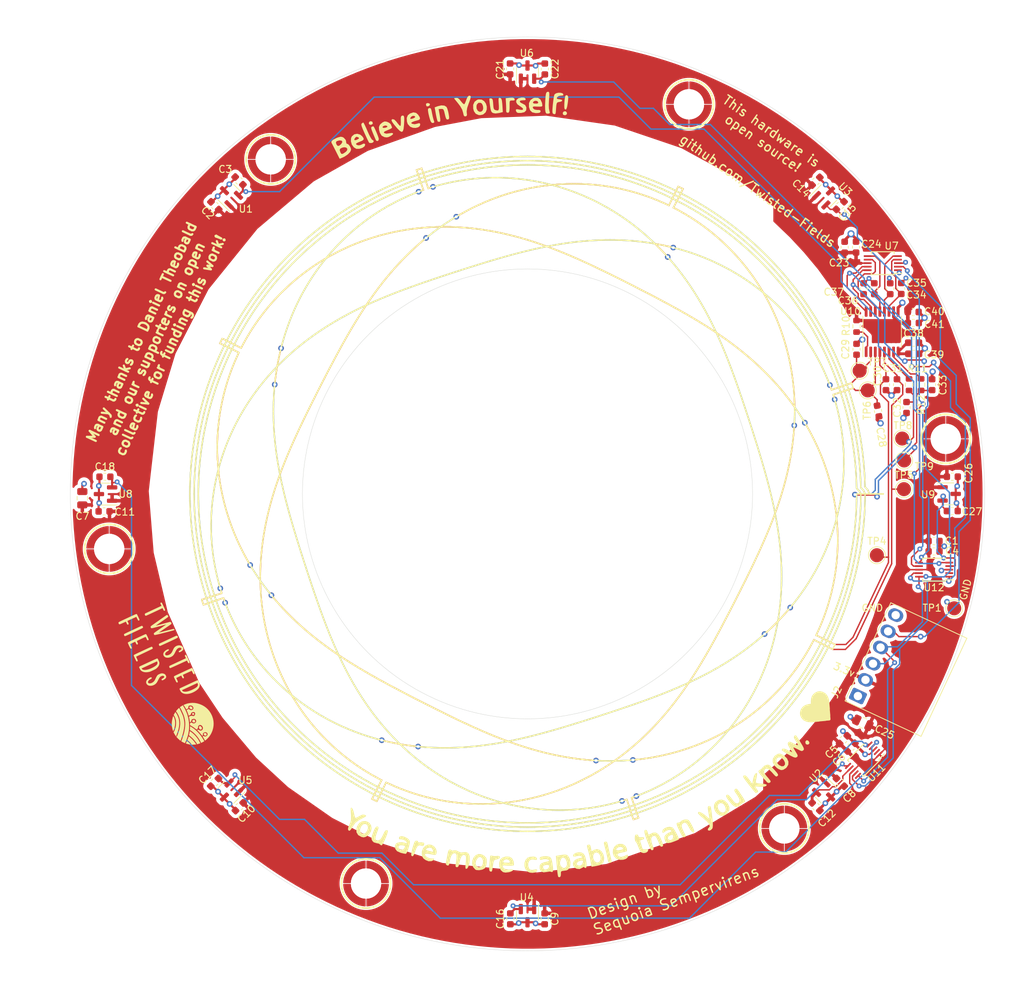
<source format=kicad_pcb>
(kicad_pcb (version 20221018) (generator pcbnew)
  (title_block (title "A title") (comment 1 "Comment 1"))
  (layers (0 "F.Cu" signal) (1 "In1.Cu" signal) (2 "In2.Cu" signal) (31 "B.Cu" signal) (34 "B.Paste" user) (35 "F.Paste" user) (36 "B.SilkS" user "B.Silkscreen") (37 "F.SilkS" user "F.Silkscreen") (38 "B.Mask" user) (39 "F.Mask" user) (44 "Edge.Cuts" user))
  (net 0 "")
  (net 1 "2")
  (net 2 "GND")
  (net 3 "+3V3")
  (net 4 "/MAG4")
  (net 5 "/MAG8")
  (net 6 "/MAG2")
  (net 7 "/MAG7")
  (net 8 "/MAG6")
  (net 9 "/MAG5")
  (net 10 "/MAG3")
  (net 11 "/MAG1")
  (net 13 "Net-(U10-CSN_IRQN)")
  (net 16 "COS")
  (net 17 "SIN")
  (net 18 "COSN")
  (net 19 "SINN")
  (net 20 "SDA")
  (net 21 "SCL")
  (net 22 "RDY")
  (net 23 "TX+")
  (net 24 "TX-")
  (net 25 "1+")
  (net 26 "1-")
  (net 27 "Net-(U10-VDDA)")
  (net 28 "Net-(U10-TX1)")
  (net 29 "Net-(U10-TX2)")
  (footprint "parts:Ckmtw-W-2510S06P_1x06_P2.54mm_Horizontal" (layer "F.Cu") (at 146.671712 128.612056 65)
    (fp_text reference "J2")
    (fp_text value "Conn_01x06")
  )
  (footprint "Capacitor_SMD:C_0603_1608Metric" (layer "F.Cu") (at 55.513532 141.028715 45)
    (fp_text reference "C17")
    (fp_text value "4.7n")
  )
  (footprint "TestPoint:TestPoint_Pad_D2.0mm" (layer "F.Cu") (at 147.225 82.475)
    (fp_text reference "TP7")
    (fp_text value "TestPoint")
  )
  (footprint "encoder:SMD_BD5.6-D4.1" (layer "F.Cu") (at 77.041 155.427)
    (fp_text reference "H3" hide)
    (fp_text value "MountingHole" hide)
  )
  (footprint "encoder:SMD_BD5.6-D4.1" (layer "F.Cu") (at 122.957 44.577)
    (fp_text reference "H1" hide)
    (fp_text value "MountingHole" hide)
  )
  (footprint "taylor_footprints:twisted" (layer "F.Cu") (at 49.523896 122.167559 -65)
    (fp_text reference "G***" hide)
    (fp_text value "LOGO" hide)
  )
  (footprint "encoder:circuit_bridge" (layer "F.Cu") (at 143.875 122.125 180)
    (fp_text reference "JP1" hide)
    (fp_text value "SolderJumper_2_Bridged" hide)
  )
  (footprint "encoder:SMD_BD5.6-D4.1" (layer "F.Cu") (at 159.471 92.171)
    (fp_text reference "H4" hide)
    (fp_text value "MountingHole" hide)
  )
  (footprint "TestPoint:TestPoint_Pad_D2.0mm" (layer "F.Cu") (at 149.675 108.725)
    (fp_text reference "TP4")
    (fp_text value "TestPoint")
  )
  (footprint "Capacitor_SMD:C_0603_1608Metric" (layer "F.Cu") (at 144.924624 134.960984 -135)
    (fp_text reference "C5")
    (fp_text value "1u")
  )
  (footprint "TestPoint:TestPoint_Pad_D2.0mm" (layer "F.Cu") (at 160.675 116.275)
    (fp_text reference "TP1")
    (fp_text value "TestPoint")
  )
  (footprint "Capacitor_SMD:C_0603_1608Metric" (layer "F.Cu") (at 160.405 97.555)
    (fp_text reference "C26")
    (fp_text value "100n")
  )
  (footprint "taylor_footprints:twisted_icon" (layer "F.Cu") (at 52.46757 132.88086 -65)
    (fp_text reference "G***" hide)
    (fp_text value "LOGO" hide)
  )
  (footprint "Capacitor_SMD:C_0603_1608Metric" (layer "F.Cu") (at 150.963999 84.462 90)
    (fp_text reference "C30")
    (fp_text value "100pF")
  )
  (footprint "Package_SO:TSSOP-10_3x3mm_P0.5mm" (layer "F.Cu") (at 157.815 110.775 180)
    (fp_text reference "U12")
    (fp_text value "ADS1115IDGS")
  )
  (footprint "Capacitor_SMD:C_0603_1608Metric" (layer "F.Cu") (at 149.844 88.21 100)
    (fp_text reference "C28")
    (fp_text value "100pF")
  )
  (footprint "Capacitor_SMD:C_0603_1608Metric" (layer "F.Cu") (at 146.785634 79.424042 -90)
    (fp_text reference "C29")
    (fp_text value "100pF")
  )
  (footprint "Capacitor_SMD:C_0603_1608Metric" (layer "F.Cu") (at 154.861999 75.689999 180)
    (fp_text reference "C41")
    (fp_text value "470nF")
  )
  (footprint "encoder:SMD_BD5.6-D4.1" (layer "F.Cu") (at 40.525 107.827)
    (fp_text reference "H5" hide)
    (fp_text value "MountingHole" hide)
  )
  (footprint "Package_TO_SOT_SMD:SOT-23" (layer "F.Cu") (at 142.429828 142.448026 -45)
    (fp_text reference "U2")
    (fp_text value "MT9105ET")
  )
  (footprint "TestPoint:TestPoint_Pad_D2.0mm" (layer "F.Cu") (at 153.555 95.245)
    (fp_text reference "TP9")
    (fp_text value "TestPoint")
  )
  (footprint "Package_TO_SOT_SMD:SOT-23" (layer "F.Cu") (at 159.95 100)
    (fp_text reference "U9")
    (fp_text value "MT9105ET")
  )
  (footprint "Capacitor_SMD:C_0603_1608Metric" (layer "F.Cu") (at 97.524999 39.545 90)
    (fp_text reference "C21")
    (fp_text value "100n")
  )
  (footprint "Resistor_SMD:R_0603_1608Metric" (layer "F.Cu") (at 155.966 84.46 90)
    (fp_text reference "R12")
    (fp_text value "22R")
  )
  (footprint "Capacitor_SMD:C_0603_1608Metric" (layer "F.Cu") (at 160.395001 102.435 180)
    (fp_text reference "C27")
    (fp_text value "4.7n")
  )
  (footprint "Capacitor_SMD:C_0603_1608Metric" (layer "F.Cu") (at 147.79 70.81 -90)
    (fp_text reference "C37")
    (fp_text value "47nF")
  )
  (footprint "Capacitor_SMD:C_0603_1608Metric" (layer "F.Cu") (at 154.84 74.124 180)
    (fp_text reference "C40")
    (fp_text value "100pF")
  )
  (footprint "Capacitor_SMD:C_0805_2012Metric" (layer "F.Cu") (at 147.687747 132.564575 -25)
    (fp_text reference "C25")
    (fp_text value "10u")
  )
  (footprint "Package_TO_SOT_SMD:SOT-23" (layer "F.Cu") (at 40.005 100.025 180)
    (fp_text reference "U8")
    (fp_text value "MT9105ET")
  )
  (footprint "Capacitor_SMD:C_0603_1608Metric" (layer "F.Cu") (at 141.015614 144.498635 135)
    (fp_text reference "C12")
    (fp_text value "4.7n")
  )
  (footprint "taylor_footprints:twisted_2" (layer "F.Cu") (at 40.801566 112.683885 -65)
    (fp_text reference "G***" hide)
    (fp_text value "LOGO" hide)
  )
  (footprint "Capacitor_SMD:C_0805_2012Metric" (layer "F.Cu") (at 36.705 100.615 -90)
    (fp_text reference "C7")
    (fp_text value "10u")
  )
  (footprint "Capacitor_SMD:C_0603_1608Metric" (layer "F.Cu") (at 97.56 160.445 90)
    (fp_text reference "C16")
    (fp_text value "4.7n")
  )
  (footprint "Capacitor_SMD:C_0603_1608Metric" (layer "F.Cu") (at 59.027854 144.500609 -135)
    (fp_text reference "C10")
    (fp_text value "100n")
  )
  (footprint "Capacitor_SMD:C_0603_1608Metric" (layer "F.Cu") (at 153.89 87.708 -90)
    (fp_text reference "C32")
    (fp_text value "1.6nF")
  )
  (footprint "Resistor_SMD:R_0603_1608Metric" (layer "F.Cu") (at 154.250001 84.461999 90)
    (fp_text reference "R11")
    (fp_text value "22R")
  )
  (footprint "Package_TO_SOT_SMD:SOT-23" (layer "F.Cu") (at 100 159.995 -90)
    (fp_text reference "U4")
    (fp_text value "MT9105ET")
  )
  (footprint "TestPoint:TestPoint_Pad_D2.0mm" (layer "F.Cu") (at 153.525 99.325)
    (fp_text reference "TP5")
    (fp_text value "TestPoint")
  )
  (footprint "Resistor_SMD:R_0603_1608Metric" (layer "F.Cu") (at 146.785 76.155 -90)
    (fp_text reference "R10")
    (fp_text value "10k")
  )
  (footprint "Capacitor_SMD:C_0603_1608Metric" (layer "F.Cu") (at 157.805 106.704999 180)
    (fp_text reference "C1")
    (fp_text value "1u")
  )
  (footprint "encoder:circuit_bridge" (layer "F.Cu") (at 148.536091 100.15533)
    (fp_text reference "JP2" hide)
    (fp_text value "SolderJumper_2_Bridged" hide)
  )
  (footprint "TestPoint:TestPoint_Pad_D2.0mm" (layer "F.Cu") (at 148.375 85.275)
    (fp_text reference "TP6")
    (fp_text value "TestPoint")
  )
  (footprint "Package_TO_SOT_SMD:SOT-23" (layer "F.Cu") (at 57.571213 142.464142 -135)
    (fp_text reference "U5")
    (fp_text value "MT9105ET")
  )
  (footprint "Package_SO:TSSOP-10_3x3mm_P0.5mm" (layer "F.Cu") (at 147.802548 137.881335 -135)
    (fp_text reference "U11")
    (fp_text value "ADS1115IDGS")
  )
  (footprint "encoder:SMD_BD5.6-D4.1" (layer "F.Cu") (at 63.487 52.411)
    (fp_text reference "H2" hide)
    (fp_text value "MountingHole" hide)
  )
  (footprint "Capacitor_SMD:C_0603_1608Metric" (layer "F.Cu") (at 39.795 102.485 180)
    (fp_text reference "C11")
    (fp_text value "100n")
  )
  (footprint "Capacitor_SMD:C_0603_1608Metric" (layer "F.Cu") (at 55.541817 58.999569 135)
    (fp_text reference "C2")
    (fp_text value "100n")
  )
  (footprint "Capacitor_SMD:C_0603_1608Metric" (layer "F.Cu") (at 151.572 70.81 -90)
    (fp_text reference "C35")
    (fp_text value "47nF")
  )
  (footprint "Package_TO_SOT_SMD:SOT-23" (layer "F.Cu") (at 142.418986 57.570711 45)
    (fp_text reference "U3")
    (fp_text value "MT9105ET")
  )
  (footprint "Capacitor_SMD:C_0603_1608Metric" (layer "F.Cu") (at 144.480437 141.033812 -45)
    (fp_text reference "C8")
    (fp_text value "100n")
  )
  (footprint "Capacitor_SMD:C_0603_1608Metric" (layer "F.Cu") (at 157.807071 108.185858)
    (fp_text reference "C4")
    (fp_text value "100n")
  )
  (footprint "Package_SO:TSSOP-16_4.4x5mm_P0.65mm" (layer "F.Cu") (at 150.422 76.924001 90)
    (fp_text reference "U10")
    (fp_text value "IPS2200")
  )
  (footprint "Package_TO_SOT_SMD:SOT-23" (layer "F.Cu") (at 100 40 90)
    (fp_text reference "U6")
    (fp_text value "MT9105ET")
  )
  (footprint "Capacitor_SMD:C_0603_1608Metric" (layer "F.Cu") (at 102.44 160.445 -90)
    (fp_text reference "C9")
    (fp_text value "100n")
  )
  (footprint "Capacitor_SMD:C_0603_1608Metric" (layer "F.Cu") (at 145.999426 136.021644 45)
    (fp_text reference "C6")
    (fp_text value "100n")
  )
  (footprint "Capacitor_SMD:C_0603_1608Metric" (layer "F.Cu") (at 154.895 78.495 180)
    (fp_text reference "C38")
    (fp_text value "470nF")
  )
  (footprint "Capacitor_SMD:C_0603_1608Metric" (layer "F.Cu") (at 153.138001 70.782 -90)
    (fp_text reference "C34")
    (fp_text value "47nF")
  )
  (footprint "Capacitor_SMD:C_0603_1608Metric" (layer "F.Cu") (at 157.526 84.462001 90)
    (fp_text reference "C33")
    (fp_text value "1.6nF")
  )
  (footprint "Capacitor_SMD:C_0603_1608Metric" (layer "F.Cu") (at 146.715 64.895 90)
    (fp_text reference "C24")
    (fp_text value "100n")
  )
  (footprint "Capacitor_SMD:C_0603_1608Metric" (layer "F.Cu") (at 149.306 70.81 -90)
    (fp_text reference "C36")
    (fp_text value "47nF")
  )
  (footprint "Capacitor_SMD:C_0603_1608Metric" (layer "F.Cu") (at 141.011844 55.520102 45)
    (fp_text reference "C14")
    (fp_text value "100n")
  )
  (footprint "Capacitor_SMD:C_0603_1608Metric" (layer "F.Cu") (at 152.534 84.461999 90)
    (fp_text reference "C31")
    (fp_text value "100pF")
  )
  (footprint "Capacitor_SMD:C_0603_1608Metric" (layer "F.Cu") (at 102.465 39.555 -90)
    (fp_text reference "C22")
    (fp_text value "4.7n")
  )
  (footprint "Capacitor_SMD:C_0603_1608Metric" (layer "F.Cu") (at 154.911999 80.068 180)
    (fp_text reference "C39")
    (fp_text value "100pF")
  )
  (footprint "Package_TO_SOT_SMD:SOT-23" (layer "F.Cu") (at 57.571213 57.535858 135)
    (fp_text reference "U1")
    (fp_text value "MT9105ET")
  )
  (footprint "encoder:SMD_BD5.6-D4.1" (layer "F.Cu") (at 136.515 147.591)
    (fp_text reference "H6" hide)
    (fp_text value "MountingHole" hide)
  )
  (footprint "parts:believe" (layer "F.Cu") (at 99.005644 98.714511 10)
    (fp_text reference "G***" hide)
    (fp_text value "LOGO" hide)
  )
  (footprint "Capacitor_SMD:C_0603_1608Metric" (layer "F.Cu") (at 58.985427 55.471107 -45)
    (fp_text reference "C3")
    (fp_text value "4.7n")
  )
  (footprint "Capacitor_SMD:C_0603_1608Metric" (layer "F.Cu") (at 145.095 64.905 -90)
    (fp_text reference "C23")
    (fp_text value "1u")
  )
  (footprint "Package_SO:TSSOP-10_3x3mm_P0.5mm" (layer "F.Cu") (at 150.515 67.175 180)
    (fp_text reference "U7")
    (fp_text value "ADS1115IDGS")
  )
  (footprint "Capacitor_SMD:C_0603_1608Metric" (layer "F.Cu") (at 144.455454 58.977853 -135)
    (fp_text reference "C15")
    (fp_text value "4.7n")
  )
  (footprint "TestPoint:TestPoint_Pad_D2.0mm" (layer "F.Cu") (at 153.275 92.125)
    (fp_text reference "TP8")
    (fp_text value "TestPoint")
  )
  (footprint "Capacitor_SMD:C_0603_1608Metric" (layer "F.Cu") (at 39.915 97.565)
    (fp_text reference "C18")
    (fp_text value "4.7n")
  )
  (gr_line (start 66.099359 102.667671) (end 65.955415 102.141625) (stroke (width 0.2)) (layer "F.SilkS"))
  (gr_line (start 114.82718 145.650789) (end 113.86789 145.951412) (stroke (width 0.2)) (layer "F.SilkS"))
  (gr_line (start 92.089525 53.263864) (end 93.070028 53.108567) (stroke (width 0.2)) (layer "F.SilkS"))
  (gr_line (start 128.37987 117.394737) (end 128.136899 117.859872) (stroke (width 0.2)) (layer "F.SilkS"))
  (gr_line (start 121.954596 142.006126) (end 121.070071 142.456813) (stroke (width 0.2)) (layer "F.SilkS"))
  (gr_line (start 143.56427 104.810238) (end 143.34983 105.477145) (stroke (width 0.2)) (layer "F.SilkS"))
  (gr_line (start 135.302411 103.337669) (end 135.405827 103.909538) (stroke (width 0.2)) (layer "F.SilkS"))
  (gr_line (start 67.615674 90.593197) (end 67.84513 90.10968) (stroke (width 0.2)) (layer "F.SilkS"))
  (gr_line (start 122.540436 141.011229) (end 121.676618 141.474404) (stroke (width 0.2)) (layer "F.SilkS"))
  (gr_line (start 62.132369 72.491726) (end 62.716764 71.704837) (stroke (width 0.2)) (layer "F.SilkS"))
  (gr_line (start 117.250584 129.17875) (end 116.743485 129.364411) (stroke (width 0.2)) (layer "F.SilkS"))
  (gr_line (start 144.983899 116.731534) (end 144.623635 117.670055) (stroke (width 0.2)) (layer "F.SilkS"))
  (gr_line (start 84.757755 70.096548) (end 85.259224 69.921914) (stroke (width 0.2)) (layer "F.SilkS"))
  (gr_line (start 126.225123 139.480543) (end 125.392554 140.02122) (stroke (width 0.2)) (layer "F.SilkS"))
  (gr_line (start 147.383968 100.992747) (end 147.352786 101.984982) (stroke (width 0.2)) (layer "F.SilkS"))
  (gr_line (start 137.690779 92.8091) (end 137.606807 93.435654) (stroke (width 0.2)) (layer "F.SilkS"))
  (gr_line (start 135.908667 76.408788) (end 136.142347 77.059869) (stroke (width 0.2)) (layer "F.SilkS"))
  (gr_line (start 88.206463 145.910918) (end 87.247565 145.653982) (stroke (width 0.2)) (layer "F.SilkS"))
  (gr_line (start 141.46841 109.957113) (end 141.148634 110.566697) (stroke (width 0.2)) (layer "F.SilkS"))
  (gr_line (start 62.61071 118.314139) (end 62.490399 117.648102) (stroke (width 0.2)) (layer "F.SilkS"))
  (gr_line (start 89.341429 55.627407) (end 90.046086 55.494041) (stroke (width 0.2)) (layer "F.SilkS"))
  (gr_line (start 64.590667 124.882211) (end 64.328154 124.238807) (stroke (width 0.2)) (layer "F.SilkS"))
  (gr_line (start 70.650107 84.463091) (end 70.888143 83.998796) (stroke (width 0.2)) (layer "F.SilkS"))
  (gr_line (start 80.735377 127.402842) (end 80.267401 127.151912) (stroke (width 0.2)) (layer "F.SilkS"))
  (gr_line (start 52.594364 100.000076) (end 52.60476 99.007405) (stroke (width 0.2)) (layer "F.SilkS"))
  (gr_line (start 142.622884 107.439944) (end 142.353554 108.080524) (stroke (width 0.2)) (layer "F.SilkS"))
  (gr_line (start 57.240437 80.964801) (end 57.648458 80.073605) (stroke (width 0.2)) (layer "F.SilkS"))
  (gr_line (start 59.275366 79.25271) (end 59.608628 78.616929) (stroke (width 0.2)) (layer "F.SilkS"))
  (gr_line (start 146.35856 90.145062) (end 146.55478 91.118202) (stroke (width 0.2)) (layer "F.SilkS"))
  (gr_line (start 146.885873 106.924412) (end 146.730576 107.904915) (stroke (width 0.2)) (layer "F.SilkS"))
  (gr_line (start 53.92255 115.773983) (end 53.677912 115.049204) (stroke (width 0.2)) (layer "F.SilkS"))
  (gr_line (start 134.773542 131.315388) (end 134.110096 132.036881) (stroke (width 0.2)) (layer "F.SilkS"))
  (gr_line (start 73.352322 79.33439) (end 73.611692 78.86357) (stroke (width 0.2)) (layer "F.SilkS"))
  (gr_line (start 124.452681 75.541759) (end 124.930206 75.835564) (stroke (width 0.2)) (layer "F.SilkS"))
  (gr_line (start 137.856359 72.491726) (end 138.424147 73.290681) (stroke (width 0.2)) (layer "F.SilkS"))
  (gr_line (start 144.796916 86.473388) (end 145.070372 87.414628) (stroke (width 0.2)) (layer "F.SilkS"))
  (gr_line (start 136.039996 114.271551) (end 135.992761 114.9111) (stroke (width 0.2)) (layer "F.SilkS"))
  (gr_line (start 52.760602 103.966406) (end 52.687897 102.976347) (stroke (width 0.2)) (layer "F.SilkS"))
  (gr_line (start 70.158849 67.211273) (end 70.755421 66.835006) (stroke (width 0.2)) (layer "F.SilkS"))
  (gr_line (start 105.936776 137.518988) (end 105.31947 137.416224) (stroke (width 0.2)) (layer "F.SilkS"))
  (gr_line (start 89.307543 54.436583) (end 90.264097 54.222768) (stroke (width 0.2)) (layer "F.SilkS"))
  (gr_line (start 144.542321 100.699891) (end 144.417054 101.396115) (stroke (width 0.2)) (layer "F.SilkS"))
  (gr_line (start 63.504712 82.829349) (end 63.951622 82.342919) (stroke (width 0.2)) (layer "F.SilkS"))
  (gr_line (start 72.133343 138.347482) (end 71.336366 137.755594) (stroke (width 0.2)) (layer "F.SilkS"))
  (gr_line (start 77.572832 60.690946) (end 78.161507 60.286257) (stroke (width 0.2)) (layer "F.SilkS"))
  (gr_line (start 78.611217 140.385812) (end 77.983351 140.037961) (stroke (width 0.2)) (layer "F.SilkS"))
  (gr_line (start 63.236539 73.293953) (end 63.704741 72.753056) (stroke (width 0.2)) (layer "F.SilkS"))
  (gr_line (start 87.650254 140.125231) (end 87.075572 139.760029) (stroke (width 0.2)) (layer "F.SilkS"))
  (gr_line (start 127.241384 63.710453) (end 127.771032 64.190611) (stroke (width 0.2)) (layer "F.SilkS"))
  (gr_line (start 52.089081 96.986131) (end 52.162707 95.98354) (stroke (width 0.2)) (layer "F.SilkS"))
  (gr_line (start 107.006349 147.485148) (end 106.010359 147.621582) (stroke (width 0.2)) (layer "F.SilkS"))
  (gr_line (start 144.500399 90.051798) (end 144.61743 90.759083) (stroke (width 0.2)) (layer "F.SilkS"))
  (gr_line (start 67.015636 129.074735) (end 66.466953 128.63519) (stroke (width 0.2)) (layer "F.SilkS"))
  (gr_line (start 128.621361 116.930035) (end 128.37987 117.394737) (stroke (width 0.2)) (layer "F.SilkS"))
  (gr_line (start 62.223859 107.821972) (end 62.297949 107.191052) (stroke (width 0.2)) (layer "F.SilkS"))
  (gr_line (start 72.942541 61.077603) (end 73.763605 60.519609) (stroke (width 0.2)) (layer "F.SilkS"))
  (gr_line (start 78.034132 57.994026) (end 78.918657 57.543339) (stroke (width 0.2)) (layer "F.SilkS"))
  (gr_line (start 124.670567 72.881283) (end 124.969879 73.403854) (stroke (width 0.2)) (layer "F.SilkS"))
  (gr_line (start 95.624913 134.587842) (end 95.101783 134.377139) (stroke (width 0.2)) (layer "F.SilkS"))
  (gr_line (start 64.524032 81.219502) (end 64.654875 80.572027) (stroke (width 0.2)) (layer "F.SilkS"))
  (gr_line (start 71.595185 119.300138) (end 71.394218 118.78686) (stroke (width 0.2)) (layer "F.SilkS"))
  (gr_line (start 141.191305 80.614267) (end 141.526902 81.247416) (stroke (width 0.2)) (layer "F.SilkS"))
  (gr_line (start 55.937192 112.052754) (end 55.771339 111.354619) (stroke (width 0.2)) (layer "F.SilkS"))
  (gr_line (start 73.09602 79.804228) (end 73.352322 79.33439) (stroke (width 0.2)) (layer "F.SilkS"))
  (gr_line (start 141.468692 121.68233) (end 141.005517 122.546148) (stroke (width 0.2)) (layer "F.SilkS"))
  (gr_line (start 70.162921 63.940056) (end 70.924648 63.323222) (stroke (width 0.2)) (layer "F.SilkS"))
  (gr_line (start 140.099575 78.76546) (end 140.477398 79.37294) (stroke (width 0.2)) (layer "F.SilkS"))
  (gr_line (start 134.157795 105.411032) (end 133.941507 105.924801) (stroke (width 0.2)) (layer "F.SilkS"))
  (gr_line (start 134.485339 122.656412) (end 134.275833 123.297738) (stroke (width 0.2)) (layer "F.SilkS"))
  (gr_line (start 129.829879 132.788879) (end 129.233307 133.165146) (stroke (width 0.2)) (layer "F.SilkS"))
  (gr_line (start 108.52587 144.723794) (end 107.814606 144.80804) (stroke (width 0.2)) (layer "F.SilkS"))
  (gr_line (start 97.984333 147.957972) (end 96.980419 147.905359) (stroke (width 0.2)) (layer "F.SilkS"))
  (gr_line (start 84.517648 57.011843) (end 85.1922 56.766494) (stroke (width 0.2)) (layer "F.SilkS"))
  (gr_line (start 74.140702 77.918963) (end 74.410889 77.445208) (stroke (width 0.2)) (layer "F.SilkS"))
  (gr_line (start 56.315874 98.627424) (end 56.2084 97.935182) (stroke (width 0.2)) (layer "F.SilkS"))
  (gr_line (start 112.902515 146.231879) (end 111.931479 146.492068) (stroke (width 0.2)) (layer "F.SilkS"))
  (gr_line (start 116.237888 129.546936) (end 115.733739 129.726583) (stroke (width 0.2)) (layer "F.SilkS"))
  (gr_line (start 69.003718 87.730011) (end 69.237206 87.260044) (stroke (width 0.2)) (layer "F.SilkS"))
  (gr_line (start 56.474292 87.356326) (end 56.620557 86.656551) (stroke (width 0.2)) (layer "F.SilkS"))
  (gr_line (start 65.617301 95.107495) (end 65.830933 94.58912) (stroke (width 0.2)) (layer "F.SilkS"))
  (gr_line (start 59.466624 125.719762) (end 58.93688 124.865372) (stroke (width 0.2)) (layer "F.SilkS"))
  (gr_line (start 128.652362 62.244558) (end 129.436769 62.853006) (stroke (width 0.2)) (layer "F.SilkS"))
  (gr_line (start 80.540784 141.341038) (end 79.890315 141.037545) (stroke (width 0.2)) (layer "F.SilkS"))
  (gr_line (start 67.755668 78.823211) (end 68.254186 78.429473) (stroke (width 0.2)) (layer "F.SilkS"))
  (gr_line (start 143.690677 81.631837) (end 144.065769 82.550972) (stroke (width 0.2)) (layer "F.SilkS"))
  (gr_line (start 131.217967 111.798493) (end 130.98501 112.270141) (stroke (width 0.2)) (layer "F.SilkS"))
  (gr_line (start 54.664298 115.785675) (end 54.343651 114.832892) (stroke (width 0.2)) (layer "F.SilkS"))
  (gr_line (start 122.829488 141.537013) (end 121.954596 142.006126) (stroke (width 0.2)) (layer "F.SilkS"))
  (gr_line (start 125.071058 60.485529) (end 125.893089 61.019362) (stroke (width 0.2)) (layer "F.SilkS"))
  (gr_line (start 84.457379 129.344333) (end 83.993084 129.106297) (stroke (width 0.2)) (layer "F.SilkS"))
  (gr_line (start 83.262906 55.010541) (end 84.208765 54.67001) (stroke (width 0.2)) (layer "F.SilkS"))
  (gr_line (start 138.499378 124.436101) (end 138.082005 125.01898) (stroke (width 0.2)) (layer "F.SilkS"))
  (gr_line (start 102.764618 64.800663) (end 103.331957 64.692029) (stroke (width 0.2)) (layer "F.SilkS"))
  (gr_line (start 91.62601 59.590825) (end 92.22764 59.285482) (stroke (width 0.2)) (layer "F.SilkS"))
  (gr_line (start 124.567366 66.17824) (end 125.200611 66.428507) (stroke (width 0.2)) (layer "F.SilkS"))
  (gr_line (start 101.954145 146.759024) (end 100.974469 146.789812) (stroke (width 0.2)) (layer "F.SilkS"))
  (gr_line (start 107.101991 144.875864) (end 106.38845 144.927267) (stroke (width 0.2)) (layer "F.SilkS"))
  (gr_line (start 71.969938 66.124364) (end 72.587086 65.790201) (stroke (width 0.2)) (layer "F.SilkS"))
  (gr_line (start 119.721327 72.84824) (end 120.190212 73.101732) (stroke (width 0.2)) (layer "F.SilkS"))
  (gr_line (start 73.921457 74.733672) (end 74.44526 74.450972) (stroke (width 0.2)) (layer "F.SilkS"))
  (gr_line (start 61.646958 127.861097) (end 61.071891 127.051899) (stroke (width 0.2)) (layer "F.SilkS"))
  (gr_line (start 139.378597 113.484313) (end 138.992711 114.040345) (stroke (width 0.2)) (layer "F.SilkS"))
  (gr_line (start 107.761088 140.71467) (end 107.151536 141.008824) (stroke (width 0.2)) (layer "F.SilkS"))
  (gr_line (start 77.983351 140.037961) (end 77.363769 139.675732) (stroke (width 0.2)) (layer "F.SilkS"))
  (gr_line (start 116.307536 56.135279) (end 117.222593 56.486536) (stroke (width 0.2)) (layer "F.SilkS"))
  (gr_line (start 114.410377 136.41077) (end 113.906003 136.816161) (stroke (width 0.2)) (layer "F.SilkS"))
  (gr_line (start 106.9187 146.891585) (end 105.935159 147.026313) (stroke (width 0.2)) (layer "F.SilkS"))
  (gr_line (start 59.963317 124.24374) (end 59.464375 123.400076) (stroke (width 0.2)) (layer "F.SilkS"))
  (gr_line (start 123.975714 75.253243) (end 124.452681 75.541759) (stroke (width 0.2)) (layer "F.SilkS"))
  (gr_line (start 81.014797 62.750579) (end 81.680301 62.616422) (stroke (width 0.2)) (layer "F.SilkS"))
  (gr_line (start 144.757804 84.411797) (end 145.074443 85.35267) (stroke (width 0.2)) (layer "F.SilkS"))
  (gr_line (start 114.64177 145.080155) (end 113.694471 145.37702) (stroke (width 0.2)) (layer "F.SilkS"))
  (gr_line (start 67.255915 72.916476) (end 67.561119 72.299468) (stroke (width 0.2)) (layer "F.SilkS"))
  (gr_line (start 70.412947 84.927591) (end 70.650107 84.463091) (stroke (width 0.2)) (layer "F.SilkS"))
  (gr_line (start 85.346958 145.080155) (end 84.406085 144.763516) (stroke (width 0.2)) (layer "F.SilkS"))
  (gr_line (start 56.531081 114.122153) (end 56.317168 113.436936) (stroke (width 0.2)) (layer "F.SilkS"))
  (gr_line (start 146.730576 92.095237) (end 146.885873 93.07574) (stroke (width 0.2)) (layer "F.SilkS"))
  (gr_line (start 112.741287 143.875273) (end 112.047042 144.057248) (stroke (width 0.2)) (layer "F.SilkS"))
  (gr_line (start 68.711701 130.315085) (end 68.138396 129.914821) (stroke (width 0.2)) (layer "F.SilkS"))
  (gr_line (start 53.502372 88.062961) (end 53.762561 87.091925) (stroke (width 0.2)) (layer "F.SilkS"))
  (gr_line (start 100.987035 52.610472) (end 101.97927 52.641654) (stroke (width 0.2)) (layer "F.SilkS"))
  (gr_line (start 143.780328 102.06497) (end 143.872735 102.760669) (stroke (width 0.2)) (layer "F.SilkS"))
  (gr_line (start 83.654589 65.276287) (end 84.121465 64.845501) (stroke (width 0.2)) (layer "F.SilkS"))
  (gr_line (start 136.913848 97.09445) (end 136.769993 97.68635) (stroke (width 0.2)) (layer "F.SilkS"))
  (gr_line (start 135.193777 102.77033) (end 135.302411 103.337669) (stroke (width 0.2)) (layer "F.SilkS"))
  (gr_line (start 96.084902 135.411539) (end 95.508493 135.509402) (stroke (width 0.2)) (layer "F.SilkS"))
  (gr_line (start 88.355677 145.329768) (end 87.408916 145.076084) (stroke (width 0.2)) (layer "F.SilkS"))
  (gr_line (start 78.31211 141.474404) (end 77.448292 141.011229) (stroke (width 0.2)) (layer "F.SilkS"))
  (gr_line (start 77.756154 57.462304) (end 78.651875 57.005912) (stroke (width 0.2)) (layer "F.SilkS"))
  (gr_line (start 69.292437 69.298149) (end 69.679355 68.717413) (stroke (width 0.2)) (layer "F.SilkS"))
  (gr_line (start 56.562665 79.56267) (end 57.0002 78.657587) (stroke (width 0.2)) (layer "F.SilkS"))
  (gr_line (start 133.565933 125.206323) (end 133.301965 125.8361) (stroke (width 0.2)) (layer "F.SilkS"))
  (gr_line (start 78.423761 131.740254) (end 78.040098 131.237837) (stroke (width 0.2)) (layer "F.SilkS"))
  (gr_line (start 108.988667 147.149864) (end 107.999264 147.327886) (stroke (width 0.2)) (layer "F.SilkS"))
  (gr_line (start 122.934571 136.148059) (end 122.280254 136.367344) (stroke (width 0.2)) (layer "F.SilkS"))
  (gr_line (start 64.866758 81.400966) (end 65.334231 80.945507) (stroke (width 0.2)) (layer "F.SilkS"))
  (gr_line (start 130.917344 87.756802) (end 131.081922 88.253067) (stroke (width 0.2)) (layer "F.SilkS"))
  (gr_line (start 132.23306 121.176941) (end 131.734542 121.570679) (stroke (width 0.2)) (layer "F.SilkS"))
  (gr_line (start 82.54526 144.071481) (end 81.626125 143.696389) (stroke (width 0.2)) (layer "F.SilkS"))
  (gr_line (start 124.045793 71.839471) (end 124.362609 72.359728) (stroke (width 0.2)) (layer "F.SilkS"))
  (gr_line (start 137.050172 96.497271) (end 136.913848 97.09445) (stroke (width 0.2)) (layer "F.SilkS"))
  (gr_line (start 130.751522 87.260044) (end 130.917344 87.756802) (stroke (width 0.2)) (layer "F.SilkS"))
  (gr_line (start 128.289603 137.277676) (end 127.502714 137.862071) (stroke (width 0.2)) (layer "F.SilkS"))
  (gr_line (start 83.681192 143.864873) (end 82.766135 143.513616) (stroke (width 0.2)) (layer "F.SilkS"))
  (gr_line (start 79.246998 140.719074) (end 77.885027 143.392094) (stroke (width 0.2)) (layer "F.SilkS"))
  (gr_line (start 128.289152 64.682407) (end 128.795476 65.185513) (stroke (width 0.2)) (layer "F.SilkS"))
  (gr_line (start 124.969879 73.403854) (end 125.260768 73.927169) (stroke (width 0.2)) (layer "F.SilkS"))
  (gr_line (start 102.004395 147.957972) (end 100.9996 147.989549) (stroke (width 0.2)) (layer "F.SilkS"))
  (gr_line (start 79.185438 141.919386) (end 78.31211 141.474404) (stroke (width 0.2)) (layer "F.SilkS"))
  (gr_line (start 99.314663 56.732532) (end 99.994364 56.580995) (stroke (width 0.2)) (layer "F.SilkS"))
  (gr_line (start 143.413445 100.000076) (end 143.550496 100.68431) (stroke (width 0.2)) (layer "F.SilkS"))
  (gr_line (start 63.704741 72.753056) (end 64.184899 72.223408) (stroke (width 0.2)) (layer "F.SilkS"))
  (gr_line (start 133.722821 106.434123) (end 133.501983 106.93917) (stroke (width 0.2)) (layer "F.SilkS"))
  (gr_line (start 145.32443 115.785675) (end 144.983899 116.731534) (stroke (width 0.2)) (layer "F.SilkS"))
  (gr_line (start 126.597386 76.546357) (end 126.842973 77.069198) (stroke (width 0.2)) (layer "F.SilkS"))
  (gr_line (start 62.050746 113.660619) (end 62.022801 113.000648) (stroke (width 0.2)) (layer "F.SilkS"))
  (gr_line (start 135.87593 130.972213) (end 135.219429 131.716867) (stroke (width 0.2)) (layer "F.SilkS"))
  (gr_line (start 102.135913 134.039025) (end 101.60628 134.180675) (stroke (width 0.2)) (layer "F.SilkS"))
  (gr_line (start 73.839155 65.164608) (end 74.473268 64.873302) (stroke (width 0.2)) (layer "F.SilkS"))
  (gr_line (start 137.965927 86.999504) (end 137.981483 87.657313) (stroke (width 0.2)) (layer "F.SilkS"))
  (gr_line (start 58.075054 120.809002) (end 57.648458 119.926547) (stroke (width 0.2)) (layer "F.SilkS"))
  (gr_line (start 125.543468 74.450972) (end 125.818222 74.975017) (stroke (width 0.2)) (layer "F.SilkS"))
  (gr_line (start 53.433948 91.118202) (end 53.630168 90.145062) (stroke (width 0.2)) (layer "F.SilkS"))
  (gr_line (start 94.711161 58.179218) (end 95.350115 57.932993) (stroke (width 0.2)) (layer "F.SilkS"))
  (gr_line (start 100.678598 56.443944) (end 101.367016 56.321586) (stroke (width 0.2)) (layer "F.SilkS"))
  (gr_line (start 95.995782 57.6995) (end 96.647884 57.479021) (stroke (width 0.2)) (layer "F.SilkS"))
  (gr_line (start 55.79755 115.391035) (end 55.484919 114.462071) (stroke (width 0.2)) (layer "F.SilkS"))
  (gr_line (start 131.56944 89.740712) (end 131.730194 90.23686) (stroke (width 0.2)) (layer "F.SilkS"))
  (gr_line (start 77.387839 72.673482) (end 77.719086 72.195984) (stroke (width 0.2)) (layer "F.SilkS"))
  (gr_line (start 102.661959 133.895081) (end 102.135913 134.039025) (stroke (width 0.2)) (layer "F.SilkS"))
  (gr_line (start 119.920835 142.345982) (end 119.029639 142.754003) (stroke (width 0.2)) (layer "F.SilkS"))
  (gr_line (start 115.644698 137.783324) (end 114.980108 137.849745) (stroke (width 0.2)) (layer "F.SilkS"))
  (gr_line (start 141.28575 93.460163) (end 141.556556 94.0849) (stroke (width 0.2)) (layer "F.SilkS"))
  (gr_line (start 135.19026 120.075461) (end 135.033754 120.722313) (stroke (width 0.2)) (layer "F.SilkS"))
  (gr_line (start 130.966501 64.11851) (end 131.711155 64.775011) (stroke (width 0.2)) (layer "F.SilkS"))
  (gr_line (start 93.729737 67.159752) (end 94.235842 67.005234) (stroke (width 0.2)) (layer "F.SilkS"))
  (gr_line (start 134.110096 132.036881) (end 133.431685 132.74432) (stroke (width 0.2)) (layer "F.SilkS"))
  (gr_line (start 79.798516 126.89842) (end 79.328678 126.642118) (stroke (width 0.2)) (layer "F.SilkS"))
  (gr_line (start 147.020601 105.940871) (end 146.885873 106.924412) (stroke (width 0.2)) (layer "F.SilkS"))
  (gr_line (start 90.014603 53.048991) (end 91.000061 52.850288) (stroke (width 0.2)) (layer "F.SilkS"))
  (gr_line (start 114.727835 56.967128) (end 115.417164 57.161602) (stroke (width 0.2)) (layer "F.SilkS"))
  (gr_line (start 94.053569 52.973839) (end 95.039715 52.859738) (stroke (width 0.2)) (layer "F.SilkS"))
  (gr_line (start 134.962166 101.649116) (end 135.080254 102.207493) (stroke (width 0.2)) (layer "F.SilkS"))
  (gr_line (start 130.418801 132.39881) (end 129.829879 132.788879) (stroke (width 0.2)) (layer "F.SilkS"))
  (gr_line (start 137.856359 127.508426) (end 137.271964 128.295315) (stroke (width 0.2)) (layer "F.SilkS"))
  (gr_line (start 101.140377 136.466801) (end 100.564647 136.302451) (stroke (width 0.2)) (layer "F.SilkS"))
  (gr_line (start 77.719086 72.195984) (end 78.057468 71.719201) (stroke (width 0.2)) (layer "F.SilkS"))
  (gr_line (start 53.563396 105.865671) (end 53.450739 104.892008) (stroke (width 0.2)) (layer "F.SilkS"))
  (gr_line (start 147.826021 104.016612) (end 147.731415 105.017442) (stroke (width 0.2)) (layer "F.SilkS"))
  (gr_line (start 66.486745 93.060982) (end 66.709503 92.560028) (stroke (width 0.2)) (layer "F.SilkS"))
  (gr_line (start 58.140774 118.111742) (end 57.834482 117.463271) (stroke (width 0.2)) (layer "F.SilkS"))
  (gr_line (start 89.427743 141.154346) (end 88.826551 140.822723) (stroke (width 0.2)) (layer "F.SilkS"))
  (gr_line (start 129.495616 132.421528) (end 129.069023 132.978804) (stroke (width 0.2)) (layer "F.SilkS"))
  (gr_line (start 70.551959 62.853006) (end 71.336366 62.244558) (stroke (width 0.2)) (layer "F.SilkS"))
  (gr_line (start 63.942733 90.743591) (end 63.910099 90.128538) (stroke (width 0.2)) (layer "F.SilkS"))
  (gr_line (start 66.047221 94.075351) (end 66.265907 93.566029) (stroke (width 0.2)) (layer "F.SilkS"))
  (gr_line (start 129.069023 132.978804) (end 128.629478 133.527487) (stroke (width 0.2)) (layer "F.SilkS"))
  (gr_line (start 71.367367 83.070117) (end 71.608858 82.605415) (stroke (width 0.2)) (layer "F.SilkS"))
  (gr_line (start 75.247531 76.018726) (end 75.536047 75.541759) (stroke (width 0.2)) (layer "F.SilkS"))
  (gr_line (start 57.006131 115.476792) (end 56.760782 114.80224) (stroke (width 0.2)) (layer "F.SilkS"))
  (gr_line (start 114.116441 143.463359) (end 113.431224 143.677272) (stroke (width 0.2)) (layer "F.SilkS"))
  (gr_line (start 92.554316 133.284937) (end 92.057265 133.060473) (stroke (width 0.2)) (layer "F.SilkS"))
  (gr_line (start 121.377511 59.61434) (end 122.005377 59.962191) (stroke (width 0.2)) (layer "F.SilkS"))
  (gr_line (start 92.189587 53.855461) (end 93.157678 53.702131) (stroke (width 0.2)) (layer "F.SilkS"))
  (gr_line (start 81.198014 141.629377) (end 80.540784 141.341038) (stroke (width 0.2)) (layer "F.SilkS"))
  (gr_line (start 98.316121 135.587139) (end 97.76747 135.395537) (stroke (width 0.2)) (layer "F.SilkS"))
  (gr_line (start 55.484919 114.462071) (end 55.191812 113.526764) (stroke (width 0.2)) (layer "F.SilkS"))
  (gr_line (start 134.713557 100.545489) (end 134.83983 101.095139) (stroke (width 0.2)) (layer "F.SilkS"))
  (gr_line (start 62.938556 103.502881) (end 63.07488 102.905702) (stroke (width 0.2)) (layer "F.SilkS"))
  (gr_line (start 133.77014 129.777428) (end 133.235153 130.246867) (stroke (width 0.2)) (layer "F.SilkS"))
  (gr_line (start 84.603405 144.19689) (end 83.681192 143.864873) (stroke (width 0.2)) (layer "F.SilkS"))
  (gr_line (start 128.795476 65.185513) (end 129.289745 65.699592) (stroke (width 0.2)) (layer "F.SilkS"))
  (gr_line (start 68.538362 88.675219) (end 68.770761 88.201659) (stroke (width 0.2)) (layer "F.SilkS"))
  (gr_line (start 65.955415 102.141625) (end 65.813765 101.611992) (stroke (width 0.2)) (layer "F.SilkS"))
  (gr_line (start 63.934344 129.831519) (end 63.31751 129.069792) (stroke (width 0.2)) (layer "F.SilkS"))
  (gr_line (start 102.682598 142.728324) (end 102.018509 142.921969) (stroke (width 0.2)) (layer "F.SilkS"))
  (gr_line (start 65.158896 126.155285) (end 64.86759 125.521172) (stroke (width 0.2)) (layer "F.SilkS"))
  (gr_line (start 85.532369 55.490631) (end 86.467676 55.197524) (stroke (width 0.2)) (layer "F.SilkS"))
  (gr_line (start 70.079619 68.144108) (end 70.493112 67.578624) (stroke (width 0.2)) (layer "F.SilkS"))
  (gr_line (start 85.872287 56.536793) (end 84.945236 53.683624) (stroke (width 0.2)) (layer "F.SilkS"))
  (gr_line (start 144.065769 117.44918) (end 143.690677 118.368315) (stroke (width 0.2)) (layer "F.SilkS"))
  (gr_line (start 108.876238 53.43966) (end 109.849378 53.63588) (stroke (width 0.2)) (layer "F.SilkS"))
  (gr_line (start 142.353554 108.080524) (end 142.071171 108.713764) (stroke (width 0.2)) (layer "F.SilkS"))
  (gr_line (start 106.010359 147.621582) (end 105.01173 147.737127) (stroke (width 0.2)) (layer "F.SilkS"))
  (gr_line (start 63.91249 86.365872) (end 63.948732 85.728601) (stroke (width 0.2)) (layer "F.SilkS"))
  (gr_line (start 99.001693 147.38968) (end 98.009458 147.358498) (stroke (width 0.2)) (layer "F.SilkS"))
  (gr_line (start 132.441897 65.446963) (end 133.158406 66.134071) (stroke (width 0.2)) (layer "F.SilkS"))
  (gr_line (start 120.501823 130.175886) (end 120.124448 130.645201) (stroke (width 0.2)) (layer "F.SilkS"))
  (gr_line (start 56.575283 100.000076) (end 56.438232 99.315842) (stroke (width 0.2)) (layer "F.SilkS"))
  (gr_line (start 123.394364 59.470087) (end 124.238028 59.969029) (stroke (width 0.2)) (layer "F.SilkS"))
  (gr_line (start 55.488329 109.948354) (end 55.371298 109.241069) (stroke (width 0.2)) (layer "F.SilkS"))
  (gr_line (start 139.508911 74.923382) (end 140.025411 75.756412) (stroke (width 0.2)) (layer "F.SilkS"))
  (gr_line (start 100.987035 147.38968) (end 99.994364 147.400076) (stroke (width 0.2)) (layer "F.SilkS"))
  (gr_line (start 66.265907 93.566029) (end 66.486745 93.060982) (stroke (width 0.2)) (layer "F.SilkS"))
  (gr_line (start 116.334139 134.723865) (end 115.867263 135.154651) (stroke (width 0.2)) (layer "F.SilkS"))
  (gr_line (start 53.043279 90.020315) (end 53.262577 89.039234) (stroke (width 0.2)) (layer "F.SilkS"))
  (gr_line (start 58.94476 76.300076) (end 59.450098 75.445596) (stroke (width 0.2)) (layer "F.SilkS"))
  (gr_line (start 113.86789 145.951412) (end 112.902515 146.231879) (stroke (width 0.2)) (layer "F.SilkS"))
  (gr_line (start 69.071384 112.24335) (end 68.906806 111.747085) (stroke (width 0.2)) (layer "F.SilkS"))
  (gr_line (start 58.797423 119.385885) (end 58.461826 118.752736) (stroke (width 0.2)) (layer "F.SilkS"))
  (gr_line (start 142.916257 97.975931) (end 143.096102 98.645549) (stroke (width 0.2)) (layer "F.SilkS"))
  (gr_line (start 121.418219 56.268547) (end 122.103701 56.608058) (stroke (width 0.2)) (layer "F.SilkS"))
  (gr_line (start 137.981483 87.657313) (end 137.984889 88.312664) (stroke (width 0.2)) (layer "F.SilkS"))
  (gr_line (start 127.502714 62.138081) (end 128.289603 62.722476) (stroke (width 0.2)) (layer "F.SilkS"))
  (gr_line (start 144.243795 118.600824) (end 143.844546 119.523435) (stroke (width 0.2)) (layer "F.SilkS"))
  (gr_line (start 124.741197 123.981426) (end 124.452681 124.458393) (stroke (width 0.2)) (layer "F.SilkS"))
  (gr_line (start 115.867263 135.154651) (end 115.391018 135.579644) (stroke (width 0.2)) (layer "F.SilkS"))
  (gr_line (start 94.079188 58.437884) (end 94.711161 58.179218) (stroke (width 0.2)) (layer "F.SilkS"))
  (gr_line (start 122.540436 58.988923) (end 123.394364 59.470087) (stroke (width 0.2)) (layer "F.SilkS"))
  (gr_line (start 77.708474 63.632808) (end 78.36563 63.427884) (stroke (width 0.2)) (layer "F.SilkS"))
  (gr_line (start 111.107085 63.877613) (end 111.732866 63.872682) (stroke (width 0.2)) (layer "F.SilkS"))
  (gr_line (start 74.410889 77.445208) (end 74.685234 76.97054) (stroke (width 0.2)) (layer "F.SilkS"))
  (gr_line (start 144.802328 92.179834) (end 144.870152 92.892449) (stroke (width 0.2)) (layer "F.SilkS"))
  (gr_line (start 86.756914 69.410134) (end 87.254332 69.242918) (stroke (width 0.2)) (layer "F.SilkS"))
  (gr_line (start 54.083522 111.787977) (end 53.846724 110.823907) (stroke (width 0.2)) (layer "F.SilkS"))
  (gr_line (start 105.564752 55.905914) (end 106.272 55.891103) (stroke (width 0.2)) (layer "F.SilkS"))
  (gr_line (start 123.994364 58.430857) (end 124.85966 58.942592) (stroke (width 0.2)) (layer "F.SilkS"))
  (gr_line (start 107.265359 132.528636) (end 106.763075 132.684944) (stroke (width 0.2)) (layer "F.SilkS"))
  (gr_line (start 126.892708 120.195924) (end 126.636406 120.665762) (stroke (width 0.2)) (layer "F.SilkS"))
  (gr_line (start 122.232574 57.462304) (end 123.11854 57.937355) (stroke (width 0.2)) (layer "F.SilkS"))
  (gr_line (start 96.491559 62.944268) (end 97.088738 63.080592) (stroke (width 0.2)) (layer "F.SilkS"))
  (gr_line (start 57.537627 78.924369) (end 57.988314 78.039844) (stroke (width 0.2)) (layer "F.SilkS"))
  (gr_line (start 97.76747 135.395537) (end 97.22411 135.199489) (stroke (width 0.2)) (layer "F.SilkS"))
  (gr_line (start 79.918979 135.195972) (end 79.272127 135.039466) (stroke (width 0.2)) (layer "F.SilkS"))
  (gr_line (start 90.655056 141.781736) (end 90.037327 141.474122) (stroke (width 0.2)) (layer "F.SilkS"))
  (gr_line (start 92.554496 142.628596) (end 91.913916 142.359266) (stroke (width 0.2)) (layer "F.SilkS"))
  (gr_line (start 133.840663 82.754525) (end 134.28194 83.202766) (stroke (width 0.2)) (layer "F.SilkS"))
  (gr_line (start 55.365093 82.330097) (end 55.744933 81.399328) (stroke (width 0.2)) (layer "F.SilkS"))
  (gr_line (start 118.593474 64.87247) (end 119.048933 65.339943) (stroke (width 0.2)) (layer "F.SilkS"))
  (gr_line (start 135.389825 102.22697) (end 135.193777 102.77033) (stroke (width 0.2)) (layer "F.SilkS"))
  (gr_line (start 132.738608 133.437397) (end 132.031169 134.115808) (stroke (width 0.2)) (layer "F.SilkS"))
  (gr_line (start 116.78244 57.598237) (end 117.457559 57.840194) (stroke (width 0.2)) (layer "F.SilkS"))
  (gr_line (start 87.941686 55.942904) (end 88.639821 55.777051) (stroke (width 0.2)) (layer "F.SilkS"))
  (gr_line (start 121.13087 73.617404) (end 121.602681 73.880107) (stroke (width 0.2)) (layer "F.SilkS"))
  (gr_line (start 146.7841 100.980181) (end 146.753312 101.959857) (stroke (width 0.2)) (layer "F.SilkS"))
  (gr_line (start 143.457647 85.877999) (end 143.67156 86.563216) (stroke (width 0.2)) (layer "F.SilkS"))
  (gr_line (start 82.599703 128.385582) (end 82.134568 128.142611) (stroke (width 0.2)) (layer "F.SilkS"))
  (gr_line (start 88.247355 68.912518) (end 88.743302 68.749049) (stroke (width 0.2)) (layer "F.SilkS"))
  (gr_line (start 120.963499 136.762883) (end 120.301847 136.93925) (stroke (width 0.2)) (layer "F.SilkS"))
  (gr_line (start 69.771733 77.308283) (end 70.283762 76.954171) (stroke (width 0.2)) (layer "F.SilkS"))
  (gr_line (start 58.075054 79.19115) (end 58.520036 78.317822) (stroke (width 0.2)) (layer "F.SilkS"))
  (gr_line (start 111.935699 56.349907) (end 112.638114 56.480004) (stroke (width 0.2)) (layer "F.SilkS"))
  (gr_line (start 120.74173 59.281078) (end 121.377511 59.61434) (stroke (width 0.2)) (layer "F.SilkS"))
  (gr_line (start 135.398061 75.117941) (end 135.660574 75.761345) (stroke (width 0.2)) (layer "F.SilkS"))
  (gr_line (start 117.222593 56.486536) (end 118.130093 56.856881) (stroke (width 0.2)) (layer "F.SilkS"))
  (gr_line (start 66.557043 132.74432) (end 65.878632 132.036881) (stroke (width 0.2)) (layer "F.SilkS"))
  (gr_line (start 71.237664 121.591217) (end 70.763052 121.237867) (stroke (width 0.2)) (layer "F.SilkS"))
  (gr_line (start 55.101866 102.117152) (end 55.164247 101.408919) (stroke (width 0.2)) (layer "F.SilkS"))
  (gr_line (start 95.768442 66.548461) (end 96.284764 66.398943) (stroke (width 0.2)) (layer "F.SilkS"))
  (gr_line (start 108.362718 140.409327) (end 107.761088 140.71467) (stroke (width 0.2)) (layer "F.SilkS"))
  (gr_line (start 144.217389 88.645533) (end 144.367033 89.347141) (stroke (width 0.2)) (layer "F.SilkS"))
  (gr_line (start 56.760782 114.80224) (end 56.760782 114.80224) (stroke (width 0.2)) (layer "F.SilkS"))
  (gr_line (start 83.681192 56.135279) (end 84.603405 55.803262) (stroke (width 0.2)) (layer "F.SilkS"))
  (gr_line (start 76.540645 73.397054) (end 77.063486 73.151467) (stroke (width 0.2)) (layer "F.SilkS"))
  (gr_line (start 145.32443 84.214477) (end 145.645077 85.16726) (stroke (width 0.2)) (layer "F.SilkS"))
  (gr_line (start 69.705751 86.324243) (end 69.940849 85.857965) (stroke (width 0.2)) (layer "F.SilkS"))
  (gr_line (start 63.886971 87.000615) (end 63.91249 86.365872) (stroke (width 0.2)) (layer "F.SilkS"))
  (gr_line (start 130.696291 130.702003) (end 130.309373 131.282739) (stroke (width 0.2)) (layer "F.SilkS"))
  (gr_line (start 63.995967 114.9111) (end 63.58367 114.416089) (stroke (width 0.2)) (layer "F.SilkS"))
  (gr_line (start 131.106447 80.255748) (end 131.570738 80.650049) (stroke (width 0.2)) (layer "F.SilkS"))
  (gr_line (start 120.176302 57.111274) (end 121.070071 57.543339) (stroke (width 0.2)) (layer "F.SilkS"))
  (gr_line (start 63.009728 130.596428) (end 62.377078 129.815169) (stroke (width 0.2)) (layer "F.SilkS"))
  (gr_line (start 137.354643 116.167312) (end 136.92332 116.674139) (stroke (width 0.2)) (layer "F.SilkS"))
  (gr_line (start 113.478601 60.615843) (end 114.034633 61.001729) (stroke (width 0.2)) (layer "F.SilkS"))
  (gr_line (start 92.803388 62.303661) (end 93.429942 62.387633) (stroke (width 0.2)) (layer "F.SilkS"))
  (gr_line (start 114.456359 55.490631) (end 115.385323 55.803262) (stroke (width 0.2)) (layer "F.SilkS"))
  (gr_line (start 141.896688 118.132831) (end 141.623665 118.796426) (stroke (width 0.2)) (layer "F.SilkS"))
  (gr_line (start 105.935159 147.026313) (end 104.949013 147.140414) (stroke (width 0.2)) (layer "F.SilkS"))
  (gr_line (start 147.792146 99.539568) (end 147.994364 100.000076) (stroke (width 0.2)) (layer "F.SilkS"))
  (gr_line (start 85.1922 56.766494) (end 85.1922 56.766494) (stroke (width 0.2)) (layer "F.SilkS"))
  (gr_line (start 70.217012 133.775852) (end 69.747573 133.240865) (stroke (width 0.2)) (layer "F.SilkS"))
  (gr_line (start 69.022227 64.11851) (end 69.780467 63.477748) (stroke (width 0.2)) (layer "F.SilkS"))
  (gr_line (start 126.700487 63.242251) (end 127.241384 63.710453) (stroke (width 0.2)) (layer "F.SilkS"))
  (gr_line (start 79.246998 140.719074) (end 78.611217 140.385812) (stroke (width 0.2)) (layer "F.SilkS"))
  (gr_line (start 120.124448 130.645201) (end 119.738692 131.112159) (stroke (width 0.2)) (layer "F.SilkS"))
  (gr_line (start 96.647884 57.479021) (end 97.30613 57.271828) (stroke (width 0.2)) (layer "F.SilkS"))
  (gr_line (start 90.231148 68.264246) (end 90.727772 68.104256) (stroke (width 0.2)) (layer "F.SilkS"))
  (gr_line (start 71.35925 66.472665) (end 71.969938 66.124364) (stroke (width 0.2)) (layer "F.SilkS"))
  (gr_line (start 130.584306 86.762626) (end 130.751522 87.260044) (stroke (width 0.2)) (layer "F.SilkS"))
  (gr_line (start 71.394218 118.78686) (end 71.197505 118.275118) (stroke (width 0.2)) (layer "F.SilkS"))
  (gr_line (start 62.007245 112.342839) (end 61.63318 111.801517) (stroke (width 0.2)) (layer "F.SilkS"))
  (gr_line (start 111.931479 146.492068) (end 110.955206 146.731863) (stroke (width 0.2)) (layer "F.SilkS"))
  (gr_line (start 125.71405 59.472336) (end 126.557158 60.019856) (stroke (width 0.2)) (layer "F.SilkS"))
  (gr_line (start 142.748291 80.964801) (end 143.137559 81.864347) (stroke (width 0.2)) (layer "F.SilkS"))
  (gr_line (start 89.033522 146.731863) (end 88.057249 146.492068) (stroke (width 0.2)) (layer "F.SilkS"))
  (gr_line (start 75.7507 59.969029) (end 76.594364 59.470087) (stroke (width 0.2)) (layer "F.SilkS"))
  (gr_line (start 146.142004 110.823907) (end 145.905206 111.787977) (stroke (width 0.2)) (layer "F.SilkS"))
  (gr_line (start 135.688849 117.486624) (end 135.582965 118.133374) (stroke (width 0.2)) (layer "F.SilkS"))
  (gr_line (start 60.685234 122.421608) (end 60.280545 121.832933) (stroke (width 0.2)) (layer "F.SilkS"))
  (gr_line (start 140.087412 91.038218) (end 140.403615 91.631722) (stroke (width 0.2)) (layer "F.SilkS"))
  (gr_line (start 87.651601 62.012957) (end 88.192923 61.638892) (stroke (width 0.2)) (layer "F.SilkS"))
  (gr_line (start 54.083522 88.212175) (end 54.340458 87.253277) (stroke (width 0.2)) (layer "F.SilkS"))
  (gr_line (start 52.509292 92.988091) (end 52.666554 91.995176) (stroke (width 0.2)) (layer "F.SilkS"))
  (gr_line (start 95.039715 147.140414) (end 94.053569 147.026313) (stroke (width 0.2)) (layer "F.SilkS"))
  (gr_line (start 108.265419 132.213708) (end 107.766066 132.371542) (stroke (width 0.2)) (layer "F.SilkS"))
  (gr_line (start 60.564939 110.123832) (end 60.228039 109.547126) (stroke (width 0.2)) (layer "F.SilkS"))
  (gr_line (start 130.574448 64.572707) (end 131.309676 65.220898) (stroke (width 0.2)) (layer "F.SilkS"))
  (gr_line (start 104.949013 52.859738) (end 105.935159 52.973839) (stroke (width 0.2)) (layer "F.SilkS"))
  (gr_line (start 128.177139 134.067199) (end 127.712179 134.597565) (stroke (width 0.2)) (layer "F.SilkS"))
  (gr_line (start 128.30693 67.885774) (end 128.913439 68.218428) (stroke (width 0.2)) (layer "F.SilkS"))
  (gr_line (start 62.290759 116.315883) (end 62.211116 115.65041) (stroke (width 0.2)) (layer "F.SilkS"))
  (gr_line (start 76.696702 134.281545) (end 76.057686 134.058524) (stroke (width 0.2)) (layer "F.SilkS"))
  (gr_line (start 131.730194 90.23686) (end 131.890184 90.733484) (stroke (width 0.2)) (layer "F.SilkS"))
  (gr_line (start 124.121412 138.01822) (end 123.563293 138.461072) (stroke (width 0.2)) (layer "F.SilkS"))
  (gr_line (start 62.377078 129.815169) (end 61.760928 129.020834) (stroke (width 0.2)) (layer "F.SilkS"))
  (gr_line (start 57.266116 102.68831) (end 57.072471 102.024221) (stroke (width 0.2)) (layer "F.SilkS"))
  (gr_line (start 126.24351 136.128926) (end 125.730067 136.618278) (stroke (width 0.2)) (layer "F.SilkS"))
  (gr_line (start 75.7507 140.031123) (end 74.91767 139.514623) (stroke (width 0.2)) (layer "F.SilkS"))
  (gr_line (start 88.306952 62.009551) (end 88.959564 62.018046) (stroke (width 0.2)) (layer "F.SilkS"))
  (gr_line (start 143.34983 105.477145) (end 143.121285 106.137946) (stroke (width 0.2)) (layer "F.SilkS"))
  (gr_line (start 130.415526 86.264395) (end 130.584306 86.762626) (stroke (width 0.2)) (layer "F.SilkS"))
  (gr_line (start 121.336853 142.99424) (end 120.43177 143.431775) (stroke (width 0.2)) (layer "F.SilkS"))
  (gr_line (start 146.726151 89.039234) (end 146.945449 90.020315) (stroke (width 0.2)) (layer "F.SilkS"))
  (gr_line (start 147.394364 100.000076) (end 147.383968 100.992747) (stroke (width 0.2)) (layer "F.SilkS"))
  (gr_line (start 143.137559 81.864347) (end 143.507904 82.771847) (stroke (width 0.2)) (layer "F.SilkS"))
  (gr_line (start 65.334231 80.945507) (end 65.807806 80.500407) (stroke (width 0.2)) (layer "F.SilkS"))
  (gr_line (start 91.000061 52.850288) (end 91.989464 52.672266) (stroke (width 0.2)) (layer "F.SilkS"))
  (gr_line (start 137.828765 91.543085) (end 137.764869 92.17818) (stroke (width 0.2)) (layer "F.SilkS"))
  (gr_line (start 136.484016 117.170803) (end 136.037106 117.657233) (stroke (width 0.2)) (layer "F.SilkS"))
  (gr_line (start 139.409526 72.605825) (end 139.974584 73.437282) (stroke (width 0.2)) (layer "F.SilkS"))
  (gr_line (start 109.401243 67.621386) (end 109.88476 67.850842) (stroke (width 0.2)) (layer "F.SilkS"))
  (gr_line (start 136.101757 112.999537) (end 136.076238 113.63428) (stroke (width 0.2)) (layer "F.SilkS"))
  (gr_line (start 61.564581 126.709471) (end 61.01365 125.898801) (stroke (width 0.2)) (layer "F.SilkS"))
  (gr_line (start 136.752189 126.706199) (end 136.283987 127.247096) (stroke (width 0.2)) (layer "F.SilkS"))
  (gr_line (start 79.86428 69.354951) (end 80.250036 68.887993) (stroke (width 0.2)) (layer "F.SilkS"))
  (gr_line (start 95.102432 53.456451) (end 96.078241 53.36421) (stroke (width 0.2)) (layer "F.SilkS"))
  (gr_line (start 135.803829 127.776744) (end 135.312033 128.294864) (stroke (width 0.2)) (layer "F.SilkS"))
  (gr_line (start 95.039715 52.859738) (end 96.028034 52.766314) (stroke (width 0.2)) (layer "F.SilkS"))
  (gr_line (start 56.119167 112.746999) (end 55.937192 112.052754) (stroke (width 0.2)) (layer "F.SilkS"))
  (gr_line (start 143.690677 118.368315) (end 143.296419 119.279393) (stroke (width 0.2)) (layer "F.SilkS"))
  (gr_line (start 84.571564 142.83855) (end 83.886558 142.628148) (stroke (width 0.2)) (layer "F.SilkS"))
  (gr_line (start 131.890184 90.733484) (end 132.049446 91.230798) (stroke (width 0.2)) (layer "F.SilkS"))
  (gr_line (start 135.219429 131.716867) (end 134.547477 132.447609) (stroke (width 0.2)) (layer "F.SilkS"))
  (gr_line (start 85.852253 130.053591) (end 85.386771 129.817882) (stroke (width 0.2)) (layer "F.SilkS"))
  (gr_line (start 146.138979 92.195299) (end 146.292309 93.16339) (stroke (width 0.2)) (layer "F.SilkS"))
  (gr_line (start 145.557857 110.686897) (end 145.324056 111.638763) (stroke (width 0.2)) (layer "F.SilkS"))
  (gr_line (start 67.205561 129.835591) (end 66.829294 129.239019) (stroke (width 0.2)) (layer "F.SilkS"))
  (gr_line (start 66.128359 66.836034) (end 66.830322 66.134071) (stroke (width 0.2)) (layer "F.SilkS"))
  (gr_line (start 102.970635 147.306543) (end 101.97927 147.358498) (stroke (width 0.2)) (layer "F.SilkS"))
  (gr_line (start 145.645077 114.832892) (end 145.32443 115.785675) (stroke (width 0.2)) (layer "F.SilkS"))
  (gr_line (start 142.748291 119.035351) (end 142.34027 119.926547) (stroke (width 0.2)) (layer "F.SilkS"))
  (gr_line (start 56.438232 99.315842) (end 56.315874 98.627424) (stroke (width 0.2)) (layer "F.SilkS"))
  (gr_line (start 142.29494 96.001494) (end 142.515419 96.653596) (stroke (width 0.2)) (layer "F.SilkS"))
  (gr_line (start 142.721752 83.854742) (end 142.982597 84.52336) (stroke (width 0.2)) (layer "F.SilkS"))
  (gr_line (start 63.218735 102.313802) (end 63.369771 101.727248) (stroke (width 0.2)) (layer "F.SilkS"))
  (gr_line (start 147.300831 102.976347) (end 147.228126 103.966406) (stroke (width 0.2)) (layer "F.SilkS"))
  (gr_line (start 68.559038 70.48034) (end 68.918969 69.885923) (stroke (width 0.2)) (layer "F.SilkS"))
  (gr_line (start 113.730045 130.421238) (end 113.231814 130.590018) (stroke (width 0.2)) (layer "F.SilkS"))
  (gr_line (start 118.319855 72.102183) (end 118.78622 72.3487) (stroke (width 0.2)) (layer "F.SilkS"))
  (gr_line (start 135.832848 106.836632) (end 135.897858 107.435332) (stroke (width 0.2)) (layer "F.SilkS"))
  (gr_line (start 137.697969 83.684269) (end 137.777612 84.349742) (stroke (width 0.2)) (layer "F.SilkS"))
  (gr_line (start 94.235842 67.005234) (end 94.744186 66.851759) (stroke (width 0.2)) (layer "F.SilkS"))
  (gr_line (start 140.015508 74.601886) (end 140.53863 75.445596) (stroke (width 0.2)) (layer "F.SilkS"))
  (gr_line (start 120.353199 66.777477) (end 120.76733 67.267119) (stroke (width 0.2)) (layer "F.SilkS"))
  (gr_line (start 137.271964 71.704837) (end 137.856359 72.491726) (stroke (width 0.2)) (layer "F.SilkS"))
  (gr_line (start 54.430871 89.313255) (end 54.664672 88.361389) (stroke (width 0.2)) (layer "F.SilkS"))
  (gr_line (start 57.456592 77.761866) (end 57.931643 76.8759) (stroke (width 0.2)) (layer "F.SilkS"))
  (gr_line (start 75.536047 124.458393) (end 75.058522 124.164588) (stroke (width 0.2)) (layer "F.SilkS"))
  (gr_line (start 134.289053 133.583916) (end 133.578204 134.294765) (stroke (width 0.2)) (layer "F.SilkS"))
  (gr_line (start 64.414796 115.39673) (end 63.995967 114.9111) (stroke (width 0.2)) (layer "F.SilkS"))
  (gr_line (start 102.018509 142.921969) (end 101.348891 143.101814) (stroke (width 0.2)) (layer "F.SilkS"))
  (gr_line (start 145.64827 87.253277) (end 145.905206 88.212175) (stroke (width 0.2)) (layer "F.SilkS"))
  (gr_line (start 68.254186 78.429473) (end 68.756603 78.04581) (stroke (width 0.2)) (layer "F.SilkS"))
  (gr_line (start 72.293756 132.433321) (end 71.681798 132.114378) (stroke (width 0.2)) (layer "F.SilkS"))
  (gr_line (start 63.691989 100.570359) (end 63.862475 100.000076) (stroke (width 0.2)) (layer "F.SilkS"))
  (gr_line (start 113.521052 144.802628) (end 112.579812 145.076084) (stroke (width 0.2)) (layer "F.SilkS"))
  (gr_line (start 143.296419 119.279393) (end 142.883166 120.182014) (stroke (width 0.2)) (layer "F.SilkS"))
  (gr_line (start 55.571674 98.604037) (end 55.712284 97.911786) (stroke (width 0.2)) (layer "F.SilkS"))
  (gr_line (start 69.743729 114.234945) (end 69.573202 113.735757) (stroke (width 0.2)) (layer "F.SilkS"))
  (gr_line (start 68.41799 119.350103) (end 67.956688 118.947105) (stroke (width 0.2)) (layer "F.SilkS"))
  (gr_line (start 144.057938 104.86474) (end 144.088526 105.570464) (stroke (width 0.2)) (layer "F.SilkS"))
  (gr_line (start 57.365844 92.560208) (end 57.635174 91.919628) (stroke (width 0.2)) (layer "F.SilkS"))
  (gr_line (start 138.975078 125.898801) (end 138.424147 126.709471) (stroke (width 0.2)) (layer "F.SilkS"))
  (gr_line (start 64.794951 97.229822) (end 64.995124 96.691674) (stroke (width 0.2)) (layer "F.SilkS"))
  (gr_line (start 86.318531 130.288689) (end 85.852253 130.053591) (stroke (width 0.2)) (layer "F.SilkS"))
  (gr_line (start 125.071058 139.514623) (end 124.238028 140.031123) (stroke (width 0.2)) (layer "F.SilkS"))
  (gr_line (start 74.964021 76.495019) (end 75.247531 76.018726) (stroke (width 0.2)) (layer "F.SilkS"))
  (gr_line (start 91.032506 59.907028) (end 91.62601 59.590825) (stroke (width 0.2)) (layer "F.SilkS"))
  (gr_line (start 98.009458 147.358498) (end 97.018093 147.306543) (stroke (width 0.2)) (layer "F.SilkS"))
  (gr_line (start 83.75084 70.453216) (end 84.254989 70.273569) (stroke (width 0.2)) (layer "F.SilkS"))
  (gr_line (start 62.780603 73.845807) (end 63.236539 73.293953) (stroke (width 0.2)) (layer "F.SilkS"))
  (gr_line (start 83.153722 135.788261) (end 82.507816 135.694561) (stroke (width 0.2)) (layer "F.SilkS"))
  (gr_line (start 79.145687 72.232245) (end 79.663294 72.016758) (stroke (width 0.2)) (layer "F.SilkS"))
  (gr_line (start 127.712179 134.597565) (end 127.234786 135.118216) (stroke (width 0.2)) (layer "F.SilkS"))
  (gr_line (start 54.343651 114.832892) (end 54.043028 113.873602) (stroke (width 0.2)) (layer "F.SilkS"))
  (gr_line (start 66.466953 128.63519) (end 66.118652 128.024502) (stroke (width 0.2)) (layer "F.SilkS"))
  (gr_line (start 106.38845 144.927267) (end 105.674409 144.962261) (stroke (width 0.2)) (layer "F.SilkS"))
  (gr_line (start 72.753942 64.881936) (end 73.24357 64.371363) (stroke (width 0.2)) (layer "F.SilkS"))
  (gr_line (start 94.069639 133.947219) (end 93.560317 133.728533) (stroke (width 0.2)) (layer "F.SilkS"))
  (gr_line (start 86.294257 54.623132) (end 87.247565 54.34617) (stroke (width 0.2)) (layer "F.SilkS"))
  (gr_line (start 121.93126 128.280951) (end 121.585505 128.756776) (stroke (width 0.2)) (layer "F.SilkS"))
  (gr_line (start 138.916837 72.948253) (end 139.474831 73.769317) (stroke (width 0.2)) (layer "F.SilkS"))
  (gr_line (start 97.233771 143.878447) (end 96.534988 143.955619) (stroke (width 0.2)) (layer "F.SilkS"))
  (gr_line (start 128.913439 68.218428) (end 129.5141 68.56475) (stroke (width 0.2)) (layer "F.SilkS"))
  (gr_line (start 79.983612 59.153049) (end 80.608555 58.803135) (stroke (width 0.2)) (layer "F.SilkS"))
  (gr_line (start 82.738144 70.821402) (end 83.245243 70.635741) (stroke (width 0.2)) (layer "F.SilkS"))
  (gr_line (start 71.197505 118.275118) (end 71.004756 117.76493) (stroke (width 0.2)) (layer "F.SilkS"))
  (gr_line (start 59.963317 75.756412) (end 60.479817 74.923382) (stroke (width 0.2)) (layer "F.SilkS"))
  (gr_line (start 66.245369 103.190295) (end 66.099359 102.667671) (stroke (width 0.2)) (layer "F.SilkS"))
  (gr_line (start 69.398012 136.984712) (end 68.630175 136.335839) (stroke (width 0.2)) (layer "F.SilkS"))
  (gr_line (start 71.004756 117.76493) (end 70.81569 117.256296) (stroke (width 0.2)) (layer "F.SilkS"))
  (gr_line (start 97.055768 53.292425) (end 98.034583 53.241128) (stroke (width 0.2)) (layer "F.SilkS"))
  (gr_line (start 90.171876 143.943363) (end 89.464082 143.861856) (stroke (width 0.2)) (layer "F.SilkS"))
  (gr_line (start 72.587086 65.790201) (end 73.210293 65.470259) (stroke (width 0.2)) (layer "F.SilkS"))
  (gr_line (start 121.623098 136.572268) (end 120.963499 136.762883) (stroke (width 0.2)) (layer "F.SilkS"))
  (gr_line (start 105.859959 146.431044) (end 104.886296 146.543701) (stroke (width 0.2)) (layer "F.SilkS"))
  (gr_line (start 110.955206 146.731863) (end 109.974125 146.951161) (stroke (width 0.2)) (layer "F.SilkS"))
  (gr_line (start 55.025296 103.539218) (end 55.055516 102.827389) (stroke (width 0.2)) (layer "F.SilkS"))
  (gr_line (start 95.508493 135.509402) (end 94.927549 135.601376) (stroke (width 0.2)) (layer "F.SilkS"))
  (gr_line (start 143.949907 103.459452) (end 143.764371 104.13756) (stroke (width 0.2)) (layer "F.SilkS"))
  (gr_line (start 106.83092 64.161592) (end 107.42962 64.096582) (stroke (width 0.2)) (layer "F.SilkS"))
  (gr_line (start 72.342988 81.20822) (end 72.591598 80.741089) (stroke (width 0.2)) (layer "F.SilkS"))
  (gr_line (start 118.108774 132.950065) (end 117.678922 133.400394) (stroke (width 0.2)) (layer "F.SilkS"))
  (gr_line (start 130.047879 114.142187) (end 129.81217 114.607669) (stroke (width 0.2)) (layer "F.SilkS"))
  (gr_line (start 138.2278 129.020834) (end 137.61165 129.815169) (stroke (width 0.2)) (layer "F.SilkS"))
  (gr_line (start 127.077964 67.261627) (end 127.694972 67.566831) (stroke (width 0.2)) (layer "F.SilkS"))
  (gr_line (start 95.742211 55.017001) (end 96.455222 55.031008) (stroke (width 0.2)) (layer "F.SilkS"))
  (gr_line (start 64.09087 92.56482) (end 64.033451 91.961859) (stroke (width 0.2)) (layer "F.SilkS"))
  (gr_line (start 147.984046 99.004891) (end 148.391269 99.452697) (stroke (width 0.2)) (layer "F.SilkS"))
  (gr_line (start 70.81569 117.256296) (end 70.630029 116.749197) (stroke (width 0.2)) (layer "F.SilkS"))
  (gr_line (start 90.122826 136.084341) (end 89.504025 136.108058) (stroke (width 0.2)) (layer "F.SilkS"))
  (gr_line (start 130.639489 79.869992) (end 131.106447 80.255748) (stroke (width 0.2)) (layer "F.SilkS"))
  (gr_line (start 128.652362 137.755594) (end 127.855385 138.347482) (stroke (width 0.2)) (layer "F.SilkS"))
  (gr_line (start 94.669258 62.583928) (end 95.281712 62.695593) (stroke (width 0.2)) (layer "F.SilkS"))
  (gr_line (start 59.869209 87.655966) (end 60.234411 87.081284) (stroke (width 0.2)) (layer "F.SilkS"))
  (gr_line (start 102.11144 144.892574) (end 101.403207 144.830193) (stroke (width 0.2)) (layer "F.SilkS"))
  (gr_line (start 119.809206 128.193744) (end 119.294426 128.399255) (stroke (width 0.2)) (layer "F.SilkS"))
  (gr_line (start 98.848351 63.533351) (end 99.424081 63.697701) (stroke (width 0.2)) (layer "F.SilkS"))
  (gr_line (start 137.924754 90.261207) (end 137.882159 90.904021) (stroke (width 0.2)) (layer "F.SilkS"))
  (gr_line (start 62.132369 127.508426) (end 61.564581 126.709471) (stroke (width 0.2)) (layer "F.SilkS"))
  (gr_line (start 126.114333 121.608393) (end 125.848026 122.081189) (stroke (width 0.2)) (layer "F.SilkS"))
  (gr_line (start 104.0109 52.168419) (end 105.01173 52.263025) (stroke (width 0.2)) (layer "F.SilkS"))
  (gr_line (start 57.834482 117.463271) (end 57.543153 116.8077) (stroke (width 0.2)) (layer "F.SilkS"))
  (gr_line (start 142.451101 78.924369) (end 142.883166 79.818138) (stroke (width 0.2)) (layer "F.SilkS"))
  (gr_line (start 68.679052 65.220898) (end 69.41428 64.572707) (stroke (width 0.2)) (layer "F.SilkS"))
  (gr_line (start 114.456359 144.509521) (end 113.521052 144.802628) (stroke (width 0.2)) (layer "F.SilkS"))
  (gr_line (start 116.924323 71.373079) (end 117.389025 71.61457) (stroke (width 0.2)) (layer "F.SilkS"))
  (gr_line (start 118.10603 141.853666) (end 117.457559 142.159958) (stroke (width 0.2)) (layer "F.SilkS"))
  (gr_line (start 122.415896 139.309206) (end 121.827221 139.713895) (stroke (width 0.2)) (layer "F.SilkS"))
  (gr_line (start 125.392554 140.02122) (end 124.548844 140.544342) (stroke (width 0.2)) (layer "F.SilkS"))
  (gr_line (start 132.834688 93.735449) (end 132.989206 94.241554) (stroke (width 0.2)) (layer "F.SilkS"))
  (gr_line (start 54.217056 109.730343) (end 54.023321 108.769522) (stroke (width 0.2)) (layer "F.SilkS"))
  (gr_line (start 107.799141 146.144691) (end 106.83105 146.298021) (stroke (width 0.2)) (layer "F.SilkS"))
  (gr_line (start 91.723309 67.786444) (end 92.222662 67.62861) (stroke (width 0.2)) (layer "F.SilkS"))
  (gr_line (start 112.237638 130.923056) (end 111.741373 131.087634) (stroke (width 0.2)) (layer "F.SilkS"))
  (gr_line (start 132.108666 128.312642) (end 131.776012 128.919151) (stroke (width 0.2)) (layer "F.SilkS"))
  (gr_line (start 55.004829 116.731534) (end 54.664298 115.785675) (stroke (width 0.2)) (layer "F.SilkS"))
  (gr_line (start 137.976394 88.965276) (end 137.956259 89.614877) (stroke (width 0.2)) (layer "F.SilkS"))
  (gr_line (start 99.994364 52.600076) (end 100.987035 52.610472) (stroke (width 0.2)) (layer "F.SilkS"))
  (gr_line (start 112.734396 69.242918) (end 113.202911 69.476925) (stroke (width 0.2)) (layer "F.SilkS"))
  (gr_line (start 146.702015 102.938672) (end 146.63023 103.916199) (stroke (width 0.2)) (layer "F.SilkS"))
  (gr_line (start 133.501983 106.93917) (end 133.279225 107.440124) (stroke (width 0.2)) (layer "F.SilkS"))
  (gr_line (start 63.58367 114.416089) (end 63.178279 113.911715) (stroke (width 0.2)) (layer "F.SilkS"))
  (gr_line (start 120.80329 58.080766) (end 121.676618 58.525748) (stroke (width 0.2)) (layer "F.SilkS"))
  (gr_line (start 79.556958 56.568377) (end 80.471005 56.149894) (stroke (width 0.2)) (layer "F.SilkS"))
  (gr_line (start 147.61587 106.016071) (end 147.479436 107.012061) (stroke (width 0.2)) (layer "F.SilkS"))
  (gr_line (start 119.517723 143.850258) (end 118.595112 144.249507) (stroke (width 0.2)) (layer "F.SilkS"))
  (gr_line (start 79.486905 69.824266) (end 79.86428 69.354951) (stroke (width 0.2)) (layer "F.SilkS"))
  (gr_line (start 59.450098 75.445596) (end 59.97322 74.601886) (stroke (width 0.2)) (layer "F.SilkS"))
  (gr_line (start 87.724299 130.990722) (end 87.254332 130.757234) (stroke (width 0.2)) (layer "F.SilkS"))
  (gr_line (start 104.480235 64.49075) (end 105.061179 64.398776) (stroke (width 0.2)) (layer "F.SilkS"))
  (gr_line (start 95.350115 57.932993) (end 95.995782 57.6995) (stroke (width 0.2)) (layer "F.SilkS"))
  (gr_line (start 65.124542 78.631822) (end 65.307307 77.987) (stroke (width 0.2)) (layer "F.SilkS"))
  (gr_line (start 55.004829 83.268618) (end 55.365093 82.330097) (stroke (width 0.2)) (layer "F.SilkS"))
  (gr_line (start 146.726151 110.960918) (end 146.486356 111.937191) (stroke (width 0.2)) (layer "F.SilkS"))
  (gr_line (start 99.294549 144.548033) (end 98.598325 144.422766) (stroke (width 0.2)) (layer "F.SilkS"))
  (gr_line (start 107.151536 141.008824) (end 106.534277 141.291462) (stroke (width 0.2)) (layer "F.SilkS"))
  (gr_line (start 62.847294 129.442481) (end 62.238846 128.658074) (stroke (width 0.2)) (layer "F.SilkS"))
  (gr_line (start 74.596174 59.978932) (end 75.439884 59.45581) (stroke (width 0.2)) (layer "F.SilkS"))
  (gr_line (start 125.886381 76.440154) (end 126.364714 76.751485) (stroke (width 0.2)) (layer "F.SilkS"))
  (gr_line (start 115.385323 144.19689) (end 114.456359 144.509521) (stroke (width 0.2)) (layer "F.SilkS"))
  (gr_line (start 97.018093 52.693609) (end 98.009458 52.641654) (stroke (width 0.2)) (layer "F.SilkS"))
  (gr_line (start 71.699576 135.317745) (end 71.193252 134.814639) (stroke (width 0.2)) (layer "F.SilkS"))
  (gr_line (start 114.905388 64.001679) (end 115.546951 64.060167) (stroke (width 0.2)) (layer "F.SilkS"))
  (gr_line (start 66.422795 74.793829) (end 66.686763 74.164052) (stroke (width 0.2)) (layer "F.SilkS"))
  (gr_line (start 144.975164 95.03415) (end 144.977439 95.747923) (stroke (width 0.2)) (layer "F.SilkS"))
  (gr_line (start 100.974469 53.21034) (end 101.954145 53.241128) (stroke (width 0.2)) (layer "F.SilkS"))
  (gr_line (start 88.057249 146.492068) (end 87.086213 146.231879) (stroke (width 0.2)) (layer "F.SilkS"))
  (gr_line (start 129.698806 79.123444) (end 130.170174 79.492617) (stroke (width 0.2)) (layer "F.SilkS"))
  (gr_line (start 87.247565 54.34617) (end 88.206463 54.089234) (stroke (width 0.2)) (layer "F.SilkS"))
  (gr_line (start 137.208125 126.154345) (end 136.752189 126.706199) (stroke (width 0.2)) (layer "F.SilkS"))
  (gr_line (start 64.328154 124.238807) (end 64.080061 123.591364) (stroke (width 0.2)) (layer "F.SilkS"))
  (gr_line (start 119.273681 143.302131) (end 118.362603 143.696389) (stroke (width 0.2)) (layer "F.SilkS"))
  (gr_line (start 122.005377 59.962191) (end 122.624959 60.32442) (stroke (width 0.2)) (layer "F.SilkS"))
  (gr_line (start 131.069759 130.114229) (end 130.696291 130.702003) (stroke (width 0.2)) (layer "F.SilkS"))
  (gr_line (start 71.800696 119.814918) (end 71.595185 119.300138) (stroke (width 0.2)) (layer "F.SilkS"))
  (gr_line (start 52.162707 95.98354) (end 52.257313 94.98271) (stroke (width 0.2)) (layer "F.SilkS"))
  (gr_line (start 142.988528 78.657587) (end 143.426063 79.56267) (stroke (width 0.2)) (layer "F.SilkS"))
  (gr_line (start 128.861546 116.465626) (end 128.621361 116.930035) (stroke (width 0.2)) (layer "F.SilkS"))
  (gr_line (start 132.112633 135.671028) (end 131.358553 136.335839) (stroke (width 0.2)) (layer "F.SilkS"))
  (gr_line (start 85.532369 144.509521) (end 84.603405 144.19689) (stroke (width 0.2)) (layer "F.SilkS"))
  (gr_line (start 79.185438 58.080766) (end 80.067893 57.65417) (stroke (width 0.2)) (layer "F.SilkS"))
  (gr_line (start 146.730576 107.904915) (end 146.55478 108.88195) (stroke (width 0.2)) (layer "F.SilkS"))
  (gr_line (start 141.043968 123.700076) (end 140.53863 124.554556) (stroke (width 0.2)) (layer "F.SilkS"))
  (gr_line (start 64.954974 79.277839) (end 65.124542 78.631822) (stroke (width 0.2)) (layer "F.SilkS"))
  (gr_line (start 127.762195 79.151399) (end 127.977682 79.669006) (stroke (width 0.2)) (layer "F.SilkS"))
  (gr_line (start 80.608555 58.803135) (end 81.241704 58.467538) (stroke (width 0.2)) (layer "F.SilkS"))
  (gr_line (start 113.670197 69.711463) (end 114.136475 69.946561) (stroke (width 0.2)) (layer "F.SilkS"))
  (gr_line (start 87.254332 69.242918) (end 87.75109 69.077096) (stroke (width 0.2)) (layer "F.SilkS"))
  (gr_line (start 147.300831 97.023805) (end 147.352786 98.01517) (stroke (width 0.2)) (layer "F.SilkS"))
  (gr_line (start 69.780467 63.477748) (end 70.551959 62.853006) (stroke (width 0.2)) (layer "F.SilkS"))
  (gr_line (start 56.129567 116.313248) (end 55.79755 115.391035) (stroke (width 0.2)) (layer "F.SilkS"))
  (gr_line (start 66.218588 70.222724) (end 66.753575 69.753285) (stroke (width 0.2)) (layer "F.SilkS"))
  (gr_line (start 108.76381 54.029033) (end 109.724631 54.222768) (stroke (width 0.2)) (layer "F.SilkS"))
  (gr_line (start 66.830322 133.866081) (end 66.128359 133.164118) (stroke (width 0.2)) (layer "F.SilkS"))
  (gr_line (start 127.1462 119.727039) (end 126.892708 120.195924) (stroke (width 0.2)) (layer "F.SilkS"))
  (gr_line (start 69.398012 63.01544) (end 70.179271 62.38279) (stroke (width 0.2)) (layer "F.SilkS"))
  (gr_line (start 83.012543 62.389511) (end 83.678557 62.296471) (stroke (width 0.2)) (layer "F.SilkS"))
  (gr_line (start 63.865514 126.249222) (end 63.376162 125.735779) (stroke (width 0.2)) (layer "F.SilkS"))
  (gr_line (start 105.646637 64.313031) (end 106.236569 64.233856) (stroke (width 0.2)) (layer "F.SilkS"))
  (gr_line (start 147.134702 104.954725) (end 147.020601 105.940871) (stroke (width 0.2)) (layer "F.SilkS"))
  (gr_line (start 136.078629 109.871614) (end 136.102346 110.490415) (stroke (width 0.2)) (layer "F.SilkS"))
  (gr_line (start 103.835796 65.204819) (end 104.363815 65.41231) (stroke (width 0.2)) (layer "F.SilkS"))
  (gr_line (start 73.288241 136.757901) (end 72.747344 136.289699) (stroke (width 0.2)) (layer "F.SilkS"))
  (gr_line (start 77.913251 125.853738) (end 77.439496 125.583551) (stroke (width 0.2)) (layer "F.SilkS"))
  (gr_line (start 77.363769 139.675732) (end 76.752838 139.299351) (stroke (width 0.2)) (layer "F.SilkS"))
  (gr_line (start 66.557043 67.255832) (end 67.25012 66.562755) (stroke (width 0.2)) (layer "F.SilkS"))
  (gr_line (start 92.22764 59.285482) (end 92.837192 58.991328) (stroke (width 0.2)) (layer "F.SilkS"))
  (gr_line (start 62.634085 83.83284) (end 63.065408 83.326013) (stroke (width 0.2)) (layer "F.SilkS"))
  (gr_line (start 140.708958 92.233352) (end 141.003112 92.842904) (stroke (width 0.2)) (layer "F.SilkS"))
  (gr_line (start 81.879954 67.050087) (end 82.309806 66.599758) (stroke (width 0.2)) (layer "F.SilkS"))
  (gr_line (start 146.945449 109.979837) (end 146.726151 110.960918) (stroke (width 0.2)) (layer "F.SilkS"))
  (gr_line (start 73.391342 123.453795) (end 73.145755 122.930954) (stroke (width 0.2)) (layer "F.SilkS"))
  (gr_line (start 143.507904 82.771847) (end 143.859161 83.686904) (stroke (width 0.2)) (layer "F.SilkS"))
  (gr_line (start 136.045995 109.256561) (end 136.078629 109.871614) (stroke (width 0.2)) (layer "F.SilkS"))
  (gr_line (start 121.232155 129.231388) (end 120.870996 129.704518) (stroke (width 0.2)) (layer "F.SilkS"))
  (gr_line (start 130.072526 85.264936) (end 130.244999 85.765207) (stroke (width 0.2)) (layer "F.SilkS"))
  (gr_line (start 58.840094 89.433455) (end 59.171717 88.832263) (stroke (width 0.2)) (layer "F.SilkS"))
  (gr_line (start 65.148898 98.905013) (end 65.026562 98.351036) (stroke (width 0.2)) (layer "F.SilkS"))
  (gr_line (start 138.34177 72.139055) (end 138.916837 72.948253) (stroke (width 0.2)) (layer "F.SilkS"))
  (gr_line (start 122.40317 127.08767) (end 121.882023 127.320341) (stroke (width 0.2)) (layer "F.SilkS"))
  (gr_line (start 126.778435 134.529893) (end 126.149573 134.835544) (stroke (width 0.2)) (layer "F.SilkS"))
  (gr_line (start 65.215186 131.315388) (end 64.566995 130.58016) (stroke (width 0.2)) (layer "F.SilkS"))
  (gr_line (start 144.977439 95.747923) (end 144.963432 96.460934) (stroke (width 0.2)) (layer "F.SilkS"))
  (gr_line (start 102.770556 55.873775) (end 103.45374 56.044533) (stroke (width 0.2)) (layer "F.SilkS"))
  (gr_line (start 100.535643 134.456105) (end 99.994364 134.589359) (stroke (width 0.2)) (layer "F.SilkS"))
  (gr_line (start 57.072471 102.024221) (end 56.892626 101.354603) (stroke (width 0.2)) (layer "F.SilkS"))
  (gr_line (start 75.129068 141.05756) (end 74.274678 140.527816) (stroke (width 0.2)) (layer "F.SilkS"))
  (gr_line (start 69.818554 120.507535) (end 69.349239 120.13016) (stroke (width 0.2)) (layer "F.SilkS"))
  (gr_line (start 147.144152 91.005773) (end 147.322174 91.995176) (stroke (width 0.2)) (layer "F.SilkS"))
  (gr_line (start 68.419288 110.25944) (end 68.258534 109.763292) (stroke (width 0.2)) (layer "F.SilkS"))
  (gr_line (start 86.510127 139.384309) (end 85.954095 138.998423) (stroke (width 0.2)) (layer "F.SilkS"))
  (gr_line (start 110.818195 146.147716) (end 109.849378 146.364272) (stroke (width 0.2)) (layer "F.SilkS"))
  (gr_line (start 98.899301 134.845542) (end 98.345324 134.967878) (stroke (width 0.2)) (layer "F.SilkS"))
  (gr_line (start 96.152932 134.795333) (end 95.624913 134.587842) (stroke (width 0.2)) (layer "F.SilkS"))
  (gr_line (start 67.465804 107.271071) (end 67.309496 106.768787) (stroke (width 0.2)) (layer "F.SilkS"))
  (gr_line (start 77.448292 141.011229) (end 76.594364 140.530065) (stroke (width 0.2)) (layer "F.SilkS"))
  (gr_line (start 124.85966 58.942592) (end 125.71405 59.472336) (stroke (width 0.2)) (layer "F.SilkS"))
  (gr_line (start 70.179271 62.38279) (end 70.973606 61.76664) (stroke (width 0.2)) (layer "F.SilkS"))
  (gr_line (start 76.294364 58.950472) (end 77.15924 58.463139) (stroke (width 0.2)) (layer "F.SilkS"))
  (gr_line (start 127.401642 134.209951) (end 126.778435 134.529893) (stroke (width 0.2)) (layer "F.SilkS"))
  (gr_line (start 125.51546 135.12685) (end 124.876499 135.403773) (stroke (width 0.2)) (layer "F.SilkS"))
  (gr_line (start 88.255862 136.12747) (end 87.626878 136.122546) (stroke (width 0.2)) (layer "F.SilkS"))
  (gr_line (start 54.61742 113.700183) (end 54.340458 112.746875) (stroke (width 0.2)) (layer "F.SilkS"))
  (gr_line (start 55.744933 81.399328) (end 56.144182 80.476717) (stroke (width 0.2)) (layer "F.SilkS"))
  (gr_line (start 142.154246 82.536881) (end 142.445575 83.192452) (stroke (width 0.2)) (layer "F.SilkS"))
  (gr_line (start 133.301965 125.8361) (end 133.024264 126.462016) (stroke (width 0.2)) (layer "F.SilkS"))
  (gr_line (start 146.486356 111.937191) (end 146.226167 112.908227) (stroke (width 0.2)) (layer "F.SilkS"))
  (gr_line (start 105.90954 141.562268) (end 105.277567 141.820934) (stroke (width 0.2)) (layer "F.SilkS"))
  (gr_line (start 78.651875 142.99424) (end 77.756154 142.537848) (stroke (width 0.2)) (layer "F.SilkS"))
  (gr_line (start 137.090788 74.789373) (end 137.557544 75.325678) (stroke (width 0.2)) (layer "F.SilkS"))
  (gr_line (start 128.791223 81.725034) (end 128.983972 82.235222) (stroke (width 0.2)) (layer "F.SilkS"))
  (gr_line (start 53.043279 109.979837) (end 52.844576 108.994379) (stroke (width 0.2)) (layer "F.SilkS"))
  (gr_line (start 73.398142 75.024561) (end 73.921457 74.733672) (stroke (width 0.2)) (layer "F.SilkS"))
  (gr_line (start 62.810107 104.105256) (end 62.938556 103.502881) (stroke (width 0.2)) (layer "F.SilkS"))
  (gr_line (start 57.635174 91.919628) (end 57.917557 91.286388) (stroke (width 0.2)) (layer "F.SilkS"))
  (gr_line (start 133.743359 96.809857) (end 133.889369 97.332481) (stroke (width 0.2)) (layer "F.SilkS"))
  (gr_line (start 147.61587 93.984081) (end 147.731415 94.98271) (stroke (width 0.2)) (layer "F.SilkS"))
  (gr_line (start 105.919089 66.052933) (end 106.428411 66.271619) (stroke (width 0.2)) (layer "F.SilkS"))
  (gr_line (start 136.142347 77.059869) (end 136.361632 77.714186) (stroke (width 0.2)) (layer "F.SilkS"))
  (gr_line (start 67.880062 71.68751) (end 68.212716 71.081001) (stroke (width 0.2)) (layer "F.SilkS"))
  (gr_line (start 132.738608 66.562755) (end 133.431685 67.255832) (stroke (width 0.2)) (layer "F.SilkS"))
  (gr_line (start 129.233307 133.165146) (end 128.629478 133.527487) (stroke (width 0.2)) (layer "F.SilkS"))
  (gr_line (start 127.113157 124.676279) (end 126.590586 124.975591) (stroke (width 0.2)) (layer "F.SilkS"))
  (gr_line (start 105.277567 141.820934) (end 104.638613 142.067159) (stroke (width 0.2)) (layer "F.SilkS"))
  (gr_line (start 63.422172 121.62881) (end 63.231557 120.969211) (stroke (width 0.2)) (layer "F.SilkS"))
  (gr_line (start 144.757804 115.588355) (end 144.42153 116.522391) (stroke (width 0.2)) (layer "F.SilkS"))
  (gr_line (start 64.798468 79.924691) (end 64.954974 79.277839) (stroke (width 0.2)) (layer "F.SilkS"))
  (gr_line (start 122.549232 74.416601) (end 123.0239 74.690946) (stroke (width 0.2)) (layer "F.SilkS"))
  (gr_line (start 110.11812 139.429501) (end 109.541414 139.766401) (stroke (width 0.2)) (layer "F.SilkS"))
  (gr_line (start 57.931643 123.124252) (end 57.456592 122.238286) (stroke (width 0.2)) (layer "F.SilkS"))
  (gr_line (start 71.851829 82.14028) (end 72.096471 81.674585) (stroke (width 0.2)) (layer "F.SilkS"))
  (gr_line (start 83.472049 144.427242) (end 82.54526 144.071481) (stroke (width 0.2)) (layer "F.SilkS"))
  (gr_line (start 99.014259 53.21034) (end 99.994364 53.200076) (stroke (width 0.2)) (layer "F.SilkS"))
  (gr_line (start 85.407639 138.602723) (end 84.870907 138.197569) (stroke (width 0.2)) (layer "F.SilkS"))
  (gr_line (start 128.59451 81.213292) (end 128.791223 81.725034) (stroke (width 0.2)) (layer "F.SilkS"))
  (gr_line (start 112.579812 54.924068) (end 113.521052 55.197524) (stroke (width 0.2)) (layer "F.SilkS"))
  (gr_line (start 140.025411 124.24374) (end 139.508911 125.07677) (stroke (width 0.2)) (layer "F.SilkS"))
  (gr_line (start 72.90677 122.408882) (end 72.674099 121.887735) (stroke (width 0.2)) (layer "F.SilkS"))
  (gr_line (start 88.881643 136.122539) (end 88.255862 136.12747) (stroke (width 0.2)) (layer "F.SilkS"))
  (gr_line (start 111.319221 68.544074) (end 111.792781 68.776473) (stroke (width 0.2)) (layer "F.SilkS"))
  (gr_line (start 67.876095 64.329124) (end 68.630175 63.664313) (stroke (width 0.2)) (layer "F.SilkS"))
  (gr_line (start 53.235416 98.040295) (end 53.286713 97.06148) (stroke (width 0.2)) (layer "F.SilkS"))
  (gr_line (start 72.354016 75.631831) (end 72.875571 75.323873) (stroke (width 0.2)) (layer "F.SilkS"))
  (gr_line (start 130.244999 85.765207) (end 130.415526 86.264395) (stroke (width 0.2)) (layer "F.SilkS"))
  (gr_line (start 142.34027 119.926547) (end 141.913674 120.809002) (stroke (width 0.2)) (layer "F.SilkS"))
  (gr_line (start 119.738692 131.112159) (end 119.344391 131.57645) (stroke (width 0.2)) (layer "F.SilkS"))
  (gr_line (start 129.190405 123.390515) (end 128.673635 123.725632) (stroke (width 0.2)) (layer "F.SilkS"))
  (gr_line (start 57.0002 121.342565) (end 56.562665 120.437482) (stroke (width 0.2)) (layer "F.SilkS"))
  (gr_line (start 111.245452 138.726573) (end 110.68618 139.082773) (stroke (width 0.2)) (layer "F.SilkS"))
  (gr_line (start 131.776012 128.919151) (end 131.42969 129.519812) (stroke (width 0.2)) (layer "F.SilkS"))
  (gr_line (start 85.578351 63.589382) (end 86.082725 63.183991) (stroke (width 0.2)) (layer "F.SilkS"))
  (gr_line (start 90.13935 53.63588) (end 91.11249 53.43966) (stroke (width 0.2)) (layer "F.SilkS"))
  (gr_line (start 143.67156 86.563216) (end 143.869561 87.253153) (stroke (width 0.2)) (layer "F.SilkS"))
  (gr_line (start 89.145209 131.687866) (end 88.669507 131.456078) (stroke (width 0.2)) (layer "F.SilkS"))
  (gr_line (start 106.010359 52.37857) (end 107.006349 52.515004) (stroke (width 0.2)) (layer "F.SilkS"))
  (gr_line (start 105.31947 137.416224) (end 104.707016 137.304559) (stroke (width 0.2)) (layer "F.SilkS"))
  (gr_line (start 58.520318 90.043039) (end 58.840094 89.433455) (stroke (width 0.2)) (layer "F.SilkS"))
  (gr_line (start 59.608628 78.616929) (end 59.956479 77.989063) (stroke (width 0.2)) (layer "F.SilkS"))
  (gr_line (start 140.53863 75.445596) (end 141.043968 76.300076) (stroke (width 0.2)) (layer "F.SilkS"))
  (gr_line (start 83.827128 137.360355) (end 83.320301 136.929032) (stroke (width 0.2)) (layer "F.SilkS"))
  (gr_line (start 56.72682 100.679777) (end 56.575283 100.000076) (stroke (width 0.2)) (layer "F.SilkS"))
  (gr_line (start 140.473863 111.760458) (end 140.119519 112.344186) (stroke (width 0.2)) (layer "F.SilkS"))
  (gr_line (start 130.282977 113.675909) (end 130.047879 114.142187) (stroke (width 0.2)) (layer "F.SilkS"))
  (gr_line (start 65.270575 116.339851) (end 64.839789 115.872975) (stroke (width 0.2)) (layer "F.SilkS"))
  (gr_line (start 130.216995 122.691869) (end 129.704966 123.045981) (stroke (width 0.2)) (layer "F.SilkS"))
  (gr_line (start 66.933967 92.062977) (end 67.159935 91.569628) (stroke (width 0.2)) (layer "F.SilkS"))
  (gr_line (start 80.939795 134.660209) (end 80.494695 134.186634) (stroke (width 0.2)) (layer "F.SilkS"))
  (gr_line (start 143.644533 111.941411) (end 143.514436 112.643826) (stroke (width 0.2)) (layer "F.SilkS"))
  (gr_line (start 58.93688 124.865372) (end 58.425145 124.000076) (stroke (width 0.2)) (layer "F.SilkS"))
  (gr_line (start 147.899647 103.014021) (end 147.826021 104.016612) (stroke (width 0.2)) (layer "F.SilkS"))
  (gr_line (start 62.578216 105.325182) (end 62.689881 104.712728) (stroke (width 0.2)) (layer "F.SilkS"))
  (gr_line (start 101.954145 53.241128) (end 102.93296 53.292425) (stroke (width 0.2)) (layer "F.SilkS"))
  (gr_line (start 103.331957 64.692029) (end 103.903826 64.588613) (stroke (width 0.2)) (layer "F.SilkS"))
  (gr_line (start 145.905206 111.787977) (end 145.64827 112.746875) (stroke (width 0.2)) (layer "F.SilkS"))
  (gr_line (start 86.120838 145.951412) (end 85.161548 145.650789) (stroke (width 0.2)) (layer "F.SilkS"))
  (gr_line (start 89.170533 53.852436) (end 90.13935 53.63588) (stroke (width 0.2)) (layer "F.SilkS"))
  (gr_line (start 63.886382 89.509737) (end 63.871901 88.887355) (stroke (width 0.2)) (layer "F.SilkS"))
  (gr_line (start 122.829488 58.463139) (end 123.694364 58.950472) (stroke (width 0.2)) (layer "F.SilkS"))
  (gr_line (start 65.674653 101.078616) (end 65.538335 100.541355) (stroke (width 0.2)) (layer "F.SilkS"))
  (gr_line (start 75.018849 126.596298) (end 74.72796 126.072983) (stroke (width 0.2)) (layer "F.SilkS"))
  (gr_line (start 55.118576 107.107703) (end 55.067173 106.394162) (stroke (width 0.2)) (layer "F.SilkS"))
  (gr_line (start 92.982379 52.515004) (end 93.978369 52.37857) (stroke (width 0.2)) (layer "F.SilkS"))
  (gr_line (start 134.993604 103.308478) (end 134.789621 103.841508) (stroke (width 0.2)) (layer "F.SilkS"))
  (gr_line (start 134.681421 122.013152) (end 134.485339 122.656412) (stroke (width 0.2)) (layer "F.SilkS"))
  (gr_line (start 126.842973 77.069198) (end 127.081958 77.59127) (stroke (width 0.2)) (layer "F.SilkS"))
  (gr_line (start 133.860369 66.836034) (end 134.547477 67.552543) (stroke (width 0.2)) (layer "F.SilkS"))
  (gr_line (start 101.367016 56.321586) (end 102.059258 56.214112) (stroke (width 0.2)) (layer "F.SilkS"))
  (gr_line (start 136.671218 129.069792) (end 136.054384 129.831519) (stroke (width 0.2)) (layer "F.SilkS"))
  (gr_line (start 131.913261 110.371154) (end 131.682154 110.849231) (stroke (width 0.2)) (layer "F.SilkS"))
  (gr_line (start 58.173506 105.283279) (end 57.927281 104.644325) (stroke (width 0.2)) (layer "F.SilkS"))
  (gr_line (start 132.490024 81.464879) (end 132.944353 81.885666) (stroke (width 0.2)) (layer "F.SilkS"))
  (gr_line (start 124.158876 124.935918) (end 123.859503 125.413868) (stroke (width 0.2)) (layer "F.SilkS"))
  (gr_line (start 54.61742 86.299969) (end 54.914285 85.35267) (stroke (width 0.2)) (layer "F.SilkS"))
  (gr_line (start 110.524646 56.138296) (end 111.231069 56.236) (stroke (width 0.2)) (layer "F.SilkS"))
  (gr_line (start 98.598325 144.422766) (end 97.906074 144.282156) (stroke (width 0.2)) (layer "F.SilkS"))
  (gr_line (start 114.229233 130.250711) (end 113.730045 130.421238) (stroke (width 0.2)) (layer "F.SilkS"))
  (gr_line (start 143.227946 85.197912) (end 143.227946 85.197912) (stroke (width 0.2)) (layer "F.SilkS"))
  (gr_line (start 71.811589 65.932953) (end 72.276549 65.402587) (stroke (width 0.2)) (layer "F.SilkS"))
  (gr_line (start 80.715047 143.302131) (end 79.812426 142.888878) (stroke (width 0.2)) (layer "F.SilkS"))
  (gr_line (start 83.528814 128.867258) (end 83.064405 128.627073) (stroke (width 0.2)) (layer "F.SilkS"))
  (gr_line (start 136.516692 130.213973) (end 135.87593 130.972213) (stroke (width 0.2)) (layer "F.SilkS"))
  (gr_line (start 83.798475 135.869994) (end 83.153722 135.788261) (stroke (width 0.2)) (layer "F.SilkS"))
  (gr_line (start 138.424147 73.290681) (end 138.975078 74.101351) (stroke (width 0.2)) (layer "F.SilkS"))
  (gr_line (start 116.10217 57.372004) (end 116.78244 57.598237) (stroke (width 0.2)) (layer "F.SilkS"))
  (gr_line (start 56.961416 85.266605) (end 57.15589 84.577276) (stroke (width 0.2)) (layer "F.SilkS"))
  (gr_line (start 90.753371 55.37701) (end 91.462858 55.276358) (stroke (width 0.2)) (layer "F.SilkS"))
  (gr_line (start 143.550496 100.68431) (end 143.672854 101.372728) (stroke (width 0.2)) (layer "F.SilkS"))
  (gr_line (start 76.870188 57.937355) (end 77.756154 57.462304) (stroke (width 0.2)) (layer "F.SilkS"))
  (gr_line (start 123.11854 142.062797) (end 122.232574 142.537848) (stroke (width 0.2)) (layer "F.SilkS"))
  (gr_line (start 123.499421 74.969733) (end 123.975714 75.253243) (stroke (width 0.2)) (layer "F.SilkS"))
  (gr_line (start 120.43177 143.431775) (end 119.517723 143.850258) (stroke (width 0.2)) (layer "F.SilkS"))
  (gr_line (start 145.905206 88.212175) (end 146.142004 89.176245) (stroke (width 0.2)) (layer "F.SilkS"))
  (gr_line (start 101.60628 134.180675) (end 101.072904 134.319787) (stroke (width 0.2)) (layer "F.SilkS"))
  (gr_line (start 109.250849 63.948445) (end 109.865902 63.915811) (stroke (width 0.2)) (layer "F.SilkS"))
  (gr_line (start 107.931463 66.939679) (end 108.424812 67.165647) (stroke (width 0.2)) (layer "F.SilkS"))
  (gr_line (start 104.886296 53.456451) (end 105.859959 53.569108) (stroke (width 0.2)) (layer "F.SilkS"))
  (gr_line (start 143.856144 110.530358) (end 143.75844 111.236781) (stroke (width 0.2)) (layer "F.SilkS"))
  (gr_line (start 143.426063 120.437482) (end 142.988528 121.342565) (stroke (width 0.2)) (layer "F.SilkS"))
  (gr_line (start 62.383799 116.981897) (end 62.290759 116.315883) (stroke (width 0.2)) (layer "F.SilkS"))
  (gr_line (start 59.466624 74.28039) (end 60.014144 73.437282) (stroke (width 0.2)) (layer "F.SilkS"))
  (gr_line (start 137.095737 80.35591) (end 137.243861 81.020509) (stroke (width 0.2)) (layer "F.SilkS"))
  (gr_line (start 129.436769 62.853006) (end 130.208261 63.477748) (stroke (width 0.2)) (layer "F.SilkS"))
  (gr_line (start 111.231069 56.236) (end 111.935699 56.349907) (stroke (width 0.2)) (layer "F.SilkS"))
  (gr_line (start 72.226533 120.848753) (end 72.011046 120.331146) (stroke (width 0.2)) (layer "F.SilkS"))
  (gr_line (start 94.976998 147.737127) (end 93.978369 147.621582) (stroke (width 0.2)) (layer "F.SilkS"))
  (gr_line (start 104.707016 137.304559) (end 104.099544 137.184333) (stroke (width 0.2)) (layer "F.SilkS"))
  (gr_line (start 136.123214 73.75093) (end 136.612566 74.264373) (stroke (width 0.2)) (layer "F.SilkS"))
  (gr_line (start 73.284969 138.429859) (end 72.486014 137.862071) (stroke (width 0.2)) (layer "F.SilkS"))
  (gr_line (start 123.563293 138.461072) (end 122.994688 138.891501) (stroke (width 0.2)) (layer "F.SilkS"))
  (gr_line (start 80.067893 57.65417) (end 80.959089 57.246149) (stroke (width 0.2)) (layer "F.SilkS"))
  (gr_line (start 64.124446 83.804187) (end 64.206179 83.159434) (stroke (width 0.2)) (layer "F.SilkS"))
  (gr_line (start 112.579812 145.076084) (end 111.633051 145.329768) (stroke (width 0.2)) (layer "F.SilkS"))
  (gr_line (start 142.722612 97.311842) (end 142.916257 97.975931) (stroke (width 0.2)) (layer "F.SilkS"))
  (gr_line (start 62.297949 107.191052) (end 62.381921 106.564498) (stroke (width 0.2)) (layer "F.SilkS"))
  (gr_line (start 111.792781 68.776473) (end 112.264429 69.00943) (stroke (width 0.2)) (layer "F.SilkS"))
  (gr_line (start 91.913916 142.359266) (end 91.280676 142.076883) (stroke (width 0.2)) (layer "F.SilkS"))
  (gr_line (start 88.206463 54.089234) (end 89.170533 53.852436) (stroke (width 0.2)) (layer "F.SilkS"))
  (gr_line (start 135.581427 101.678319) (end 135.389825 102.22697) (stroke (width 0.2)) (layer "F.SilkS"))
  (gr_line (start 77.338028 134.491051) (end 76.696702 134.281545) (stroke (width 0.2)) (layer "F.SilkS"))
  (gr_line (start 144.623635 117.670055) (end 144.243795 118.600824) (stroke (width 0.2)) (layer "F.SilkS"))
  (gr_line (start 55.88646 93.01407) (end 55.903495 92.304988) (stroke (width 0.2)) (layer "F.SilkS"))
  (gr_line (start 147.385755 99.096734) (end 147.792146 99.539568) (stroke (width 0.2)) (layer "F.SilkS"))
  (gr_line (start 71.699125 62.722476) (end 72.486014 62.138081) (stroke (width 0.2)) (layer "F.SilkS"))
  (gr_line (start 137.599032 87.12512) (end 137.981483 87.657313) (stroke (width 0.2)) (layer "F.SilkS"))
  (gr_line (start 64.566995 69.419992) (end 65.215186 68.684764) (stroke (width 0.2)) (layer "F.SilkS"))
  (gr_line (start 96.078241 146.635942) (end 95.102432 146.543701) (stroke (width 0.2)) (layer "F.SilkS"))
  (gr_line (start 79.890315 141.037545) (end 78.570509 143.731605) (stroke (width 0.2)) (layer "F.SilkS"))
  (gr_line (start 128.751064 78.408935) (end 129.225676 78.762285) (stroke (width 0.2)) (layer "F.SilkS"))
  (gr_line (start 55.032179 105.680121) (end 55.013564 104.966002) (stroke (width 0.2)) (layer "F.SilkS"))
  (gr_line (start 81.861609 141.9024) (end 81.198014 141.629377) (stroke (width 0.2)) (layer "F.SilkS"))
  (gr_line (start 141.913674 79.19115) (end 142.34027 80.073605) (stroke (width 0.2)) (layer "F.SilkS"))
  (gr_line (start 91.349031 136.010479) (end 90.737879 136.051707) (stroke (width 0.2)) (layer "F.SilkS"))
  (gr_line (start 121.564967 68.259898) (end 121.94863 68.762315) (stroke (width 0.2)) (layer "F.SilkS"))
  (gr_line (start 80.494695 134.186634) (end 80.059948 133.707332) (stroke (width 0.2)) (layer "F.SilkS"))
  (gr_line (start 63.178279 113.911715) (end 62.780163 113.398013) (stroke (width 0.2)) (layer "F.SilkS"))
  (gr_line (start 88.192923 61.638892) (end 88.743276 61.273579) (stroke (width 0.2)) (layer "F.SilkS"))
  (gr_line (start 136.566556 78.371342) (end 136.757171 79.030941) (stroke (width 0.2)) (layer "F.SilkS"))
  (gr_line (start 71.780672 61.16726) (end 72.600113 60.584914) (stroke (width 0.2)) (layer "F.SilkS"))
  (gr_line (start 95.85688 143.770083) (end 95.184202 143.569982) (stroke (width 0.2)) (layer "F.SilkS"))
  (gr_line (start 128.01879 133.875788) (end 127.401642 134.209951) (stroke (width 0.2)) (layer "F.SilkS"))
  (gr_line (start 93.560317 133.728533) (end 93.05527 133.507695) (stroke (width 0.2)) (layer "F.SilkS"))
  (gr_line (start 145.371308 113.700183) (end 145.074443 114.647482) (stroke (width 0.2)) (layer "F.SilkS"))
  (gr_line (start 133.860369 133.164118) (end 133.158406 133.866081) (stroke (width 0.2)) (layer "F.SilkS"))
  (gr_line (start 63.472036 130.213973) (end 62.847294 129.442481) (stroke (width 0.2)) (layer "F.SilkS"))
  (gr_line (start 123.837817 61.091098) (end 124.430389 61.495062) (stroke (width 0.2)) (layer "F.SilkS"))
  (gr_line (start 146.292309 93.16339) (end 146.425332 94.134481) (stroke (width 0.2)) (layer "F.SilkS"))
  (gr_line (start 118.130093 143.143271) (end 117.222593 143.513616) (stroke (width 0.2)) (layer "F.SilkS"))
  (gr_line (start 101.97927 52.641654) (end 102.970635 52.693609) (stroke (width 0.2)) (layer "F.SilkS"))
  (gr_line (start 106.132234 56.873155) (end 106.786605 57.115556) (stroke (width 0.2)) (layer "F.SilkS"))
  (gr_line (start 117.165091 63.510424) (end 117.651521 63.957334) (stroke (width 0.2)) (layer "F.SilkS"))
  (gr_line (start 137.651494 125.591835) (end 137.208125 126.154345) (stroke (width 0.2)) (layer "F.SilkS"))
  (gr_line (start 143.672854 101.372728) (end 143.780328 102.06497) (stroke (width 0.2)) (layer "F.SilkS"))
  (gr_line (start 71.075289 131.781724) (end 70.474628 131.435402) (stroke (width 0.2)) (layer "F.SilkS"))
  (gr_line (start 95.184202 143.569982) (end 94.517295 143.355542) (stroke (width 0.2)) (layer "F.SilkS"))
  (gr_line (start 101.348891 143.101814) (end 100.674065 143.26762) (stroke (width 0.2)) (layer "F.SilkS"))
  (gr_line (start 118.529561 132.495736) (end 118.108774 132.950065) (stroke (width 0.2)) (layer "F.SilkS"))
  (gr_line (start 52.968127 105.940871) (end 52.854026 104.954725) (stroke (width 0.2)) (layer "F.SilkS"))
  (gr_line (start 120.069749 64.80418) (end 120.716601 64.960686) (stroke (width 0.2)) (layer "F.SilkS"))
  (gr_line (start 126.590586 124.975591) (end 126.067271 125.26648) (stroke (width 0.2)) (layer "F.SilkS"))
  (gr_line (start 101.390403 55.577386) (end 102.082654 55.717996) (stroke (width 0.2)) (layer "F.SilkS"))
  (gr_line (start 136.618957 98.272904) (end 136.461089 98.854063) (stroke (width 0.2)) (layer "F.SilkS"))
  (gr_line (start 140.713362 120.747442) (end 140.3801 121.383223) (stroke (width 0.2)) (layer "F.SilkS"))
  (gr_line (start 103.497169 137.055884) (end 102.89999 136.91956) (stroke (width 0.2)) (layer "F.SilkS"))
  (gr_line (start 145.64827 112.746875) (end 145.371308 113.700183) (stroke (width 0.2)) (layer "F.SilkS"))
  (gr_line (start 99.994364 146.800076) (end 99.014259 146.789812) (stroke (width 0.2)) (layer "F.SilkS"))
  (gr_line (start 64.323412 67.881807) (end 65.00387 67.141815) (stroke (width 0.2)) (layer "F.SilkS"))
  (gr_line (start 65.00387 132.858337) (end 64.323412 132.118345) (stroke (width 0.2)) (layer "F.SilkS"))
  (gr_line (start 137.208565 86.602139) (end 137.599032 87.12512) (stroke (width 0.2)) (layer "F.SilkS"))
  (gr_line (start 137.178621 95.894896) (end 137.050172 96.497271) (stroke (width 0.2)) (layer "F.SilkS"))
  (gr_line (start 121.336853 57.005912) (end 122.232574 57.462304) (stroke (width 0.2)) (layer "F.SilkS"))
  (gr_line (start 83.993084 129.106297) (end 83.528814 128.867258) (stroke (width 0.2)) (layer "F.SilkS"))
  (gr_line (start 137.777612 84.349742) (end 137.844033 85.014332) (stroke (width 0.2)) (layer "F.SilkS"))
  (gr_line (start 89.623286 131.918973) (end 89.145209 131.687866) (stroke (width 0.2)) (layer "F.SilkS"))
  (gr_line (start 96.534988 143.955619) (end 95.833502 144.017401) (stroke (width 0.2)) (layer "F.SilkS"))
  (gr_line (start 113.694471 54.623132) (end 114.64177 54.919997) (stroke (width 0.2)) (layer "F.SilkS"))
  (gr_line (start 82.346338 62.496111) (end 83.012543 62.389511) (stroke (width 0.2)) (layer "F.SilkS"))
  (gr_line (start 52.666554 91.995176) (end 52.844576 91.005773) (stroke (width 0.2)) (layer "F.SilkS"))
  (gr_line (start 93.157678 53.702131) (end 94.128769 53.569108) (stroke (width 0.2)) (layer "F.SilkS"))
  (gr_line (start 117.664343 144.629347) (end 116.725822 144.989611) (stroke (width 0.2)) (layer "F.SilkS"))
  (gr_line (start 132.828793 108.430524) (end 132.601502 108.920379) (stroke (width 0.2)) (layer "F.SilkS"))
  (gr_line (start 93.070028 146.891585) (end 92.089525 146.736288) (stroke (width 0.2)) (layer "F.SilkS"))
  (gr_line (start 102.93296 146.707727) (end 101.954145 146.759024) (stroke (width 0.2)) (layer "F.SilkS"))
  (gr_line (start 96.685962 134.999316) (end 96.152932 134.795333) (stroke (width 0.2)) (layer "F.SilkS"))
  (gr_line (start 129.825807 136.060096) (end 129.06408 136.67693) (stroke (width 0.2)) (layer "F.SilkS"))
  (gr_line (start 144.276444 102.088366) (end 144.120665 102.776268) (stroke (width 0.2)) (layer "F.SilkS"))
  (gr_line (start 141.847954 81.88841) (end 142.154246 82.536881) (stroke (width 0.2)) (layer "F.SilkS"))
  (gr_line (start 54.664672 88.361389) (end 54.918356 87.414628) (stroke (width 0.2)) (layer "F.SilkS"))
  (gr_line (start 57.240437 119.035351) (end 56.851169 118.135805) (stroke (width 0.2)) (layer "F.SilkS"))
  (gr_line (start 124.548844 59.45581) (end 125.392554 59.978932) (stroke (width 0.2)) (layer "F.SilkS"))
  (gr_line (start 103.903826 64.588613) (end 104.480235 64.49075) (stroke (width 0.2)) (layer "F.SilkS"))
  (gr_line (start 135.760584 106.242281) (end 135.832848 106.836632) (stroke (width 0.2)) (layer "F.SilkS"))
  (gr_line (start 127.388615 139.415238) (end 126.557158 139.980296) (stroke (width 0.2)) (layer "F.SilkS"))
  (gr_line (start 54.023321 91.23063) (end 54.217056 90.269809) (stroke (width 0.2)) (layer "F.SilkS"))
  (gr_line (start 64.485038 95.514205) (end 64.393064 94.933261) (stroke (width 0.2)) (layer "F.SilkS"))
  (gr_line (start 125.577839 122.554944) (end 125.303494 123.029612) (stroke (width 0.2)) (layer "F.SilkS"))
  (gr_line (start 135.121138 74.47898) (end 135.398061 75.117941) (stroke (width 0.2)) (layer "F.SilkS"))
  (gr_line (start 87.086213 146.231879) (end 86.120838 145.951412) (stroke (width 0.2)) (layer "F.SilkS"))
  (gr_line (start 103.184583 133.749071) (end 102.661959 133.895081) (stroke (width 0.2)) (layer "F.SilkS"))
  (gr_line (start 140.477398 79.37294) (end 140.841391 79.989324) (stroke (width 0.2)) (layer "F.SilkS"))
  (gr_line (start 89.033522 53.268289) (end 90.014603 53.048991) (stroke (width 0.2)) (layer "F.SilkS"))
  (gr_line (start 75.421362 133.821912) (end 74.788117 133.571645) (stroke (width 0.2)) (layer "F.SilkS"))
  (gr_line (start 69.747573 133.240865) (end 69.290887 132.695958) (stroke (width 0.2)) (layer "F.SilkS"))
  (gr_line (start 68.630175 63.664313) (end 69.398012 63.01544) (stroke (width 0.2)) (layer "F.SilkS"))
  (gr_line (start 83.245243 70.635741) (end 83.75084 70.453216) (stroke (width 0.2)) (layer "F.SilkS"))
  (gr_line (start 54.043028 86.12655) (end 54.343651 85.16726) (stroke (width 0.2)) (layer "F.SilkS"))
  (gr_line (start 81.21379 135.470408) (end 80.566315 135.339565) (stroke (width 0.2)) (layer "F.SilkS"))
  (gr_line (start 70.973606 138.233512) (end 70.179271 137.617362) (stroke (width 0.2)) (layer "F.SilkS"))
  (gr_line (start 52.666554 108.004976) (end 52.509292 107.012061) (stroke (width 0.2)) (layer "F.SilkS"))
  (gr_line (start 130.590716 63.01544) (end 131.358553 63.664313) (stroke (width 0.2)) (layer "F.SilkS"))
  (gr_line (start 54.340458 87.253277) (end 54.61742 86.299969) (stroke (width 0.2)) (layer "F.SilkS"))
  (gr_line (start 54.043028 113.873602) (end 53.762561 112.908227) (stroke (width 0.2)) (layer "F.SilkS"))
  (gr_line (start 124.548844 140.544342) (end 123.694364 141.04968) (stroke (width 0.2)) (layer "F.SilkS"))
  (gr_line (start 105.859959 53.569108) (end 106.83105 53.702131) (stroke (width 0.2)) (layer "F.SilkS"))
  (gr_line (start 108.074812 57.640886) (end 108.708052 57.923269) (stroke (width 0.2)) (layer "F.SilkS"))
  (gr_line (start 146.55478 108.88195) (end 146.35856 109.85509) (stroke (width 0.2)) (layer "F.SilkS"))
  (gr_line (start 109.733233 137.930466) (end 109.090419 137.887871) (stroke (width 0.2)) (layer "F.SilkS"))
  (gr_line (start 55.230924 115.588355) (end 54.914285 114.647482) (stroke (width 0.2)) (layer "F.SilkS"))
  (gr_line (start 131.572137 68.422303) (end 131.98937 68.994758) (stroke (width 0.2)) (layer "F.SilkS"))
  (gr_line (start 116.310171 137.703681) (end 115.644698 137.783324) (stroke (width 0.2)) (layer "F.SilkS"))
  (gr_line (start 63.983961 91.354743) (end 63.942733 90.743591) (stroke (width 0.2)) (layer "F.SilkS"))
  (gr_line (start 135.681409 105.652349) (end 135.760584 106.242281) (stroke (width 0.2)) (layer "F.SilkS"))
  (gr_line (start 113.906003 136.816161) (end 113.392301 137.214277) (stroke (width 0.2)) (layer "F.SilkS"))
  (gr_line (start 140.53863 124.554556) (end 140.015508 125.398266) (stroke (width 0.2)) (layer "F.SilkS"))
  (gr_line (start 56.298051 81.631837) (end 56.692309 80.720759) (stroke (width 0.2)) (layer "F.SilkS"))
  (gr_line (start 134.864186 121.36833) (end 134.681421 122.013152) (stroke (width 0.2)) (layer "F.SilkS"))
  (gr_line (start 106.428411 66.271619) (end 106.933458 66.492457) (stroke (width 0.2)) (layer "F.SilkS"))
  (gr_line (start 99.994364 136.131965) (end 99.429528 135.95569) (stroke (width 0.2)) (layer "F.SilkS"))
  (gr_line (start 135.219429 68.283285) (end 135.87593 69.027939) (stroke (width 0.2)) (layer "F.SilkS"))
  (gr_line (start 81.668873 127.897969) (end 81.202508 127.651452) (stroke (width 0.2)) (layer "F.SilkS"))
  (gr_line (start 138.992711 114.040345) (end 138.597011 114.586801) (stroke (width 0.2)) (layer "F.SilkS"))
  (gr_line (start 141.531301 122.8352) (end 141.043968 123.700076) (stroke (width 0.2)) (layer "F.SilkS"))
  (gr_line (start 81.861066 135.588677) (end 81.21379 135.470408) (stroke (width 0.2)) (layer "F.SilkS"))
  (gr_line (start 135.573932 84.603422) (end 135.992761 85.089052) (stroke (width 0.2)) (layer "F.SilkS"))
  (gr_line (start 61.646958 72.139055) (end 62.238846 71.342078) (stroke (width 0.2)) (layer "F.SilkS"))
  (gr_line (start 73.763605 139.480543) (end 72.942541 138.922549) (stroke (width 0.2)) (layer "F.SilkS"))
  (gr_line (start 56.144182 119.523435) (end 55.744933 118.600824) (stroke (width 0.2)) (layer "F.SilkS"))
  (gr_line (start 74.258661 63.381874) (end 74.783661 62.903652) (stroke (width 0.2)) (layer "F.SilkS"))
  (gr_line (start 105.40532 65.836645) (end 105.919089 66.052933) (stroke (width 0.2)) (layer "F.SilkS"))
  (gr_line (start 121.676618 141.474404) (end 120.80329 141.919386) (stroke (width 0.2)) (layer "F.SilkS"))
  (gr_line (start 132.049446 91.230798) (end 132.207996 91.729021) (stroke (width 0.2)) (layer "F.SilkS"))
  (gr_line (start 99.994364 144.657791) (end 99.294549 144.548033) (stroke (width 0.2)) (layer "F.SilkS"))
  (gr_line (start 62.847294 70.557671) (end 63.472036 69.786179) (stroke (width 0.2)) (layer "F.SilkS"))
  (gr_line (start 132.112633 64.329124) (end 132.852625 65.009582) (stroke (width 0.2)) (layer "F.SilkS"))
  (gr_line (start 108.988667 52.850288) (end 109.974125 53.048991) (stroke (width 0.2)) (layer "F.SilkS"))
  (gr_line (start 134.547477 67.552543) (end 135.219429 68.283285) (stroke (width 0.2)) (layer "F.SilkS"))
  (gr_line (start 131.682154 110.849231) (end 131.450366 111.324933) (stroke (width 0.2)) (layer "F.SilkS"))
  (gr_line (start 118.308427 137.38373) (end 117.64239 137.504041) (stroke (width 0.2)) (layer "F.SilkS"))
  (gr_line (start 81.626125 143.696389) (end 80.715047 143.302131) (stroke (width 0.2)) (layer "F.SilkS"))
  (gr_line (start 135.112504 72.759654) (end 135.623077 73.249282) (stroke (width 0.2)) (layer "F.SilkS"))
  (gr_line (start 93.008358 144.10798) (end 92.299276 144.090945) (stroke (width 0.2)) (layer "F.SilkS"))
  (gr_line (start 145.074443 114.647482) (end 144.757804 115.588355) (stroke (width 0.2)) (layer "F.SilkS"))
  (gr_line (start 112.638114 56.480004) (end 113.337889 56.626269) (stroke (width 0.2)) (layer "F.SilkS"))
  (gr_line (start 127.64574 118.791932) (end 127.39713 119.259063) (stroke (width 0.2)) (layer "F.SilkS"))
  (gr_line (start 64.15588 93.16352) (end 64.09087 92.56482) (stroke (width 0.2)) (layer "F.SilkS"))
  (gr_line (start 119.422413 64.660587) (end 120.069749 64.80418) (stroke (width 0.2)) (layer "F.SilkS"))
  (gr_line (start 56.051077 90.177588) (end 56.132584 89.469794) (stroke (width 0.2)) (layer "F.SilkS"))
  (gr_line (start 128.208056 61.16726) (end 129.015122 61.76664) (stroke (width 0.2)) (layer "F.SilkS"))
  (gr_line (start 113.521052 55.197524) (end 114.456359 55.490631) (stroke (width 0.2)) (layer "F.SilkS"))
  (gr_line (start 138.2278 70.979318) (end 138.82718 71.786384) (stroke (width 0.2)) (layer "F.SilkS"))
  (gr_line (start 144.503809 114.462071) (end 144.191178 115.391035) (stroke (width 0.2)) (layer "F.SilkS"))
  (gr_line (start 119.494033 65.813518) (end 119.92878 66.29282) (stroke (width 0.2)) (layer "F.SilkS"))
  (gr_line (start 65.830933 94.58912) (end 66.047221 94.075351) (stroke (width 0.2)) (layer "F.SilkS"))
  (gr_line (start 67.572912 129.501328) (end 67.015636 129.074735) (stroke (width 0.2)) (layer "F.SilkS"))
  (gr_line (start 57.648458 80.073605) (end 58.075054 79.19115) (stroke (width 0.2)) (layer "F.SilkS"))
  (gr_line (start 69.022227 135.881642) (end 68.277573 135.225141) (stroke (width 0.2)) (layer "F.SilkS"))
  (gr_line (start 136.330127 131.364265) (end 135.665316 132.118345) (stroke (width 0.2)) (layer "F.SilkS"))
  (gr_line (start 126.557158 139.980296) (end 125.71405 140.527816) (stroke (width 0.2)) (layer "F.SilkS"))
  (gr_line (start 55.191812 113.526764) (end 54.918356 112.585524) (stroke (width 0.2)) (layer "F.SilkS"))
  (gr_line (start 82.748813 66.153777) (end 83.197054 65.7125) (stroke (width 0.2)) (layer "F.SilkS"))
  (gr_line (start 64.206179 83.159434) (end 64.299879 82.513528) (stroke (width 0.2)) (layer "F.SilkS"))
  (gr_line (start 131.570738 80.650049) (end 132.03204 81.053047) (stroke (width 0.2)) (layer "F.SilkS"))
  (gr_line (start 144.417054 101.396115) (end 144.276444 102.088366) (stroke (width 0.2)) (layer "F.SilkS"))
  (gr_line (start 148.594364 100.000076) (end 150.594364 100.000076) (stroke (width 0.2)) (layer "F.SilkS"))
  (gr_line (start 57.988314 78.039844) (end 58.457427 77.164952) (stroke (width 0.2)) (layer "F.SilkS"))
  (gr_line (start 64.184899 72.223408) (end 64.676695 71.705288) (stroke (width 0.2)) (layer "F.SilkS"))
  (gr_line (start 60.228039 109.547126) (end 59.901316 108.961934) (stroke (width 0.2)) (layer "F.SilkS"))
  (gr_line (start 96.284764 66.398943) (end 96.804145 66.251081) (stroke (width 0.2)) (layer "F.SilkS"))
  (gr_line (start 134.654497 119.054645) (end 134.180922 119.499745) (stroke (width 0.2)) (layer "F.SilkS"))
  (gr_line (start 55.79755 84.609117) (end 56.129567 83.686904) (stroke (width 0.2)) (layer "F.SilkS"))
  (gr_line (start 142.071171 108.713764) (end 141.776024 109.339384) (stroke (width 0.2)) (layer "F.SilkS"))
  (gr_line (start 128.154969 124.051505) (end 127.634712 124.368321) (stroke (width 0.2)) (layer "F.SilkS"))
  (gr_line (start 67.939282 108.769354) (end 67.780732 108.271131) (stroke (width 0.2)) (layer "F.SilkS"))
  (gr_line (start 94.051952 62.481164) (end 94.669258 62.583928) (stroke (width 0.2)) (layer "F.SilkS"))
  (gr_line (start 86.596427 62.785875) (end 87.119408 62.395408) (stroke (width 0.2)) (layer "F.SilkS"))
  (gr_line (start 63.658601 68.635887) (end 64.323412 67.881807) (stroke (width 0.2)) (layer "F.SilkS"))
  (gr_line (start 73.874395 78.391759) (end 74.140702 77.918963) (stroke (width 0.2)) (layer "F.SilkS"))
  (gr_line (start 94.517295 143.355542) (end 93.856494 143.126997) (stroke (width 0.2)) (layer "F.SilkS"))
  (gr_line (start 69.290887 132.695958) (end 68.847161 132.141496) (stroke (width 0.2)) (layer "F.SilkS"))
  (gr_line (start 53.696419 93.16339) (end 53.849749 92.195299) (stroke (width 0.2)) (layer "F.SilkS"))
  (gr_line (start 67.136103 134.99057) (end 66.410524 134.294765) (stroke (width 0.2)) (layer "F.SilkS"))
  (gr_line (start 146.63023 103.916199) (end 146.537989 104.892008) (stroke (width 0.2)) (layer "F.SilkS"))
  (gr_line (start 94.927549 135.601376) (end 94.342091 135.687121) (stroke (width 0.2)) (layer "F.SilkS"))
  (gr_line (start 71.833759 75.948647) (end 72.354016 75.631831) (stroke (width 0.2)) (layer "F.SilkS"))
  (gr_line (start 55.484919 85.538081) (end 55.79755 84.609117) (stroke (width 0.2)) (layer "F.SilkS"))
  (gr_line (start 145.771672 90.269809) (end 145.965407 91.23063) (stroke (width 0.2)) (layer "F.SilkS"))
  (gr_line (start 88.639821 55.777051) (end 89.341429 55.627407) (stroke (width 0.2)) (layer "F.SilkS"))
  (gr_line (start 93.856494 143.126997) (end 93.202123 142.884596) (stroke (width 0.2)) (layer "F.SilkS"))
  (gr_line (start 134.033313 97.858527) (end 134.174963 98.38816) (stroke (width 0.2)) (layer "F.SilkS"))
  (gr_line (start 123.242955 126.370426) (end 122.925242 126.848685) (stroke (width 0.2)) (layer "F.SilkS"))
  (gr_line (start 147.322174 108.004976) (end 147.144152 108.994379) (stroke (width 0.2)) (layer "F.SilkS"))
  (gr_line (start 65.813765 101.611992) (end 65.674653 101.078616) (stroke (width 0.2)) (layer "F.SilkS"))
  (gr_line (start 127.081958 77.59127) (end 127.314629 78.112417) (stroke (width 0.2)) (layer "F.SilkS"))
  (gr_line (start 79.272127 135.039466) (end 78.62611 134.869898) (stroke (width 0.2)) (layer "F.SilkS"))
  (gr_line (start 115.779963 145.330142) (end 114.82718 145.650789) (stroke (width 0.2)) (layer "F.SilkS"))
  (gr_line (start 125.303494 123.029612) (end 125.024707 123.505133) (stroke (width 0.2)) (layer "F.SilkS"))
  (gr_line (start 58.425145 124.000076) (end 57.931643 123.124252) (stroke (width 0.2)) (layer "F.SilkS"))
  (gr_line (start 60.513897 126.230835) (end 59.97322 125.398266) (stroke (width 0.2)) (layer "F.SilkS"))
  (gr_line (start 120.843041 127.767907) (end 120.325434 127.983394) (stroke (width 0.2)) (layer "F.SilkS"))
  (gr_line (start 99.994364 56.580995) (end 100.678598 56.443944) (stroke (width 0.2)) (layer "F.SilkS"))
  (gr_line (start 60.479817 125.07677) (end 59.963317 124.24374) (stroke (width 0.2)) (layer "F.SilkS"))
  (gr_line (start 146.066178 84.226169) (end 146.310816 84.950948) (stroke (width 0.2)) (layer "F.SilkS"))
  (gr_line (start 131.141567 67.858656) (end 131.572137 68.422303) (stroke (width 0.2)) (layer "F.SilkS"))
  (gr_line (start 117.443468 55.928671) (end 118.362603 56.303763) (stroke (width 0.2)) (layer "F.SilkS"))
  (gr_line (start 55.744933 118.600824) (end 55.365093 117.670055) (stroke (width 0.2)) (layer "F.SilkS"))
  (gr_line (start 53.102855 106.924412) (end 52.968127 105.940871) (stroke (width 0.2)) (layer "F.SilkS"))
  (gr_line (start 93.978369 147.621582) (end 92.982379 147.485148) (stroke (width 0.2)) (layer "F.SilkS"))
  (gr_line (start 118.127662 64.411475) (end 118.593474 64.87247) (stroke (width 0.2)) (layer "F.SilkS"))
  (gr_line (start 55.977039 95.839214) (end 55.93079 95.135412) (stroke (width 0.2)) (layer "F.SilkS"))
  (gr_line (start 120.716601 64.960686) (end 121.362618 65.130254) (stroke (width 0.2)) (layer "F.SilkS"))
  (gr_line (start 52.257313 105.017442) (end 52.162707 104.016612) (stroke (width 0.2)) (layer "F.SilkS"))
  (gr_line (start 141.335326 119.453656) (end 141.031833 120.104125) (stroke (width 0.2)) (layer "F.SilkS"))
  (gr_line (start 57.988314 121.960308) (end 57.537627 121.075783) (stroke (width 0.2)) (layer "F.SilkS"))
  (gr_line (start 143.949907 103.459452) (end 144.011689 104.160938) (stroke (width 0.2)) (layer "F.SilkS"))
  (gr_line (start 139.293639 123.241602) (end 138.903342 123.843529) (stroke (width 0.2)) (layer "F.SilkS"))
  (gr_line (start 70.888143 83.998796) (end 71.127182 83.534526) (stroke (width 0.2)) (layer "F.SilkS"))
  (gr_line (start 97.018093 147.306543) (end 96.028034 147.233838) (stroke (width 0.2)) (layer "F.SilkS"))
  (gr_line (start 107.434232 57.371556) (end 108.074812 57.640886) (stroke (width 0.2)) (layer "F.SilkS"))
  (gr_line (start 120.76733 67.267119) (end 121.171229 67.76138) (stroke (width 0.2)) (layer "F.SilkS"))
  (gr_line (start 127.39713 119.259063) (end 127.1462 119.727039) (stroke (width 0.2)) (layer "F.SilkS"))
  (gr_line (start 144.933212 97.172763) (end 144.886862 97.883) (stroke (width 0.2)) (layer "F.SilkS"))
  (gr_line (start 105.752886 132.994918) (end 105.244542 133.148393) (stroke (width 0.2)) (layer "F.SilkS"))
  (gr_line (start 69.569927 67.601342) (end 70.158849 67.211273) (stroke (width 0.2)) (layer "F.SilkS"))
  (gr_line (start 97.92947 143.78604) (end 97.233771 143.878447) (stroke (width 0.2)) (layer "F.SilkS"))
  (gr_line (start 62.780163 113.398013) (end 62.389696 112.875032) (stroke (width 0.2)) (layer "F.SilkS"))
  (gr_line (start 66.393231 103.709676) (end 66.245369 103.190295) (stroke (width 0.2)) (layer "F.SilkS"))
  (gr_line (start 134.28194 83.202766) (end 134.718153 83.660301) (stroke (width 0.2)) (layer "F.SilkS"))
  (gr_line (start 111.782265 54.089234) (end 112.741163 54.34617) (stroke (width 0.2)) (layer "F.SilkS"))
  (gr_line (start 64.393064 94.933261) (end 64.307319 94.347803) (stroke (width 0.2)) (layer "F.SilkS"))
  (gr_line (start 107.899203 146.736288) (end 106.9187 146.891585) (stroke (width 0.2)) (layer "F.SilkS"))
  (gr_line (start 147.383968 99.007405) (end 147.385755 99.096734) (stroke (width 0.2)) (layer "F.SilkS"))
  (gr_line (start 89.302548 60.917379) (end 89.870608 60.570651) (stroke (width 0.2)) (layer "F.SilkS"))
  (gr_line (start 147.322174 91.995176) (end 147.479436 92.988091) (stroke (width 0.2)) (layer "F.SilkS"))
  (gr_line (start 119.029639 142.754003) (end 118.130093 143.143271) (stroke (width 0.2)) (layer "F.SilkS"))
  (gr_line (start 136.979 69.403724) (end 137.61165 70.184983) (stroke (width 0.2)) (layer "F.SilkS"))
  (gr_line (start 82.134568 128.142611) (end 81.668873 127.897969) (stroke (width 0.2)) (layer "F.SilkS"))
  (gr_line (start 120.870996 129.704518) (end 120.501823 130.175886) (stroke (width 0.2)) (layer "F.SilkS"))
  (gr_line (start 70.283762 76.954171) (end 70.798323 76.609637) (stroke (width 0.2)) (layer "F.SilkS"))
  (gr_line (start 148.391269 99.452697) (end 148.594364 100.000076) (stroke (width 0.2)) (layer "F.SilkS"))
  (gr_line (start 65.784489 127.407354) (end 65.464547 126.784147) (stroke (width 0.2)) (layer "F.SilkS"))
  (gr_line (start 127.234786 135.118216) (end 126.745158 135.628789) (stroke (width 0.2)) (layer "F.SilkS"))
  (gr_line (start 125.830388 66.692475) (end 126.456304 66.970176) (stroke (width 0.2)) (layer "F.SilkS"))
  (gr_line (start 93.716728 144.109049) (end 93.008358 144.10798) (stroke (width 0.2)) (layer "F.SilkS"))
  (gr_line (start 90.447314 60.233751) (end 91.032506 59.907028) (stroke (width 0.2)) (layer "F.SilkS"))
  (gr_line (start 67.25012 66.562755) (end 67.957559 65.884344) (stroke (width 0.2)) (layer "F.SilkS"))
  (gr_line (start 118.130093 56.856881) (end 119.029639 57.246149) (stroke (width 0.2)) (layer "F.SilkS"))
  (gr_line (start 65.215186 68.684764) (end 65.878632 67.963271) (stroke (width 0.2)) (layer "F.SilkS"))
  (gr_line (start 138.34177 127.861097) (end 137.749882 128.658074) (stroke (width 0.2)) (layer "F.SilkS"))
  (gr_line (start 57.917557 91.286388) (end 58.212704 90.660768) (stroke (width 0.2)) (layer "F.SilkS"))
  (gr_line (start 147.983837 101.005312) (end 147.95226 102.010107) (stroke (width 0.2)) (layer "F.SilkS"))
  (gr_line (start 139.974584 126.56287) (end 139.409526 127.394327) (stroke (width 0.2)) (layer "F.SilkS"))
  (gr_line (start 89.504025 136.108058) (end 88.881643 136.122539) (stroke (width 0.2)) (layer "F.SilkS"))
  (gr_line (start 57.592525 83.212) (end 57.834482 82.536881) (stroke (width 0.2)) (layer "F.SilkS"))
  (gr_line (start 55.868063 97.223884) (end 56.038821 96.5407) (stroke (width 0.2)) (layer "F.SilkS"))
  (gr_line (start 78.62611 134.869898) (end 77.981288 134.687133) (stroke (width 0.2)) (layer "F.SilkS"))
  (gr_line (start 114.601957 70.18227) (end 115.066849 70.418659) (stroke (width 0.2)) (layer "F.SilkS"))
  (gr_line (start 58.956895 79.896027) (end 58.956895 79.896027) (stroke (width 0.2)) (layer "F.SilkS"))
  (gr_line (start 111.795805 138.36126) (end 111.245452 138.726573) (stroke (width 0.2)) (layer "F.SilkS"))
  (gr_line (start 75.755633 64.333866) (end 76.403076 64.085773) (stroke (width 0.2)) (layer "F.SilkS"))
  (gr_line (start 134.314075 98.921536) (end 134.450393 99.458797) (stroke (width 0.2)) (layer "F.SilkS"))
  (gr_line (start 73.903444 124.50108) (end 73.643813 123.977233) (stroke (width 0.2)) (layer "F.SilkS"))
  (gr_line (start 141.031833 120.104125) (end 143.725893 121.423931) (stroke (width 0.2)) (layer "F.SilkS"))
  (gr_line (start 57.693788 103.998658) (end 57.473309 103.346556) (stroke (width 0.2)) (layer "F.SilkS"))
  (gr_line (start 106.933458 66.492457) (end 107.434412 66.715215) (stroke (width 0.2)) (layer "F.SilkS"))
  (gr_line (start 98.034583 53.241128) (end 99.014259 53.21034) (stroke (width 0.2)) (layer "F.SilkS"))
  (gr_line (start 66.410524 134.294765) (end 65.699675 133.583916) (stroke (width 0.2)) (layer "F.SilkS"))
  (gr_line (start 56.115993 97.239483) (end 56.038821 96.5407) (stroke (width 0.2)) (layer "F.SilkS"))
  (gr_line (start 78.651875 57.005912) (end 79.556958 56.568377) (stroke (width 0.2)) (layer "F.SilkS"))
  (gr_line (start 142.988528 121.342565) (end 142.532136 122.238286) (stroke (width 0.2)) (layer "F.SilkS"))
  (gr_line (start 74.170506 125.025135) (end 73.903444 124.50108) (stroke (width 0.2)) (layer "F.SilkS"))
  (gr_line (start 125.543468 125.54918) (end 125.019423 125.823934) (stroke (width 0.2)) (layer "F.SilkS"))
  (gr_line (start 106.272 55.891103) (end 106.98037 55.892172) (stroke (width 0.2)) (layer "F.SilkS"))
  (gr_line (start 117.678922 133.400394) (end 117.239915 133.846375) (stroke (width 0.2)) (layer "F.SilkS"))
  (gr_line (start 130.697841 67.304194) (end 131.141567 67.858656) (stroke (width 0.2)) (layer "F.SilkS"))
  (gr_line (start 130.574448 135.427445) (end 129.825807 136.060096) (stroke (width 0.2)) (layer "F.SilkS"))
  (gr_line (start 82.823637 136.489728) (end 82.337207 136.042818) (stroke (width 0.2)) (layer "F.SilkS"))
  (gr_line (start 123.585652 135.914379) (end 122.934571 136.148059) (stroke (width 0.2)) (layer "F.SilkS"))
  (gr_line (start 121.882023 127.320341) (end 121.361939 127.546988) (stroke (width 0.2)) (layer "F.SilkS"))
  (gr_line (start 99.429528 135.95569) (end 98.870124 135.773968) (stroke (width 0.2)) (layer "F.SilkS"))
  (gr_line (start 56.144182 80.476717) (end 56.562665 79.56267) (stroke (width 0.2)) (layer "F.SilkS"))
  (gr_line (start 135.782549 116.840718) (end 135.688849 117.486624) (stroke (width 0.2)) (layer "F.SilkS"))
  (gr_line (start 130.309373 131.282739) (end 129.909109 131.856044) (stroke (width 0.2)) (layer "F.SilkS"))
  (gr_line (start 65.699675 66.416236) (end 66.410524 65.705387) (stroke (width 0.2)) (layer "F.SilkS"))
  (gr_line (start 87.247441 56.124879) (end 87.941686 55.942904) (stroke (width 0.2)) (layer "F.SilkS"))
  (gr_line (start 67.876095 135.671028) (end 67.136103 134.99057) (stroke (width 0.2)) (layer "F.SilkS"))
  (gr_line (start 117.239915 133.846375) (end 116.791674 134.287652) (stroke (width 0.2)) (layer "F.SilkS"))
  (gr_line (start 53.258152 107.904915) (end 53.102855 106.924412) (stroke (width 0.2)) (layer "F.SilkS"))
  (gr_line (start 105.061179 64.398776) (end 105.646637 64.313031) (stroke (width 0.2)) (layer "F.SilkS"))
  (gr_line (start 86.785817 130.523227) (end 86.318531 130.288689) (stroke (width 0.2)) (layer "F.SilkS"))
  (gr_line (start 123.384803 70.804035) (end 123.71992 71.320805) (stroke (width 0.2)) (layer "F.SilkS"))
  (gr_line (start 53.258152 92.095237) (end 53.433948 91.118202) (stroke (width 0.2)) (layer "F.SilkS"))
  (gr_line (start 58.702978 106.539989) (end 58.432172 105.915252) (stroke (width 0.2)) (layer "F.SilkS"))
  (gr_line (start 62.377078 70.184983) (end 63.009728 69.403724) (stroke (width 0.2)) (layer "F.SilkS"))
  (gr_line (start 55.1864 107.820318) (end 55.118576 107.107703) (stroke (width 0.2)) (layer "F.SilkS"))
  (gr_line (start 121.171229 67.76138) (end 121.564967 68.259898) (stroke (width 0.2)) (layer "F.SilkS"))
  (gr_line (start 139.708183 78.167219) (end 140.099575 78.76546) (stroke (width 0.2)) (layer "F.SilkS"))
  (gr_line (start 67.561119 72.299468) (end 67.880062 71.68751) (stroke (width 0.2)) (layer "F.SilkS"))
  (gr_line (start 71.713489 121.936972) (end 71.237664 121.591217) (stroke (width 0.2)) (layer "F.SilkS"))
  (gr_line (start 59.514865 88.239694) (end 59.869209 87.655966) (stroke (width 0.2)) (layer "F.SilkS"))
  (gr_line (start 59.97322 125.398266) (end 59.450098 124.554556) (stroke (width 0.2)) (layer "F.SilkS"))
  (gr_line (start 140.841391 79.989324) (end 141.191305 80.614267) (stroke (width 0.2)) (layer "F.SilkS"))
  (gr_line (start 103.910487 53.36421) (end 104.886296 53.456451) (stroke (width 0.2)) (layer "F.SilkS"))
  (gr_line (start 124.238028 140.031123) (end 123.394364 140.530065) (stroke (width 0.2)) (layer "F.SilkS"))
  (gr_line (start 113.337889 56.626269) (end 114.034604 56.788661) (stroke (width 0.2)) (layer "F.SilkS"))
  (gr_line (start 145.771672 109.730343) (end 145.557857 110.686897) (stroke (width 0.2)) (layer "F.SilkS"))
  (gr_line (start 145.324056 111.638763) (end 145.070372 112.585524) (stroke (width 0.2)) (layer "F.SilkS"))
  (gr_line (start 134.808927 128.801188) (end 134.294848 129.295457) (stroke (width 0.2)) (layer "F.SilkS"))
  (gr_line (start 55.922959 82.550972) (end 56.298051 81.631837) (stroke (width 0.2)) (layer "F.SilkS"))
  (gr_line (start 88.959564 62.018046) (end 89.609165 62.038181) (stroke (width 0.2)) (layer "F.SilkS"))
  (gr_line (start 141.526902 81.247416) (end 141.847954 81.88841) (stroke (width 0.2)) (layer "F.SilkS"))
  (gr_line (start 125.848026 122.081189) (end 125.577839 122.554944) (stroke (width 0.2)) (layer "F.SilkS"))
  (gr_line (start 117.457559 57.840194) (end 118.127119 58.097752) (stroke (width 0.2)) (layer "F.SilkS"))
  (gr_line (start 55.712284 97.911786) (end 55.868063 97.223884) (stroke (width 0.2)) (layer "F.SilkS"))
  (gr_line (start 85.161548 145.650789) (end 84.208765 145.330142) (stroke (width 0.2)) (layer "F.SilkS"))
  (gr_line (start 66.542749 104.225998) (end 66.393231 103.709676) (stroke (width 0.2)) (layer "F.SilkS"))
  (gr_line (start 74.97546 138.087717) (end 74.402605 137.657206) (stroke (width 0.2)) (layer "F.SilkS"))
  (gr_line (start 89.609165 62.038181) (end 90.255495 62.069686) (stroke (width 0.2)) (layer "F.SilkS"))
  (gr_line (start 147.479436 92.988091) (end 147.61587 93.984081) (stroke (width 0.2)) (layer "F.SilkS"))
  (gr_line (start 63.472036 69.786179) (end 64.112798 69.027939) (stroke (width 0.2)) (layer "F.SilkS"))
  (gr_line (start 135.665316 132.118345) (end 134.984858 132.858337) (stroke (width 0.2)) (layer "F.SilkS"))
  (gr_line (start 69.573202 113.735757) (end 69.404422 113.237526) (stroke (width 0.2)) (layer "F.SilkS"))
  (gr_line (start 112.902515 53.768273) (end 113.86789 54.04874) (stroke (width 0.2)) (layer "F.SilkS"))
  (gr_line (start 126.148633 62.786315) (end 126.700487 63.242251) (stroke (width 0.2)) (layer "F.SilkS"))
  (gr_line (start 103.45374 56.044533) (end 104.155226 55.982751) (stroke (width 0.2)) (layer "F.SilkS"))
  (gr_line (start 64.676695 71.705288) (end 65.179801 71.198964) (stroke (width 0.2)) (layer "F.SilkS"))
  (gr_line (start 72.190272 122.275354) (end 71.713489 121.936972) (stroke (width 0.2)) (layer "F.SilkS"))
  (gr_line (start 91.563916 132.834505) (end 91.074061 132.607214) (stroke (width 0.2)) (layer "F.SilkS"))
  (gr_line (start 88.669507 131.456078) (end 88.195947 131.223679) (stroke (width 0.2)) (layer "F.SilkS"))
  (gr_line (start 82.324385 144.629347) (end 81.393616 144.249507) (stroke (width 0.2)) (layer "F.SilkS"))
  (gr_line (start 56.851169 118.135805) (end 56.480824 117.228305) (stroke (width 0.2)) (layer "F.SilkS"))
  (gr_line (start 144.42153 83.477761) (end 144.757804 84.411797) (stroke (width 0.2)) (layer "F.SilkS"))
  (gr_line (start 85.260893 143.033024) (end 84.571564 142.83855) (stroke (width 0.2)) (layer "F.SilkS"))
  (gr_line (start 57.105562 120.182014) (end 56.692309 119.279393) (stroke (width 0.2)) (layer "F.SilkS"))
  (gr_line (start 62.337234 74.408317) (end 62.780603 73.845807) (stroke (width 0.2)) (layer "F.SilkS"))
  (gr_line (start 132.783167 70.164561) (end 133.159434 70.761133) (stroke (width 0.2)) (layer "F.SilkS"))
  (gr_line (start 126.745158 135.628789) (end 126.24351 136.128926) (stroke (width 0.2)) (layer "F.SilkS"))
  (gr_line (start 79.221398 132.733033) (end 78.817499 132.238772) (stroke (width 0.2)) (layer "F.SilkS"))
  (gr_line (start 144.243795 81.399328) (end 144.623635 82.330097) (stroke (width 0.2)) (layer "F.SilkS"))
  (gr_line (start 55.230924 84.411797) (end 55.567198 83.477761) (stroke (width 0.2)) (layer "F.SilkS"))
  (gr_line (start 72.942541 138.922549) (end 72.133343 138.347482) (stroke (width 0.2)) (layer "F.SilkS"))
  (gr_line (start 65.503389 77.34374) (end 65.712895 76.702414) (stroke (width 0.2)) (layer "F.SilkS"))
  (gr_line (start 70.162921 136.060096) (end 69.41428 135.427445) (stroke (width 0.2)) (layer "F.SilkS"))
  (gr_line (start 116.801988 142.451287) (end 116.139698 142.727464) (stroke (width 0.2)) (layer "F.SilkS"))
  (gr_line (start 120.098413 58.962607) (end 120.098413 58.962607) (stroke (width 0.2)) (layer "F.SilkS"))
  (gr_line (start 116.725822 144.989611) (end 115.779963 145.330142) (stroke (width 0.2)) (layer "F.SilkS"))
  (gr_line (start 88.757659 143.764152) (end 88.053029 143.650245) (stroke (width 0.2)) (layer "F.SilkS"))
  (gr_line (start 76.594364 59.470087) (end 77.448292 58.988923) (stroke (width 0.2)) (layer "F.SilkS"))
  (gr_line (start 72.600113 60.584914) (end 73.43157 60.019856) (stroke (width 0.2)) (layer "F.SilkS"))
  (gr_line (start 98.345324 134.967878) (end 97.786947 135.085966) (stroke (width 0.2)) (layer "F.SilkS"))
  (gr_line (start 135.193777 102.77033) (end 134.993604 103.308478) (stroke (width 0.2)) (layer "F.SilkS"))
  (gr_line (start 110.365442 68.081179) (end 110.843519 68.312286) (stroke (width 0.2)) (layer "F.SilkS"))
  (gr_line (start 64.908474 97.792659) (end 64.794951 97.229822) (stroke (width 0.2)) (layer "F.SilkS"))
  (gr_line (start 137.271964 128.295315) (end 136.671218 129.069792) (stroke (width 0.2)) (layer "F.SilkS"))
  (gr_line (start 87.247565 145.653982) (end 86.294257 145.37702) (stroke (width 0.2)) (layer "F.SilkS"))
  (gr_line (start 104.638613 142.067159) (end 103.992946 142.300652) (stroke (width 0.2)) (layer "F.SilkS"))
  (gr_line (start 64.405763 81.866778) (end 64.866758 81.400966) (stroke (width 0.2)) (layer "F.SilkS"))
  (gr_line (start 110.818195 53.852436) (end 111.782265 54.089234) (stroke (width 0.2)) (layer "F.SilkS"))
  (gr_line (start 92.222662 67.62861) (end 92.723369 67.471516) (stroke (width 0.2)) (layer "F.SilkS"))
  (gr_line (start 132.031169 65.884344) (end 132.738608 66.562755) (stroke (width 0.2)) (layer "F.SilkS"))
  (gr_line (start 135.665316 67.881807) (end 136.330127 68.635887) (stroke (width 0.2)) (layer "F.SilkS"))
  (gr_line (start 65.00387 67.141815) (end 65.699675 66.416236) (stroke (width 0.2)) (layer "F.SilkS"))
  (gr_line (start 132.36583 92.228374) (end 132.522924 92.729081) (stroke (width 0.2)) (layer "F.SilkS"))
  (gr_line (start 97.786947 135.085966) (end 97.22411 135.199489) (stroke (width 0.2)) (layer "F.SilkS"))
  (gr_line (start 55.336649 100.000076) (end 55.446407 99.300261) (stroke (width 0.2)) (layer "F.SilkS"))
  (gr_line (start 68.847161 132.141496) (end 68.416591 131.577849) (stroke (width 0.2)) (layer "F.SilkS"))
  (gr_line (start 120.190212 73.101732) (end 120.66005 73.358034) (stroke (width 0.2)) (layer "F.SilkS"))
  (gr_line (start 136.330127 68.635887) (end 136.979 69.403724) (stroke (width 0.2)) (layer "F.SilkS"))
  (gr_line (start 138.012508 75.873028) (end 138.45536 76.431147) (stroke (width 0.2)) (layer "F.SilkS"))
  (gr_line (start 94.744186 66.851759) (end 95.254984 66.699454) (stroke (width 0.2)) (layer "F.SilkS"))
  (gr_line (start 104.949013 147.140414) (end 103.960694 147.233838) (stroke (width 0.2)) (layer "F.SilkS"))
  (gr_line (start 87.350614 143.520148) (end 86.650839 143.373883) (stroke (width 0.2)) (layer "F.SilkS"))
  (gr_line (start 76.403076 64.085773) (end 77.054157 63.852093) (stroke (width 0.2)) (layer "F.SilkS"))
  (gr_line (start 55.067173 106.394162) (end 55.032179 105.680121) (stroke (width 0.2)) (layer "F.SilkS"))
  (gr_line (start 119.380173 141.197017) (end 118.747024 141.532614) (stroke (width 0.2)) (layer "F.SilkS"))
  (gr_line (start 109.951401 58.52603) (end 110.560985 58.845806) (stroke (width 0.2)) (layer "F.SilkS"))
  (gr_line (start 112.993825 63.892683) (end 113.628568 63.918202) (stroke (width 0.2)) (layer "F.SilkS"))
  (gr_line (start 54.023321 108.769522) (end 53.849749 107.804853) (stroke (width 0.2)) (layer "F.SilkS"))
  (gr_line (start 132.989206 94.241554) (end 133.142681 94.749898) (stroke (width 0.2)) (layer "F.SilkS"))
  (gr_line (start 60.014144 73.437282) (end 60.579202 72.605825) (stroke (width 0.2)) (layer "F.SilkS"))
  (gr_line (start 133.870076 71.97565) (end 134.204239 72.592798) (stroke (width 0.2)) (layer "F.SilkS"))
  (gr_line (start 63.862475 100.000076) (end 64.03875 99.43524) (stroke (width 0.2)) (layer "F.SilkS"))
  (gr_line (start 144.956549 94.320031) (end 144.975164 95.03415) (stroke (width 0.2)) (layer "F.SilkS"))
  (gr_line (start 117.443468 144.071481) (end 116.516679 144.427242) (stroke (width 0.2)) (layer "F.SilkS"))
  (gr_line (start 115.733739 129.726583) (end 115.230973 129.903604) (stroke (width 0.2)) (layer "F.SilkS"))
  (gr_line (start 99.014259 146.789812) (end 98.034583 146.759024) (stroke (width 0.2)) (layer "F.SilkS"))
  (gr_line (start 146.7841 99.019971) (end 146.787293 99.18657) (stroke (width 0.2)) (layer "F.SilkS"))
  (gr_line (start 97.326769 66.105071) (end 97.852815 65.961127) (stroke (width 0.2)) (layer "F.SilkS"))
  (gr_line (start 143.514436 112.643826) (end 143.368171 113.343601) (stroke (width 0.2)) (layer "F.SilkS"))
  (gr_line (start 65.878632 132.036881) (end 65.215186 131.315388) (stroke (width 0.2)) (layer "F.SilkS"))
  (gr_line (start 66.771765 79.641241) (end 67.261407 79.22711) (stroke (width 0.2)) (layer "F.SilkS"))
  (gr_line (start 130.98501 112.270141) (end 130.751522 112.740108) (stroke (width 0.2)) (layer "F.SilkS"))
  (gr_line (start 67.546831 134.553189) (end 66.830322 133.866081) (stroke (width 0.2)) (layer "F.SilkS"))
  (gr_line (start 139.423789 89.87632) (end 139.760689 90.453026) (stroke (width 0.2)) (layer "F.SilkS"))
  (gr_line (start 127.634712 124.368321) (end 127.113157 124.676279) (stroke (width 0.2)) (layer "F.SilkS"))
  (gr_line (start 140.403615 91.631722) (end 140.708958 92.233352) (stroke (width 0.2)) (layer "F.SilkS"))
  (gr_line (start 107.766066 132.371542) (end 107.265359 132.528636) (stroke (width 0.2)) (layer "F.SilkS"))
  (gr_line (start 110.681185 54.436583) (end 111.633051 54.670384) (stroke (width 0.2)) (layer "F.SilkS"))
  (gr_line (start 60.610131 86.515839) (end 60.996017 85.959807) (stroke (width 0.2)) (layer "F.SilkS"))
  (gr_line (start 65.275171 99.454663) (end 65.148898 98.905013) (stroke (width 0.2)) (layer "F.SilkS"))
  (gr_line (start 70.630029 116.749197) (end 70.447504 116.2436) (stroke (width 0.2)) (layer "F.SilkS"))
  (gr_line (start 137.749882 128.658074) (end 137.141434 129.442481) (stroke (width 0.2)) (layer "F.SilkS"))
  (gr_line (start 130.241155 66.759287) (end 130.697841 67.304194) (stroke (width 0.2)) (layer "F.SilkS"))
  (gr_line (start 90.898309 62.112281) (end 91.537373 62.165675) (stroke (width 0.2)) (layer "F.SilkS"))
  (gr_line (start 142.057085 76.8759) (end 142.532136 77.761866) (stroke (width 0.2)) (layer "F.SilkS"))
  (gr_line (start 122.925242 126.848685) (end 122.40317 127.08767) (stroke (width 0.2)) (layer "F.SilkS"))
  (gr_line (start 144.088526 105.570464) (end 144.103337 106.277712) (stroke (width 0.2)) (layer "F.SilkS"))
  (gr_line (start 102.821677 144.938924) (end 102.11144 144.892574) (stroke (width 0.2)) (layer "F.SilkS"))
  (gr_line (start 67.25012 133.437397) (end 66.557043 132.74432) (stroke (width 0.2)) (layer "F.SilkS"))
  (gr_line (start 110.560985 58.845806) (end 111.162177 59.177429) (stroke (width 0.2)) (layer "F.SilkS"))
  (gr_line (start 53.762561 87.091925) (end 54.043028 86.12655) (stroke (width 0.2)) (layer "F.SilkS"))
  (gr_line (start 96.980419 52.094793) (end 97.984333 52.04218) (stroke (width 0.2)) (layer "F.SilkS"))
  (gr_line (start 114.82718 54.349363) (end 115.779963 54.67001) (stroke (width 0.2)) (layer "F.SilkS"))
  (gr_line (start 78.403223 71.243376) (end 78.756573 70.768764) (stroke (width 0.2)) (layer "F.SilkS"))
  (gr_line (start 130.108517 68.924681) (end 130.696291 69.298149) (stroke (width 0.2)) (layer "F.SilkS"))
  (gr_line (start 81.393616 55.750645) (end 82.324385 55.370805) (stroke (width 0.2)) (layer "F.SilkS"))
  (gr_line (start 122.994688 138.891501) (end 122.415896 139.309206) (stroke (width 0.2)) (layer "F.SilkS"))
  (gr_line (start 122.624959 60.32442) (end 123.23589 60.700801) (stroke (width 0.2)) (layer "F.SilkS"))
  (gr_line (start 132.690246 130.703553) (end 132.135784 131.147279) (stroke (width 0.2)) (layer "F.SilkS"))
  (gr_line (start 67.159935 91.569628) (end 67.387226 91.079773) (stroke (width 0.2)) (layer "F.SilkS"))
  (gr_line (start 109.724631 145.777384) (end 108.76381 145.971119) (stroke (width 0.2)) (layer "F.SilkS"))
  (gr_line (start 92.886737 55.124288) (end 93.600278 55.072885) (stroke (width 0.2)) (layer "F.SilkS"))
  (gr_line (start 129.225676 78.762285) (end 129.698806 79.123444) (stroke (width 0.2)) (layer "F.SilkS"))
  (gr_line (start 146.794364 100.000076) (end 146.7841 100.980181) (stroke (width 0.2)) (layer "F.SilkS"))
  (gr_line (start 92.837192 58.991328) (end 93.454451 58.70869) (stroke (width 0.2)) (layer "F.SilkS"))
  (gr_line (start 68.277573 135.225141) (end 67.546831 134.553189) (stroke (width 0.2)) (layer "F.SilkS"))
  (gr_line (start 134.450393 99.458797) (end 134.583647 100.000076) (stroke (width 0.2)) (layer "F.SilkS"))
  (gr_line (start 145.9457 113.873602) (end 145.645077 114.832892) (stroke (width 0.2)) (layer "F.SilkS"))
  (gr_line (start 115.644698 62.216828) (end 116.1616 62.639797) (stroke (width 0.2)) (layer "F.SilkS"))
  (gr_line (start 90.880618 144.008689) (end 90.171876 143.943363) (stroke (width 0.2)) (layer "F.SilkS"))
  (gr_line (start 129.809457 62.38279) (end 130.590716 63.01544) (stroke (width 0.2)) (layer "F.SilkS"))
  (gr_line (start 140.522104 74.28039) (end 141.051848 75.13478) (stroke (width 0.2)) (layer "F.SilkS"))
  (gr_line (start 69.679355 68.717413) (end 70.079619 68.144108) (stroke (width 0.2)) (layer "F.SilkS"))
  (gr_line (start 73.145755 122.930954) (end 72.66777 122.606601) (stroke (width 0.2)) (layer "F.SilkS"))
  (gr_line (start 135.87593 69.027939) (end 136.516692 69.786179) (stroke (width 0.2)) (layer "F.SilkS"))
  (gr_line (start 108.763642 132.055158) (end 108.265419 132.213708) (stroke (width 0.2)) (layer "F.SilkS"))
  (gr_line (start 129.015122 61.76664) (end 129.809457 62.38279) (stroke (width 0.2)) (layer "F.SilkS"))
  (gr_line (start 81.719322 71.203217) (end 82.22951 71.010468) (stroke (width 0.2)) (layer "F.SilkS"))
  (gr_line (start 66.686763 74.164052) (end 66.964464 73.538136) (stroke (width 0.2)) (layer "F.SilkS"))
  (gr_line (start 109.260956 131.895896) (end 108.763642 132.055158) (stroke (width 0.2)) (layer "F.SilkS"))
  (gr_line (start 118.973931 137.249573) (end 118.308427 137.38373) (stroke (width 0.2)) (layer "F.SilkS"))
  (gr_line (start 66.172528 75.427074) (end 66.422795 74.793829) (stroke (width 0.2)) (layer "F.SilkS"))
  (gr_line (start 55.365093 117.670055) (end 55.004829 116.731534) (stroke (width 0.2)) (layer "F.SilkS"))
  (gr_line (start 123.994364 141.569295) (end 123.11854 142.062797) (stroke (width 0.2)) (layer "F.SilkS"))
  (gr_line (start 118.595112 55.750645) (end 119.517723 56.149894) (stroke (width 0.2)) (layer "F.SilkS"))
  (gr_line (start 78.626789 72.453164) (end 79.145687 72.232245) (stroke (width 0.2)) (layer "F.SilkS"))
  (gr_line (start 105.471433 56.64461) (end 106.132234 56.873155) (stroke (width 0.2)) (layer "F.SilkS"))
  (gr_line (start 126.703759 61.570293) (end 127.502714 62.138081) (stroke (width 0.2)) (layer "F.SilkS"))
  (gr_line (start 114.581089 61.397429) (end 115.117821 61.802583) (stroke (width 0.2)) (layer "F.SilkS"))
  (gr_line (start 134.052812 123.936754) (end 133.8162 124.573078) (stroke (width 0.2)) (layer "F.SilkS"))
  (gr_line (start 144.102268 106.986082) (end 144.085233 107.695164) (stroke (width 0.2)) (layer "F.SilkS"))
  (gr_line (start 135.949978 100.564912) (end 135.768256 101.124316) (stroke (width 0.2)) (layer "F.SilkS"))
  (gr_line (start 135.623077 73.249282) (end 136.123214 73.75093) (stroke (width 0.2)) (layer "F.SilkS"))
  (gr_line (start 143.764371 104.13756) (end 143.56427 104.810238) (stroke (width 0.2)) (layer "F.SilkS"))
  (gr_line (start 129.173038 82.743856) (end 129.358699 83.250955) (stroke (width 0.2)) (layer "F.SilkS"))
  (gr_line (start 125.024707 123.505133) (end 124.741197 123.981426) (stroke (width 0.2)) (layer "F.SilkS"))
  (gr_line (start 64.995124 96.691674) (end 65.199107 96.158644) (stroke (width 0.2)) (layer "F.SilkS"))
  (gr_line (start 114.034633 61.001729) (end 114.581089 61.397429) (stroke (width 0.2)) (layer "F.SilkS"))
  (gr_line (start 126.225123 60.519609) (end 127.046187 61.077603) (stroke (width 0.2)) (layer "F.SilkS"))
  (gr_line (start 112.741163 145.653982) (end 111.782265 145.910918) (stroke (width 0.2)) (layer "F.SilkS"))
  (gr_line (start 74.685234 76.97054) (end 74.964021 76.495019) (stroke (width 0.2)) (layer "F.SilkS"))
  (gr_line (start 136.004767 108.645409) (end 136.045995 109.256561) (stroke (width 0.2)) (layer "F.SilkS"))
  (gr_line (start 96.028034 52.766314) (end 97.018093 52.693609) (stroke (width 0.2)) (layer "F.SilkS"))
  (gr_line (start 73.840095 137.213837) (end 73.288241 136.757901) (stroke (width 0.2)) (layer "F.SilkS"))
  (gr_line (start 104.155226 55.982751) (end 104.859028 55.936502) (stroke (width 0.2)) (layer "F.SilkS"))
  (gr_line (start 111.633051 145.329768) (end 110.681185 145.563569) (stroke (width 0.2)) (layer "F.SilkS"))
  (gr_line (start 74.72796 126.072983) (end 74.44526 125.54918) (stroke (width 0.2)) (layer "F.SilkS"))
  (gr_line (start 118.747024 141.532614) (end 118.10603 141.853666) (stroke (width 0.2)) (layer "F.SilkS"))
  (gr_line (start 68.580863 110.755321) (end 68.419288 110.25944) (stroke (width 0.2)) (layer "F.SilkS"))
  (gr_line (start 127.541276 78.632501) (end 127.762195 79.151399) (stroke (width 0.2)) (layer "F.SilkS"))
  (gr_line (start 64.407301 98.321833) (end 64.598903 97.773182) (stroke (width 0.2)) (layer "F.SilkS"))
  (gr_line (start 85.161548 54.349363) (end 86.120838 54.04874) (stroke (width 0.2)) (layer "F.SilkS"))
  (gr_line (start 85.08334 64.001679) (end 85.578351 63.589382) (stroke (width 0.2)) (layer "F.SilkS"))
  (gr_line (start 59.450098 124.554556) (end 58.94476 123.700076) (stroke (width 0.2)) (layer "F.SilkS"))
  (gr_line (start 134.110096 67.963271) (end 134.773542 68.684764) (stroke (width 0.2)) (layer "F.SilkS"))
  (gr_line (start 62.490399 117.648102) (end 62.383799 116.981897) (stroke (width 0.2)) (layer "F.SilkS"))
  (gr_line (start 135.897858 107.435332) (end 135.955277 108.038293) (stroke (width 0.2)) (layer "F.SilkS"))
  (gr_line (start 137.141434 129.442481) (end 136.516692 130.213973) (stroke (width 0.2)) (layer "F.SilkS"))
  (gr_line (start 91.589891 144.057868) (end 90.880618 144.008689) (stroke (width 0.2)) (layer "F.SilkS"))
  (gr_line (start 116.459914 71.132894) (end 116.924323 71.373079) (stroke (width 0.2)) (layer "F.SilkS"))
  (gr_line (start 132.601502 108.920379) (end 132.373054 109.406955) (stroke (width 0.2)) (layer "F.SilkS"))
  (gr_line (start 137.882159 90.904021) (end 137.828765 91.543085) (stroke (width 0.2)) (layer "F.SilkS"))
  (gr_line (start 56.760782 114.80224) (end 53.92255 115.773983) (stroke (width 0.2)) (layer "F.SilkS"))
  (gr_line (start 83.84903 57.272688) (end 84.517648 57.011843) (stroke (width 0.2)) (layer "F.SilkS"))
  (gr_line (start 129.015122 138.233512) (end 128.208056 138.832892) (stroke (width 0.2)) (layer "F.SilkS"))
  (gr_line (start 146.425332 94.134481) (end 146.537989 95.108144) (stroke (width 0.2)) (layer "F.SilkS"))
  (gr_line (start 57.473309 103.346556) (end 57.266116 102.68831) (stroke (width 0.2)) (layer "F.SilkS"))
  (gr_line (start 119.344391 131.57645) (end 118.941393 132.037752) (stroke (width 0.2)) (layer "F.SilkS"))
  (gr_line (start 125.408156 76.134937) (end 125.886381 76.440154) (stroke (width 0.2)) (layer "F.SilkS"))
  (gr_line (start 120.005116 140.847103) (end 119.380173 141.197017) (stroke (width 0.2)) (layer "F.SilkS"))
  (gr_line (start 94.583408 134.163507) (end 94.069639 133.947219) (stroke (width 0.2)) (layer "F.SilkS"))
  (gr_line (start 66.594046 117.684634) (end 66.148065 117.245627) (stroke (width 0.2)) (layer "F.SilkS"))
  (gr_line (start 93.600278 55.072885) (end 94.314319 55.037891) (stroke (width 0.2)) (layer "F.SilkS"))
  (gr_line (start 99.994364 52.000076) (end 100.9996 52.010603) (stroke (width 0.2)) (layer "F.SilkS"))
  (gr_line (start 126.456304 66.970176) (end 127.077964 67.261627) (stroke (width 0.2)) (layer "F.SilkS"))
  (gr_line (start 141.051848 75.13478) (end 141.563583 76.000076) (stroke (width 0.2)) (layer "F.SilkS"))
  (gr_line (start 89.870608 60.570651) (end 90.447314 60.233751) (stroke (width 0.2)) (layer "F.SilkS"))
  (gr_line (start 66.830322 66.134071) (end 67.546831 65.446963) (stroke (width 0.2)) (layer "F.SilkS"))
  (gr_line (start 83.064405 128.627073) (end 82.599703 128.385582) (stroke (width 0.2)) (layer "F.SilkS"))
  (gr_line (start 68.075467 89.628998) (end 68.306574 89.150921) (stroke (width 0.2)) (layer "F.SilkS"))
  (gr_line (start 74.969305 74.176218) (end 75.49336 73.909156) (stroke (width 0.2)) (layer "F.SilkS"))
  (gr_line (start 132.207996 91.729021) (end 132.36583 92.228374) (stroke (width 0.2)) (layer "F.SilkS"))
  (gr_line (start 66.846047 105.250254) (end 66.693742 104.739456) (stroke (width 0.2)) (layer "F.SilkS"))
  (gr_line (start 68.630175 136.335839) (end 67.876095 135.671028) (stroke (width 0.2)) (layer "F.SilkS"))
  (gr_line (start 143.507904 117.228305) (end 143.137559 118.135805) (stroke (width 0.2)) (layer "F.SilkS"))
  (gr_line (start 103.703964 133.601209) (end 103.184583 133.749071) (stroke (width 0.2)) (layer "F.SilkS"))
  (gr_line (start 58.520036 78.317822) (end 58.983211 77.454004) (stroke (width 0.2)) (layer "F.SilkS"))
  (gr_line (start 96.028034 147.233838) (end 95.039715 147.140414) (stroke (width 0.2)) (layer "F.SilkS"))
  (gr_line (start 135.333853 119.428125) (end 135.19026 120.075461) (stroke (width 0.2)) (layer "F.SilkS"))
  (gr_line (start 73.284969 61.570293) (end 74.095639 61.019362) (stroke (width 0.2)) (layer "F.SilkS"))
  (gr_line (start 134.547477 132.447609) (end 133.860369 133.164118) (stroke (width 0.2)) (layer "F.SilkS"))
  (gr_line (start 109.333672 58.218416) (end 109.951401 58.52603) (stroke (width 0.2)) (layer "F.SilkS"))
  (gr_line (start 64.03875 99.43524) (end 64.220472 98.875836) (stroke (width 0.2)) (layer "F.SilkS"))
  (gr_line (start 133.521775 71.364962) (end 133.870076 71.97565) (stroke (width 0.2)) (layer "F.SilkS"))
  (gr_line (start 71.315093 76.27452) (end 71.833759 75.948647) (stroke (width 0.2)) (layer "F.SilkS"))
  (gr_line (start 146.226167 112.908227) (end 145.9457 113.873602) (stroke (width 0.2)) (layer "F.SilkS"))
  (gr_line (start 109.10811 55.991463) (end 109.816852 56.056789) (stroke (width 0.2)) (layer "F.SilkS"))
  (gr_line (start 64.839789 115.872975) (end 64.414796 115.39673) (stroke (width 0.2)) (layer "F.SilkS"))
  (gr_line (start 114.64177 54.919997) (end 115.582643 55.236636) (stroke (width 0.2)) (layer "F.SilkS"))
  (gr_line (start 81.20758 71.39993) (end 81.719322 71.203217) (stroke (width 0.2)) (layer "F.SilkS"))
  (gr_line (start 87.086213 53.768273) (end 88.057249 53.508084) (stroke (width 0.2)) (layer "F.SilkS"))
  (gr_line (start 67.59563 130.424513) (end 67.205561 129.835591) (stroke (width 0.2)) (layer "F.SilkS"))
  (gr_line (start 55.900202 94.429688) (end 55.885391 93.72244) (stroke (width 0.2)) (layer "F.SilkS"))
  (gr_line (start 136.116834 112.367562) (end 136.101757 112.999537) (stroke (width 0.2)) (layer "F.SilkS"))
  (gr_line (start 109.816852 56.056789) (end 110.524646 56.138296) (stroke (width 0.2)) (layer "F.SilkS"))
  (gr_line (start 66.148065 117.245627) (end 65.706788 116.797386) (stroke (width 0.2)) (layer "F.SilkS"))
  (gr_line (start 137.764869 92.17818) (end 137.690779 92.8091) (stroke (width 0.2)) (layer "F.SilkS"))
  (gr_line (start 78.36563 63.427884) (end 79.025229 63.237269) (stroke (width 0.2)) (layer "F.SilkS"))
  (gr_line (start 65.712895 76.702414) (end 65.935916 76.063398) (stroke (width 0.2)) (layer "F.SilkS"))
  (gr_line (start 77.981288 134.687133) (end 77.338028 134.491051) (stroke (width 0.2)) (layer "F.SilkS"))
  (gr_line (start 69.237206 87.260044) (end 69.471213 86.791529) (stroke (width 0.2)) (layer "F.SilkS"))
  (gr_line (start 59.51133 120.627212) (end 59.147337 120.010828) (stroke (width 0.2)) (layer "F.SilkS"))
  (gr_line (start 56.424458 95.189914) (end 56.638898 94.523007) (stroke (width 0.2)) (layer "F.SilkS"))
  (gr_line (start 52.372858 106.016071) (end 52.257313 105.017442) (stroke (width 0.2)) (layer "F.SilkS"))
  (gr_line (start 115.391018 135.579644) (end 114.905388 135.998473) (stroke (width 0.2)) (layer "F.SilkS"))
  (gr_line (start 85.759495 69.749441) (end 86.258683 69.578914) (stroke (width 0.2)) (layer "F.SilkS"))
  (gr_line (start 70.798323 76.609637) (end 71.315093 76.27452) (stroke (width 0.2)) (layer "F.SilkS"))
  (gr_line (start 125.392554 59.978932) (end 126.225123 60.519609) (stroke (width 0.2)) (layer "F.SilkS"))
  (gr_line (start 55.93079 95.135412) (end 55.900202 94.429688) (stroke (width 0.2)) (layer "F.SilkS"))
  (gr_line (start 77.666407 130.731873) (end 77.302571 130.222707) (stroke (width 0.2)) (layer "F.SilkS"))
  (gr_line (start 95.833502 144.017401) (end 95.1297 144.06365) (stroke (width 0.2)) (layer "F.SilkS"))
  (gr_line (start 147.228126 96.033746) (end 147.300831 97.023805) (stroke (width 0.2)) (layer "F.SilkS"))
  (gr_line (start 115.582643 55.236636) (end 116.516679 55.57291) (stroke (width 0.2)) (layer "F.SilkS"))
  (gr_line (start 62.003839 111.687488) (end 62.012334 111.034876) (stroke (width 0.2)) (layer "F.SilkS"))
  (gr_line (start 141.005517 122.546148) (end 140.524353 123.400076) (stroke (width 0.2)) (layer "F.SilkS"))
  (gr_line (start 114.905388 135.998473) (end 114.410377 136.41077) (stroke (width 0.2)) (layer "F.SilkS"))
  (gr_line (start 61.533368 123.569005) (end 61.102939 123.0004) (stroke (width 0.2)) (layer "F.SilkS"))
  (gr_line (start 100.974469 146.789812) (end 99.994364 146.800076) (stroke (width 0.2)) (layer "F.SilkS"))
  (gr_line (start 111.245426 131.251103) (end 110.749609 131.413577) (stroke (width 0.2)) (layer "F.SilkS"))
  (gr_line (start 53.450739 104.892008) (end 53.358498 103.916199) (stroke (width 0.2)) (layer "F.SilkS"))
  (gr_line (start 106.83105 53.702131) (end 107.799141 53.855461) (stroke (width 0.2)) (layer "F.SilkS"))
  (gr_line (start 99.994364 65.410793) (end 100.539777 65.280883) (stroke (width 0.2)) (layer "F.SilkS"))
  (gr_line (start 133.235153 130.246867) (end 132.690246 130.703553) (stroke (width 0.2)) (layer "F.SilkS"))
  (gr_line (start 69.262567 77.672119) (end 69.771733 77.308283) (stroke (width 0.2)) (layer "F.SilkS"))
  (gr_line (start 102.004395 52.04218) (end 103.008309 52.094793) (stroke (width 0.2)) (layer "F.SilkS"))
  (gr_line (start 71.780672 138.832892) (end 70.973606 138.233512) (stroke (width 0.2)) (layer "F.SilkS"))
  (gr_line (start 72.447452 121.367651) (end 72.226533 120.848753) (stroke (width 0.2)) (layer "F.SilkS"))
  (gr_line (start 139.760689 90.453026) (end 140.087412 91.038218) (stroke (width 0.2)) (layer "F.SilkS"))
  (gr_line (start 114.796528 143.233658) (end 115.768271 146.07189) (stroke (width 0.2)) (layer "F.SilkS"))
  (gr_line (start 58.93688 75.13478) (end 59.466624 74.28039) (stroke (width 0.2)) (layer "F.SilkS"))
  (gr_line (start 143.859161 116.313248) (end 143.507904 117.228305) (stroke (width 0.2)) (layer "F.SilkS"))
  (gr_line (start 106.534277 141.291462) (end 105.90954 141.562268) (stroke (width 0.2)) (layer "F.SilkS"))
  (gr_line (start 75.439884 59.45581) (end 76.294364 58.950472) (stroke (width 0.2)) (layer "F.SilkS"))
  (gr_line (start 58.212704 90.660768) (end 58.520318 90.043039) (stroke (width 0.2)) (layer "F.SilkS"))
  (gr_line (start 62.211116 84.349742) (end 62.634085 83.83284) (stroke (width 0.2)) (layer "F.SilkS"))
  (gr_line (start 54.914285 114.647482) (end 54.61742 113.700183) (stroke (width 0.2)) (layer "F.SilkS"))
  (gr_line (start 114.729504 130.078238) (end 114.229233 130.250711) (stroke (width 0.2)) (layer "F.SilkS"))
  (gr_line (start 138.355548 88.198635) (end 138.720861 88.748988) (stroke (width 0.2)) (layer "F.SilkS"))
  (gr_line (start 62.892991 119.644242) (end 62.744867 118.979643) (stroke (width 0.2)) (layer "F.SilkS"))
  (gr_line (start 141.563583 76.000076) (end 142.057085 76.8759) (stroke (width 0.2)) (layer "F.SilkS"))
  (gr_line (start 125.200611 66.428507) (end 125.830388 66.692475) (stroke (width 0.2)) (layer "F.SilkS"))
  (gr_line (start 72.096471 81.674585) (end 72.342988 81.20822) (stroke (width 0.2)) (layer "F.SilkS"))
  (gr_line (start 62.431184 124.674474) (end 61.97622 124.127124) (stroke (width 0.2)) (layer "F.SilkS"))
  (gr_line (start 120.6215 140.48311) (end 120.005116 140.847103) (stroke (width 0.2)) (layer "F.SilkS"))
  (gr_line (start 66.829294 129.239019) (end 66.466953 128.63519) (stroke (width 0.2)) (layer "F.SilkS"))
  (gr_line (start 74.274678 140.527816) (end 73.43157 139.980296) (stroke (width 0.2)) (layer "F.SilkS"))
  (gr_line (start 95.028438 55.019276) (end 95.742211 55.017001) (stroke (width 0.2)) (layer "F.SilkS"))
  (gr_line (start 77.585558 72.912482) (end 78.106705 72.679811) (stroke (width 0.2)) (layer "F.SilkS"))
  (gr_line (start 86.36016 136.08195) (end 85.722889 136.045708) (stroke (width 0.2)) (layer "F.SilkS"))
  (gr_line (start 90.13935 146.364272) (end 89.170533 146.147716) (stroke (width 0.2)) (layer "F.SilkS"))
  (gr_line (start 55.922959 117.44918) (end 55.567198 116.522391) (stroke (width 0.2)) (layer "F.SilkS"))
  (gr_line (start 129.338621 115.537061) (end 129.100585 116.001356) (stroke (width 0.2)) (layer "F.SilkS"))
  (gr_line (start 134.294848 129.295457) (end 133.77014 129.777428) (stroke (width 0.2)) (layer "F.SilkS"))
  (gr_line (start 102.201781 64.914186) (end 102.764618 64.800663) (stroke (width 0.2)) (layer "F.SilkS"))
  (gr_line (start 70.474628 131.435402) (end 69.880211 131.075471) (stroke (width 0.2)) (layer "F.SilkS"))
  (gr_line (start 73.24357 64.371363) (end 73.745218 63.871226) (stroke (width 0.2)) (layer "F.SilkS"))
  (gr_line (start 137.61165 129.815169) (end 136.979 130.596428) (stroke (width 0.2)) (layer "F.SilkS"))
  (gr_line (start 144.085233 107.695164) (end 144.052156 108.404549) (stroke (width 0.2)) (layer "F.SilkS"))
  (gr_line (start 96.455222 55.031008) (end 97.167051 55.061228) (stroke (width 0.2)) (layer "F.SilkS"))
  (gr_line (start 88.053029 143.650245) (end 87.350614 143.520148) (stroke (width 0.2)) (layer "F.SilkS"))
  (gr_line (start 99.453085 65.544047) (end 99.994364 65.410793) (stroke (width 0.2)) (layer "F.SilkS"))
  (gr_line (start 58.432172 105.915252) (end 58.173506 105.283279) (stroke (width 0.2)) (layer "F.SilkS"))
  (gr_line (start 132.031169 134.115808) (end 131.309676 134.779254) (stroke (width 0.2)) (layer "F.SilkS"))
  (gr_line (start 99.31013 143.556208) (end 98.621712 143.678566) (stroke (width 0.2)) (layer "F.SilkS"))
  (gr_line (start 72.66777 122.606601) (end 72.190272 122.275354) (stroke (width 0.2)) (layer "F.SilkS"))
  (gr_line (start 142.832838 115.422876) (end 142.622436 116.107882) (stroke (width 0.2)) (layer "F.SilkS"))
  (gr_line (start 109.849378 53.63588) (end 110.818195 53.852436) (stroke (width 0.2)) (layer "F.SilkS"))
  (gr_line (start 69.292437 130.702003) (end 68.711701 130.315085) (stroke (width 0.2)) (layer "F.SilkS"))
  (gr_line (start 131.734542 121.570679) (end 131.232125 121.954342) (stroke (width 0.2)) (layer "F.SilkS"))
  (gr_line (start 125.893089 138.98079) (end 125.071058 139.514623) (stroke (width 0.2)) (layer "F.SilkS"))
  (gr_line (start 75.626119 127.640424) (end 75.318161 127.118869) (stroke (width 0.2)) (layer "F.SilkS"))
  (gr_line (start 147.479436 107.012061) (end 147.322174 108.004976) (stroke (width 0.2)) (layer "F.SilkS"))
  (gr_line (start 107.18534 137.696491) (end 106.558786 137.612519) (stroke (width 0.2)) (layer "F.SilkS"))
  (gr_line (start 147.352786 101.984982) (end 147.300831 102.976347) (stroke (width 0.2)) (layer "F.SilkS"))
  (gr_line (start 136.126253 100.000076) (end 135.949978 100.564912) (stroke (width 0.2)) (layer "F.SilkS"))
  (gr_line (start 69.349239 120.13016) (end 68.882281 119.744404) (stroke (width 0.2)) (layer "F.SilkS"))
  (gr_line (start 82.507816 135.694561) (end 81.861066 135.588677) (stroke (width 0.2)) (layer "F.SilkS"))
  (gr_line (start 128.208056 138.832892) (end 127.388615 139.415238) (stroke (width 0.2)) (layer "F.SilkS"))
  (gr_line (start 90.255495 62.069686) (end 90.898309 62.112281) (stroke (width 0.2)) (layer "F.SilkS"))
  (gr_line (start 141.531301 77.164952) (end 142.000414 78.039844) (stroke (width 0.2)) (layer "F.SilkS"))
  (gr_line (start 54.664672 111.638763) (end 54.430871 110.686897) (stroke (width 0.2)) (layer "F.SilkS"))
  (gr_line (start 67.999358 131.005394) (end 67.59563 130.424513) (stroke (width 0.2)) (layer "F.SilkS"))
  (gr_line (start 63.009728 69.403724) (end 63.658601 68.635887) (stroke (width 0.2)) (layer "F.SilkS"))
  (gr_line (start 140.119519 112.344186) (end 139.754317 112.918868) (stroke (width 0.2)) (layer "F.SilkS"))
  (gr_line (start 146.753312 101.959857) (end 146.702015 102.938672) (stroke (width 0.2)) (layer "F.SilkS"))
  (gr_line (start 70.698983 134.30056) (end 70.217012 133.775852) (stroke (width 0.2)) (layer "F.SilkS"))
  (gr_line (start 102.082654 55.717996) (end 102.770556 55.873775) (stroke (width 0.2)) (layer "F.SilkS"))
  (gr_line (start 63.910099 90.128538) (end 63.886382 89.509737) (stroke (width 0.2)) (layer "F.SilkS"))
  (gr_line (start 91.280676 142.076883) (end 90.655056 141.781736) (stroke (width 0.2)) (layer "F.SilkS"))
  (gr_line (start 52.854026 104.954725) (end 52.760602 103.966406) (stroke (width 0.2)) (layer "F.SilkS"))
  (gr_line (start 128.275239 78.06318) (end 128.751064 78.408935) (stroke (width 0.2)) (layer "F.SilkS"))
  (gr_line (start 101.721536 136.624669) (end 101.140377 136.466801) (stroke (width 0.2)) (layer "F.SilkS"))
  (gr_line (start 144.103337 106.277712) (end 144.102268 106.986082) (stroke (width 0.2)) (layer "F.SilkS"))
  (gr_line (start 72.217696 135.809541) (end 71.699576 135.317745) (stroke (width 0.2)) (layer "F.SilkS"))
  (gr_line (start 53.450739 95.108144) (end 53.563396 94.134481) (stroke (width 0.2)) (layer "F.SilkS"))
  (gr_line (start 85.954095 138.998423) (end 85.407639 138.602723) (stroke (width 0.2)) (layer "F.SilkS"))
  (gr_line (start 96.804145 66.251081) (end 97.326769 66.105071) (stroke (width 0.2)) (layer "F.SilkS"))
  (gr_line (start 136.92332 116.674139) (end 136.484016 117.170803) (stroke (width 0.2)) (layer "F.SilkS"))
  (gr_line (start 65.878632 67.963271) (end 66.557043 67.255832) (stroke (width 0.2)) (layer "F.SilkS"))
  (gr_line (start 56.562665 120.437482) (end 56.144182 119.523435) (stroke (width 0.2)) (layer "F.SilkS"))
  (gr_line (start 69.780467 136.522404) (end 69.022227 135.881642) (stroke (width 0.2)) (layer "F.SilkS"))
  (gr_line (start 130.170174 79.492617) (end 130.639489 79.869992) (stroke (width 0.2)) (layer "F.SilkS"))
  (gr_line (start 116.516679 55.57291) (end 117.443468 55.928671) (stroke (width 0.2)) (layer "F.SilkS"))
  (gr_line (start 69.471213 86.791529) (end 69.705751 86.324243) (stroke (width 0.2)) (layer "F.SilkS"))
  (gr_line (start 75.994364 58.430857) (end 76.870188 57.937355) (stroke (width 0.2)) (layer "F.SilkS"))
  (gr_line (start 143.937651 109.822564) (end 143.856144 110.530358) (stroke (width 0.2)) (layer "F.SilkS"))
  (gr_line (start 89.464082 143.861856) (end 88.757659 143.764152) (stroke (width 0.2)) (layer "F.SilkS"))
  (gr_line (start 74.580572 123.865215) (end 74.102347 123.559998) (stroke (width 0.2)) (layer "F.SilkS"))
  (gr_line (start 128.136899 117.859872) (end 127.892257 118.325567) (stroke (width 0.2)) (layer "F.SilkS"))
  (gr_line (start 119.273681 56.698021) (end 120.176302 57.111274) (stroke (width 0.2)) (layer "F.SilkS"))
  (gr_line (start 65.706788 116.797386) (end 65.270575 116.339851) (stroke (width 0.2)) (layer "F.SilkS"))
  (gr_line (start 134.984858 132.858337) (end 134.289053 133.583916) (stroke (width 0.2)) (layer "F.SilkS"))
  (gr_line (start 140.522104 125.719762) (end 139.974584 126.56287) (stroke (width 0.2)) (layer "F.SilkS"))
  (gr_line (start 131.711155 64.775011) (end 132.441897 65.446963) (stroke (width 0.2)) (layer "F.SilkS"))
  (gr_line (start 122.232574 142.537848) (end 121.336853 142.99424) (stroke (width 0.2)) (layer "F.SilkS"))
  (gr_line (start 122.075477 74.146414) (end 122.549232 74.416601) (stroke (width 0.2)) (layer "F.SilkS"))
  (gr_line (start 54.343651 85.16726) (end 54.664298 84.214477) (stroke (width 0.2)) (layer "F.SilkS"))
  (gr_line (start 52.036468 97.990045) (end 52.089081 96.986131) (stroke (width 0.2)) (layer "F.SilkS"))
  (gr_line (start 63.948732 85.728601) (end 63.995967 85.089052) (stroke (width 0.2)) (layer "F.SilkS"))
  (gr_line (start 74.783661 62.903652) (end 75.319966 62.436896) (stroke (width 0.2)) (layer "F.SilkS"))
  (gr_line (start 56.851169 81.864347) (end 57.240437 80.964801) (stroke (width 0.2)) (layer "F.SilkS"))
  (gr_line (start 62.238846 71.342078) (end 62.847294 70.557671) (stroke (width 0.2)) (layer "F.SilkS"))
  (gr_line (start 97.055768 146.707727) (end 96.078241 146.635942) (stroke (width 0.2)) (layer "F.SilkS"))
  (gr_line (start 129.541224 83.756552) (end 129.720871 84.260701) (stroke (width 0.2)) (layer "F.SilkS"))
  (gr_line (start 63.07488 102.905702) (end 63.218735 102.313802) (stroke (width 0.2)) (layer "F.SilkS"))
  (gr_line (start 109.88476 67.850842) (end 110.365442 68.081179) (stroke (width 0.2)) (layer "F.SilkS"))
  (gr_line (start 53.235416 101.959857) (end 53.204628 100.980181) (stroke (width 0.2)) (layer "F.SilkS"))
  (gr_line (start 81.680301 62.616422) (end 82.346338 62.496111) (stroke (width 0.2)) (layer "F.SilkS"))
  (gr_line (start 131.450366 111.324933) (end 131.217967 111.798493) (stroke (width 0.2)) (layer "F.SilkS"))
  (gr_line (start 53.204628 100.980181) (end 53.194364 100.000076) (stroke (width 0.2)) (layer "F.SilkS"))
  (gr_line (start 146.702015 97.06148) (end 146.753312 98.040295) (stroke (width 0.2)) (layer "F.SilkS"))
  (gr_line (start 138.082005 125.01898) (end 137.651494 125.591835) (stroke (width 0.2)) (layer "F.SilkS"))
  (gr_line (start 133.054761 107.937175) (end 132.828793 108.430524) (stroke (width 0.2)) (layer "F.SilkS"))
  (gr_line (start 56.262835 78.576221) (end 56.602346 77.890739) (stroke (width 0.2)) (layer "F.SilkS"))
  (gr_line (start 98.621712 143.678566) (end 97.92947 143.78604) (stroke (width 0.2)) (layer "F.SilkS"))
  (gr_line (start 123.694364 58.950472) (end 124.548844 59.45581) (stroke (width 0.2)) (layer "F.SilkS"))
  (gr_line (start 119.048933 65.339943) (end 119.494033 65.813518) (stroke (width 0.2)) (layer "F.SilkS"))
  (gr_line (start 64.299879 82.513528) (end 64.405763 81.866778) (stroke (width 0.2)) (layer "F.SilkS"))
  (gr_line (start 142.878884 106.792317) (end 142.622884 107.439944) (stroke (width 0.2)) (layer "F.SilkS"))
  (gr_line (start 92.172468 62.229571) (end 92.803388 62.303661) (stroke (width 0.2)) (layer "F.SilkS"))
  (gr_line (start 144.718082 91.46857) (end 144.802328 92.179834) (stroke (width 0.2)) (layer "F.SilkS"))
  (gr_line (start 59.956479 77.989063) (end 60.318708 77.369481) (stroke (width 0.2)) (layer "F.SilkS"))
  (gr_line (start 53.762561 112.908227) (end 53.502372 111.937191) (stroke (width 0.2)) (layer "F.SilkS"))
  (gr_line (start 142.154246 117.463271) (end 141.896688 118.132831) (stroke (width 0.2)) (layer "F.SilkS"))
  (gr_line (start 96.980419 147.905359) (end 95.977828 147.831733) (stroke (width 0.2)) (layer "F.SilkS"))
  (gr_line (start 137.604929 83.018255) (end 137.697969 83.684269) (stroke (width 0.2)) (layer "F.SilkS"))
  (gr_line (start 133.431685 67.255832) (end 134.110096 67.963271) (stroke (width 0.2)) (layer "F.SilkS"))
  (gr_line (start 84.406085 144.763516) (end 83.472049 144.427242) (stroke (width 0.2)) (layer "F.SilkS"))
  (gr_line (start 146.63023 96.083953) (end 146.702015 97.06148) (stroke (width 0.2)) (layer "F.SilkS"))
  (gr_line (start 120.176302 142.888878) (end 119.273681 143.302131) (stroke (width 0.2)) (layer "F.SilkS"))
  (gr_line (start 92.189587 146.144691) (end 91.224918 145.971119) (stroke (width 0.2)) (layer "F.SilkS"))
  (gr_line (start 131.358553 136.335839) (end 130.590716 136.984712) (stroke (width 0.2)) (layer "F.SilkS"))
  (gr_line (start 80.566315 135.339565) (end 79.918979 135.195972) (stroke (width 0.2)) (layer "F.SilkS"))
  (gr_line (start 93.454451 58.70869) (end 94.079188 58.437884) (stroke (width 0.2)) (layer "F.SilkS"))
  (gr_line (start 55.011289 104.252229) (end 55.025296 103.539218) (stroke (width 0.2)) (layer "F.SilkS"))
  (gr_line (start 137.897422 85.677704) (end 137.937982 86.339533) (stroke (width 0.2)) (layer "F.SilkS"))
  (gr_line (start 72.591598 80.741089) (end 72.842528 80.273113) (stroke (width 0.2)) (layer "F.SilkS"))
  (gr_line (start 71.681798 132.114378) (end 71.075289 131.781724) (stroke (width 0.2)) (layer "F.SilkS"))
  (gr_line (start 76.948459 129.710678) (end 76.603925 129.196117) (stroke (width 0.2)) (layer "F.SilkS"))
  (gr_line (start 54.918356 87.414628) (end 55.191812 86.473388) (stroke (width 0.2)) (layer "F.SilkS"))
  (gr_line (start 88.355677 54.670384) (end 89.307543 54.436583) (stroke (width 0.2)) (layer "F.SilkS"))
  (gr_line (start 107.999264 52.672266) (end 108.988667 52.850288) (stroke (width 0.2)) (layer "F.SilkS"))
  (gr_line (start 139.303494 77.578544) (end 139.708183 78.167219) (stroke (width 0.2)) (layer "F.SilkS"))
  (gr_line (start 64.598903 97.773182) (end 64.794951 97.229822) (stroke (width 0.2)) (layer "F.SilkS"))
  (gr_line (start 99.994364 148.000076) (end 98.989128 147.989549) (stroke (width 0.2)) (layer "F.SilkS"))
  (gr_line (start 86.120838 54.04874) (end 87.086213 53.768273) (stroke (width 0.2)) (layer "F.SilkS"))
  (gr_line (start 91.074061 132.607214) (end 90.587485 132.378766) (stroke (width 0.2)) (layer "F.SilkS"))
  (gr_line (start 128.289603 62.722476) (end 129.06408 63.323222) (stroke (width 0.2)) (layer "F.SilkS"))
  (gr_line (start 56.038821 96.5407) (end 56.224357 95.862592) (stroke (width 0.2)) (layer "F.SilkS"))
  (gr_line (start 94.128769 146.431044) (end 93.157678 146.298021) (stroke (width 0.2)) (layer "F.SilkS"))
  (gr_line (start 60.234411 87.081284) (end 60.610131 86.515839) (stroke (width 0.2)) (layer "F.SilkS"))
  (gr_line (start 143.844546 80.476717) (end 144.243795 81.399328) (stroke (width 0.2)) (layer "F.SilkS"))
  (gr_line (start 100.9996 147.989549) (end 99.994364 148.000076) (stroke (width 0.2)) (layer "F.SilkS"))
  (gr_line (start 116.725822 55.010541) (end 117.664343 55.370805) (stroke (width 0.2)) (layer "F.SilkS"))
  (gr_line (start 129.5141 68.56475) (end 130.108517 68.924681) (stroke (width 0.2)) (layer "F.SilkS"))
  (gr_line (start 56.480824 117.228305) (end 56.129567 116.313248) (stroke (width 0.2)) (layer "F.SilkS"))
  (gr_line (start 119.92878 66.29282) (end 120.353199 66.777477) (stroke (width 0.2)) (layer "F.SilkS"))
  (gr_line (start 63.627096 122.285966) (end 63.422172 121.62881) (stroke (width 0.2)) (layer "F.SilkS"))
  (gr_line (start 67.309496 106.768787) (end 67.15404 106.264703) (stroke (width 0.2)) (layer "F.SilkS"))
  (gr_line (start 61.48935 75.564051) (end 61.906723 74.981172) (stroke (width 0.2)) (layer "F.SilkS"))
  (gr_line (start 118.595112 144.249507) (end 117.664343 144.629347) (stroke (width 0.2)) (layer "F.SilkS"))
  (gr_line (start 75.942935 128.160681) (end 75.626119 127.640424) (stroke (width 0.2)) (layer "F.SilkS"))
  (gr_line (start 110.681185 145.563569) (end 109.724631 145.777384) (stroke (width 0.2)) (layer "F.SilkS"))
  (gr_line (start 60.911667 110.691892) (end 60.564939 110.123832) (stroke (width 0.2)) (layer "F.SilkS"))
  (gr_line (start 55.936572 91.595603) (end 55.985751 90.88633) (stroke (width 0.2)) (layer "F.SilkS"))
  (gr_line (start 138.45536 76.431147) (end 138.885789 76.999752) (stroke (width 0.2)) (layer "F.SilkS"))
  (gr_line (start 100.539777 65.280883) (end 101.089427 65.15461) (stroke (width 0.2)) (layer "F.SilkS"))
  (gr_line (start 123.292026 65.718607) (end 123.931042 65.941628) (stroke (width 0.2)) (layer "F.SilkS"))
  (gr_line (start 56.692309 119.279393) (end 56.298051 118.368315) (stroke (width 0.2)) (layer "F.SilkS"))
  (gr_line (start 53.262577 110.960918) (end 53.043279 109.979837) (stroke (width 0.2)) (layer "F.SilkS"))
  (gr_line (start 116.516679 144.427242) (end 115.582643 144.763516) (stroke (width 0.2)) (layer "F.SilkS"))
  (gr_line (start 69.916202 114.735216) (end 69.743729 114.234945) (stroke (width 0.2)) (layer "F.SilkS"))
  (gr_line (start 105.01173 147.737127) (end 104.0109 147.831733) (stroke (width 0.2)) (layer "F.SilkS"))
  (gr_line (start 135.50369 104.485947) (end 135.595664 105.066891) (stroke (width 0.2)) (layer "F.SilkS"))
  (gr_line (start 128.673635 123.725632) (end 128.154969 124.051505) (stroke (width 0.2)) (layer "F.SilkS"))
  (gr_line (start 147.228126 103.966406) (end 147.134702 104.954725) (stroke (width 0.2)) (layer "F.SilkS"))
  (gr_line (start 132.373054 109.406955) (end 132.143598 109.890472) (stroke (width 0.2)) (layer "F.SilkS"))
  (gr_line (start 80.067893 142.345982) (end 79.185438 141.919386) (stroke (width 0.2)) (layer "F.SilkS"))
  (gr_line (start 142.000414 121.960308) (end 141.531301 122.8352) (stroke (width 0.2)) (layer "F.SilkS"))
  (gr_line (start 98.267192 63.375483) (end 98.848351 63.533351) (stroke (width 0.2)) (layer "F.SilkS"))
  (gr_line (start 87.75109 69.077096) (end 88.247355 68.912518) (stroke (width 0.2)) (layer "F.SilkS"))
  (gr_line (start 84.121465 64.845501) (end 84.59771 64.420508) (stroke (width 0.2)) (layer "F.SilkS"))
  (gr_line (start 82.766135 56.486536) (end 83.681192 56.135279) (stroke (width 0.2)) (layer "F.SilkS"))
  (gr_line (start 75.994364 141.569295) (end 75.129068 141.05756) (stroke (width 0.2)) (layer "F.SilkS"))
  (gr_line (start 112.741163 54.34617) (end 113.694471 54.623132) (stroke (width 0.2)) (layer "F.SilkS"))
  (gr_line (start 83.886558 142.628148) (end 83.206288 142.401915) (stroke (width 0.2)) (layer "F.SilkS"))
  (gr_line (start 130.590716 136.984712) (end 129.809457 137.617362) (stroke (width 0.2)) (layer "F.SilkS"))
  (gr_line (start 85.722889 136.045708) (end 85.08334 135.998473) (stroke (width 0.2)) (layer "F.SilkS"))
  (gr_line (start 53.630168 90.145062) (end 53.846724 89.176245) (stroke (width 0.2)) (layer "F.SilkS"))
  (gr_line (start 52.687897 102.976347) (end 52.635942 101.984982) (stroke (width 0.2)) (layer "F.SilkS"))
  (gr_line (start 141.031833 120.104125) (end 141.031833 120.104125) (stroke (width 0.2)) (layer "F.SilkS"))
  (gr_line (start 90.264097 145.777384) (end 89.307543 145.563569) (stroke (width 0.2)) (layer "F.SilkS"))
  (gr_line (start 142.34027 80.073605) (end 142.748291 80.964801) (stroke (width 0.2)) (layer "F.SilkS"))
  (gr_line (start 92.089525 146.736288) (end 91.11249 146.560492) (stroke (width 0.2)) (layer "F.SilkS"))
  (gr_line (start 56.344195 88.058741) (end 56.474292 87.356326) (stroke (width 0.2)) (layer "F.SilkS"))
  (gr_line (start 53.846724 110.823907) (end 53.630168 109.85509) (stroke (width 0.2)) (layer "F.SilkS"))
  (gr_line (start 121.22898 140.105287) (end 120.6215 140.48311) (stroke (width 0.2)) (layer "F.SilkS"))
  (gr_line (start 102.970635 52.693609) (end 103.960694 52.766314) (stroke (width 0.2)) (layer "F.SilkS"))
  (gr_line (start 74.274678 59.472336) (end 75.129068 58.942592) (stroke (width 0.2)) (layer "F.SilkS"))
  (gr_line (start 143.027312 114.733547) (end 142.832838 115.422876) (stroke (width 0.2)) (layer "F.SilkS"))
  (gr_line (start 99.994364 147.400076) (end 99.001693 147.38968) (stroke (width 0.2)) (layer "F.SilkS"))
  (gr_line (start 133.158406 133.866081) (end 132.441897 134.553189) (stroke (width 0.2)) (layer "F.SilkS"))
  (gr_line (start 140.713362 120.747442) (end 143.386382 122.109413) (stroke (width 0.2)) (layer "F.SilkS"))
  (gr_line (start 90.037327 141.474122) (end 89.427743 141.154346) (stroke (width 0.2)) (layer "F.SilkS"))
  (gr_line (start 116.743485 129.364411) (end 116.237888 129.546936) (stroke (width 0.2)) (layer "F.SilkS"))
  (gr_line (start 129.436769 137.147146) (end 128.652362 137.755594) (stroke (width 0.2)) (layer "F.SilkS"))
  (gr_line (start 64.86759 125.521172) (end 64.590667 124.882211) (stroke (width 0.2)) (layer "F.SilkS"))
  (gr_line (start 56.230288 88.763371) (end 56.344195 88.058741) (stroke (width 0.2)) (layer "F.SilkS"))
  (gr_line (start 65.807806 80.500407) (end 66.287108 80.06566) (stroke (width 0.2)) (layer "F.SilkS"))
  (gr_line (start 131.245391 88.749014) (end 131.407865 89.244831) (stroke (width 0.2)) (layer "F.SilkS"))
  (gr_line (start 55.567198 116.522391) (end 55.230924 115.588355) (stroke (width 0.2)) (layer "F.SilkS"))
  (gr_line (start 132.727321 120.773042) (end 132.23306 121.176941) (stroke (width 0.2)) (layer "F.SilkS"))
  (gr_line (start 69.940849 85.857965) (end 70.176558 85.392483) (stroke (width 0.2)) (layer "F.SilkS"))
  (gr_line (start 110.955206 53.268289) (end 111.931479 53.508084) (stroke (width 0.2)) (layer "F.SilkS"))
  (gr_line (start 136.361632 77.714186) (end 136.566556 78.371342) (stroke (width 0.2)) (layer "F.SilkS"))
  (gr_line (start 136.405058 85.584063) (end 136.810449 86.088437) (stroke (width 0.2)) (layer "F.SilkS"))
  (gr_line (start 135.421733 130.58016) (end 134.773542 131.315388) (stroke (width 0.2)) (layer "F.SilkS"))
  (gr_line (start 58.983211 122.546148) (end 58.520036 121.68233) (stroke (width 0.2)) (layer "F.SilkS"))
  (gr_line (start 79.117732 70.295634) (end 79.486905 69.824266) (stroke (width 0.2)) (layer "F.SilkS"))
  (gr_line (start 54.664298 84.214477) (end 55.004829 83.268618) (stroke (width 0.2)) (layer "F.SilkS"))
  (gr_line (start 64.228144 93.757871) (end 64.15588 93.16352) (stroke (width 0.2)) (layer "F.SilkS"))
  (gr_line (start 93.978369 52.37857) (end 94.976998 52.263025) (stroke (width 0.2)) (layer "F.SilkS"))
  (gr_line (start 90.737879 136.051707) (end 90.122826 136.084341) (stroke (width 0.2)) (layer "F.SilkS"))
  (gr_line (start 56.038821 96.5407) (end 55.977039 95.839214) (stroke (width 0.2)) (layer "F.SilkS"))
  (gr_line (start 99.994364 55.342361) (end 100.694179 55.452119) (stroke (width 0.2)) (layer "F.SilkS"))
  (gr_line (start 95.254984 66.699454) (end 95.768442 66.548461) (stroke (width 0.2)) (layer "F.SilkS"))
  (gr_line (start 75.319966 62.436896) (end 75.867316 61.981932) (stroke (width 0.2)) (layer "F.SilkS"))
  (gr_line (start 112.264429 69.00943) (end 112.734396 69.242918) (stroke (width 0.2)) (layer "F.SilkS"))
  (gr_line (start 61.01365 74.101351) (end 61.564581 73.290681) (stroke (width 0.2)) (layer "F.SilkS"))
  (gr_line (start 59.464375 76.600076) (end 59.963317 75.756412) (stroke (width 0.2)) (layer "F.SilkS"))
  (gr_line (start 137.956259 89.614877) (end 137.924754 90.261207) (stroke (width 0.2)) (layer "F.SilkS"))
  (gr_line (start 142.057085 123.124252) (end 141.563583 124.000076) (stroke (width 0.2)) (layer "F.SilkS"))
  (gr_line (start 62.89794 125.210779) (end 62.431184 124.674474) (stroke (width 0.2)) (layer "F.SilkS"))
  (gr_line (start 76.434442 74.108059) (end 76.745773 73.629726) (stroke (width 0.2)) (layer "F.SilkS"))
  (gr_line (start 123.0239 74.690946) (end 123.499421 74.969733) (stroke (width 0.2)) (layer "F.SilkS"))
  (gr_line (start 146.142004 89.176245) (end 146.35856 90.145062) (stroke (width 0.2)) (layer "F.SilkS"))
  (gr_line (start 142.061447 95.355827) (end 142.29494 96.001494) (stroke (width 0.2)) (layer "F.SilkS"))
  (gr_line (start 58.653402 80.546496) (end 58.956895 79.896027) (stroke (width 0.2)) (layer "F.SilkS"))
  (gr_line (start 131.081922 88.253067) (end 131.245391 88.749014) (stroke (width 0.2)) (layer "F.SilkS"))
  (gr_line (start 69.404422 113.237526) (end 69.237206 112.740108) (stroke (width 0.2)) (layer "F.SilkS"))
  (gr_line (start 145.070372 87.414628) (end 145.324056 88.361389) (stroke (width 0.2)) (layer "F.SilkS"))
  (gr_line (start 103.910487 146.635942) (end 102.93296 146.707727) (stroke (width 0.2)) (layer "F.SilkS"))
  (gr_line (start 107.434412 66.715215) (end 107.931463 66.939679) (stroke (width 0.2)) (layer "F.SilkS"))
  (gr_line (start 142.000414 78.039844) (end 142.451101 78.924369) (stroke (width 0.2)) (layer "F.SilkS"))
  (gr_line (start 53.502372 111.937191) (end 53.262577 110.960918) (stroke (width 0.2)) (layer "F.SilkS"))
  (gr_line (start 76.752838 139.299351) (end 76.150911 138.909054) (stroke (width 0.2)) (layer "F.SilkS"))
  (gr_line (start 143.227946 85.197912) (end 146.066178 84.226169) (stroke (width 0.2)) (layer "F.SilkS"))
  (gr_line (start 123.859503 125.413868) (end 123.554286 125.892093) (stroke (width 0.2)) (layer "F.SilkS"))
  (gr_line (start 57.834482 82.536881) (end 58.09204 81.867321) (stroke (width 0.2)) (layer "F.SilkS"))
  (gr_line (start 78.817499 132.238772) (end 78.423761 131.740254) (stroke (width 0.2)) (layer "F.SilkS"))
  (gr_line (start 77.063486 73.151467) (end 77.387839 72.673482) (stroke (width 0.2)) (layer "F.SilkS"))
  (gr_line (start 64.566995 130.58016) (end 63.934344 129.831519) (stroke (width 0.2)) (layer "F.SilkS"))
  (gr_line (start 80.959089 57.246149) (end 81.858635 56.856881) (stroke (width 0.2)) (layer "F.SilkS"))
  (gr_line (start 86.333821 62.056458) (end 86.993792 62.028513) (stroke (width 0.2)) (layer "F.SilkS"))
  (gr_line (start 137.557544 75.325678) (end 138.012508 75.873028) (stroke (width 0.2)) (layer "F.SilkS"))
  (gr_line (start 122.686157 69.777445) (end 123.040269 70.289474) (stroke (width 0.2)) (layer "F.SilkS"))
  (gr_line (start 89.735 68.425) (end 90.231148 68.264246) (stroke (width 0.2)) (layer "F.SilkS"))
  (gr_line (start 53.102855 93.07574) (end 53.258152 92.095237) (stroke (width 0.2)) (layer "F.SilkS"))
  (gr_line (start 61.906723 74.981172) (end 62.337234 74.408317) (stroke (width 0.2)) (layer "F.SilkS"))
  (gr_line (start 115.385323 55.803262) (end 116.307536 56.135279) (stroke (width 0.2)) (layer "F.SilkS"))
  (gr_line (start 91.224918 145.971119) (end 90.264097 145.777384) (stroke (width 0.2)) (layer "F.SilkS"))
  (gr_line (start 75.49336 73.909156) (end 76.017207 73.649525) (stroke (width 0.2)) (layer "F.SilkS"))
  (gr_line (start 101.672607 64.413013) (end 102.221258 64.604615) (stroke (width 0.2)) (layer "F.SilkS"))
  (gr_line (start 64.769299 131.716867) (end 64.112798 130.972213) (stroke (width 0.2)) (layer "F.SilkS"))
  (gr_line (start 97.167051 55.061228) (end 97.877288 55.107578) (stroke (width 0.2)) (layer "F.SilkS"))
  (gr_line (start 127.855385 138.347482) (end 127.046187 138.922549) (stroke (width 0.2)) (layer "F.SilkS"))
  (gr_line (start 107.899203 53.263864) (end 108.876238 53.43966) (stroke (width 0.2)) (layer "F.SilkS"))
  (gr_line (start 119.63853 137.101449) (end 118.973931 137.249573) (stroke (width 0.2)) (layer "F.SilkS"))
  (gr_line (start 85.346958 54.919997) (end 86.294257 54.623132) (stroke (width 0.2)) (layer "F.SilkS"))
  (gr_line (start 121.954596 57.994026) (end 122.829488 58.463139) (stroke (width 0.2)) (layer "F.SilkS"))
  (gr_line (start 62.032469 110.385275) (end 62.063974 109.738945) (stroke (width 0.2)) (layer "F.SilkS"))
  (gr_line (start 61.760928 129.020834) (end 61.161548 128.213768) (stroke (width 0.2)) (layer "F.SilkS"))
  (gr_line (start 145.074443 85.35267) (end 145.371308 86.299969) (stroke (width 0.2)) (layer "F.SilkS"))
  (gr_line (start 54.918356 112.585524) (end 54.664672 111.638763) (stroke (width 0.2)) (layer "F.SilkS"))
  (gr_line (start 114.034604 56.788661) (end 114.727835 56.967128) (stroke (width 0.2)) (layer "F.SilkS"))
  (gr_line (start 64.794951 97.229822) (end 64.686317 96.662483) (stroke (width 0.2)) (layer "F.SilkS"))
  (gr_line (start 125.019423 125.823934) (end 124.495368 126.090996) (stroke (width 0.2)) (layer "F.SilkS"))
  (gr_line (start 56.692309 80.720759) (end 57.105562 79.818138) (stroke (width 0.2)) (layer "F.SilkS"))
  (gr_line (start 116.791674 134.287652) (end 116.334139 134.723865) (stroke (width 0.2)) (layer "F.SilkS"))
  (gr_line (start 114.316736 137.903134) (end 113.654907 137.943694) (stroke (width 0.2)) (layer "F.SilkS"))
  (gr_line (start 80.059948 133.707332) (end 79.635529 133.222675) (stroke (width 0.2)) (layer "F.SilkS"))
  (gr_line (start 126.703759 138.429859) (end 125.893089 138.98079) (stroke (width 0.2)) (layer "F.SilkS"))
  (gr_line (start 129.897892 84.763467) (end 130.072526 85.264936) (stroke (width 0.2)) (layer "F.SilkS"))
  (gr_line (start 120.74173 59.281078) (end 122.103701 56.608058) (stroke (width 0.2)) (layer "F.SilkS"))
  (gr_line (start 111.029164 137.982106) (end 110.379563 137.961971) (stroke (width 0.2)) (layer "F.SilkS"))
  (gr_line (start 143.457647 85.877999) (end 146.310816 84.950948) (stroke (width 0.2)) (layer "F.SilkS"))
  (gr_line (start 75.867316 61.981932) (end 76.425435 61.53908) (stroke (width 0.2)) (layer "F.SilkS"))
  (gr_line (start 111.782265 145.910918) (end 110.818195 146.147716) (stroke (width 0.2)) (layer "F.SilkS"))
  (gr_line (start 70.176558 85.392483) (end 70.412947 84.927591) (stroke (width 0.2)) (layer "F.SilkS"))
  (gr_line (start 134.180922 119.499745) (end 133.70162 119.934492) (stroke (width 0.2)) (layer "F.SilkS"))
  (gr_line (start 82.22951 71.010468) (end 82.738144 70.821402) (stroke (width 0.2)) (layer "F.SilkS"))
  (gr_line (start 100.697382 144.75189) (end 99.994364 144.657791) (stroke (width 0.2)) (layer "F.SilkS"))
  (gr_line (start 52.089081 103.014021) (end 52.036468 102.010107) (stroke (width 0.2)) (layer "F.SilkS"))
  (gr_line (start 84.921879 129.581493) (end 84.457379 129.344333) (stroke (width 0.2)) (layer "F.SilkS"))
  (gr_line (start 72.747344 136.289699) (end 72.217696 135.809541) (stroke (width 0.2)) (layer "F.SilkS"))
  (gr_line (start 132.973092 70.925417) (end 133.521775 71.364962) (stroke (width 0.2)) (layer "F.SilkS"))
  (gr_line (start 84.208765 145.330142) (end 83.262906 144.989611) (stroke (width 0.2)) (layer "F.SilkS"))
  (gr_line (start 113.86789 54.04874) (end 114.82718 54.349363) (stroke (width 0.2)) (layer "F.SilkS"))
  (gr_line (start 67.956688 118.947105) (end 67.498704 118.535273) (stroke (width 0.2)) (layer "F.SilkS"))
  (gr_line (start 138.82718 71.786384) (end 139.409526 72.605825) (stroke (width 0.2)) (layer "F.SilkS"))
  (gr_line (start 75.318161 127.118869) (end 75.018849 126.596298) (stroke (width 0.2)) (layer "F.SilkS"))
  (gr_line (start 127.320958 77.393551) (end 127.798456 77.724798) (stroke (width 0.2)) (layer "F.SilkS"))
  (gr_line (start 111.162177 59.177429) (end 111.754746 59.520577) (stroke (width 0.2)) (layer "F.SilkS"))
  (gr_line (start 118.127119 58.097752) (end 118.790714 58.370775) (stroke (width 0.2)) (layer "F.SilkS"))
  (gr_line (start 124.233095 135.666286) (end 123.585652 135.914379) (stroke (width 0.2)) (layer "F.SilkS"))
  (gr_line (start 81.047335 67.9624) (end 81.459167 67.504416) (stroke (width 0.2)) (layer "F.SilkS"))
  (gr_line (start 60.014144 126.56287) (end 59.466624 125.719762) (stroke (width 0.2)) (layer "F.SilkS"))
  (gr_line (start 65.538335 100.541355) (end 65.405081 100.000076) (stroke (width 0.2)) (layer "F.SilkS"))
  (gr_line (start 123.71992 71.320805) (end 124.045793 71.839471) (stroke (width 0.2)) (layer "F.SilkS"))
  (gr_line (start 136.054384 70.168633) (end 136.671218 70.93036) (stroke (width 0.2)) (layer "F.SilkS"))
  (gr_line (start 79.556958 143.431775) (end 78.651875 142.99424) (stroke (width 0.2)) (layer "F.SilkS"))
  (gr_line (start 124.495368 126.090996) (end 123.971521 126.350627) (stroke (width 0.2)) (layer "F.SilkS"))
  (gr_line (start 115.417164 57.161602) (end 116.10217 57.372004) (stroke (width 0.2)) (layer "F.SilkS"))
  (gr_line (start 62.063974 109.738945) (end 62.106569 109.096131) (stroke (width 0.2)) (layer "F.SilkS"))
  (gr_line (start 88.743302 68.749049) (end 89.239119 68.586575) (stroke (width 0.2)) (layer "F.SilkS"))
  (gr_line (start 137.378018 81.686013) (end 137.498329 82.35205) (stroke (width 0.2)) (layer "F.SilkS"))
  (gr_line (start 140.3801 121.383223) (end 140.032249 122.011089) (stroke (width 0.2)) (layer "F.SilkS"))
  (gr_line (start 62.689881 104.712728) (end 62.810107 104.105256) (stroke (width 0.2)) (layer "F.SilkS"))
  (gr_line (start 113.628568 63.918202) (end 114.265839 63.954444) (stroke (width 0.2)) (layer "F.SilkS"))
  (gr_line (start 113.431224 143.677272) (end 112.741287 143.875273) (stroke (width 0.2)) (layer "F.SilkS"))
  (gr_line (start 147.192869 99.624429) (end 147.394364 100.000076) (stroke (width 0.2)) (layer "F.SilkS"))
  (gr_line (start 137.749882 71.342078) (end 138.34177 72.139055) (stroke (width 0.2)) (layer "F.SilkS"))
  (gr_line (start 65.405081 100.000076) (end 65.275171 99.454663) (stroke (width 0.2)) (layer "F.SilkS"))
  (gr_line (start 111.633051 54.670384) (end 112.579812 54.924068) (stroke (width 0.2)) (layer "F.SilkS"))
  (gr_line (start 106.9187 53.108567) (end 107.899203 53.263864) (stroke (width 0.2)) (layer "F.SilkS"))
  (gr_line (start 115.230973 129.903604) (end 114.729504 130.078238) (stroke (width 0.2)) (layer "F.SilkS"))
  (gr_line (start 91.000061 147.149864) (end 90.014603 146.951161) (stroke (width 0.2)) (layer "F.SilkS"))
  (gr_line (start 103.960694 147.233838) (end 102.970635 147.306543) (stroke (width 0.2)) (layer "F.SilkS"))
  (gr_line (start 75.058522 124.164588) (end 74.580572 123.865215) (stroke (width 0.2)) (layer "F.SilkS"))
  (gr_line (start 66.410524 65.705387) (end 67.136103 65.009582) (stroke (width 0.2)) (layer "F.SilkS"))
  (gr_line (start 59.27977 107.7668) (end 58.985616 107.157248) (stroke (width 0.2)) (layer "F.SilkS"))
  (gr_line (start 57.456592 122.238286) (end 57.0002 121.342565) (stroke (width 0.2)) (layer "F.SilkS"))
  (gr_line (start 72.486014 62.138081) (end 73.284969 61.570293) (stroke (width 0.2)) (layer "F.SilkS"))
  (gr_line (start 144.623635 82.330097) (end 144.983899 83.268618) (stroke (width 0.2)) (layer "F.SilkS"))
  (gr_line (start 119.029639 57.246149) (end 119.920835 57.65417) (stroke (width 0.2)) (layer "F.SilkS"))
  (gr_line (start 74.788117 133.571645) (end 74.15834 133.307677) (stroke (width 0.2)) (layer "F.SilkS"))
  (gr_line (start 52.036468 102.010107) (end 52.004891 101.005312) (stroke (width 0.2)) (layer "F.SilkS"))
  (gr_line (start 68.306574 89.150921) (end 68.538362 88.675219) (stroke (width 0.2)) (layer "F.SilkS"))
  (gr_line (start 115.768271 146.07189) (end 115.043492 146.316528) (stroke (width 0.2)) (layer "F.SilkS"))
  (gr_line (start 86.557504 56.32288) (end 87.247441 56.124879) (stroke (width 0.2)) (layer "F.SilkS"))
  (gr_line (start 80.471005 143.850258) (end 79.556958 143.431775) (stroke (width 0.2)) (layer "F.SilkS"))
  (gr_line (start 64.654875 80.572027) (end 64.798468 79.924691) (stroke (width 0.2)) (layer "F.SilkS"))
  (gr_line (start 144.61743 90.759083) (end 144.718082 91.46857) (stroke (width 0.2)) (layer "F.SilkS"))
  (gr_line (start 129.704966 123.045981) (end 129.190405 123.390515) (stroke (width 0.2)) (layer "F.SilkS"))
  (gr_line (start 81.202508 127.651452) (end 80.735377 127.402842) (stroke (width 0.2)) (layer "F.SilkS"))
  (gr_line (start 108.76381 145.971119) (end 107.799141 146.144691) (stroke (width 0.2)) (layer "F.SilkS"))
  (gr_line (start 61.391717 85.413351) (end 61.796871 84.876619) (stroke (width 0.2)) (layer "F.SilkS"))
  (gr_line (start 114.980108 137.849745) (end 114.316736 137.903134) (stroke (width 0.2)) (layer "F.SilkS"))
  (gr_line (start 93.157808 135.83856) (end 92.559108 135.90357) (stroke (width 0.2)) (layer "F.SilkS"))
  (gr_line (start 111.931479 53.508084) (end 112.902515 53.768273) (stroke (width 0.2)) (layer "F.SilkS"))
  (gr_line (start 144.824481 98.591233) (end 144.746178 99.297058) (stroke (width 0.2)) (layer "F.SilkS"))
  (gr_line (start 137.984889 88.312664) (end 137.976394 88.965276) (stroke (width 0.2)) (layer "F.SilkS"))
  (gr_line (start 128.629478 133.527487) (end 128.177139 134.067199) (stroke (width 0.2)) (layer "F.SilkS"))
  (gr_line (start 99.994364 134.589359) (end 99.448951 134.719269) (stroke (width 0.2)) (layer "F.SilkS"))
  (gr_line (start 122.269642 127.804168) (end 121.93126 128.280951) (stroke (width 0.2)) (layer "F.SilkS"))
  (gr_line (start 76.150911 138.909054) (end 75.558339 138.50509) (stroke (width 0.2)) (layer "F.SilkS"))
  (gr_line (start 63.369771 101.727248) (end 63.527639 101.146089) (stroke (width 0.2)) (layer "F.SilkS"))
  (gr_line (start 137.498329 82.35205) (end 137.604929 83.018255) (stroke (width 0.2)) (layer "F.SilkS"))
  (gr_line (start 99.994364 63.868187) (end 100.5592 64.044462) (stroke (width 0.2)) (layer "F.SilkS"))
  (gr_line (start 70.763052 121.237867) (end 70.289922 120.876708) (stroke (width 0.2)) (layer "F.SilkS"))
  (gr_line (start 56.638898 94.523007) (end 56.867443 93.862206) (stroke (width 0.2)) (layer "F.SilkS"))
  (gr_line (start 76.013014 124.746909) (end 75.536047 124.458393) (stroke (width 0.2)) (layer "F.SilkS"))
  (gr_line (start 123.11854 57.937355) (end 123.994364 58.430857) (stroke (width 0.2)) (layer "F.SilkS"))
  (gr_line (start 122.322321 69.268279) (end 122.686157 69.777445) (stroke (width 0.2)) (layer "F.SilkS"))
  (gr_line (start 95.889184 62.815819) (end 96.491559 62.944268) (stroke (width 0.2)) (layer "F.SilkS"))
  (gr_line (start 113.231814 130.590018) (end 112.734396 130.757234) (stroke (width 0.2)) (layer "F.SilkS"))
  (gr_line (start 76.870188 142.062797) (end 75.994364 141.569295) (stroke (width 0.2)) (layer "F.SilkS"))
  (gr_line (start 144.652079 100.000076) (end 144.542321 100.699891) (stroke (width 0.2)) (layer "F.SilkS"))
  (gr_line (start 143.121285 106.137946) (end 142.878884 106.792317) (stroke (width 0.2)) (layer "F.SilkS"))
  (gr_line (start 61.97622 124.127124) (end 61.533368 123.569005) (stroke (width 0.2)) (layer "F.SilkS"))
  (gr_line (start 144.191178 84.609117) (end 144.503809 85.538081) (stroke (width 0.2)) (layer "F.SilkS"))
  (gr_line (start 70.973606 61.76664) (end 71.780672 61.16726) (stroke (width 0.2)) (layer "F.SilkS"))
  (gr_line (start 83.320301 136.929032) (end 82.823637 136.489728) (stroke (width 0.2)) (layer "F.SilkS"))
  (gr_line (start 117.457559 142.159958) (end 116.801988 142.451287) (stroke (width 0.2)) (layer "F.SilkS"))
  (gr_line (start 64.323412 132.118345) (end 63.658601 131.364265) (stroke (width 0.2)) (layer "F.SilkS"))
  (gr_line (start 57.266976 116.14541) (end 57.006131 115.476792) (stroke (width 0.2)) (layer "F.SilkS"))
  (gr_line (start 55.24255 100.703094) (end 55.336649 100.000076) (stroke (width 0.2)) (layer "F.SilkS"))
  (gr_line (start 113.202911 69.476925) (end 113.670197 69.711463) (stroke (width 0.2)) (layer "F.SilkS"))
  (gr_line (start 105.674409 144.962261) (end 104.96029 144.980876) (stroke (width 0.2)) (layer "F.SilkS"))
  (gr_line (start 140.524353 76.600076) (end 141.005517 77.454004) (stroke (width 0.2)) (layer "F.SilkS"))
  (gr_line (start 100.674065 143.26762) (end 99.994364 143.419157) (stroke (width 0.2)) (layer "F.SilkS"))
  (gr_line (start 84.870907 138.197569) (end 84.34403 137.783324) (stroke (width 0.2)) (layer "F.SilkS"))
  (gr_line (start 131.309676 134.779254) (end 130.574448 135.427445) (stroke (width 0.2)) (layer "F.SilkS"))
  (gr_line (start 136.296739 99.429793) (end 136.126253 100.000076) (stroke (width 0.2)) (layer "F.SilkS"))
  (gr_line (start 84.603405 55.803262) (end 85.532369 55.490631) (stroke (width 0.2)) (layer "F.SilkS"))
  (gr_line (start 55.903495 92.304988) (end 55.936572 91.595603) (stroke (width 0.2)) (layer "F.SilkS"))
  (gr_line (start 90.727772 68.104256) (end 91.225086 67.944994) (stroke (width 0.2)) (layer "F.SilkS"))
  (gr_line (start 123.23589 60.700801) (end 123.837817 61.091098) (stroke (width 0.2)) (layer "F.SilkS"))
  (gr_line (start 104.131848 56.230069) (end 104.804526 56.43017) (stroke (width 0.2)) (layer "F.SilkS"))
  (gr_line (start 73.745218 63.871226) (end 74.258661 63.381874) (stroke (width 0.2)) (layer "F.SilkS"))
  (gr_line (start 144.065769 82.550972) (end 144.42153 83.477761) (stroke (width 0.2)) (layer "F.SilkS"))
  (gr_line (start 127.798456 77.724798) (end 128.275239 78.06318) (stroke (width 0.2)) (layer "F.SilkS"))
  (gr_line (start 59.901316 108.961934) (end 59.585113 108.36843) (stroke (width 0.2)) (layer "F.SilkS"))
  (gr_line (start 136.612566 74.264373) (end 137.090788 74.789373) (stroke (width 0.2)) (layer "F.SilkS"))
  (gr_line (start 52.760602 96.033746) (end 52.854026 95.045427) (stroke (width 0.2)) (layer "F.SilkS"))
  (gr_line (start 143.296419 80.720759) (end 143.690677 81.631837) (stroke (width 0.2)) (layer "F.SilkS"))
  (gr_line (start 75.558339 138.50509) (end 74.97546 138.087717) (stroke (width 0.2)) (layer "F.SilkS"))
  (gr_line (start 103.45374 56.044533) (end 104.131848 56.230069) (stroke (width 0.2)) (layer "F.SilkS"))
  (gr_line (start 125.586123 62.342946) (end 126.148633 62.786315) (stroke (width 0.2)) (layer "F.SilkS"))
  (gr_line (start 52.257313 94.98271) (end 52.372858 93.984081) (stroke (width 0.2)) (layer "F.SilkS"))
  (gr_line (start 56.531081 114.122153) (end 53.677912 115.049204) (stroke (width 0.2)) (layer "F.SilkS"))
  (gr_line (start 144.503809 85.538081) (end 144.796916 86.473388) (stroke (width 0.2)) (layer "F.SilkS"))
  (gr_line (start 66.287108 80.06566) (end 66.771765 79.641241) (stroke (width 0.2)) (layer "F.SilkS"))
  (gr_line (start 61.071891 127.051899) (end 60.513897 126.230835) (stroke (width 0.2)) (layer "F.SilkS"))
  (gr_line (start 130.696291 69.298149) (end 131.277027 69.685067) (stroke (width 0.2)) (layer "F.SilkS"))
  (gr_line (start 67.498704 118.535273) (end 67.044375 118.114486) (stroke (width 0.2)) (layer "F.SilkS"))
  (gr_line (start 133.216963 120.358911) (end 132.727321 120.773042) (stroke (width 0.2)) (layer "F.SilkS"))
  (gr_line (start 120.098413 58.962607) (end 121.418219 56.268547) (stroke (width 0.2)) (layer "F.SilkS"))
  (gr_line (start 126.557158 60.019856) (end 127.388615 60.584914) (stroke (width 0.2)) (layer "F.SilkS"))
  (gr_line (start 118.127662 64.411475) (end 118.774938 64.529744) (stroke (width 0.2)) (layer "F.SilkS"))
  (gr_line (start 108.639697 63.989673) (end 109.250849 63.948445) (stroke (width 0.2)) (layer "F.SilkS"))
  (gr_line (start 78.759748 59.894865) (end 79.367228 59.517042) (stroke (width 0.2)) (layer "F.SilkS"))
  (gr_line (start 109.942642 144.506111) (end 109.235357 144.623142) (stroke (width 0.2)) (layer "F.SilkS"))
  (gr_line (start 66.753575 69.753285) (end 67.298482 69.296599) (stroke (width 0.2)) (layer "F.SilkS"))
  (gr_line (start 134.83983 101.095139) (end 134.962166 101.649116) (stroke (width 0.2)) (layer "F.SilkS"))
  (gr_line (start 72.842528 80.273113) (end 73.09602 79.804228) (stroke (width 0.2)) (layer "F.SilkS"))
  (gr_line (start 67.957559 65.884344) (end 68.679052 65.220898) (stroke (width 0.2)) (layer "F.SilkS"))
  (gr_line (start 144.367033 89.347141) (end 144.500399 90.051798) (stroke (width 0.2)) (layer "F.SilkS"))
  (gr_line (start 63.995967 85.089052) (end 64.054455 84.447489) (stroke (width 0.2)) (layer "F.SilkS"))
  (gr_line (start 92.057265 133.060473) (end 91.563916 132.834505) (stroke (width 0.2)) (layer "F.SilkS"))
  (gr_line (start 131.711155 135.225141) (end 130.966501 135.881642) (stroke (width 0.2)) (layer "F.SilkS"))
  (gr_line (start 88.195947 131.223679) (end 87.724299 130.990722) (stroke (width 0.2)) (layer "F.SilkS"))
  (gr_line (start 121.585505 128.756776) (end 121.232155 129.231388) (stroke (width 0.2)) (layer "F.SilkS"))
  (gr_line (start 101.643404 65.032274) (end 102.201781 64.914186) (stroke (width 0.2)) (layer "F.SilkS"))
  (gr_line (start 146.425332 105.865671) (end 146.292309 106.836762) (stroke (width 0.2)) (layer "F.SilkS"))
  (gr_line (start 70.924648 136.67693) (end 70.162921 136.060096) (stroke (width 0.2)) (layer "F.SilkS"))
  (gr_line (start 84.208765 54.67001) (end 85.161548 54.349363) (stroke (width 0.2)) (layer "F.SilkS"))
  (gr_line (start 117.759218 128.989684) (end 117.250584 129.17875) (stroke (width 0.2)) (layer "F.SilkS"))
  (gr_line (start 135.464696 118.78065) (end 135.333853 119.428125) (stroke (width 0.2)) (layer "F.SilkS"))
  (gr_line (start 65.441251 132.447609) (end 64.769299 131.716867) (stroke (width 0.2)) (layer "F.SilkS"))
  (gr_line (start 91.989464 52.672266) (end 92.982379 52.515004) (stroke (width 0.2)) (layer "F.SilkS"))
  (gr_line (start 146.55478 91.118202) (end 146.730576 92.095237) (stroke (width 0.2)) (layer "F.SilkS"))
  (gr_line (start 144.921555 93.60599) (end 144.956549 94.320031) (stroke (width 0.2)) (layer "F.SilkS"))
  (gr_line (start 118.362603 56.303763) (end 119.273681 56.698021) (stroke (width 0.2)) (layer "F.SilkS"))
  (gr_line (start 87.651601 62.012957) (end 88.306952 62.009551) (stroke (width 0.2)) (layer "F.SilkS"))
  (gr_line (start 140.524353 123.400076) (end 140.025411 124.24374) (stroke (width 0.2)) (layer "F.SilkS"))
  (gr_line (start 57.927281 104.644325) (end 57.693788 103.998658) (stroke (width 0.2)) (layer "F.SilkS"))
  (gr_line (start 78.161507 60.286257) (end 78.759748 59.894865) (stroke (width 0.2)) (layer "F.SilkS"))
  (gr_line (start 68.906806 111.747085) (end 68.743337 111.251138) (stroke (width 0.2)) (layer "F.SilkS"))
  (gr_line (start 131.572137 131.577849) (end 130.999682 131.995082) (stroke (width 0.2)) (layer "F.SilkS"))
  (gr_line (start 123.394364 140.530065) (end 122.540436 141.011229) (stroke (width 0.2)) (layer "F.SilkS"))
  (gr_line (start 146.138979 107.804853) (end 145.965407 108.769522) (stroke (width 0.2)) (layer "F.SilkS"))
  (gr_line (start 125.730067 136.618278) (end 125.205067 137.0965) (stroke (width 0.2)) (layer "F.SilkS"))
  (gr_line (start 137.243861 81.020509) (end 137.378018 81.686013) (stroke (width 0.2)) (layer "F.SilkS"))
  (gr_line (start 81.395254 135.127682) (end 80.939795 134.660209) (stroke (width 0.2)) (layer "F.SilkS"))
  (gr_line (start 62.012334 111.034876) (end 62.032469 110.385275) (stroke (width 0.2)) (layer "F.SilkS"))
  (gr_line (start 61.071891 72.948253) (end 61.646958 72.139055) (stroke (width 0.2)) (layer "F.SilkS"))
  (gr_line (start 119.447944 58.659114) (end 120.098413 58.962607) (stroke (width 0.2)) (layer "F.SilkS"))
  (gr_line (start 70.447504 116.2436) (end 70.267857 115.739451) (stroke (width 0.2)) (layer "F.SilkS"))
  (gr_line (start 79.328678 126.642118) (end 78.857858 126.382748) (stroke (width 0.2)) (layer "F.SilkS"))
  (gr_line (start 127.314629 78.112417) (end 127.541276 78.632501) (stroke (width 0.2)) (layer "F.SilkS"))
  (gr_line (start 121.676618 58.525748) (end 122.540436 58.988923) (stroke (width 0.2)) (layer "F.SilkS"))
  (gr_line (start 104.96029 144.980876) (end 104.246517 144.983151) (stroke (width 0.2)) (layer "F.SilkS"))
  (gr_line (start 77.439496 125.583551) (end 76.964828 125.309206) (stroke (width 0.2)) (layer "F.SilkS"))
  (gr_line (start 142.445575 83.192452) (end 142.721752 83.854742) (stroke (width 0.2)) (layer "F.SilkS"))
  (gr_line (start 109.974125 146.951161) (end 108.988667 147.149864) (stroke (width 0.2)) (layer "F.SilkS"))
  (gr_line (start 91.11249 146.560492) (end 90.13935 146.364272) (stroke (width 0.2)) (layer "F.SilkS"))
  (gr_line (start 138.82718 128.213768) (end 138.2278 129.020834) (stroke (width 0.2)) (layer "F.SilkS"))
  (gr_line (start 144.42153 116.522391) (end 144.065769 117.44918) (stroke (width 0.2)) (layer "F.SilkS"))
  (gr_line (start 76.489307 125.030419) (end 76.013014 124.746909) (stroke (width 0.2)) (layer "F.SilkS"))
  (gr_line (start 53.262577 89.039234) (end 53.502372 88.062961) (stroke (width 0.2)) (layer "F.SilkS"))
  (gr_line (start 112.337127 137.987195) (end 111.795805 138.36126) (stroke (width 0.2)) (layer "F.SilkS"))
  (gr_line (start 112.994936 137.971639) (end 112.337127 137.987195) (stroke (width 0.2)) (layer "F.SilkS"))
  (gr_line (start 53.630168 109.85509) (end 53.433948 108.88195) (stroke (width 0.2)) (layer "F.SilkS"))
  (gr_line (start 145.324056 88.361389) (end 145.557857 89.313255) (stroke (width 0.2)) (layer "F.SilkS"))
  (gr_line (start 129.909109 131.856044) (end 129.495616 132.421528) (stroke (width 0.2)) (layer "F.SilkS"))
  (gr_line (start 107.006349 52.515004) (end 107.999264 52.672266) (stroke (width 0.2)) (layer "F.SilkS"))
  (gr_line (start 112.734396 130.757234) (end 112.237638 130.923056) (stroke (width 0.2)) (layer "F.SilkS"))
  (gr_line (start 83.678557 62.296471) (end 84.34403 62.216828) (stroke (width 0.2)) (layer "F.SilkS"))
  (gr_line (start 70.755421 66.835006) (end 71.35925 66.472665) (stroke (width 0.2)) (layer "F.SilkS"))
  (gr_line (start 60.579202 72.605825) (end 61.161548 71.786384) (stroke (width 0.2)) (layer "F.SilkS"))
  (gr_line (start 102.93296 53.292425) (end 103.910487 53.36421) (stroke (width 0.2)) (layer "F.SilkS"))
  (gr_line (start 106.786605 57.115556) (end 107.434232 57.371556) (stroke (width 0.2)) (layer "F.SilkS"))
  (gr_line (start 133.941507 105.924801) (end 133.722821 106.434123) (stroke (width 0.2)) (layer "F.SilkS"))
  (gr_line (start 133.595497 96.290476) (end 133.743359 96.809857) (stroke (width 0.2)) (layer "F.SilkS"))
  (gr_line (start 71.127182 83.534526) (end 71.367367 83.070117) (stroke (width 0.2)) (layer "F.SilkS"))
  (gr_line (start 127.977682 79.669006) (end 128.188032 80.185234) (stroke (width 0.2)) (layer "F.SilkS"))
  (gr_line (start 80.715047 56.698021) (end 81.626125 56.303763) (stroke (width 0.2)) (layer "F.SilkS"))
  (gr_line (start 68.416591 68.422303) (end 68.989046 68.00507) (stroke (width 0.2)) (layer "F.SilkS"))
  (gr_line (start 67.84513 90.10968) (end 68.075467 89.628998) (stroke (width 0.2)) (layer "F.SilkS"))
  (gr_line (start 71.699125 137.277676) (end 70.924648 136.67693) (stroke (width 0.2)) (layer "F.SilkS"))
  (gr_line (start 104.886296 146.543701) (end 103.910487 146.635942) (stroke (width 0.2)) (layer "F.SilkS"))
  (gr_line (start 64.033451 91.961859) (end 63.983961 91.354743) (stroke (width 0.2)) (layer "F.SilkS"))
  (gr_line (start 86.082725 63.183991) (end 86.596427 62.785875) (stroke (width 0.2)) (layer "F.SilkS"))
  (gr_line (start 101.072904 134.319787) (end 100.535643 134.456105) (stroke (width 0.2)) (layer "F.SilkS"))
  (gr_line (start 90.264097 54.222768) (end 91.224918 54.029033) (stroke (width 0.2)) (layer "F.SilkS"))
  (gr_line (start 98.915824 65.680365) (end 99.453085 65.544047) (stroke (width 0.2)) (layer "F.SilkS"))
  (gr_line (start 134.58213 104.369527) (end 134.371427 104.892657) (stroke (width 0.2)) (layer "F.SilkS"))
  (gr_line (start 67.622898 107.771778) (end 67.465804 107.271071) (stroke (width 0.2)) (layer "F.SilkS"))
  (gr_line (start 135.148939 84.127177) (end 135.573932 84.603422) (stroke (width 0.2)) (layer "F.SilkS"))
  (gr_line (start 136.121758 111.738578) (end 136.116834 112.367562) (stroke (width 0.2)) (layer "F.SilkS"))
  (gr_line (start 74.44526 125.54918) (end 74.170506 125.025135) (stroke (width 0.2)) (layer "F.SilkS"))
  (gr_line (start 52.854026 95.045427) (end 52.968127 94.059281) (stroke (width 0.2)) (layer "F.SilkS"))
  (gr_line (start 136.037106 117.657233) (end 135.582965 118.133374) (stroke (width 0.2)) (layer "F.SilkS"))
  (gr_line (start 53.286713 102.938672) (end 53.235416 101.959857) (stroke (width 0.2)) (layer "F.SilkS"))
  (gr_line (start 112.86932 137.604744) (end 112.337127 137.987195) (stroke (width 0.2)) (layer "F.SilkS"))
  (gr_line (start 83.472049 55.57291) (end 84.406085 55.236636) (stroke (width 0.2)) (layer "F.SilkS"))
  (gr_line (start 115.546951 64.060167) (end 116.190253 64.130158) (stroke (width 0.2)) (layer "F.SilkS"))
  (gr_line (start 141.043968 76.300076) (end 141.531301 77.164952) (stroke (width 0.2)) (layer "F.SilkS"))
  (gr_line (start 68.743337 111.251138) (end 68.580863 110.755321) (stroke (width 0.2)) (layer "F.SilkS"))
  (gr_line (start 107.814606 144.80804) (end 107.101991 144.875864) (stroke (width 0.2)) (layer "F.SilkS"))
  (gr_line (start 82.54526 55.928671) (end 83.472049 55.57291) (stroke (width 0.2)) (layer "F.SilkS"))
  (gr_line (start 138.424147 126.709471) (end 137.856359 127.508426) (stroke (width 0.2)) (layer "F.SilkS"))
  (gr_line (start 61.01365 125.898801) (end 60.479817 125.07677) (stroke (width 0.2)) (layer "F.SilkS"))
  (gr_line (start 65.406598 95.630625) (end 65.617301 95.107495) (stroke (width 0.2)) (layer "F.SilkS"))
  (gr_line (start 121.94863 68.762315) (end 122.322321 69.268279) (stroke (width 0.2)) (layer "F.SilkS"))
  (gr_line (start 59.889153 121.234692) (end 59.51133 120.627212) (stroke (width 0.2)) (layer "F.SilkS"))
  (gr_line (start 142.532136 77.761866) (end 142.988528 78.657587) (stroke (width 0.2)) (layer "F.SilkS"))
  (gr_line (start 118.941393 132.037752) (end 118.529561 132.495736) (stroke (width 0.2)) (layer "F.SilkS"))
  (gr_line (start 106.236569 64.233856) (end 106.83092 64.161592) (stroke (width 0.2)) (layer "F.SilkS"))
  (gr_line (start 88.826551 140.822723) (end 88.233982 140.479575) (stroke (width 0.2)) (layer "F.SilkS"))
  (gr_line (start 117.480912 64.305591) (end 118.127662 64.411475) (stroke (width 0.2)) (layer "F.SilkS"))
  (gr_line (start 107.689452 55.909207) (end 108.398837 55.942284) (stroke (width 0.2)) (layer "F.SilkS"))
  (gr_line (start 55.164247 101.408919) (end 55.24255 100.703094) (stroke (width 0.2)) (layer "F.SilkS"))
  (gr_line (start 147.134702 95.045427) (end 147.228126 96.033746) (stroke (width 0.2)) (layer "F.SilkS"))
  (gr_line (start 143.137559 118.135805) (end 142.748291 119.035351) (stroke (width 0.2)) (layer "F.SilkS"))
  (gr_line (start 88.057249 53.508084) (end 89.033522 53.268289) (stroke (width 0.2)) (layer "F.SilkS"))
  (gr_line (start 63.934344 70.168633) (end 64.566995 69.419992) (stroke (width 0.2)) (layer "F.SilkS"))
  (gr_line (start 82.531169 142.159958) (end 81.861609 141.9024) (stroke (width 0.2)) (layer "F.SilkS"))
  (gr_line (start 135.992761 85.089052) (end 136.405058 85.584063) (stroke (width 0.2)) (layer "F.SilkS"))
  (gr_line (start 60.479817 74.923382) (end 61.01365 74.101351) (stroke (width 0.2)) (layer "F.SilkS"))
  (gr_line (start 144.011689 104.160938) (end 144.057938 104.86474) (stroke (width 0.2)) (layer "F.SilkS"))
  (gr_line (start 74.15834 133.307677) (end 73.532424 133.029976) (stroke (width 0.2)) (layer "F.SilkS"))
  (gr_line (start 86.650839 143.373883) (end 85.954124 143.211491) (stroke (width 0.2)) (layer "F.SilkS"))
  (gr_line (start 89.239119 68.586575) (end 89.735 68.425) (stroke (width 0.2)) (layer "F.SilkS"))
  (gr_line (start 121.070071 142.456813) (end 120.176302 142.888878) (stroke (width 0.2)) (layer "F.SilkS"))
  (gr_line (start 129.100585 116.001356) (end 128.861546 116.465626) (stroke (width 0.2)) (layer "F.SilkS"))
  (gr_line (start 61.63318 111.801517) (end 61.267867 111.251164) (stroke (width 0.2)) (layer "F.SilkS"))
  (gr_line (start 69.237206 112.740108) (end 69.071384 112.24335) (stroke (width 0.2)) (layer "F.SilkS"))
  (gr_line (start 100.9996 52.010603) (end 102.004395 52.04218) (stroke (width 0.2)) (layer "F.SilkS"))
  (gr_line (start 133.431685 132.74432) (end 132.738608 133.437397) (stroke (width 0.2)) (layer "F.SilkS"))
  (gr_line (start 97.088738 63.080592) (end 97.680638 63.224447) (stroke (width 0.2)) (layer "F.SilkS"))
  (gr_line (start 91.989464 147.327886) (end 91.000061 147.149864) (stroke (width 0.2)) (layer "F.SilkS"))
  (gr_line (start 124.238028 59.969029) (end 125.071058 60.485529) (stroke (width 0.2)) (layer "F.SilkS"))
  (gr_line (start 68.679052 134.779254) (end 67.957559 134.115808) (stroke (width 0.2)) (layer "F.SilkS"))
  (gr_line (start 80.350198 62.898703) (end 81.014797 62.750579) (stroke (width 0.2)) (layer "F.SilkS"))
  (gr_line (start 103.992946 142.300652) (end 103.340844 142.521131) (stroke (width 0.2)) (layer "F.SilkS"))
  (gr_line (start 80.694302 71.600897) (end 81.20758 71.39993) (stroke (width 0.2)) (layer "F.SilkS"))
  (gr_line (start 68.258534 109.763292) (end 68.098544 109.266668) (stroke (width 0.2)) (layer "F.SilkS"))
  (gr_line (start 99.001693 52.610472) (end 99.994364 52.600076) (stroke (width 0.2)) (layer "F.SilkS"))
  (gr_line (start 106.258991 132.8404) (end 105.752886 132.994918) (stroke (width 0.2)) (layer "F.SilkS"))
  (gr_line (start 132.944353 81.885666) (end 133.394682 82.315518) (stroke (width 0.2)) (layer "F.SilkS"))
  (gr_line (start 56.782949 85.959836) (end 56.961416 85.266605) (stroke (width 0.2)) (layer "F.SilkS"))
  (gr_line (start 74.596174 140.02122) (end 73.763605 139.480543) (stroke (width 0.2)) (layer "F.SilkS"))
  (gr_line (start 141.148634 110.566697) (end 140.817011 111.167889) (stroke (width 0.2)) (layer "F.SilkS"))
  (gr_line (start 110.843519 68.312286) (end 111.319221 68.544074) (stroke (width 0.2)) (layer "F.SilkS"))
  (gr_line (start 78.057468 71.719201) (end 78.403223 71.243376) (stroke (width 0.2)) (layer "F.SilkS"))
  (gr_line (start 111.348907 144.223101) (end 110.647299 144.372745) (stroke (width 0.2)) (layer "F.SilkS"))
  (gr_line (start 135.312033 128.294864) (end 134.808927 128.801188) (stroke (width 0.2)) (layer "F.SilkS"))
  (gr_line (start 83.197054 65.7125) (end 83.654589 65.276287) (stroke (width 0.2)) (layer "F.SilkS"))
  (gr_line (start 134.371427 104.892657) (end 134.157795 105.411032) (stroke (width 0.2)) (layer "F.SilkS"))
  (gr_line (start 56.224357 95.862592) (end 56.424458 95.189914) (stroke (width 0.2)) (layer "F.SilkS"))
  (gr_line (start 146.486356 88.062961) (end 146.726151 89.039234) (stroke (width 0.2)) (layer "F.SilkS"))
  (gr_line (start 92.723369 67.471516) (end 93.225653 67.315208) (stroke (width 0.2)) (layer "F.SilkS"))
  (gr_line (start 93.05527 133.507695) (end 92.554316 133.284937) (stroke (width 0.2)) (layer "F.SilkS"))
  (gr_line (start 64.307319 94.347803) (end 64.228144 93.757871) (stroke (width 0.2)) (layer "F.SilkS"))
  (gr_line (start 69.880211 131.075471) (end 69.292437 130.702003) (stroke (width 0.2)) (layer "F.SilkS"))
  (gr_line (start 52.372858 93.984081) (end 52.509292 92.988091) (stroke (width 0.2)) (layer "F.SilkS"))
  (gr_line (start 62.022801 113.000648) (end 62.007245 112.342839) (stroke (width 0.2)) (layer "F.SilkS"))
  (gr_line (start 55.771339 111.354619) (end 55.621695 110.653011) (stroke (width 0.2)) (layer "F.SilkS"))
  (gr_line (start 91.225086 67.944994) (end 91.723309 67.786444) (stroke (width 0.2)) (layer "F.SilkS"))
  (gr_line (start 61.161548 71.786384) (end 61.760928 70.979318) (stroke (width 0.2)) (layer "F.SilkS"))
  (gr_line (start 147.352786 98.01517) (end 147.383968 99.007405) (stroke (width 0.2)) (layer "F.SilkS"))
  (gr_line (start 77.302571 130.222707) (end 76.948459 129.710678) (stroke (width 0.2)) (layer "F.SilkS"))
  (gr_line (start 99.424081 63.697701) (end 99.994364 63.868187) (stroke (width 0.2)) (layer "F.SilkS"))
  (gr_line (start 142.396203 116.788152) (end 142.154246 117.463271) (stroke (width 0.2)) (layer "F.SilkS"))
  (gr_line (start 70.924648 63.323222) (end 71.699125 62.722476) (stroke (width 0.2)) (layer "F.SilkS"))
  (gr_line (start 141.468692 78.317822) (end 141.913674 79.19115) (stroke (width 0.2)) (layer "F.SilkS"))
  (gr_line (start 108.032581 64.039163) (end 108.639697 63.989673) (stroke (width 0.2)) (layer "F.SilkS"))
  (gr_line (start 145.371308 86.299969) (end 145.64827 87.253277) (stroke (width 0.2)) (layer "F.SilkS"))
  (gr_line (start 139.409526 127.394327) (end 138.82718 128.213768) (stroke (width 0.2)) (layer "F.SilkS"))
  (gr_line (start 74.44526 74.450972) (end 74.969305 74.176218) (stroke (width 0.2)) (layer "F.SilkS"))
  (gr_line (start 89.170533 146.147716) (end 88.206463 145.910918) (stroke (width 0.2)) (layer "F.SilkS"))
  (gr_line (start 77.756154 142.537848) (end 76.870188 142.062797) (stroke (width 0.2)) (layer "F.SilkS"))
  (gr_line (start 133.445979 95.774154) (end 133.595497 96.290476) (stroke (width 0.2)) (layer "F.SilkS"))
  (gr_line (start 73.532424 133.029976) (end 72.910764 132.738525) (stroke (width 0.2)) (layer "F.SilkS"))
  (gr_line (start 124.430389 61.495062) (end 125.013268 61.912435) (stroke (width 0.2)) (layer "F.SilkS"))
  (gr_line (start 117.85416 71.857541) (end 118.319855 72.102183) (stroke (width 0.2)) (layer "F.SilkS"))
  (gr_line (start 142.883166 120.182014) (end 142.451101 121.075783) (stroke (width 0.2)) (layer "F.SilkS"))
  (gr_line (start 115.995644 70.893855) (end 116.459914 71.132894) (stroke (width 0.2)) (layer "F.SilkS"))
  (gr_line (start 145.645077 85.16726) (end 145.9457 86.12655) (stroke (width 0.2)) (layer "F.SilkS"))
  (gr_line (start 135.864282 116.195965) (end 135.782549 116.840718) (stroke (width 0.2)) (layer "F.SilkS"))
  (gr_line (start 134.275833 123.297738) (end 134.052812 123.936754) (stroke (width 0.2)) (layer "F.SilkS"))
  (gr_line (start 67.261407 79.22711) (end 67.755668 78.823211) (stroke (width 0.2)) (layer "F.SilkS"))
  (gr_line (start 134.773542 68.684764) (end 135.421733 69.419992) (stroke (width 0.2)) (layer "F.SilkS"))
  (gr_line (start 90.587485 132.378766) (end 90.103968 132.14931) (stroke (width 0.2)) (layer "F.SilkS"))
  (gr_line (start 57.543153 116.8077) (end 57.266976 116.14541) (stroke (width 0.2)) (layer "F.SilkS"))
  (gr_line (start 64.112798 130.972213) (end 63.472036 130.213973) (stroke (width 0.2)) (layer "F.SilkS"))
  (gr_line (start 132.852625 134.99057) (end 132.112633 135.671028) (stroke (width 0.2)) (layer "F.SilkS"))
  (gr_line (start 131.309676 65.220898) (end 132.031169 65.884344) (stroke (width 0.2)) (layer "F.SilkS"))
  (gr_line (start 117.664343 55.370805) (end 118.595112 55.750645) (stroke (width 0.2)) (layer "F.SilkS"))
  (gr_line (start 139.474831 126.230835) (end 138.916837 127.051899) (stroke (width 0.2)) (layer "F.SilkS"))
  (gr_line (start 74.095639 61.019362) (end 74.91767 60.485529) (stroke (width 0.2)) (layer "F.SilkS"))
  (gr_line (start 112.047042 144.057248) (end 111.348907 144.223101) (stroke (width 0.2)) (layer "F.SilkS"))
  (gr_line (start 144.052156 108.404549) (end 144.002977 109.113822) (stroke (width 0.2)) (layer "F.SilkS"))
  (gr_line (start 139.974584 73.437282) (end 140.522104 74.28039) (stroke (width 0.2)) (layer "F.SilkS"))
  (gr_line (start 97.877288 55.107578) (end 98.585521 55.169959) (stroke (width 0.2)) (layer "F.SilkS"))
  (gr_line (start 59.464375 123.400076) (end 58.983211 122.546148) (stroke (width 0.2)) (layer "F.SilkS"))
  (gr_line (start 93.157678 146.298021) (end 92.189587 146.144691) (stroke (width 0.2)) (layer "F.SilkS"))
  (gr_line (start 57.0002 78.657587) (end 57.456592 77.761866) (stroke (width 0.2)) (layer "F.SilkS"))
  (gr_line (start 133.578204 65.705387) (end 134.289053 66.416236) (stroke (width 0.2)) (layer "F.SilkS"))
  (gr_line (start 143.096102 98.645549) (end 143.261908 99.320375) (stroke (width 0.2)) (layer "F.SilkS"))
  (gr_line (start 63.951622 82.342919) (end 64.405763 81.866778) (stroke (width 0.2)) (layer "F.SilkS"))
  (gr_line (start 146.885873 93.07574) (end 147.020601 94.059281) (stroke (width 0.2)) (layer "F.SilkS"))
  (gr_line (start 129.575781 115.072561) (end 129.338621 115.537061) (stroke (width 0.2)) (layer "F.SilkS"))
  (gr_line (start 127.694972 67.566831) (end 128.30693 67.885774) (stroke (width 0.2)) (layer "F.SilkS"))
  (gr_line (start 65.396875 127.717891) (end 64.876224 127.240498) (stroke (width 0.2)) (layer "F.SilkS"))
  (gr_line (start 79.812426 57.111274) (end 80.715047 56.698021) (stroke (width 0.2)) (layer "F.SilkS"))
  (gr_line (start 63.846381 122.940283) (end 63.627096 122.285966) (stroke (width 0.2)) (layer "F.SilkS"))
  (gr_line (start 86.994903 136.107469) (end 86.36016 136.08195) (stroke (width 0.2)) (layer "F.SilkS"))
  (gr_line (start 101.118604 64.226184) (end 101.672607 64.413013) (stroke (width 0.2)) (layer "F.SilkS"))
  (gr_line (start 141.563583 124.000076) (end 141.051848 124.865372) (stroke (width 0.2)) (layer "F.SilkS"))
  (gr_line (start 129.06408 136.67693) (end 128.289603 137.277676) (stroke (width 0.2)) (layer "F.SilkS"))
  (gr_line (start 118.269406 128.796935) (end 117.759218 128.989684) (stroke (width 0.2)) (layer "F.SilkS"))
  (gr_line (start 68.138396 129.914821) (end 67.572912 129.501328) (stroke (width 0.2)) (layer "F.SilkS"))
  (gr_line (start 144.051536 87.947398) (end 144.217389 88.645533) (stroke (width 0.2)) (layer "F.SilkS"))
  (gr_line (start 132.852625 65.009582) (end 133.578204 65.705387) (stroke (width 0.2)) (layer "F.SilkS"))
  (gr_line (start 118.790714 58.370775) (end 119.447944 58.659114) (stroke (width 0.2)) (layer "F.SilkS"))
  (gr_line (start 132.679232 93.231365) (end 132.834688 93.735449) (stroke (width 0.2)) (layer "F.SilkS"))
  (gr_line (start 115.582643 144.763516) (end 114.64177 145.080155) (stroke (width 0.2)) (layer "F.SilkS"))
  (gr_line (start 132.393098 69.575639) (end 132.783167 70.164561) (stroke (width 0.2)) (layer "F.SilkS"))
  (gr_line (start 52.60476 99.007405) (end 52.635942 98.01517) (stroke (width 0.2)) (layer "F.SilkS"))
  (gr_line (start 110.749609 131.413577) (end 110.253728 131.575152) (stroke (width 0.2)) (layer "F.SilkS"))
  (gr_line (start 76.294364 141.04968) (end 75.439884 140.544342) (stroke (width 0.2)) (layer "F.SilkS"))
  (gr_line (start 136.102346 110.490415) (end 136.116827 111.112797) (stroke (width 0.2)) (layer "F.SilkS"))
  (gr_line (start 115.117821 61.802583) (end 115.644698 62.216828) (stroke (width 0.2)) (layer "F.SilkS"))
  (gr_line (start 104.099544 137.184333) (end 103.497169 137.055884) (stroke (width 0.2)) (layer "F.SilkS"))
  (gr_line (start 123.694364 141.04968) (end 122.829488 141.537013) (stroke (width 0.2)) (layer "F.SilkS"))
  (gr_line (start 99.291346 55.248262) (end 99.994364 55.342361) (stroke (width 0.2)) (layer "F.SilkS"))
  (gr_line (start 112.36185 63.877606) (end 112.993825 63.892683) (stroke (width 0.2)) (layer "F.SilkS"))
  (gr_line (start 52.687897 97.023805) (end 52.760602 96.033746) (stroke (width 0.2)) (layer "F.SilkS"))
  (gr_line (start 94.314319 55.037891) (end 95.028438 55.019276) (stroke (width 0.2)) (layer "F.SilkS"))
  (gr_line (start 81.393616 144.249507) (end 80.471005 143.850258) (stroke (width 0.2)) (layer "F.SilkS"))
  (gr_line (start 126.842973 77.069198) (end 127.320958 77.393551) (stroke (width 0.2)) (layer "F.SilkS"))
  (gr_line (start 52.635942 101.984982) (end 52.60476 100.992747) (stroke (width 0.2)) (layer "F.SilkS"))
  (gr_line (start 86.258683 69.578914) (end 86.756914 69.410134) (stroke (width 0.2)) (layer "F.SilkS"))
  (gr_line (start 68.277573 64.775011) (end 69.022227 64.11851) (stroke (width 0.2)) (layer "F.SilkS"))
  (gr_line (start 130.726161 122.328033) (end 130.216995 122.691869) (stroke (width 0.2)) (layer "F.SilkS"))
  (gr_line (start 85.00862 62.150407) (end 85.671992 62.097018) (stroke (width 0.2)) (layer "F.SilkS"))
  (gr_line (start 146.794364 100.000076) (end 150.594364 100.000076) (stroke (width 0.2)) (layer "F.SilkS"))
  (gr_line (start 146.945449 90.020315) (end 147.144152 91.005773) (stroke (width 0.2)) (layer "F.SilkS"))
  (gr_line (start 125.71405 140.527816) (end 124.85966 141.05756) (stroke (width 0.2)) (layer "F.SilkS"))
  (gr_line (start 78.918657 142.456813) (end 78.034132 142.006126) (stroke (width 0.2)) (layer "F.SilkS"))
  (gr_line (start 87.626878 136.122546) (end 86.994903 136.107469) (stroke (width 0.2)) (layer "F.SilkS"))
  (gr_line (start 122.600889 127.32667) (end 122.269642 127.804168) (stroke (width 0.2)) (layer "F.SilkS"))
  (gr_line (start 79.890315 141.037545) (end 79.890315 141.037545) (stroke (width 0.2)) (layer "F.SilkS"))
  (gr_line (start 125.818222 74.975017) (end 126.085284 75.499072) (stroke (width 0.2)) (layer "F.SilkS"))
  (gr_line (start 106.83105 146.298021) (end 105.859959 146.431044) (stroke (width 0.2)) (layer "F.SilkS"))
  (gr_line (start 95.1297 144.06365) (end 94.423976 144.094238) (stroke (width 0.2)) (layer "F.SilkS"))
  (gr_line (start 110.68618 139.082773) (end 110.11812 139.429501) (stroke (width 0.2)) (layer "F.SilkS"))
  (gr_line (start 64.080061 123.591364) (end 63.846381 122.940283) (stroke (width 0.2)) (layer "F.SilkS"))
  (gr_line (start 106.98037 55.892172) (end 107.689452 55.909207) (stroke (width 0.2)) (layer "F.SilkS"))
  (gr_line (start 98.009458 52.641654) (end 99.001693 52.610472) (stroke (width 0.2)) (layer "F.SilkS"))
  (gr_line (start 59.171717 88.832263) (end 59.514865 88.239694) (stroke (width 0.2)) (layer "F.SilkS"))
  (gr_line (start 110.253728 131.575152) (end 109.75758 131.735906) (stroke (width 0.2)) (layer "F.SilkS"))
  (gr_line (start 137.606807 93.435654) (end 137.513276 94.057664) (stroke (width 0.2)) (layer "F.SilkS"))
  (gr_line (start 132.03204 81.053047) (end 132.490024 81.464879) (stroke (width 0.2)) (layer "F.SilkS"))
  (gr_line (start 139.754317 112.918868) (end 139.378597 113.484313) (stroke (width 0.2)) (layer "F.SilkS"))
  (gr_line (start 71.193252 134.814639) (end 70.698983 134.30056) (stroke (width 0.2)) (layer "F.SilkS"))
  (gr_line (start 115.47108 142.988309) (end 114.796528 143.233658) (stroke (width 0.2)) (layer "F.SilkS"))
  (gr_line (start 134.204239 72.592798) (end 134.524181 73.216005) (stroke (width 0.2)) (layer "F.SilkS"))
  (gr_line (start 68.918969 69.885923) (end 69.292437 69.298149) (stroke (width 0.2)) (layer "F.SilkS"))
  (gr_line (start 131.407865 89.244831) (end 131.56944 89.740712) (stroke (width 0.2)) (layer "F.SilkS"))
  (gr_line (start 95.101783 134.377139) (end 94.583408 134.163507) (stroke (width 0.2)) (layer "F.SilkS"))
  (gr_line (start 133.521775 71.364962) (end 134.061487 71.817301) (stroke (width 0.2)) (layer "F.SilkS"))
  (gr_line (start 132.427609 127.700684) (end 132.108666 128.312642) (stroke (width 0.2)) (layer "F.SilkS"))
  (gr_line (start 78.106705 72.679811) (end 78.626789 72.453164) (stroke (width 0.2)) (layer "F.SilkS"))
  (gr_line (start 100.5592 64.044462) (end 101.118604 64.226184) (stroke (width 0.2)) (layer "F.SilkS"))
  (gr_line (start 94.053569 147.026313) (end 93.070028 146.891585) (stroke (width 0.2)) (layer "F.SilkS"))
  (gr_line (start 68.756603 78.04581) (end 69.262567 77.672119) (stroke (width 0.2)) (layer "F.SilkS"))
  (gr_line (start 134.829832 73.844867) (end 135.121138 74.47898) (stroke (width 0.2)) (layer "F.SilkS"))
  (gr_line (start 82.337207 136.042818) (end 81.861066 135.588677) (stroke (width 0.2)) (layer "F.SilkS"))
  (gr_line (start 132.522924 92.729081) (end 132.679232 93.231365) (stroke (width 0.2)) (layer "F.SilkS"))
  (gr_line (start 57.105562 79.818138) (end 57.537627 78.924369) (stroke (width 0.2)) (layer "F.SilkS"))
  (gr_line (start 76.425435 61.53908) (end 76.99404 61.108651) (stroke (width 0.2)) (layer "F.SilkS"))
  (gr_line (start 78.918657 57.543339) (end 79.812426 57.111274) (stroke (width 0.2)) (layer "F.SilkS"))
  (gr_line (start 69.41428 135.427445) (end 68.679052 134.779254) (stroke (width 0.2)) (layer "F.SilkS"))
  (gr_line (start 122.280254 136.367344) (end 121.623098 136.572268) (stroke (width 0.2)) (layer "F.SilkS"))
  (gr_line (start 101.089427 65.15461) (end 101.643404 65.032274) (stroke (width 0.2)) (layer "F.SilkS"))
  (gr_line (start 58.461826 118.752736) (end 58.140774 118.111742) (stroke (width 0.2)) (layer "F.SilkS"))
  (gr_line (start 67.387226 91.079773) (end 67.615674 90.593197) (stroke (width 0.2)) (layer "F.SilkS"))
  (gr_line (start 137.844033 85.014332) (end 137.897422 85.677704) (stroke (width 0.2)) (layer "F.SilkS"))
  (gr_line (start 132.415816 70.498824) (end 132.973092 70.925417) (stroke (width 0.2)) (layer "F.SilkS"))
  (gr_line (start 61.102939 123.0004) (end 60.685234 122.421608) (stroke (width 0.2)) (layer "F.SilkS"))
  (gr_line (start 135.595664 105.066891) (end 135.681409 105.652349) (stroke (width 0.2)) (layer "F.SilkS"))
  (gr_line (start 113.392301 137.214277) (end 112.86932 137.604744) (stroke (width 0.2)) (layer "F.SilkS"))
  (gr_line (start 62.744867 118.979643) (end 62.61071 118.314139) (stroke (width 0.2)) (layer "F.SilkS"))
  (gr_line (start 93.429942 62.387633) (end 94.051952 62.481164) (stroke (width 0.2)) (layer "F.SilkS"))
  (gr_line (start 103.008309 147.905359) (end 102.004395 147.957972) (stroke (width 0.2)) (layer "F.SilkS"))
  (gr_line (start 111.741373 131.087634) (end 111.245426 131.251103) (stroke (width 0.2)) (layer "F.SilkS"))
  (gr_line (start 74.102347 123.559998) (end 73.624014 123.248667) (stroke (width 0.2)) (layer "F.SilkS"))
  (gr_line (start 80.959089 142.754003) (end 80.067893 142.345982) (stroke (width 0.2)) (layer "F.SilkS"))
  (gr_line (start 141.051848 124.865372) (end 140.522104 125.719762) (stroke (width 0.2)) (layer "F.SilkS"))
  (gr_line (start 104.859028 55.936502) (end 105.564752 55.905914) (stroke (width 0.2)) (layer "F.SilkS"))
  (gr_line (start 91.537373 62.165675) (end 92.172468 62.229571) (stroke (width 0.2)) (layer "F.SilkS"))
  (gr_line (start 125.893089 61.019362) (end 126.703759 61.570293) (stroke (width 0.2)) (layer "F.SilkS"))
  (gr_line (start 52.844576 108.994379) (end 52.666554 108.004976) (stroke (width 0.2)) (layer "F.SilkS"))
  (gr_line (start 75.112229 64.596379) (end 75.755633 64.333866) (stroke (width 0.2)) (layer "F.SilkS"))
  (gr_line (start 70.919705 67.021348) (end 71.35925 66.472665) (stroke (width 0.2)) (layer "F.SilkS"))
  (gr_line (start 142.515419 96.653596) (end 142.722612 97.311842) (stroke (width 0.2)) (layer "F.SilkS"))
  (gr_line (start 79.635529 133.222675) (end 79.221398 132.733033) (stroke (width 0.2)) (layer "F.SilkS"))
  (gr_line (start 70.267857 115.739451) (end 70.090836 115.236685) (stroke (width 0.2)) (layer "F.SilkS"))
  (gr_line (start 72.910764 132.738525) (end 72.293756 132.433321) (stroke (width 0.2)) (layer "F.SilkS"))
  (gr_line (start 141.815222 94.716873) (end 142.061447 95.355827) (stroke (width 0.2)) (layer "F.SilkS"))
  (gr_line (start 133.158406 66.134071) (end 133.860369 66.836034) (stroke (width 0.2)) (layer "F.SilkS"))
  (gr_line (start 89.307543 145.563569) (end 88.355677 145.329768) (stroke (width 0.2)) (layer "F.SilkS"))
  (gr_line (start 66.466953 128.63519) (end 65.927241 128.182851) (stroke (width 0.2)) (layer "F.SilkS"))
  (gr_line (start 109.849378 146.364272) (end 108.876238 146.560492) (stroke (width 0.2)) (layer "F.SilkS"))
  (gr_line (start 126.344915 76.022919) (end 126.597386 76.546357) (stroke (width 0.2)) (layer "F.SilkS"))
  (gr_line (start 147.899647 96.986131) (end 147.95226 97.990045) (stroke (width 0.2)) (layer "F.SilkS"))
  (gr_line (start 144.120665 102.776268) (end 143.949907 103.459452) (stroke (width 0.2)) (layer "F.SilkS"))
  (gr_line (start 87.119408 62.395408) (end 87.651601 62.012957) (stroke (width 0.2)) (layer "F.SilkS"))
  (gr_line (start 73.43157 139.980296) (end 72.600113 139.415238) (stroke (width 0.2)) (layer "F.SilkS"))
  (gr_line (start 114.116441 143.463359) (end 115.043492 146.316528) (stroke (width 0.2)) (layer "F.SilkS"))
  (gr_line (start 53.286713 97.06148) (end 53.358498 96.083953) (stroke (width 0.2)) (layer "F.SilkS"))
  (gr_line (start 84.406085 55.236636) (end 85.346958 54.919997) (stroke (width 0.2)) (layer "F.SilkS"))
  (gr_line (start 94.128769 53.569108) (end 95.102432 53.456451) (stroke (width 0.2)) (layer "F.SilkS"))
  (gr_line (start 115.066849 70.418659) (end 115.531349 70.655819) (stroke (width 0.2)) (layer "F.SilkS"))
  (gr_line (start 139.077061 89.30826) (end 139.423789 89.87632) (stroke (width 0.2)) (layer "F.SilkS"))
  (gr_line (start 63.527639 101.146089) (end 63.691989 100.570359) (stroke (width 0.2)) (layer "F.SilkS"))
  (gr_line (start 120.80329 141.919386) (end 119.920835 142.345982) (stroke (width 0.2)) (layer "F.SilkS"))
  (gr_line (start 137.298847 95.287424) (end 137.178621 95.894896) (stroke (width 0.2)) (layer "F.SilkS"))
  (gr_line (start 147.144152 108.994379) (end 146.945449 109.979837) (stroke (width 0.2)) (layer "F.SilkS"))
  (gr_line (start 64.112798 69.027939) (end 64.769299 68.283285) (stroke (width 0.2)) (layer "F.SilkS"))
  (gr_line (start 74.473268 64.873302) (end 75.112229 64.596379) (stroke (width 0.2)) (layer "F.SilkS"))
  (gr_line (start 62.381921 106.564498) (end 62.475452 105.942488) (stroke (width 0.2)) (layer "F.SilkS"))
  (gr_line (start 62.389696 112.875032) (end 62.007245 112.342839) (stroke (width 0.2)) (layer "F.SilkS"))
  (gr_line (start 116.307536 143.864873) (end 115.385323 144.19689) (stroke (width 0.2)) (layer "F.SilkS"))
  (gr_line (start 80.471005 56.149894) (end 81.393616 55.750645) (stroke (width 0.2)) (layer "F.SilkS"))
  (gr_line (start 68.882281 119.744404) (end 68.41799 119.350103) (stroke (width 0.2)) (layer "F.SilkS"))
  (gr_line (start 64.876224 127.240498) (end 64.365651 126.75087) (stroke (width 0.2)) (layer "F.SilkS"))
  (gr_line (start 131.232125 121.954342) (end 130.726161 122.328033) (stroke (width 0.2)) (layer "F.SilkS"))
  (gr_line (start 102.221258 64.604615) (end 102.764618 64.800663) (stroke (width 0.2)) (layer "F.SilkS"))
  (gr_line (start 56.892626 101.354603) (end 56.72682 100.679777) (stroke (width 0.2)) (layer "F.SilkS"))
  (gr_line (start 134.591853 72.282261) (end 135.112504 72.759654) (stroke (width 0.2)) (layer "F.SilkS"))
  (gr_line (start 147.983837 98.99484) (end 147.984046 99.004891) (stroke (width 0.2)) (layer "F.SilkS"))
  (gr_line (start 69.41428 64.572707) (end 70.162921 63.940056) (stroke (width 0.2)) (layer "F.SilkS"))
  (gr_line (start 76.594364 140.530065) (end 75.7507 140.031123) (stroke (width 0.2)) (layer "F.SilkS"))
  (gr_line (start 119.920835 57.65417) (end 120.80329 58.080766) (stroke (width 0.2)) (layer "F.SilkS"))
  (gr_line (start 142.451101 121.075783) (end 142.000414 121.960308) (stroke (width 0.2)) (layer "F.SilkS"))
  (gr_line (start 97.852815 65.961127) (end 98.382448 65.819477) (stroke (width 0.2)) (layer "F.SilkS"))
  (gr_line (start 57.931643 76.8759) (end 58.425145 76.000076) (stroke (width 0.2)) (layer "F.SilkS"))
  (gr_line (start 63.376162 125.735779) (end 62.89794 125.210779) (stroke (width 0.2)) (layer "F.SilkS"))
  (gr_line (start 57.15589 84.577276) (end 57.366292 83.89227) (stroke (width 0.2)) (layer "F.SilkS"))
  (gr_line (start 109.974125 53.048991) (end 110.955206 53.268289) (stroke (width 0.2)) (layer "F.SilkS"))
  (gr_line (start 119.517723 56.149894) (end 120.43177 56.568377) (stroke (width 0.2)) (layer "F.SilkS"))
  (gr_line (start 78.040098 131.237837) (end 77.666407 130.731873) (stroke (width 0.2)) (layer "F.SilkS"))
  (gr_line (start 59.147337 120.010828) (end 58.797423 119.385885) (stroke (width 0.2)) (layer "F.SilkS"))
  (gr_line (start 56.2084 97.935182) (end 56.115993 97.239483) (stroke (width 0.2)) (layer "F.SilkS"))
  (gr_line (start 57.366292 83.89227) (end 57.592525 83.212) (stroke (width 0.2)) (layer "F.SilkS"))
  (gr_line (start 78.034132 142.006126) (end 77.15924 141.537013) (stroke (width 0.2)) (layer "F.SilkS"))
  (gr_line (start 146.753312 98.040295) (end 146.7841 99.019971) (stroke (width 0.2)) (layer "F.SilkS"))
  (gr_line (start 129.809457 137.617362) (end 129.015122 138.233512) (stroke (width 0.2)) (layer "F.SilkS"))
  (gr_line (start 133.279225 107.440124) (end 133.054761 107.937175) (stroke (width 0.2)) (layer "F.SilkS"))
  (gr_line (start 68.212716 71.081001) (end 68.559038 70.48034) (stroke (width 0.2)) (layer "F.SilkS"))
  (gr_line (start 108.398837 55.942284) (end 109.10811 55.991463) (stroke (width 0.2)) (layer "F.SilkS"))
  (gr_line (start 66.999522 105.758598) (end 66.846047 105.250254) (stroke (width 0.2)) (layer "F.SilkS"))
  (gr_line (start 55.985751 90.88633) (end 56.051077 90.177588) (stroke (width 0.2)) (layer "F.SilkS"))
  (gr_line (start 97.218172 144.126377) (end 96.534988 143.955619) (stroke (width 0.2)) (layer "F.SilkS"))
  (gr_line (start 124.876499 135.403773) (end 124.233095 135.666286) (stroke (width 0.2)) (layer "F.SilkS"))
  (gr_line (start 53.433948 108.88195) (end 53.258152 107.904915) (stroke (width 0.2)) (layer "F.SilkS"))
  (gr_line (start 141.913674 120.809002) (end 141.468692 121.68233) (stroke (width 0.2)) (layer "F.SilkS"))
  (gr_line (start 145.9457 86.12655) (end 146.226167 87.091925) (stroke (width 0.2)) (layer "F.SilkS"))
  (gr_line (start 64.365651 126.75087) (end 63.865514 126.249222) (stroke (width 0.2)) (layer "F.SilkS"))
  (gr_line (start 141.003112 92.842904) (end 141.28575 93.460163) (stroke (width 0.2)) (layer "F.SilkS"))
  (gr_line (start 58.09204 81.867321) (end 58.365063 81.203726) (stroke (width 0.2)) (layer "F.SilkS"))
  (gr_line (start 65.464547 126.784147) (end 65.158896 126.155285) (stroke (width 0.2)) (layer "F.SilkS"))
  (gr_line (start 143.725893 121.423931) (end 143.386382 122.109413) (stroke (width 0.2)) (layer "F.SilkS"))
  (gr_line (start 94.976998 52.263025) (end 95.977828 52.168419) (stroke (width 0.2)) (layer "F.SilkS"))
  (gr_line (start 114.265839 63.954444) (end 114.905388 64.001679) (stroke (width 0.2)) (layer "F.SilkS"))
  (gr_line (start 115.779963 54.67001) (end 116.725822 55.010541) (stroke (width 0.2)) (layer "F.SilkS"))
  (gr_line (start 139.474831 73.769317) (end 140.015508 74.601886) (stroke (width 0.2)) (layer "F.SilkS"))
  (gr_line (start 79.686881 63.060902) (end 80.350198 62.898703) (stroke (width 0.2)) (layer "F.SilkS"))
  (gr_line (start 71.336366 62.244558) (end 72.133343 61.65267) (stroke (width 0.2)) (layer "F.SilkS"))
  (gr_line (start 127.771032 64.190611) (end 128.289152 64.682407) (stroke (width 0.2)) (layer "F.SilkS"))
  (gr_line (start 103.960694 52.766314) (end 104.949013 52.859738) (stroke (width 0.2)) (layer "F.SilkS"))
  (gr_line (start 133.8162 124.573078) (end 133.565933 125.206323) (stroke (width 0.2)) (layer "F.SilkS"))
  (gr_line (start 79.025229 63.237269) (end 79.686881 63.060902) (stroke (width 0.2)) (layer "F.SilkS"))
  (gr_line (start 138.975078 74.101351) (end 139.508911 74.923382) (stroke (width 0.2)) (layer "F.SilkS"))
  (gr_line (start 147.994364 100.000076) (end 147.983837 101.005312) (stroke (width 0.2)) (layer "F.SilkS"))
  (gr_line (start 123.040269 70.289474) (end 123.384803 70.804035) (stroke (width 0.2)) (layer "F.SilkS"))
  (gr_line (start 74.402605 137.657206) (end 73.840095 137.213837) (stroke (width 0.2)) (layer "F.SilkS"))
  (gr_line (start 122.6507 65.509101) (end 123.292026 65.718607) (stroke (width 0.2)) (layer "F.SilkS"))
  (gr_line (start 55.270646 108.531582) (end 55.1864 107.820318) (stroke (width 0.2)) (layer "F.SilkS"))
  (gr_line (start 61.796871 84.876619) (end 62.211116 84.349742) (stroke (width 0.2)) (layer "F.SilkS"))
  (gr_line (start 113.654907 137.943694) (end 112.994936 137.971639) (stroke (width 0.2)) (layer "F.SilkS"))
  (gr_line (start 127.502714 137.862071) (end 126.703759 138.429859) (stroke (width 0.2)) (layer "F.SilkS"))
  (gr_line (start 97.22411 135.199489) (end 96.685962 134.999316) (stroke (width 0.2)) (layer "F.SilkS"))
  (gr_line (start 63.31751 129.069792) (end 62.716764 128.295315) (stroke (width 0.2)) (layer "F.SilkS"))
  (gr_line (start 109.724631 54.222768) (end 110.681185 54.436583) (stroke (width 0.2)) (layer "F.SilkS"))
  (gr_line (start 145.070372 112.585524) (end 144.796916 113.526764) (stroke (width 0.2)) (layer "F.SilkS"))
  (gr_line (start 104.363815 65.41231) (end 104.886945 65.623013) (stroke (width 0.2)) (layer "F.SilkS"))
  (gr_line (start 118.78622 72.3487) (end 119.253351 72.59731) (stroke (width 0.2)) (layer "F.SilkS"))
  (gr_line (start 136.516692 69.786179) (end 137.141434 70.557671) (stroke (width 0.2)) (layer "F.SilkS"))
  (gr_line (start 56.867443 93.862206) (end 57.109844 93.207835) (stroke (width 0.2)) (layer "F.SilkS"))
  (gr_line (start 75.129068 58.942592) (end 75.994364 58.430857) (stroke (width 0.2)) (layer "F.SilkS"))
  (gr_line (start 56.129567 83.686904) (end 56.480824 82.771847) (stroke (width 0.2)) (layer "F.SilkS"))
  (gr_line (start 129.771716 66.2243) (end 130.241155 66.759287) (stroke (width 0.2)) (layer "F.SilkS"))
  (gr_line (start 67.044375 118.114486) (end 66.594046 117.684634) (stroke (width 0.2)) (layer "F.SilkS"))
  (gr_line (start 91.956147 135.960989) (end 91.349031 136.010479) (stroke (width 0.2)) (layer "F.SilkS"))
  (gr_line (start 93.070028 53.108567) (end 94.053569 52.973839) (stroke (width 0.2)) (layer "F.SilkS"))
  (gr_line (start 125.205067 137.0965) (end 124.668762 137.563256) (stroke (width 0.2)) (layer "F.SilkS"))
  (gr_line (start 77.054157 63.852093) (end 77.708474 63.632808) (stroke (width 0.2)) (layer "F.SilkS"))
  (gr_line (start 147.731415 94.98271) (end 147.826021 95.98354) (stroke (width 0.2)) (layer "F.SilkS"))
  (gr_line (start 143.205779 114.040316) (end 143.027312 114.733547) (stroke (width 0.2)) (layer "F.SilkS"))
  (gr_line (start 124.452681 124.458393) (end 124.158876 124.935918) (stroke (width 0.2)) (layer "F.SilkS"))
  (gr_line (start 124.362609 72.359728) (end 124.670567 72.881283) (stroke (width 0.2)) (layer "F.SilkS"))
  (gr_line (start 94.342091 135.687121) (end 93.752159 135.766296) (stroke (width 0.2)) (layer "F.SilkS"))
  (gr_line (start 80.644337 68.423702) (end 81.047335 67.9624) (stroke (width 0.2)) (layer "F.SilkS"))
  (gr_line (start 52.162707 104.016612) (end 52.089081 103.014021) (stroke (width 0.2)) (layer "F.SilkS"))
  (gr_line (start 55.446407 99.300261) (end 55.571674 98.604037) (stroke (width 0.2)) (layer "F.SilkS"))
  (gr_line (start 131.42969 129.519812) (end 131.069759 130.114229) (stroke (width 0.2)) (layer "F.SilkS"))
  (gr_line (start 78.386047 126.120045) (end 77.913251 125.853738) (stroke (width 0.2)) (layer "F.SilkS"))
  (gr_line (start 147.95226 102.010107) (end 147.899647 103.014021) (stroke (width 0.2)) (layer "F.SilkS"))
  (gr_line (start 76.99404 61.108651) (end 77.572832 60.690946) (stroke (width 0.2)) (layer "F.SilkS"))
  (gr_line (start 128.983972 82.235222) (end 129.173038 82.743856) (stroke (width 0.2)) (layer "F.SilkS"))
  (gr_line (start 85.386771 129.817882) (end 84.921879 129.581493) (stroke (width 0.2)) (layer "F.SilkS"))
  (gr_line (start 129.289745 65.699592) (end 129.771716 66.2243) (stroke (width 0.2)) (layer "F.SilkS"))
  (gr_line (start 146.537989 104.892008) (end 146.425332 105.865671) (stroke (width 0.2)) (layer "F.SilkS"))
  (gr_line (start 87.408916 54.924068) (end 88.355677 54.670384) (stroke (width 0.2)) (layer "F.SilkS"))
  (gr_line (start 146.292309 106.836762) (end 146.138979 107.804853) (stroke (width 0.2)) (layer "F.SilkS"))
  (gr_line (start 75.829852 75.064234) (end 76.129225 74.586284) (stroke (width 0.2)) (layer "F.SilkS"))
  (gr_line (start 85.671992 62.097018) (end 86.333821 62.056458) (stroke (width 0.2)) (layer "F.SilkS"))
  (gr_line (start 135.768256 101.124316) (end 135.581427 101.678319) (stroke (width 0.2)) (layer "F.SilkS"))
  (gr_line (start 63.065408 83.326013) (end 63.504712 82.829349) (stroke (width 0.2)) (layer "F.SilkS"))
  (gr_line (start 95.977828 147.831733) (end 94.976998 147.737127) (stroke (width 0.2)) (layer "F.SilkS"))
  (gr_line (start 93.752159 135.766296) (end 93.157808 135.83856) (stroke (width 0.2)) (layer "F.SilkS"))
  (gr_line (start 147.826021 95.98354) (end 147.899647 96.986131) (stroke (width 0.2)) (layer "F.SilkS"))
  (gr_line (start 62.211116 115.65041) (end 62.144695 114.98582) (stroke (width 0.2)) (layer "F.SilkS"))
  (gr_line (start 56.132584 89.469794) (end 56.230288 88.763371) (stroke (width 0.2)) (layer "F.SilkS"))
  (gr_line (start 134.718153 83.660301) (end 135.148939 84.127177) (stroke (width 0.2)) (layer "F.SilkS"))
  (gr_line (start 59.585113 108.36843) (end 59.27977 107.7668) (stroke (width 0.2)) (layer "F.SilkS"))
  (gr_line (start 52.844576 91.005773) (end 53.043279 90.020315) (stroke (width 0.2)) (layer "F.SilkS"))
  (gr_line (start 87.075572 139.760029) (end 86.510127 139.384309) (stroke (width 0.2)) (layer "F.SilkS"))
  (gr_line (start 81.626125 56.303763) (end 82.54526 55.928671) (stroke (width 0.2)) (layer "F.SilkS"))
  (gr_line (start 136.461089 98.854063) (end 136.296739 99.429793) (stroke (width 0.2)) (layer "F.SilkS"))
  (gr_line (start 140.025411 75.756412) (end 140.524353 76.600076) (stroke (width 0.2)) (layer "F.SilkS"))
  (gr_line (start 75.536047 75.541759) (end 75.829852 75.064234) (stroke (width 0.2)) (layer "F.SilkS"))
  (gr_line (start 65.699675 133.583916) (end 65.00387 132.858337) (stroke (width 0.2)) (layer "F.SilkS"))
  (gr_line (start 65.307307 77.987) (end 65.503389 77.34374) (stroke (width 0.2)) (layer "F.SilkS"))
  (gr_line (start 61.085386 76.156623) (end 61.48935 75.564051) (stroke (width 0.2)) (layer "F.SilkS"))
  (gr_line (start 95.102432 146.543701) (end 94.128769 146.431044) (stroke (width 0.2)) (layer "F.SilkS"))
  (gr_line (start 144.963432 96.460934) (end 144.933212 97.172763) (stroke (width 0.2)) (layer "F.SilkS"))
  (gr_line (start 66.709503 92.560028) (end 66.933967 92.062977) (stroke (width 0.2)) (layer "F.SilkS"))
  (gr_line (start 57.648458 119.926547) (end 57.240437 119.035351) (stroke (width 0.2)) (layer "F.SilkS"))
  (gr_line (start 62.007245 112.342839) (end 62.003839 111.687488) (stroke (width 0.2)) (layer "F.SilkS"))
  (gr_line (start 137.513276 94.057664) (end 137.410512 94.67497) (stroke (width 0.2)) (layer "F.SilkS"))
  (gr_line (start 55.191812 86.473388) (end 55.484919 85.538081) (stroke (width 0.2)) (layer "F.SilkS"))
  (gr_line (start 143.872735 102.760669) (end 143.949907 103.459452) (stroke (width 0.2)) (layer "F.SilkS"))
  (gr_line (start 111.681776 137.990601) (end 111.029164 137.982106) (stroke (width 0.2)) (layer "F.SilkS"))
  (gr_line (start 61.161548 128.213768) (end 60.579202 127.394327) (stroke (width 0.2)) (layer "F.SilkS"))
  (gr_line (start 123.971521 126.350627) (end 123.448083 126.603098) (stroke (width 0.2)) (layer "F.SilkS"))
  (gr_line (start 136.933538 79.692593) (end 137.095737 80.35591) (stroke (width 0.2)) (layer "F.SilkS"))
  (gr_line (start 67.852944 68.852873) (end 68.416591 68.422303) (stroke (width 0.2)) (layer "F.SilkS"))
  (gr_line (start 131.850332 70.085331) (end 132.415816 70.498824) (stroke (width 0.2)) (layer "F.SilkS"))
  (gr_line (start 142.532136 122.238286) (end 142.057085 123.124252) (stroke (width 0.2)) (layer "F.SilkS"))
  (gr_line (start 70.090836 115.236685) (end 69.916202 114.735216) (stroke (width 0.2)) (layer "F.SilkS"))
  (gr_line (start 58.985616 107.157248) (end 58.702978 106.539989) (stroke (width 0.2)) (layer "F.SilkS"))
  (gr_line (start 116.835006 64.211891) (end 117.480912 64.305591) (stroke (width 0.2)) (layer "F.SilkS"))
  (gr_line (start 64.582901 96.090614) (end 64.485038 95.514205) (stroke (width 0.2)) (layer "F.SilkS"))
  (gr_line (start 131.98937 68.994758) (end 132.393098 69.575639) (stroke (width 0.2)) (layer "F.SilkS"))
  (gr_line (start 98.034583 146.759024) (end 97.055768 146.707727) (stroke (width 0.2)) (layer "F.SilkS"))
  (gr_line (start 80.250036 68.887993) (end 80.644337 68.423702) (stroke (width 0.2)) (layer "F.SilkS"))
  (gr_line (start 98.639837 56.898338) (end 99.314663 56.732532) (stroke (width 0.2)) (layer "F.SilkS"))
  (gr_line (start 126.085284 75.499072) (end 126.344915 76.022919) (stroke (width 0.2)) (layer "F.SilkS"))
  (gr_line (start 107.81626 137.770581) (end 107.18534 137.696491) (stroke (width 0.2)) (layer "F.SilkS"))
  (gr_line (start 103.008309 52.094793) (end 104.0109 52.168419) (stroke (width 0.2)) (layer "F.SilkS"))
  (gr_line (start 127.892257 118.325567) (end 127.64574 118.791932) (stroke (width 0.2)) (layer "F.SilkS"))
  (gr_line (start 78.570509 143.731605) (end 77.885027 143.392094) (stroke (width 0.2)) (layer "F.SilkS"))
  (gr_line (start 144.983899 83.268618) (end 145.32443 84.214477) (stroke (width 0.2)) (layer "F.SilkS"))
  (gr_line (start 53.849749 107.804853) (end 53.696419 106.836762) (stroke (width 0.2)) (layer "F.SilkS"))
  (gr_line (start 127.855385 61.65267) (end 128.652362 62.244558) (stroke (width 0.2)) (layer "F.SilkS"))
  (gr_line (start 98.989128 52.010603) (end 99.994364 52.000076) (stroke (width 0.2)) (layer "F.SilkS"))
  (gr_line (start 137.410512 94.67497) (end 137.298847 95.287424) (stroke (width 0.2)) (layer "F.SilkS"))
  (gr_line (start 77.448292 58.988923) (end 78.31211 58.525748) (stroke (width 0.2)) (layer "F.SilkS"))
  (gr_line (start 58.520036 121.68233) (end 58.075054 120.809002) (stroke (width 0.2)) (layer "F.SilkS"))
  (gr_line (start 58.365063 81.203726) (end 58.653402 80.546496) (stroke (width 0.2)) (layer "F.SilkS"))
  (gr_line (start 92.559108 135.90357) (end 91.956147 135.960989) (stroke (width 0.2)) (layer "F.SilkS"))
  (gr_line (start 72.674099 121.887735) (end 72.447452 121.367651) (stroke (width 0.2)) (layer "F.SilkS"))
  (gr_line (start 61.760928 70.979318) (end 62.377078 70.184983) (stroke (width 0.2)) (layer "F.SilkS"))
  (gr_line (start 100.694179 55.452119) (end 101.390403 55.577386) (stroke (width 0.2)) (layer "F.SilkS"))
  (gr_line (start 103.302766 65.000836) (end 103.835796 65.204819) (stroke (width 0.2)) (layer "F.SilkS"))
  (gr_line (start 143.869561 87.253153) (end 144.051536 87.947398) (stroke (width 0.2)) (layer "F.SilkS"))
  (gr_line (start 107.42962 64.096582) (end 108.032581 64.039163) (stroke (width 0.2)) (layer "F.SilkS"))
  (gr_line (start 77.063486 73.151467) (end 77.585558 72.912482) (stroke (width 0.2)) (layer "F.SilkS"))
  (gr_line (start 57.537627 121.075783) (end 57.105562 120.182014) (stroke (width 0.2)) (layer "F.SilkS"))
  (gr_line (start 136.283987 127.247096) (end 135.803829 127.776744) (stroke (width 0.2)) (layer "F.SilkS"))
  (gr_line (start 57.109844 93.207835) (end 57.365844 92.560208) (stroke (width 0.2)) (layer "F.SilkS"))
  (gr_line (start 134.583647 100.000076) (end 134.713557 100.545489) (stroke (width 0.2)) (layer "F.SilkS"))
  (gr_line (start 88.233982 140.479575) (end 87.650254 140.125231) (stroke (width 0.2)) (layer "F.SilkS"))
  (gr_line (start 60.513897 73.769317) (end 61.071891 72.948253) (stroke (width 0.2)) (layer "F.SilkS"))
  (gr_line (start 55.621695 110.653011) (end 55.488329 109.948354) (stroke (width 0.2)) (layer "F.SilkS"))
  (gr_line (start 136.116827 111.112797) (end 136.121758 111.738578) (stroke (width 0.2)) (layer "F.SilkS"))
  (gr_line (start 72.486014 137.862071) (end 71.699125 137.277676) (stroke (width 0.2)) (layer "F.SilkS"))
  (gr_line (start 51.994364 100.000076) (end 52.004891 98.99484) (stroke (width 0.2)) (layer "F.SilkS"))
  (gr_line (start 104.246517 144.983151) (end 103.533506 144.969144) (stroke (width 0.2)) (layer "F.SilkS"))
  (gr_line (start 64.769299 68.283285) (end 65.441251 67.552543) (stroke (width 0.2)) (layer "F.SilkS"))
  (gr_line (start 67.546831 65.446963) (end 68.277573 64.775011) (stroke (width 0.2)) (layer "F.SilkS"))
  (gr_line (start 144.002977 109.113822) (end 143.937651 109.822564) (stroke (width 0.2)) (layer "F.SilkS"))
  (gr_line (start 124.668762 137.563256) (end 124.121412 138.01822) (stroke (width 0.2)) (layer "F.SilkS"))
  (gr_line (start 109.541414 139.766401) (end 108.956222 140.093124) (stroke (width 0.2)) (layer "F.SilkS"))
  (gr_line (start 98.989128 147.989549) (end 97.984333 147.957972) (stroke (width 0.2)) (layer "F.SilkS"))
  (gr_line (start 52.004891 101.005312) (end 51.994364 100.000076) (stroke (width 0.2)) (layer "F.SilkS"))
  (gr_line (start 130.208261 136.522404) (end 129.436769 137.147146) (stroke (width 0.2)) (layer "F.SilkS"))
  (gr_line (start 84.254989 70.273569) (end 84.757755 70.096548) (stroke (width 0.2)) (layer "F.SilkS"))
  (gr_line (start 143.426063 79.56267) (end 143.844546 80.476717) (stroke (width 0.2)) (layer "F.SilkS"))
  (gr_line (start 126.067271 125.26648) (end 125.543468 125.54918) (stroke (width 0.2)) (layer "F.SilkS"))
  (gr_line (start 64.686317 96.662483) (end 64.582901 96.090614) (stroke (width 0.2)) (layer "F.SilkS"))
  (gr_line (start 114.136475 69.946561) (end 114.601957 70.18227) (stroke (width 0.2)) (layer "F.SilkS"))
  (gr_line (start 82.309806 66.599758) (end 82.748813 66.153777) (stroke (width 0.2)) (layer "F.SilkS"))
  (gr_line (start 104.220286 133.451691) (end 103.703964 133.601209) (stroke (width 0.2)) (layer "F.SilkS"))
  (gr_line (start 63.871894 87.63259) (end 63.886971 87.000615) (stroke (width 0.2)) (layer "F.SilkS"))
  (gr_line (start 55.567198 83.477761) (end 55.922959 82.550972) (stroke (width 0.2)) (layer "F.SilkS"))
  (gr_line (start 98.585521 55.169959) (end 99.291346 55.248262) (stroke (width 0.2)) (layer "F.SilkS"))
  (gr_line (start 113.694471 145.37702) (end 112.741163 145.653982) (stroke (width 0.2)) (layer "F.SilkS"))
  (gr_line (start 143.261908 99.320375) (end 143.413445 100.000076) (stroke (width 0.2)) (layer "F.SilkS"))
  (gr_line (start 120.43177 56.568377) (end 121.336853 57.005912) (stroke (width 0.2)) (layer "F.SilkS"))
  (gr_line (start 116.1616 62.639797) (end 116.668427 63.07112) (stroke (width 0.2)) (layer "F.SilkS"))
  (gr_line (start 53.696419 106.836762) (end 53.563396 105.865671) (stroke (width 0.2)) (layer "F.SilkS"))
  (gr_line (start 143.859161 83.686904) (end 144.191178 84.609117) (stroke (width 0.2)) (layer "F.SilkS"))
  (gr_line (start 81.858635 143.143271) (end 80.959089 142.754003) (stroke (width 0.2)) (layer "F.SilkS"))
  (gr_line (start 66.693742 104.739456) (end 66.542749 104.225998) (stroke (width 0.2)) (layer "F.SilkS"))
  (gr_line (start 63.05519 120.307559) (end 62.892991 119.644242) (stroke (width 0.2)) (layer "F.SilkS"))
  (gr_line (start 97.984333 52.04218) (end 98.989128 52.010603) (stroke (width 0.2)) (layer "F.SilkS"))
  (gr_line (start 83.206288 142.401915) (end 82.531169 142.159958) (stroke (width 0.2)) (layer "F.SilkS"))
  (gr_line (start 67.298482 69.296599) (end 67.852944 68.852873) (stroke (width 0.2)) (layer "F.SilkS"))
  (gr_line (start 121.602681 73.880107) (end 122.075477 74.146414) (stroke (width 0.2)) (layer "F.SilkS"))
  (gr_line (start 146.35856 109.85509) (end 146.142004 110.823907) (stroke (width 0.2)) (layer "F.SilkS"))
  (gr_line (start 118.362603 143.696389) (end 117.443468 144.071481) (stroke (width 0.2)) (layer "F.SilkS"))
  (gr_line (start 134.984858 67.141815) (end 135.665316 67.881807) (stroke (width 0.2)) (layer "F.SilkS"))
  (gr_line (start 63.231557 120.969211) (end 63.05519 120.307559) (stroke (width 0.2)) (layer "F.SilkS"))
  (gr_line (start 81.861066 135.588677) (end 81.395254 135.127682) (stroke (width 0.2)) (layer "F.SilkS"))
  (gr_line (start 97.680638 63.224447) (end 98.267192 63.375483) (stroke (width 0.2)) (layer "F.SilkS"))
  (gr_line (start 141.005517 77.454004) (end 141.468692 78.317822) (stroke (width 0.2)) (layer "F.SilkS"))
  (gr_line (start 80.179522 71.806408) (end 80.694302 71.600897) (stroke (width 0.2)) (layer "F.SilkS"))
  (gr_line (start 105.01173 52.263025) (end 106.010359 52.37857) (stroke (width 0.2)) (layer "F.SilkS"))
  (gr_line (start 133.294986 95.260696) (end 133.445979 95.774154) (stroke (width 0.2)) (layer "F.SilkS"))
  (gr_line (start 136.769993 97.68635) (end 136.618957 98.272904) (stroke (width 0.2)) (layer "F.SilkS"))
  (gr_line (start 56.298051 118.368315) (end 55.922959 117.44918) (stroke (width 0.2)) (layer "F.SilkS"))
  (gr_line (start 95.281712 62.695593) (end 95.889184 62.815819) (stroke (width 0.2)) (layer "F.SilkS"))
  (gr_line (start 144.886862 97.883) (end 144.824481 98.591233) (stroke (width 0.2)) (layer "F.SilkS"))
  (gr_line (start 135.582965 118.133374) (end 135.464696 118.78065) (stroke (width 0.2)) (layer "F.SilkS"))
  (gr_line (start 142.622436 116.107882) (end 142.396203 116.788152) (stroke (width 0.2)) (layer "F.SilkS"))
  (gr_line (start 102.89999 136.91956) (end 102.30809 136.775705) (stroke (width 0.2)) (layer "F.SilkS"))
  (gr_line (start 84.34403 137.783324) (end 83.827128 137.360355) (stroke (width 0.2)) (layer "F.SilkS"))
  (gr_line (start 74.91767 60.485529) (end 75.7507 59.969029) (stroke (width 0.2)) (layer "F.SilkS"))
  (gr_line (start 140.015508 125.398266) (end 139.474831 126.230835) (stroke (width 0.2)) (layer "F.SilkS"))
  (gr_line (start 124.930206 75.835564) (end 125.408156 76.134937) (stroke (width 0.2)) (layer "F.SilkS"))
  (gr_line (start 123.554286 125.892093) (end 123.242955 126.370426) (stroke (width 0.2)) (layer "F.SilkS"))
  (gr_line (start 115.531349 70.655819) (end 115.995644 70.893855) (stroke (width 0.2)) (layer "F.SilkS"))
  (gr_line (start 129.06408 63.323222) (end 129.825807 63.940056) (stroke (width 0.2)) (layer "F.SilkS"))
  (gr_line (start 108.876238 146.560492) (end 107.899203 146.736288) (stroke (width 0.2)) (layer "F.SilkS"))
  (gr_line (start 135.955277 108.038293) (end 136.004767 108.645409) (stroke (width 0.2)) (layer "F.SilkS"))
  (gr_line (start 143.844546 119.523435) (end 143.426063 120.437482) (stroke (width 0.2)) (layer "F.SilkS"))
  (gr_line (start 129.720871 84.260701) (end 129.897892 84.763467) (stroke (width 0.2)) (layer "F.SilkS"))
  (gr_line (start 59.97322 74.601886) (end 60.513897 73.769317) (stroke (width 0.2)) (layer "F.SilkS"))
  (gr_line (start 129.81217 114.607669) (end 129.575781 115.072561) (stroke (width 0.2)) (layer "F.SilkS"))
  (gr_line (start 102.754957 56.121705) (end 103.45374 56.044533) (stroke (width 0.2)) (layer "F.SilkS"))
  (gr_line (start 73.624014 123.248667) (end 73.145755 122.930954) (stroke (width 0.2)) (layer "F.SilkS"))
  (gr_line (start 135.12197 118.599186) (end 134.654497 119.054645) (stroke (width 0.2)) (layer "F.SilkS"))
  (gr_line (start 120.301847 136.93925) (end 119.63853 137.101449) (stroke (width 0.2)) (layer "F.SilkS"))
  (gr_line (start 95.977828 52.168419) (end 96.980419 52.094793) (stroke (width 0.2)) (layer "F.SilkS"))
  (gr_line (start 53.194364 100.000076) (end 53.204628 99.019971) (stroke (width 0.2)) (layer "F.SilkS"))
  (gr_line (start 55.885391 93.72244) (end 55.88646 93.01407) (stroke (width 0.2)) (layer "F.SilkS"))
  (gr_line (start 91.462858 55.276358) (end 92.174122 55.192112) (stroke (width 0.2)) (layer "F.SilkS"))
  (gr_line (start 80.267401 127.151912) (end 79.798516 126.89842) (stroke (width 0.2)) (layer "F.SilkS"))
  (gr_line (start 55.371298 109.241069) (end 55.270646 108.531582) (stroke (width 0.2)) (layer "F.SilkS"))
  (gr_line (start 76.017207 73.649525) (end 76.540645 73.397054) (stroke (width 0.2)) (layer "F.SilkS"))
  (gr_line (start 109.75758 131.735906) (end 109.260956 131.895896) (stroke (width 0.2)) (layer "F.SilkS"))
  (gr_line (start 108.956222 140.093124) (end 108.362718 140.409327) (stroke (width 0.2)) (layer "F.SilkS"))
  (gr_line (start 98.870124 135.773968) (end 98.316121 135.587139) (stroke (width 0.2)) (layer "F.SilkS"))
  (gr_line (start 120.66005 73.358034) (end 121.13087 73.617404) (stroke (width 0.2)) (layer "F.SilkS"))
  (gr_line (start 123.448083 126.603098) (end 122.925242 126.848685) (stroke (width 0.2)) (layer "F.SilkS"))
  (gr_line (start 108.708052 57.923269) (end 109.333672 58.218416) (stroke (width 0.2)) (layer "F.SilkS"))
  (gr_line (start 56.317168 113.436936) (end 56.119167 112.746999) (stroke (width 0.2)) (layer "F.SilkS"))
  (gr_line (start 138.885789 76.999752) (end 139.303494 77.578544) (stroke (width 0.2)) (layer "F.SilkS"))
  (gr_line (start 73.763605 60.519609) (end 74.596174 59.978932) (stroke (width 0.2)) (layer "F.SilkS"))
  (gr_line (start 144.796916 113.526764) (end 144.503809 114.462071) (stroke (width 0.2)) (layer "F.SilkS"))
  (gr_line (start 143.368171 113.343601) (end 143.205779 114.040316) (stroke (width 0.2)) (layer "F.SilkS"))
  (gr_line (start 52.968127 94.059281) (end 53.102855 93.07574) (stroke (width 0.2)) (layer "F.SilkS"))
  (gr_line (start 93.202123 142.884596) (end 92.554496 142.628596) (stroke (width 0.2)) (layer "F.SilkS"))
  (gr_line (start 123.931042 65.941628) (end 124.567366 66.17824) (stroke (width 0.2)) (layer "F.SilkS"))
  (gr_line (start 139.67002 122.630671) (end 139.293639 123.241602) (stroke (width 0.2)) (layer "F.SilkS"))
  (gr_line (start 64.054455 84.447489) (end 64.124446 83.804187) (stroke (width 0.2)) (layer "F.SilkS"))
  (gr_line (start 108.914667 67.392938) (end 109.401243 67.621386) (stroke (width 0.2)) (layer "F.SilkS"))
  (gr_line (start 65.927241 128.182851) (end 65.396875 127.717891) (stroke (width 0.2)) (layer "F.SilkS"))
  (gr_line (start 127.388615 60.584914) (end 128.208056 61.16726) (stroke (width 0.2)) (layer "F.SilkS"))
  (gr_line (start 112.337127 137.987195) (end 111.681776 137.990601) (stroke (width 0.2)) (layer "F.SilkS"))
  (gr_line (start 60.579202 127.394327) (end 60.014144 126.56287) (stroke (width 0.2)) (layer "F.SilkS"))
  (gr_line (start 76.129225 74.586284) (end 76.434442 74.108059) (stroke (width 0.2)) (layer "F.SilkS"))
  (gr_line (start 136.671218 70.93036) (end 137.271964 71.704837) (stroke (width 0.2)) (layer "F.SilkS"))
  (gr_line (start 102.30809 136.775705) (end 101.721536 136.624669) (stroke (width 0.2)) (layer "F.SilkS"))
  (gr_line (start 126.149573 134.835544) (end 125.51546 135.12685) (stroke (width 0.2)) (layer "F.SilkS"))
  (gr_line (start 104.886945 65.623013) (end 105.40532 65.836645) (stroke (width 0.2)) (layer "F.SilkS"))
  (gr_line (start 91.11249 53.43966) (end 92.089525 53.263864) (stroke (width 0.2)) (layer "F.SilkS"))
  (gr_line (start 105.244542 133.148393) (end 104.733744 133.300698) (stroke (width 0.2)) (layer "F.SilkS"))
  (gr_line (start 118.781148 128.600222) (end 118.269406 128.796935) (stroke (width 0.2)) (layer "F.SilkS"))
  (gr_line (start 73.611692 78.86357) (end 73.874395 78.391759) (stroke (width 0.2)) (layer "F.SilkS"))
  (gr_line (start 54.217056 90.269809) (end 54.430871 89.313255) (stroke (width 0.2)) (layer "F.SilkS"))
  (gr_line (start 71.35925 66.472665) (end 71.811589 65.932953) (stroke (width 0.2)) (layer "F.SilkS"))
  (gr_line (start 145.557857 89.313255) (end 145.771672 90.269809) (stroke (width 0.2)) (layer "F.SilkS"))
  (gr_line (start 53.849749 92.195299) (end 54.023321 91.23063) (stroke (width 0.2)) (layer "F.SilkS"))
  (gr_line (start 125.013268 61.912435) (end 125.586123 62.342946) (stroke (width 0.2)) (layer "F.SilkS"))
  (gr_line (start 121.070071 57.543339) (end 121.954596 57.994026) (stroke (width 0.2)) (layer "F.SilkS"))
  (gr_line (start 58.425145 76.000076) (end 58.93688 75.13478) (stroke (width 0.2)) (layer "F.SilkS"))
  (gr_line (start 138.903342 123.843529) (end 138.499378 124.436101) (stroke (width 0.2)) (layer "F.SilkS"))
  (gr_line (start 117.651521 63.957334) (end 118.127662 64.411475) (stroke (width 0.2)) (layer "F.SilkS"))
  (gr_line (start 131.358553 63.664313) (end 132.112633 64.329124) (stroke (width 0.2)) (layer "F.SilkS"))
  (gr_line (start 99.994364 143.419157) (end 99.31013 143.556208) (stroke (width 0.2)) (layer "F.SilkS"))
  (gr_line (start 74.91767 139.514623) (end 74.095639 138.98079) (stroke (width 0.2)) (layer "F.SilkS"))
  (gr_line (start 62.716764 71.704837) (end 63.31751 70.93036) (stroke (width 0.2)) (layer "F.SilkS"))
  (gr_line (start 81.241704 58.467538) (end 81.882698 58.146486) (stroke (width 0.2)) (layer "F.SilkS"))
  (gr_line (start 143.75844 111.236781) (end 143.644533 111.941411) (stroke (width 0.2)) (layer "F.SilkS"))
  (gr_line (start 85.872287 56.536793) (end 86.557504 56.32288) (stroke (width 0.2)) (layer "F.SilkS"))
  (gr_line (start 142.982597 84.52336) (end 143.227946 85.197912) (stroke (width 0.2)) (layer "F.SilkS"))
  (gr_line (start 86.467676 144.802628) (end 85.532369 144.509521) (stroke (width 0.2)) (layer "F.SilkS"))
  (gr_line (start 98.382448 65.819477) (end 98.915824 65.680365) (stroke (width 0.2)) (layer "F.SilkS"))
  (gr_line (start 86.993792 62.028513) (end 87.651601 62.012957) (stroke (width 0.2)) (layer "F.SilkS"))
  (gr_line (start 81.882698 58.146486) (end 82.531169 57.840194) (stroke (width 0.2)) (layer "F.SilkS"))
  (gr_line (start 116.668427 63.07112) (end 117.165091 63.510424) (stroke (width 0.2)) (layer "F.SilkS"))
  (gr_line (start 117.222593 143.513616) (end 116.307536 143.864873) (stroke (width 0.2)) (layer "F.SilkS"))
  (gr_line (start 81.858635 56.856881) (end 82.766135 56.486536) (stroke (width 0.2)) (layer "F.SilkS"))
  (gr_line (start 103.533506 144.969144) (end 102.821677 144.938924) (stroke (width 0.2)) (layer "F.SilkS"))
  (gr_line (start 112.338474 59.874921) (end 112.913156 60.240123) (stroke (width 0.2)) (layer "F.SilkS"))
  (gr_line (start 63.86697 88.261574) (end 63.871894 87.63259) (stroke (width 0.2)) (layer "F.SilkS"))
  (gr_line (start 97.970219 57.078183) (end 98.639837 56.898338) (stroke (width 0.2)) (layer "F.SilkS"))
  (gr_line (start 118.774938 64.529744) (end 119.422413 64.660587) (stroke (width 0.2)) (layer "F.SilkS"))
  (gr_line (start 54.914285 85.35267) (end 55.230924 84.411797) (stroke (width 0.2)) (layer "F.SilkS"))
  (gr_line (start 61.267867 111.251164) (end 60.911667 110.691892) (stroke (width 0.2)) (layer "F.SilkS"))
  (gr_line (start 110.379563 137.961971) (end 109.733233 137.930466) (stroke (width 0.2)) (layer "F.SilkS"))
  (gr_line (start 116.139698 142.727464) (end 115.47108 142.988309) (stroke (width 0.2)) (layer "F.SilkS"))
  (gr_line (start 128.629478 133.527487) (end 128.01879 133.875788) (stroke (width 0.2)) (layer "F.SilkS"))
  (gr_line (start 90.046086 55.494041) (end 90.753371 55.37701) (stroke (width 0.2)) (layer "F.SilkS"))
  (gr_line (start 108.451355 137.834477) (end 107.81626 137.770581) (stroke (width 0.2)) (layer "F.SilkS"))
  (gr_line (start 105.935159 52.973839) (end 106.9187 53.108567) (stroke (width 0.2)) (layer "F.SilkS"))
  (gr_line (start 92.982379 147.485148) (end 91.989464 147.327886) (stroke (width 0.2)) (layer "F.SilkS"))
  (gr_line (start 137.141434 70.557671) (end 137.749882 71.342078) (stroke (width 0.2)) (layer "F.SilkS"))
  (gr_line (start 93.225653 67.315208) (end 93.729737 67.159752) (stroke (width 0.2)) (layer "F.SilkS"))
  (gr_line (start 135.421733 69.419992) (end 136.054384 70.168633) (stroke (width 0.2)) (layer "F.SilkS"))
  (gr_line (start 128.393543 80.700014) (end 128.59451 81.213292) (stroke (width 0.2)) (layer "F.SilkS"))
  (gr_line (start 58.94476 123.700076) (end 58.457427 122.8352) (stroke (width 0.2)) (layer "F.SilkS"))
  (gr_line (start 117.64239 137.504041) (end 116.976185 137.610641) (stroke (width 0.2)) (layer "F.SilkS"))
  (gr_line (start 130.517515 113.208623) (end 130.282977 113.675909) (stroke (width 0.2)) (layer "F.SilkS"))
  (gr_line (start 133.889369 97.332481) (end 134.033313 97.858527) (stroke (width 0.2)) (layer "F.SilkS"))
  (gr_line (start 60.695089 76.75855) (end 61.085386 76.156623) (stroke (width 0.2)) (layer "F.SilkS"))
  (gr_line (start 74.095639 138.98079) (end 73.284969 138.429859) (stroke (width 0.2)) (layer "F.SilkS"))
  (gr_line (start 133.70162 119.934492) (end 133.216963 120.358911) (stroke (width 0.2)) (layer "F.SilkS"))
  (gr_line (start 132.143598 109.890472) (end 131.913261 110.371154) (stroke (width 0.2)) (layer "F.SilkS"))
  (gr_line (start 52.004891 98.99484) (end 52.036468 97.990045) (stroke (width 0.2)) (layer "F.SilkS"))
  (gr_line (start 56.620557 86.656551) (end 56.782949 85.959836) (stroke (width 0.2)) (layer "F.SilkS"))
  (gr_line (start 67.15404 106.264703) (end 66.999522 105.758598) (stroke (width 0.2)) (layer "F.SilkS"))
  (gr_line (start 85.1922 56.766494) (end 84.220457 53.928262) (stroke (width 0.2)) (layer "F.SilkS"))
  (gr_line (start 71.608858 82.605415) (end 71.851829 82.14028) (stroke (width 0.2)) (layer "F.SilkS"))
  (gr_line (start 82.324385 55.370805) (end 83.262906 55.010541) (stroke (width 0.2)) (layer "F.SilkS"))
  (gr_line (start 84.441777 135.939985) (end 83.798475 135.869994) (stroke (width 0.2)) (layer "F.SilkS"))
  (gr_line (start 54.340458 112.746875) (end 54.083522 111.787977) (stroke (width 0.2)) (layer "F.SilkS"))
  (gr_line (start 136.979 130.596428) (end 136.330127 131.364265) (stroke (width 0.2)) (layer "F.SilkS"))
  (gr_line (start 135.582965 118.133374) (end 135.12197 118.599186) (stroke (width 0.2)) (layer "F.SilkS"))
  (gr_line (start 141.776024 109.339384) (end 141.46841 109.957113) (stroke (width 0.2)) (layer "F.SilkS"))
  (gr_line (start 119.253351 72.59731) (end 119.721327 72.84824) (stroke (width 0.2)) (layer "F.SilkS"))
  (gr_line (start 133.578204 134.294765) (end 132.852625 134.99057) (stroke (width 0.2)) (layer "F.SilkS"))
  (gr_line (start 133.159434 70.761133) (end 133.521775 71.364962) (stroke (width 0.2)) (layer "F.SilkS"))
  (gr_line (start 72.600113 139.415238) (end 71.780672 138.832892) (stroke (width 0.2)) (layer "F.SilkS"))
  (gr_line (start 146.787293 99.18657) (end 147.192869 99.624429) (stroke (width 0.2)) (layer "F.SilkS"))
  (gr_line (start 68.770761 88.201659) (end 69.003718 87.730011) (stroke (width 0.2)) (layer "F.SilkS"))
  (gr_line (start 55.013564 104.966002) (end 55.011289 104.252229) (stroke (width 0.2)) (layer "F.SilkS"))
  (gr_line (start 109.235357 144.623142) (end 108.52587 144.723794) (stroke (width 0.2)) (layer "F.SilkS"))
  (gr_line (start 90.103968 132.14931) (end 89.623286 131.918973) (stroke (width 0.2)) (layer "F.SilkS"))
  (gr_line (start 97.30613 57.271828) (end 97.970219 57.078183) (stroke (width 0.2)) (layer "F.SilkS"))
  (gr_line (start 87.408916 145.076084) (end 86.467676 144.802628) (stroke (width 0.2)) (layer "F.SilkS"))
  (gr_line (start 61.564581 73.290681) (end 62.132369 72.491726) (stroke (width 0.2)) (layer "F.SilkS"))
  (gr_line (start 102.764618 64.800663) (end 103.302766 65.000836) (stroke (width 0.2)) (layer "F.SilkS"))
  (gr_line (start 97.906074 144.282156) (end 97.218172 144.126377) (stroke (width 0.2)) (layer "F.SilkS"))
  (gr_line (start 77.15924 58.463139) (end 78.034132 57.994026) (stroke (width 0.2)) (layer "F.SilkS"))
  (gr_line (start 135.992761 114.9111) (end 135.934273 115.552663) (stroke (width 0.2)) (layer "F.SilkS"))
  (gr_line (start 132.732813 127.083676) (end 132.427609 127.700684) (stroke (width 0.2)) (layer "F.SilkS"))
  (gr_line (start 122.00744 65.313019) (end 122.6507 65.509101) (stroke (width 0.2)) (layer "F.SilkS"))
  (gr_line (start 145.965407 108.769522) (end 145.771672 109.730343) (stroke (width 0.2)) (layer "F.SilkS"))
  (gr_line (start 138.191857 115.123533) (end 137.777612 115.65041) (stroke (width 0.2)) (layer "F.SilkS"))
  (gr_line (start 90.014603 146.951161) (end 89.033522 146.731863) (stroke (width 0.2)) (layer "F.SilkS"))
  (gr_line (start 68.416591 131.577849) (end 67.999358 131.005394) (stroke (width 0.2)) (layer "F.SilkS"))
  (gr_line (start 106.763075 132.684944) (end 106.258991 132.8404) (stroke (width 0.2)) (layer "F.SilkS"))
  (gr_line (start 76.268808 128.679347) (end 75.942935 128.160681) (stroke (width 0.2)) (layer "F.SilkS"))
  (gr_line (start 67.136103 65.009582) (end 67.876095 64.329124) (stroke (width 0.2)) (layer "F.SilkS"))
  (gr_line (start 134.061487 71.817301) (end 134.591853 72.282261) (stroke (width 0.2)) (layer "F.SilkS"))
  (gr_line (start 136.054384 129.831519) (end 135.421733 130.58016) (stroke (width 0.2)) (layer "F.SilkS"))
  (gr_line (start 82.531169 57.840194) (end 83.18674 57.548865) (stroke (width 0.2)) (layer "F.SilkS"))
  (gr_line (start 111.732866 63.872682) (end 112.36185 63.877606) (stroke (width 0.2)) (layer "F.SilkS"))
  (gr_line (start 91.224918 54.029033) (end 92.189587 53.855461) (stroke (width 0.2)) (layer "F.SilkS"))
  (gr_line (start 78.31211 58.525748) (end 79.185438 58.080766) (stroke (width 0.2)) (layer "F.SilkS"))
  (gr_line (start 110.647299 144.372745) (end 109.942642 144.506111) (stroke (width 0.2)) (layer "F.SilkS"))
  (gr_line (start 60.996017 85.959807) (end 61.391717 85.413351) (stroke (width 0.2)) (layer "F.SilkS"))
  (gr_line (start 100.564647 136.302451) (end 99.994364 136.131965) (stroke (width 0.2)) (layer "F.SilkS"))
  (gr_line (start 85.259224 69.921914) (end 85.759495 69.749441) (stroke (width 0.2)) (layer "F.SilkS"))
  (gr_line (start 142.883166 79.818138) (end 143.296419 80.720759) (stroke (width 0.2)) (layer "F.SilkS"))
  (gr_line (start 126.636406 120.665762) (end 126.377036 121.136582) (stroke (width 0.2)) (layer "F.SilkS"))
  (gr_line (start 67.780732 108.271131) (end 67.622898 107.771778) (stroke (width 0.2)) (layer "F.SilkS"))
  (gr_line (start 138.597011 114.586801) (end 138.191857 115.123533) (stroke (width 0.2)) (layer "F.SilkS"))
  (gr_line (start 131.277027 69.685067) (end 131.850332 70.085331) (stroke (width 0.2)) (layer "F.SilkS"))
  (gr_line (start 147.95226 97.990045) (end 147.983837 98.99484) (stroke (width 0.2)) (layer "F.SilkS"))
  (gr_line (start 124.85966 141.05756) (end 123.994364 141.569295) (stroke (width 0.2)) (layer "F.SilkS"))
  (gr_line (start 110.484703 63.892094) (end 111.107085 63.877613) (stroke (width 0.2)) (layer "F.SilkS"))
  (gr_line (start 104.0109 147.831733) (end 103.008309 147.905359) (stroke (width 0.2)) (layer "F.SilkS"))
  (gr_line (start 66.128359 133.164118) (end 65.441251 132.447609) (stroke (width 0.2)) (layer "F.SilkS"))
  (gr_line (start 58.457427 77.164952) (end 58.94476 76.300076) (stroke (width 0.2)) (layer "F.SilkS"))
  (gr_line (start 96.656771 135.308123) (end 96.084902 135.411539) (stroke (width 0.2)) (layer "F.SilkS"))
  (gr_line (start 65.199107 96.158644) (end 65.406598 95.630625) (stroke (width 0.2)) (layer "F.SilkS"))
  (gr_line (start 94.423976 144.094238) (end 93.716728 144.109049) (stroke (width 0.2)) (layer "F.SilkS"))
  (gr_line (start 59.275366 79.25271) (end 56.602346 77.890739) (stroke (width 0.2)) (layer "F.SilkS"))
  (gr_line (start 63.871901 88.887355) (end 63.86697 88.261574) (stroke (width 0.2)) (layer "F.SilkS"))
  (gr_line (start 73.43157 60.019856) (end 74.274678 59.472336) (stroke (width 0.2)) (layer "F.SilkS"))
  (gr_line (start 144.746178 99.297058) (end 144.652079 100.000076) (stroke (width 0.2)) (layer "F.SilkS"))
  (gr_line (start 127.046187 61.077603) (end 127.855385 61.65267) (stroke (width 0.2)) (layer "F.SilkS"))
  (gr_line (start 132.135784 131.147279) (end 131.572137 131.577849) (stroke (width 0.2)) (layer "F.SilkS"))
  (gr_line (start 73.210293 65.470259) (end 73.839155 65.164608) (stroke (width 0.2)) (layer "F.SilkS"))
  (gr_line (start 111.754746 59.520577) (end 112.338474 59.874921) (stroke (width 0.2)) (layer "F.SilkS"))
  (gr_line (start 134.524181 73.216005) (end 134.829832 73.844867) (stroke (width 0.2)) (layer "F.SilkS"))
  (gr_line (start 120.325434 127.983394) (end 119.809206 128.193744) (stroke (width 0.2)) (layer "F.SilkS"))
  (gr_line (start 58.457427 122.8352) (end 57.988314 121.960308) (stroke (width 0.2)) (layer "F.SilkS"))
  (gr_line (start 129.358699 83.250955) (end 129.541224 83.756552) (stroke (width 0.2)) (layer "F.SilkS"))
  (gr_line (start 72.133343 61.65267) (end 72.942541 61.077603) (stroke (width 0.2)) (layer "F.SilkS"))
  (gr_line (start 129.825807 63.940056) (end 130.574448 64.572707) (stroke (width 0.2)) (layer "F.SilkS"))
  (gr_line (start 139.508911 125.07677) (end 138.975078 125.898801) (stroke (width 0.2)) (layer "F.SilkS"))
  (gr_line (start 52.60476 100.992747) (end 52.594364 100.000076) (stroke (width 0.2)) (layer "F.SilkS"))
  (gr_line (start 66.964464 73.538136) (end 67.255915 72.916476) (stroke (width 0.2)) (layer "F.SilkS"))
  (gr_line (start 53.204628 99.019971) (end 53.235416 98.040295) (stroke (width 0.2)) (layer "F.SilkS"))
  (gr_line (start 96.534988 143.955619) (end 95.85688 143.770083) (stroke (width 0.2)) (layer "F.SilkS"))
  (gr_line (start 92.299276 144.090945) (end 91.589891 144.057868) (stroke (width 0.2)) (layer "F.SilkS"))
  (gr_line (start 135.934273 115.552663) (end 135.864282 116.195965) (stroke (width 0.2)) (layer "F.SilkS"))
  (gr_line (start 121.827221 139.713895) (end 121.22898 140.105287) (stroke (width 0.2)) (layer "F.SilkS"))
  (gr_line (start 112.913156 60.240123) (end 113.478601 60.615843) (stroke (width 0.2)) (layer "F.SilkS"))
  (gr_line (start 53.846724 89.176245) (end 54.083522 88.212175) (stroke (width 0.2)) (layer "F.SilkS"))
  (gr_line (start 117.389025 71.61457) (end 117.85416 71.857541) (stroke (width 0.2)) (layer "F.SilkS"))
  (gr_line (start 135.033754 120.722313) (end 134.864186 121.36833) (stroke (width 0.2)) (layer "F.SilkS"))
  (gr_line (start 147.731415 105.017442) (end 147.61587 106.016071) (stroke (width 0.2)) (layer "F.SilkS"))
  (gr_line (start 63.658601 131.364265) (end 63.009728 130.596428) (stroke (width 0.2)) (layer "F.SilkS"))
  (gr_line (start 109.090419 137.887871) (end 108.451355 137.834477) (stroke (width 0.2)) (layer "F.SilkS"))
  (gr_line (start 138.916837 127.051899) (end 138.34177 127.861097) (stroke (width 0.2)) (layer "F.SilkS"))
  (gr_line (start 82.766135 143.513616) (end 81.858635 143.143271) (stroke (width 0.2)) (layer "F.SilkS"))
  (gr_line (start 127.046187 138.922549) (end 126.225123 139.480543) (stroke (width 0.2)) (layer "F.SilkS"))
  (gr_line (start 134.174963 98.38816) (end 134.314075 98.921536) (stroke (width 0.2)) (layer "F.SilkS"))
  (gr_line (start 141.623665 118.796426) (end 141.335326 119.453656) (stroke (width 0.2)) (layer "F.SilkS"))
  (gr_line (start 132.441897 134.553189) (end 131.711155 135.225141) (stroke (width 0.2)) (layer "F.SilkS"))
  (gr_line (start 60.318708 77.369481) (end 60.695089 76.75855) (stroke (width 0.2)) (layer "F.SilkS"))
  (gr_line (start 62.238846 128.658074) (end 61.646958 127.861097) (stroke (width 0.2)) (layer "F.SilkS"))
  (gr_line (start 136.757171 79.030941) (end 136.933538 79.692593) (stroke (width 0.2)) (layer "F.SilkS"))
  (gr_line (start 135.405827 103.909538) (end 135.50369 104.485947) (stroke (width 0.2)) (layer "F.SilkS"))
  (gr_line (start 72.276549 65.402587) (end 72.753942 64.881936) (stroke (width 0.2)) (layer "F.SilkS"))
  (gr_line (start 146.537989 95.108144) (end 146.63023 96.083953) (stroke (width 0.2)) (layer "F.SilkS"))
  (gr_line (start 130.208261 63.477748) (end 130.966501 64.11851) (stroke (width 0.2)) (layer "F.SilkS"))
  (gr_line (start 130.999682 131.995082) (end 130.418801 132.39881) (stroke (width 0.2)) (layer "F.SilkS"))
  (gr_line (start 134.789621 103.841508) (end 134.58213 104.369527) (stroke (width 0.2)) (layer "F.SilkS"))
  (gr_line (start 79.663294 72.016758) (end 80.179522 71.806408) (stroke (width 0.2)) (layer "F.SilkS"))
  (gr_line (start 70.493112 67.578624) (end 70.919705 67.021348) (stroke (width 0.2)) (layer "F.SilkS"))
  (gr_line (start 83.262906 144.989611) (end 82.324385 144.629347) (stroke (width 0.2)) (layer "F.SilkS"))
  (gr_line (start 56.480824 82.771847) (end 56.851169 81.864347) (stroke (width 0.2)) (layer "F.SilkS"))
  (gr_line (start 73.145755 122.930954) (end 72.90677 122.408882) (stroke (width 0.2)) (layer "F.SilkS"))
  (gr_line (start 85.08334 135.998473) (end 84.441777 135.939985) (stroke (width 0.2)) (layer "F.SilkS"))
  (gr_line (start 78.857858 126.382748) (end 78.386047 126.120045) (stroke (width 0.2)) (layer "F.SilkS"))
  (gr_line (start 126.364714 76.751485) (end 126.842973 77.069198) (stroke (width 0.2)) (layer "F.SilkS"))
  (gr_line (start 66.118652 128.024502) (end 65.784489 127.407354) (stroke (width 0.2)) (layer "F.SilkS"))
  (gr_line (start 68.989046 68.00507) (end 69.569927 67.601342) (stroke (width 0.2)) (layer "F.SilkS"))
  (gr_line (start 84.220457 53.928262) (end 84.945236 53.683624) (stroke (width 0.2)) (layer "F.SilkS"))
  (gr_line (start 130.966501 135.881642) (end 130.208261 136.522404) (stroke (width 0.2)) (layer "F.SilkS"))
  (gr_line (start 79.812426 142.888878) (end 78.918657 142.456813) (stroke (width 0.2)) (layer "F.SilkS"))
  (gr_line (start 104.804526 56.43017) (end 105.471433 56.64461) (stroke (width 0.2)) (layer "F.SilkS"))
  (gr_line (start 73.643813 123.977233) (end 73.391342 123.453795) (stroke (width 0.2)) (layer "F.SilkS"))
  (gr_line (start 125.260768 73.927169) (end 125.543468 74.450972) (stroke (width 0.2)) (layer "F.SilkS"))
  (gr_line (start 65.179801 71.198964) (end 65.69388 70.704695) (stroke (width 0.2)) (layer "F.SilkS"))
  (gr_line (start 88.743276 61.273579) (end 89.302548 60.917379) (stroke (width 0.2)) (layer "F.SilkS"))
  (gr_line (start 121.361939 127.546988) (end 120.843041 127.767907) (stroke (width 0.2)) (layer "F.SilkS"))
  (gr_line (start 140.032249 122.011089) (end 139.67002 122.630671) (stroke (width 0.2)) (layer "F.SilkS"))
  (gr_line (start 128.188032 80.185234) (end 128.393543 80.700014) (stroke (width 0.2)) (layer "F.SilkS"))
  (gr_line (start 130.751522 112.740108) (end 130.517515 113.208623) (stroke (width 0.2)) (layer "F.SilkS"))
  (gr_line (start 75.439884 140.544342) (end 74.596174 140.02122) (stroke (width 0.2)) (layer "F.SilkS"))
  (gr_line (start 62.475452 105.942488) (end 62.578216 105.325182) (stroke (width 0.2)) (layer "F.SilkS"))
  (gr_line (start 54.430871 110.686897) (end 54.217056 109.730343) (stroke (width 0.2)) (layer "F.SilkS"))
  (gr_line (start 146.226167 87.091925) (end 146.486356 88.062961) (stroke (width 0.2)) (layer "F.SilkS"))
  (gr_line (start 99.994364 53.200076) (end 100.974469 53.21034) (stroke (width 0.2)) (layer "F.SilkS"))
  (gr_line (start 135.080254 102.207493) (end 135.193777 102.77033) (stroke (width 0.2)) (layer "F.SilkS"))
  (gr_line (start 65.441251 67.552543) (end 66.128359 66.836034) (stroke (width 0.2)) (layer "F.SilkS"))
  (gr_line (start 71.336366 137.755594) (end 70.551959 137.147146) (stroke (width 0.2)) (layer "F.SilkS"))
  (gr_line (start 76.603925 129.196117) (end 76.268808 128.679347) (stroke (width 0.2)) (layer "F.SilkS"))
  (gr_line (start 133.142681 94.749898) (end 133.294986 95.260696) (stroke (width 0.2)) (layer "F.SilkS"))
  (gr_line (start 126.377036 121.136582) (end 126.114333 121.608393) (stroke (width 0.2)) (layer "F.SilkS"))
  (gr_line (start 65.69388 70.704695) (end 66.218588 70.222724) (stroke (width 0.2)) (layer "F.SilkS"))
  (gr_line (start 65.935916 76.063398) (end 66.172528 75.427074) (stroke (width 0.2)) (layer "F.SilkS"))
  (gr_line (start 68.098544 109.266668) (end 67.939282 108.769354) (stroke (width 0.2)) (layer "F.SilkS"))
  (gr_line (start 78.756573 70.768764) (end 79.117732 70.295634) (stroke (width 0.2)) (layer "F.SilkS"))
  (gr_line (start 101.97927 147.358498) (end 100.987035 147.38968) (stroke (width 0.2)) (layer "F.SilkS"))
  (gr_line (start 138.720861 88.748988) (end 139.077061 89.30826) (stroke (width 0.2)) (layer "F.SilkS"))
  (gr_line (start 76.057686 134.058524) (end 75.421362 133.821912) (stroke (width 0.2)) (layer "F.SilkS"))
  (gr_line (start 147.020601 94.059281) (end 147.134702 95.045427) (stroke (width 0.2)) (layer "F.SilkS"))
  (gr_line (start 96.078241 53.36421) (end 97.055768 53.292425) (stroke (width 0.2)) (layer "F.SilkS"))
  (gr_line (start 64.220472 98.875836) (end 64.407301 98.321833) (stroke (width 0.2)) (layer "F.SilkS"))
  (gr_line (start 58.956895 79.896027) (end 56.262835 78.576221) (stroke (width 0.2)) (layer "F.SilkS"))
  (gr_line (start 119.294426 128.399255) (end 118.781148 128.600222) (stroke (width 0.2)) (layer "F.SilkS"))
  (gr_line (start 144.870152 92.892449) (end 144.921555 93.60599) (stroke (width 0.2)) (layer "F.SilkS"))
  (gr_line (start 62.091306 114.322448) (end 62.050746 113.660619) (stroke (width 0.2)) (layer "F.SilkS"))
  (gr_line (start 83.18674 57.548865) (end 83.84903 57.272688) (stroke (width 0.2)) (layer "F.SilkS"))
  (gr_line (start 106.558786 137.612519) (end 105.936776 137.518988) (stroke (width 0.2)) (layer "F.SilkS"))
  (gr_line (start 86.467676 55.197524) (end 87.408916 54.924068) (stroke (width 0.2)) (layer "F.SilkS"))
  (gr_line (start 70.551959 137.147146) (end 69.780467 136.522404) (stroke (width 0.2)) (layer "F.SilkS"))
  (gr_line (start 103.340844 142.521131) (end 102.682598 142.728324) (stroke (width 0.2)) (layer "F.SilkS"))
  (gr_line (start 87.254332 130.757234) (end 86.785817 130.523227) (stroke (width 0.2)) (layer "F.SilkS"))
  (gr_line (start 136.810449 86.088437) (end 137.208565 86.602139) (stroke (width 0.2)) (layer "F.SilkS"))
  (gr_line (start 72.011046 120.331146) (end 71.800696 119.814918) (stroke (width 0.2)) (layer "F.SilkS"))
  (gr_line (start 53.358498 103.916199) (end 53.286713 102.938672) (stroke (width 0.2)) (layer "F.SilkS"))
  (gr_line (start 116.190253 64.130158) (end 116.835006 64.211891) (stroke (width 0.2)) (layer "F.SilkS"))
  (gr_line (start 107.999264 147.327886) (end 107.006349 147.485148) (stroke (width 0.2)) (layer "F.SilkS"))
  (gr_line (start 81.459167 67.504416) (end 81.879954 67.050087) (stroke (width 0.2)) (layer "F.SilkS"))
  (gr_line (start 114.796528 143.233658) (end 114.796528 143.233658) (stroke (width 0.2)) (layer "F.SilkS"))
  (gr_line (start 99.448951 134.719269) (end 98.899301 134.845542) (stroke (width 0.2)) (layer "F.SilkS"))
  (gr_line (start 97.22411 135.199489) (end 96.656771 135.308123) (stroke (width 0.2)) (layer "F.SilkS"))
  (gr_line (start 136.076238 113.63428) (end 136.039996 114.271551) (stroke (width 0.2)) (layer "F.SilkS"))
  (gr_line (start 53.358498 96.083953) (end 53.450739 95.108144) (stroke (width 0.2)) (layer "F.SilkS"))
  (gr_line (start 52.509292 107.012061) (end 52.372858 106.016071) (stroke (width 0.2)) (layer "F.SilkS"))
  (gr_line (start 63.31751 70.93036) (end 63.934344 70.168633) (stroke (width 0.2)) (layer "F.SilkS"))
  (gr_line (start 137.981483 87.657313) (end 138.355548 88.198635) (stroke (width 0.2)) (layer "F.SilkS"))
  (gr_line (start 86.294257 145.37702) (end 85.346958 145.080155) (stroke (width 0.2)) (layer "F.SilkS"))
  (gr_line (start 145.965407 91.23063) (end 146.138979 92.195299) (stroke (width 0.2)) (layer "F.SilkS"))
  (gr_line (start 102.059258 56.214112) (end 102.754957 56.121705) (stroke (width 0.2)) (layer "F.SilkS"))
  (gr_line (start 92.174122 55.192112) (end 92.886737 55.124288) (stroke (width 0.2)) (layer "F.SilkS"))
  (gr_line (start 134.289053 66.416236) (end 134.984858 67.141815) (stroke (width 0.2)) (layer "F.SilkS"))
  (gr_line (start 70.179271 137.617362) (end 69.398012 136.984712) (stroke (width 0.2)) (layer "F.SilkS"))
  (gr_line (start 62.106569 109.096131) (end 62.159963 108.457067) (stroke (width 0.2)) (layer "F.SilkS"))
  (gr_line (start 76.964828 125.309206) (end 76.489307 125.030419) (stroke (width 0.2)) (layer "F.SilkS"))
  (gr_line (start 72.875571 75.323873) (end 73.398142 75.024561) (stroke (width 0.2)) (layer "F.SilkS"))
  (gr_line (start 58.983211 77.454004) (end 59.464375 76.600076) (stroke (width 0.2)) (layer "F.SilkS"))
  (gr_line (start 55.055516 102.827389) (end 55.101866 102.117152) (stroke (width 0.2)) (layer "F.SilkS"))
  (gr_line (start 76.745773 73.629726) (end 77.063486 73.151467) (stroke (width 0.2)) (layer "F.SilkS"))
  (gr_line (start 122.925242 126.848685) (end 122.600889 127.32667) (stroke (width 0.2)) (layer "F.SilkS"))
  (gr_line (start 137.777612 115.65041) (end 137.354643 116.167312) (stroke (width 0.2)) (layer "F.SilkS"))
  (gr_line (start 137.61165 70.184983) (end 138.2278 70.979318) (stroke (width 0.2)) (layer "F.SilkS"))
  (gr_line (start 62.159963 108.457067) (end 62.223859 107.821972) (stroke (width 0.2)) (layer "F.SilkS"))
  (gr_line (start 79.367228 59.517042) (end 79.983612 59.153049) (stroke (width 0.2)) (layer "F.SilkS"))
  (gr_line (start 62.144695 114.98582) (end 62.091306 114.322448) (stroke (width 0.2)) (layer "F.SilkS"))
  (gr_line (start 135.660574 75.761345) (end 135.908667 76.408788) (stroke (width 0.2)) (layer "F.SilkS"))
  (gr_line (start 133.394682 82.315518) (end 133.840663 82.754525) (stroke (width 0.2)) (layer "F.SilkS"))
  (gr_line (start 62.716764 128.295315) (end 62.132369 127.508426) (stroke (width 0.2)) (layer "F.SilkS"))
  (gr_line (start 70.289922 120.876708) (end 69.818554 120.507535) (stroke (width 0.2)) (layer "F.SilkS"))
  (gr_line (start 60.280545 121.832933) (end 59.889153 121.234692) (stroke (width 0.2)) (layer "F.SilkS"))
  (gr_line (start 52.635942 98.01517) (end 52.687897 97.023805) (stroke (width 0.2)) (layer "F.SilkS"))
  (gr_line (start 101.403207 144.830193) (end 100.697382 144.75189) (stroke (width 0.2)) (layer "F.SilkS"))
  (gr_line (start 116.976185 137.610641) (end 116.310171 137.703681) (stroke (width 0.2)) (layer "F.SilkS"))
  (gr_line (start 104.733744 133.300698) (end 104.220286 133.451691) (stroke (width 0.2)) (layer "F.SilkS"))
  (gr_line (start 84.34403 62.216828) (end 85.00862 62.150407) (stroke (width 0.2)) (layer "F.SilkS"))
  (gr_line (start 85.954124 143.211491) (end 85.260893 143.033024) (stroke (width 0.2)) (layer "F.SilkS"))
  (gr_line (start 107.799141 53.855461) (end 108.76381 54.029033) (stroke (width 0.2)) (layer "F.SilkS"))
  (gr_line (start 67.957559 134.115808) (end 67.25012 133.437397) (stroke (width 0.2)) (layer "F.SilkS"))
  (gr_line (start 109.865902 63.915811) (end 110.484703 63.892094) (stroke (width 0.2)) (layer "F.SilkS"))
  (gr_line (start 77.15924 141.537013) (end 76.294364 141.04968) (stroke (width 0.2)) (layer "F.SilkS"))
  (gr_line (start 53.563396 94.134481) (end 53.696419 93.16339) (stroke (width 0.2)) (layer "F.SilkS"))
  (gr_line (start 65.026562 98.351036) (end 64.908474 97.792659) (stroke (width 0.2)) (layer "F.SilkS"))
  (gr_line (start 108.424812 67.165647) (end 108.914667 67.392938) (stroke (width 0.2)) (layer "F.SilkS"))
  (gr_line (start 64.405763 81.866778) (end 64.524032 81.219502) (stroke (width 0.2)) (layer "F.SilkS"))
  (gr_line (start 121.362618 65.130254) (end 122.00744 65.313019) (stroke (width 0.2)) (layer "F.SilkS"))
  (gr_line (start 140.817011 111.167889) (end 140.473863 111.760458) (stroke (width 0.2)) (layer "F.SilkS"))
  (gr_line (start 137.937982 86.339533) (end 137.965927 86.999504) (stroke (width 0.2)) (layer "F.SilkS"))
  (gr_line (start 144.191178 115.391035) (end 143.859161 116.313248) (stroke (width 0.2)) (layer "F.SilkS"))
  (gr_line (start 133.024264 126.462016) (end 132.732813 127.083676) (stroke (width 0.2)) (layer "F.SilkS"))
  (gr_line (start 141.556556 94.0849) (end 141.815222 94.716873) (stroke (width 0.2)) (layer "F.SilkS"))
  (gr_line (start 84.59771 64.420508) (end 85.08334 64.001679) (stroke (width 0.2)) (layer "F.SilkS"))
  (gr_circle (center 100 100) (end 165 100) (stroke (width 0.05)) (fill none) (layer "Edge.Cuts"))
  (gr_circle (center 100 100) (end 100 132) (stroke (width 0.05)) (fill none) (layer "Edge.Cuts"))
  (gr_text "github.com/Twisted-Fields" (at 132.729938 56.909149 -35) (layer "F.SilkS") (effects (font (size 1.3 1.3) (thickness 0.2))))
  (gr_text "This hardware is\nopen source!" (at 134.068534 49.26588 -35) (layer "F.SilkS") (effects (font (size 1.3 1.3) (thickness 0.2))))
  (gr_text "Design by\nSequoia Sempervirens" (at 109.605558 162.961997 20) (layer "F.SilkS") (effects (font (size 1.5 1.5) (thickness 0.2)) (justify left bottom)))
  (gr_text "Many thanks to Daniel Theobald\nand our supporters on open\ncollective for funding this work!" (at 47.197085 77.928231 65) (layer "F.SilkS") (effects (font (size 1.4 1.4) (thickness 0.3))))
  (gr_text "GND" (at 162.432688 115.329373 75) (layer "F.SilkS") (effects (font (size 1 1)) (justify left bottom)))
  (gr_text "GND" (at 147.405999 116.816001) (layer "F.SilkS") (effects (font (size 1 1)) (justify left bottom)))
  (gr_text "3.3v" (at 143.256991 124.916231 -22.5) (layer "F.SilkS") (effects (font (size 1 1)) (justify left bottom)))
  (segment (start 146.785634 82.035634) (end 147.225 82.475) (width 0.2) (layer "F.Cu") (net 1))
  (segment (start 146.785634 80.199042) (end 146.785634 82.035634) (width 0.2) (layer "F.Cu") (net 1))
  (segment (start 115.773907 146.071814) (end 115.049128 146.316452) (width 0.2) (layer "F.Cu") (net 1))
  (segment (start 119.054569 65.339867) (end 119.499669 65.813442) (width 0.2) (layer "F.Cu") (net 1))
  (segment (start 134.660133 119.054569) (end 134.186558 119.499669) (width 0.2) (layer "F.Cu") (net 1))
  (segment (start 64.660511 80.571951) (end 64.804104 79.924615) (width 0.2) (layer "F.Cu") (net 1))
  (segment (start 64.529668 81.219426) (end 64.660511 80.571951) (width 0.2) (layer "F.Cu") (net 1))
  (segment (start 118.133298 64.411399) (end 118.59911 64.872394) (width 0.2) (layer "F.Cu") (net 1))
  (segment (start 118.133298 64.411399) (end 118.780574 64.529668) (width 0.2) (layer "F.Cu") (net 1))
  (segment (start 81.219426 135.470332) (end 80.571951 135.339489) (width 0.2) (layer "F.Cu") (net 1))
  (segment (start 120.075385 64.804104) (end 120.722237 64.96061) (width 0.2) (layer "F.Cu") (net 1))
  (segment (start 64.211815 83.159358) (end 64.305515 82.513452) (width 0.2) (layer "F.Cu") (net 1))
  (segment (start 148.797 81.066407) (end 148.149042 81.714365) (width 0.2) (layer "F.Cu") (net 1))
  (segment (start 80.571951 135.339489) (end 79.924615 135.195896) (width 0.2) (layer "F.Cu") (net 1))
  (segment (start 64.804104 79.924615) (end 64.96061 79.277763) (width 0.2) (layer "F.Cu") (net 1))
  (segment (start 114.122077 143.463283) (end 113.43686 143.677196) (width 0.2) (layer "F.Cu") (net 1))
  (segment (start 143.233582 85.197836) (end 143.233582 85.197836) (width 0.2) (layer "F.Cu") (net 1))
  (segment (start 81.866702 135.588601) (end 81.219426 135.470332) (width 0.2) (layer "F.Cu") (net 1))
  (segment (start 148.797 79.786501) (end 148.797 81.066407) (width 0.2) (layer "F.Cu") (net 1))
  (segment (start 118.59911 64.872394) (end 119.054569 65.339867) (width 0.2) (layer "F.Cu") (net 1))
  (segment (start 136.489652 117.170727) (end 136.042742 117.657157) (width 0.2) (layer "F.Cu") (net 1))
  (segment (start 114.802164 143.233582) (end 114.802164 143.233582) (width 0.2) (layer "F.Cu") (net 1))
  (segment (start 57.011767 115.476716) (end 56.766418 114.802164) (width 0.2) (layer "F.Cu") (net 1))
  (segment (start 149.709423 86.609423) (end 148.375 85.275) (width 0.2) (layer "F.Cu") (net 1))
  (segment (start 119.499669 65.813442) (end 119.934416 66.292744) (width 0.2) (layer "F.Cu") (net 1))
  (segment (start 83.804111 135.869918) (end 83.159358 135.788185) (width 0.2) (layer "F.Cu") (net 1))
  (segment (start 85.197836 56.766418) (end 85.197836 56.766418) (width 0.2) (layer "F.Cu") (net 1))
  (segment (start 114.122077 143.463283) (end 115.049128 146.316452) (width 0.2) (layer "F.Cu") (net 1))
  (segment (start 149.447 84.203) (end 149.447 79.786501) (width 0.2) (layer "F.Cu") (net 1))
  (segment (start 114.802164 143.233582) (end 115.773907 146.071814) (width 0.2) (layer "F.Cu") (net 1))
  (segment (start 143.463283 85.877923) (end 146.316452 84.950872) (width 0.2) (layer "F.Cu") (net 1))
  (segment (start 135.127606 118.59911) (end 134.660133 119.054569) (width 0.2) (layer "F.Cu") (net 1))
  (segment (start 137.360279 116.167236) (end 136.928956 116.674063) (width 0.2) (layer "F.Cu") (net 1))
  (segment (start 56.536717 114.122077) (end 53.683548 115.049128) (width 0.2) (layer "F.Cu") (net 1))
  (segment (start 56.766418 114.802164) (end 56.766418 114.802164) (width 0.2) (layer "F.Cu") (net 1))
  (segment (start 56.536717 114.122077) (end 56.322804 113.43686) (width 0.2) (layer "F.Cu") (net 1))
  (segment (start 119.428049 64.660511) (end 120.075385 64.804104) (width 0.2) (layer "F.Cu") (net 1))
  (segment (start 149.709423 87.419577) (end 149.709423 86.609423) (width 0.2) (layer "F.Cu") (net 1))
  (segment (start 84.226093 53.928186) (end 84.950872 53.683548) (width 0.2) (layer "F.Cu") (net 1))
  (segment (start 143.233582 85.197836) (end 146.071814 84.226093) (width 0.2) (layer "F.Cu") (net 1))
  (segment (start 115.476716 142.988233) (end 114.802164 143.233582) (width 0.2) (layer "F.Cu") (net 1))
  (segment (start 148.375 85.275) (end 149.447 84.203) (width 0.2) (layer "F.Cu") (net 1))
  (segment (start 146.64058 85.275) (end 148.375 85.275) (width 0.2) (layer "F.Cu") (net 1))
  (segment (start 64.411399 81.866702) (end 64.529668 81.219426) (width 0.2) (layer "F.Cu") (net 1))
  (segment (start 64.305515 82.513452) (end 64.411399 81.866702) (width 0.2) (layer "F.Cu") (net 1))
  (segment (start 82.513452 135.694485) (end 81.866702 135.588601) (width 0.2) (layer "F.Cu") (net 1))
  (segment (start 79.924615 135.195896) (end 79.277763 135.03939) (width 0.2) (layer "F.Cu") (net 1))
  (segment (start 84.447413 135.939909) (end 83.804111 135.869918) (width 0.2) (layer "F.Cu") (net 1))
  (segment (start 64.060091 84.447413) (end 64.130082 83.804111) (width 0.2) (layer "F.Cu") (net 1))
  (segment (start 149.694 87.435) (end 149.709423 87.419577) (width 0.2) (layer "F.Cu") (net 1))
  (segment (start 136.928956 116.674063) (end 136.489652 117.170727) (width 0.2) (layer "F.Cu") (net 1))
  (segment (start 85.197836 56.766418) (end 84.226093 53.928186) (width 0.2) (layer "F.Cu") (net 1))
  (segment (start 56.766418 114.802164) (end 53.928186 115.773907) (width 0.2) (layer "F.Cu") (net 1))
  (segment (start 83.159358 135.788185) (end 82.513452 135.694485) (width 0.2) (layer "F.Cu") (net 1))
  (segment (start 134.186558 119.499669) (end 133.707256 119.934416) (width 0.2) (layer "F.Cu") (net 1))
  (segment (start 148.149042 82.148865) (end 148.149042 81.714365) (width 0.2) (layer "F.Cu") (net 1))
  (segment (start 85.877923 56.536717) (end 86.56314 56.322804) (width 0.2) (layer "F.Cu") (net 1))
  (segment (start 118.780574 64.529668) (end 119.428049 64.660511) (width 0.2) (layer "F.Cu") (net 1))
  (segment (start 146.071814 84.226093) (end 148.149042 82.148865) (width 0.2) (layer "F.Cu") (net 1))
  (segment (start 84.523284 57.011767) (end 85.197836 56.766418) (width 0.2) (layer "F.Cu") (net 1))
  (segment (start 53.928186 115.773907) (end 53.683548 115.049128) (width 0.2) (layer "F.Cu") (net 1))
  (segment (start 135.588601 118.133298) (end 135.127606 118.59911) (width 0.2) (layer "F.Cu") (net 1))
  (segment (start 146.316452 84.950872) (end 146.64058 85.275) (width 0.2) (layer "F.Cu") (net 1))
  (segment (start 64.130082 83.804111) (end 64.211815 83.159358) (width 0.2) (layer "F.Cu") (net 1))
  (segment (start 85.877923 56.536717) (end 84.950872 53.683548) (width 0.2) (layer "F.Cu") (net 1))
  (segment (start 136.042742 117.657157) (end 135.588601 118.133298) (width 0.2) (layer "F.Cu") (net 1))
  (segment (start 143.677196 86.56314) (end 143.463283 85.877923) (width 0.2) (layer "F.Cu") (net 1))
  (segment (start 142.988233 84.523284) (end 143.233582 85.197836) (width 0.2) (layer "F.Cu") (net 1))
  (via (at 115.476716 142.988233) (size 0.8) (drill 0.4) (layers "F.Cu" "B.Cu") (net 1))
  (via (at 142.988233 84.523284) (size 0.8) (drill 0.4) (layers "F.Cu" "B.Cu") (net 1))
  (via (at 79.277763 135.03939) (size 0.8) (drill 0.4) (layers "F.Cu" "B.Cu") (net 1))
  (via (at 133.707256 119.934416) (size 0.8) (drill 0.4) (layers "F.Cu" "B.Cu") (net 1))
  (via (at 64.060091 84.447413) (size 0.8) (drill 0.4) (layers "F.Cu" "B.Cu") (net 1))
  (via (at 64.96061 79.277763) (size 0.8) (drill 0.4) (layers "F.Cu" "B.Cu") (net 1))
  (via (at 86.56314 56.322804) (size 0.8) (drill 0.4) (layers "F.Cu" "B.Cu") (net 1))
  (via (at 84.447413 135.939909) (size 0.8) (drill 0.4) (layers "F.Cu" "B.Cu") (net 1))
  (via (at 113.43686 143.677196) (size 0.8) (drill 0.4) (layers "F.Cu" "B.Cu") (net 1))
  (via (at 56.322804 113.43686) (size 0.8) (drill 0.4) (layers "F.Cu" "B.Cu") (net 1))
  (via (at 120.722237 64.96061) (size 0.8) (drill 0.4) (layers "F.Cu" "B.Cu") (net 1))
  (via (at 57.011767 115.476716) (size 0.8) (drill 0.4) (layers "F.Cu" "B.Cu") (net 1))
  (via (at 119.934416 66.292744) (size 0.8) (drill 0.4) (layers "F.Cu" "B.Cu") (net 1))
  (via (at 143.677196 86.56314) (size 0.8) (drill 0.4) (layers "F.Cu" "B.Cu") (net 1))
  (via (at 137.360279 116.167236) (size 0.8) (drill 0.4) (layers "F.Cu" "B.Cu") (net 1))
  (via (at 84.523284 57.011767) (size 0.8) (drill 0.4) (layers "F.Cu" "B.Cu") (net 1))
  (segment (start 121.234616 140.105211) (end 120.627136 140.483034) (width 0.2) (layer "B.Cu") (net 1))
  (segment (start 135.199413 102.770254) (end 135.308047 103.337593) (width 0.2) (layer "B.Cu") (net 1))
  (segment (start 67.021272 129.074659) (end 66.472589 128.635114) (width 0.2) (layer "B.Cu") (net 1))
  (segment (start 55.342285 100) (end 55.452043 99.300185) (width 0.2) (layer "B.Cu") (net 1))
  (segment (start 123.045905 70.289398) (end 123.390439 70.803959) (width 0.2) (layer "B.Cu") (net 1))
  (segment (start 131.435326 129.519736) (end 131.075395 130.114153) (width 0.2) (layer "B.Cu") (net 1))
  (segment (start 70.289398 76.954095) (end 70.803959 76.609561) (width 0.2) (layer "B.Cu") (net 1))
  (segment (start 120.627136 140.483034) (end 120.010752 140.847027) (width 0.2) (layer "B.Cu") (net 1))
  (segment (start 89.433379 141.15427) (end 88.832187 140.822647) (width 0.2) (layer "B.Cu") (net 1))
  (segment (start 69.921838 114.73514) (end 69.749365 114.234869) (width 0.2) (layer "B.Cu") (net 1))
  (segment (start 75.631755 127.640348) (end 75.323797 127.118793) (width 0.2) (layer "B.Cu") (net 1))
  (segment (start 124.127048 138.018144) (end 123.568929 138.460996) (width 0.2) (layer "B.Cu") (net 1))
  (segment (start 78.823135 132.238696) (end 78.429397 131.740178) (width 0.2) (layer "B.Cu") (net 1))
  (segment (start 134.967802 101.64904) (end 135.08589 102.207417) (width 0.2) (layer "B.Cu") (net 1))
  (segment (start 71.203141 118.275042) (end 71.010392 117.764854) (width 0.2) (layer "B.Cu") (net 1))
  (segment (start 116.840642 64.211815) (end 117.486548 64.305515) (width 0.2) (layer "B.Cu") (net 1))
  (segment (start 100 55.342285) (end 100.699815 55.452043) (width 0.2) (layer "B.Cu") (net 1))
  (segment (start 139.384233 113.484237) (end 138.998347 114.040269) (width 0.2) (layer "B.Cu") (net 1))
  (segment (start 57.840118 117.463195) (end 57.548789 116.807624) (width 0.2) (layer "B.Cu") (net 1))
  (segment (start 76.546281 73.396978) (end 77.069122 73.151391) (width 0.2) (layer "B.Cu") (net 1))
  (segment (start 136.618202 74.264297) (end 137.096424 74.789297) (width 0.2) (layer "B.Cu") (net 1))
  (segment (start 59.874845 87.65589) (end 60.240047 87.081208) (width 0.2) (layer "B.Cu") (net 1))
  (segment (start 130.701927 130.701927) (end 130.315009 131.282663) (width 0.2) (layer "B.Cu") (net 1))
  (segment (start 92.179758 55.192036) (end 92.892373 55.124212) (width 0.2) (layer "B.Cu") (net 1))
  (segment (start 106.768711 132.684868) (end 106.264627 132.840324) (width 0.2) (layer "B.Cu") (net 1))
  (segment (start 74.450896 74.450896) (end 74.974941 74.176142) (width 0.2) (layer "B.Cu") (net 1))
  (segment (start 55.072809 106.394086) (end 55.037815 105.680045) (width 0.2) (layer "B.Cu") (net 1))
  (segment (start 132.738449 127.0836) (end 132.433245 127.700608) (width 0.2) (layer "B.Cu") (net 1))
  (segment (start 134.589283 100) (end 134.719193 100.545413) (width 0.2) (layer "B.Cu") (net 1))
  (segment (start 55.276282 108.531506) (end 55.192036 107.820242) (width 0.2) (layer "B.Cu") (net 1))
  (segment (start 61.001653 85.959731) (end 61.397353 85.413275) (width 0.2) (layer "B.Cu") (net 1))
  (segment (start 78.112341 72.679735) (end 78.632425 72.453088) (width 0.2) (layer "B.Cu") (net 1))
  (segment (start 58.525954 90.042963) (end 58.84573 89.433379) (width 0.2) (layer "B.Cu") (net 1))
  (segment (start 125.206247 66.428431) (end 125.836024 66.692399) (width 0.2) (layer "B.Cu") (net 1))
  (segment (start 73.649449 123.977157) (end 73.396978 123.453719) (width 0.2) (layer "B.Cu") (net 1))
  (segment (start 139.713819 78.167143) (end 140.105211 78.765384) (width 0.2) (layer "B.Cu") (net 1))
  (segment (start 74.176142 125.025059) (end 73.90908 124.501004) (width 0.2) (layer "B.Cu") (net 1))
  (segment (start 70.480264 131.435326) (end 69.885847 131.075395) (width 0.2) (layer "B.Cu") (net 1))
  (segment (start 144.126301 102.776192) (end 143.955543 103.459376) (width 0.2) (layer "B.Cu") (net 1))
  (segment (start 144.875788 92.892373) (end 144.927191 93.605914) (width 0.2) (layer "B.Cu") (net 1))
  (segment (start 87.65589 140.125155) (end 87.081208 139.759953) (width 0.2) (layer "B.Cu") (net 1))
  (segment (start 58.14641 118.111666) (end 57.840118 117.463195) (width 0.2) (layer "B.Cu") (net 1))
  (segment (start 69.410058 113.23745) (end 69.242842 112.740032) (width 0.2) (layer "B.Cu") (net 1))
  (segment (start 106.264627 132.840324) (end 105.758522 132.994842) (width 0.2) (layer "B.Cu") (net 1))
  (segment (start 64.490674 95.514129) (end 64.3987 94.933185) (width 0.2) (layer "B.Cu") (net 1))
  (segment (start 80.500331 134.186558) (end 80.065584 133.707256) (width 0.2) (layer "B.Cu") (net 1))
  (segment (start 125.549104 74.450896) (end 125.823858 74.974941) (width 0.2) (layer "B.Cu") (net 1))
  (segment (start 96.540624 143.955543) (end 95.862516 143.770007) (width 0.2) (layer "B.Cu") (net 1))
  (segment (start 74.789297 62.903576) (end 75.325602 62.43682) (width 0.2) (layer "B.Cu") (net 1))
  (segment (start 130.078162 85.26486) (end 130.250635 85.765131) (width 0.2) (layer "B.Cu") (net 1))
  (segment (start 82.235146 71.010392) (end 82.74378 70.821326) (width 0.2) (layer "B.Cu") (net 1))
  (segment (start 131.251027 88.748938) (end 131.413501 89.244755) (width 0.2) (layer "B.Cu") (net 1))
  (segment (start 123.390439 70.803959) (end 123.725556 71.320729) (width 0.2) (layer "B.Cu") (net 1))
  (segment (start 55.57731 98.603961) (end 55.71792 97.91171) (width 0.2) (layer "B.Cu") (net 1))
  (segment (start 86.76255 69.410058) (end 87.259968 69.242842) (width 0.2) (layer "B.Cu") (net 1))
  (segment (start 139.759953 112.918792) (end 139.384233 113.484237) (width 0.2) (layer "B.Cu") (net 1))
  (segment (start 97.882924 55.107502) (end 98.591157 55.169883) (width 0.2) (layer "B.Cu") (net 1))
  (segment (start 88.832187 140.822647) (end 88.239618 140.479499) (width 0.2) (layer "B.Cu") (net 1))
  (segment (start 130.421162 86.264319) (end 130.589942 86.76255) (width 0.2) (layer "B.Cu") (net 1))
  (segment (start 94.241478 67.005158) (end 94.749822 66.851683) (width 0.2) (layer "B.Cu") (net 1))
  (segment (start 85.959731 138.998347) (end 85.413275 138.602647) (width 0.2) (layer "B.Cu") (net 1))
  (segment (start 104.225922 133.451615) (end 103.7096 133.601133) (width 0.2) (layer "B.Cu") (net 1))
  (segment (start 89.509661 136.107982) (end 88.887279 136.122463) (width 0.2) (layer "B.Cu") (net 1))
  (segment (start 136.051631 109.256485) (end 136.084265 109.871538) (width 0.2) (layer "B.Cu") (net 1))
  (segment (start 55.627331 110.652935) (end 55.493965 109.948278) (width 0.2) (layer "B.Cu") (net 1))
  (segment (start 132.433245 127.700608) (end 132.114302 128.312566) (width 0.2) (layer "B.Cu") (net 1))
  (segment (start 122.656336 65.509025) (end 123.297662 65.718531) (width 0.2) (layer "B.Cu") (net 1))
  (segment (start 132.732957 120.772966) (end 132.238696 121.176865) (width 0.2) (layer "B.Cu") (net 1))
  (segment (start 144.657715 100) (end 144.547957 100.699815) (width 0.2) (layer "B.Cu") (net 1))
  (segment (start 132.421452 70.498748) (end 132.978728 70.925341) (width 0.2) (layer "B.Cu") (net 1))
  (segment (start 130.92298 87.756726) (end 131.087558 88.252991) (width 0.2) (layer "B.Cu") (net 1))
  (segment (start 111.354543 144.223025) (end 110.652935 144.372669) (width 0.2) (layer "B.Cu") (net 1))
  (segment (start 128.989608 82.235146) (end 129.178674 82.74378) (width 0.2) (layer "B.Cu") (net 1))
  (segment (start 55.0192 104.965926) (end 55.016925 104.252153) (width 0.2) (layer "B.Cu") (net 1))
  (segment (start 66.178164 75.426998) (end 66.428431 74.793753) (width 0.2) (layer "B.Cu") (net 1))
  (segment (start 127.700608 67.566755) (end 128.312566 67.885698) (width 0.2) (layer "B.Cu") (net 1))
  (segment (start 126.596222 124.975515) (end 126.072907 125.266404) (width 0.2) (layer "B.Cu") (net 1))
  (segment (start 96.090538 135.411463) (end 95.514129 135.509326) (width 0.2) (layer "B.Cu") (net 1))
  (segment (start 124.975515 73.403778) (end 125.266404 73.927093) (width 0.2) (layer "B.Cu") (net 1))
  (segment (start 142.159882 82.536805) (end 142.451211 83.192376) (width 0.2) (layer "B.Cu") (net 1))
  (segment (start 66.548385 104.225922) (end 66.398867 103.7096) (width 0.2) (layer "B.Cu") (net 1))
  (segment (start 144.057172 87.947322) (end 144.223025 88.645457) (width 0.2) (layer "B.Cu") (net 1))
  (segment (start 70.635665 116.749121) (end 70.45314 116.243524) (width 0.2) (layer "B.Cu") (net 1))
  (segment (start 134.319711 98.92146) (end 134.456029 99.458721) (width 0.2) (layer "B.Cu") (net 1))
  (segment (start 59.516966 120.627136) (end 59.152973 120.010752) (width 0.2) (layer "B.Cu") (net 1))
  (segment (start 90.051722 55.493965) (end 90.759007 55.376934) (width 0.2) (layer "B.Cu") (net 1))
  (segment (start 73.927093 74.733596) (end 74.450896 74.450896) (width 0.2) (layer "B.Cu") (net 1))
  (segment (start 102.667595 133.895005) (end 102.141549 134.038949) (width 0.2) (layer "B.Cu") (net 1))
  (segment (start 85.728525 136.045632) (end 85.088976 135.998397) (width 0.2) (layer "B.Cu") (net 1))
  (segment (start 134.845466 101.095063) (end 134.967802 101.64904) (width 0.2) (layer "B.Cu") (net 1))
  (segment (start 104.485871 64.490674) (end 105.066815 64.3987) (width 0.2) (layer "B.Cu") (net 1))
  (segment (start 92.228298 67.628534) (end 92.729005 67.47144) (width 0.2) (layer "B.Cu") (net 1))
  (segment (start 119.934416 66.292744) (end 120.358835 66.777401) (width 0.2) (layer "B.Cu") (net 1))
  (segment (start 123.568929 138.460996) (end 123.000324 138.891425) (width 0.2) (layer "B.Cu") (net 1))
  (segment (start 95.26062 66.699378) (end 95.774078 66.548385) (width 0.2) (layer "B.Cu") (net 1))
  (segment (start 90.759007 55.376934) (end 91.468494 55.276282) (width 0.2) (layer "B.Cu") (net 1))
  (segment (start 71.010392 117.764854) (end 70.821326 117.25622) (width 0.2) (layer "B.Cu") (net 1))
  (segment (start 126.09092 75.498996) (end 126.350551 76.022843) (width 0.2) (layer "B.Cu") (net 1))
  (segment (start 109.871538 63.915735) (end 110.490339 63.892018) (width 0.2) (layer "B.Cu") (net 1))
  (segment (start 114.73514 130.078162) (end 114.234869 130.250635) (width 0.2) (layer "B.Cu") (net 1))
  (segment (start 80.699938 71.600821) (end 81.213216 71.399854) (width 0.2) (layer "B.Cu") (net 1))
  (segment (start 63.071044 83.325937) (end 63.510348 82.829273) (width 0.2) (layer "B.Cu") (net 1))
  (segment (start 131.575076 89.740636) (end 131.73583 90.236784) (width 0.2) (layer "B.Cu") (net 1))
  (segment (start 74.163976 133.307601) (end 73.53806 133.0299) (width 0.2) (layer "B.Cu") (net 1))
  (segment (start 119.300062 128.399179) (end 118.786784 128.600146) (width 0.2) (layer "B.Cu") (net 1))
  (segment (start 94.749822 66.851683) (end 95.26062 66.699378) (width 0.2) (layer "B.Cu") (net 1))
  (segment (start 120.848677 127.767831) (end 120.33107 127.983318) (width 0.2) (layer "B.Cu") (net 1))
  (segment (start 109.256485 63.948369) (end 109.871538 63.915735) (width 0.2) (layer "B.Cu") (net 1))
  (segment (start 135.470332 118.780574) (end 135.339489 119.428049) (width 0.2) (layer "B.Cu") (net 1))
  (segment (start 131.237761 121.954266) (end 130.731797 122.327957) (width 0.2) (layer "B.Cu") (net 1))
  (segment (start 72.912406 122.408806) (end 72.679735 121.887659) (width 0.2) (layer "B.Cu") (net 1))
  (segment (start 114.234869 130.250635) (end 113.735681 130.421162) (width 0.2) (layer "B.Cu") (net 1))
  (segment (start 99.458721 65.543971) (end 100 65.410717) (width 0.2) (layer "B.Cu") (net 1))
  (segment (start 121.176865 67.761304) (end 121.570603 68.259822) (width 0.2) (layer "B.Cu") (net 1))
  (segment (start 72.453088 121.367575) (end 72.232169 120.848677) (width 0.2) (layer "B.Cu") (net 1))
  (segment (start 98.35096 134.967802) (end 97.792583 135.08589) (width 0.2) (layer "B.Cu") (net 1))
  (segment (start 73.396978 123.453719) (end 73.151391 122.930878) (width 0.2) (layer "B.Cu") (net 1))
  (segment (start 76.954095 129.710602) (end 76.609561 129.196041) (width 0.2) (layer "B.Cu") (net 1))
  (segment (start 123.453719 126.603022) (end 122.930878 126.848609) (width 0.2) (layer "B.Cu") (net 1))
  (segment (start 65.680289 101.07854) (end 65.543971 100.541279) (width 0.2) (layer "B.Cu") (net 1))
  (segment (start 83.756476 70.45314) (end 84.260625 70.273493) (width 0.2) (layer "B.Cu") (net 1))
  (segment (start 105.652273 64.312955) (end 106.242205 64.23378) (width 0.2) (layer "B.Cu") (net 1))
  (segment (start 144.807964 92.179758) (end 144.875788 92.892373) (width 0.2) (layer "B.Cu") (net 1))
  (segment (start 135.960913 108.038217) (end 136.010403 108.645333) (width 0.2) (layer "B.Cu") (net 1))
  (segment (start 79.66893 72.016682) (end 80.185158 71.806332) (width 0.2) (layer "B.Cu") (net 1))
  (segment (start 68.924605 69.885847) (end 69.298073 69.298073) (width 0.2) (layer "B.Cu") (net 1))
  (segment (start 99.300185 144.547957) (end 98.603961 144.42269) (width 0.2) (layer "B.Cu") (net 1))
  (segment (start 60.69087 122.421532) (end 60.286181 121.832857) (width 0.2) (layer "B.Cu") (net 1))
  (segment (start 63.872606 88.261498) (end 63.87753 87.632514) (width 0.2) (layer "B.Cu") (net 1))
  (segment (start 91.354667 136.010403) (end 90.743515 136.051631) (width 0.2) (layer "B.Cu") (net 1))
  (segment (start 89.347065 55.627331) (end 90.051722 55.493965) (width 0.2) (layer "B.Cu") (net 1))
  (segment (start 68.26417 109.763216) (end 68.10418 109.266592) (width 0.2) (layer "B.Cu") (net 1))
  (segment (start 128.399179 80.699938) (end 128.600146 81.213216) (width 0.2) (layer "B.Cu") (net 1))
  (segment (start 83.250879 70.635665) (end 83.756476 70.45314) (width 0.2) (layer "B.Cu") (net 1))
  (segment (start 106.836556 64.161516) (end 107.435256 64.096506) (width 0.2) (layer "B.Cu") (net 1))
  (segment (start 68.717337 130.315009) (end 68.144032 129.914745) (width 0.2) (layer "B.Cu") (net 1))
  (segment (start 134.719193 100.545413) (end 134.845466 101.095063) (width 0.2) (layer "B.Cu") (net 1))
  (segment (start 132.238696 121.176865) (end 131.740178 121.570603) (width 0.2) (layer "B.Cu") (net 1))
  (segment (start 144.723718 91.468494) (end 144.807964 92.179758) (width 0.2) (layer "B.Cu") (net 1))
  (segment (start 63.954368 85.728525) (end 64.001603 85.088976) (width 0.2) (layer "B.Cu") (net 1))
  (segment (start 55.248186 100.703018) (end 55.342285 100) (width 0.2) (layer "B.Cu") (net 1))
  (segment (start 93.231289 67.315132) (end 93.735373 67.159676) (width 0.2) (layer "B.Cu") (net 1))
  (segment (start 129.364335 83.250879) (end 129.54686 83.756476) (width 0.2) (layer "B.Cu") (net 1))
  (segment (start 65.509025 77.343664) (end 65.718531 76.702338) (width 0.2) (layer "B.Cu") (net 1))
  (segment (start 136.127394 111.738502) (end 136.12247 112.367486) (width 0.2) (layer "B.Cu") (net 1))
  (segment (start 65.032198 98.35096) (end 64.91411 97.792583) (width 0.2) (layer "B.Cu") (net 1))
  (segment (start 87.947322 55.942828) (end 88.645457 55.776975) (width 0.2) (layer "B.Cu") (net 1))
  (segment (start 69.578838 113.735681) (end 69.410058 113.23745) (width 0.2) (layer "B.Cu") (net 1))
  (segment (start 95.514129 135.509326) (end 94.933185 135.6013) (width 0.2) (layer "B.Cu") (net 1))
  (segment (start 135.788185 116.840642) (end 135.694485 117.486548) (width 0.2) (layer "B.Cu") (net 1))
  (segment (start 81.724958 71.203141) (end 82.235146 71.010392) (width 0.2) (layer "B.Cu") (net 1))
  (segment (start 138.018144 75.872952) (end 138.460996 76.431071) (width 0.2) (layer "B.Cu") (net 1))
  (segment (start 69.242842 112.740032) (end 69.07702 112.243274) (width 0.2) (layer "B.Cu") (net 1))
  (segment (start 90.128462 136.084265) (end 89.509661 136.107982) (width 0.2) (layer "B.Cu") (net 1))
  (segment (start 144.623066 90.759007) (end 144.723718 91.468494) (width 0.2) (layer "B.Cu") (net 1))
  (segment (start 67.885698 71.687434) (end 68.218352 71.080925) (width 0.2) (layer "B.Cu") (net 1))
  (segment (start 103.190219 133.748995) (end 102.667595 133.895005) (width 0.2) (layer "B.Cu") (net 1))
  (segment (start 66.292744 80.065584) (end 66.777401 79.641165) (width 0.2) (layer "B.Cu") (net 1))
  (segment (start 95.189838 143.569906) (end 94.522931 143.355466) (width 0.2) (layer "B.Cu") (net 1))
  (segment (start 135.939909 115.552587) (end 135.869918 116.195889) (width 0.2) (layer "B.Cu") (net 1))
  (segment (start 97.229746 135.199413) (end 96.662407 135.308047) (width 0.2) (layer "B.Cu") (net 1))
  (segment (start 109.948278 144.506035) (end 109.240993 144.623066) (width 0.2) (layer "B.Cu") (net 1))
  (segment (start 58.467462 118.75266) (end 58.14641 118.111666) (width 0.2) (layer "B.Cu") (net 1))
  (segment (start 88.748938 68.748973) (end 89.244755 68.586499) (width 0.2) (layer "B.Cu") (net 1))
  (segment (start 96.809781 66.251005) (end 97.332405 66.104995) (width 0.2) (layer "B.Cu") (net 1))
  (segment (start 98.388084 65.819401) (end 98.92146 65.680289) (width 0.2) (layer "B.Cu") (net 1))
  (segment (start 102.141549 134.038949) (end 101.611916 134.180599) (width 0.2) (layer "B.Cu") (net 1))
  (segment (start 142.62852 107.439868) (end 142.35919 108.080448) (width 0.2) (layer "B.Cu") (net 1))
  (segment (start 71.806332 119.814842) (end 71.600821 119.300062) (width 0.2) (layer "B.Cu") (net 1))
  (segment (start 134.490975 122.656336) (end 134.281469 123.297662) (width 0.2) (layer "B.Cu") (net 1))
  (segment (start 115.739375 129.726507) (end 115.236609 129.903528) (width 0.2) (layer "B.Cu") (net 1))
  (segment (start 56.322804 113.43686) (end 56.124803 112.746923) (width 0.2) (layer "B.Cu") (net 1))
  (segment (start 130.757158 87.259968) (end 130.92298 87.756726) (width 0.2) (layer "B.Cu") (net 1))
  (segment (start 141.85359 81.888334) (end 142.159882 82.536805) (width 0.2) (layer "B.Cu") (net 1))
  (segment (start 77.308207 130.222631) (end 76.954095 129.710602) (width 0.2) (layer "B.Cu") (net 1))
  (segment (start 87.253077 56.124803) (end 87.947322 55.942828) (width 0.2) (layer "B.Cu") (net 1))
  (segment (start 75.948571 128.160605) (end 75.631755 127.640348) (width 0.2) (layer "B.Cu") (net 1))
  (segment (start 75.872952 61.981856) (end 76.431071 61.539004) (width 0.2) (layer "B.Cu") (net 1))
  (segment (start 144.547957 100.699815) (end 144.42269 101.396039) (width 0.2) (layer "B.Cu") (net 1))
  (segment (start 144.892498 97.882924) (end 144.830117 98.591157) (width 0.2) (layer "B.Cu") (net 1))
  (segment (start 98.904937 134.845466) (end 98.35096 134.967802) (width 0.2) (layer "B.Cu") (net 1))
  (segment (start 118.75266 141.532538) (end 118.111666 141.85359) (width 0.2) (layer "B.Cu") (net 1))
  (segment (start 108.080448 57.64081) (end 108.713688 57.923193) (width 0.2) (layer "B.Cu") (net 1))
  (segment (start 94.347727 135.687045) (end 93.757795 135.76622) (width 0.2) (layer "B.Cu") (net 1))
  (segment (start 55.016925 104.252153) (end 55.030932 103.539142) (width 0.2) (layer "B.Cu") (net 1))
  (segment (start 64.312955 94.347727) (end 64.23378 93.757795) (width 0.2) (layer "B.Cu") (net 1))
  (segment (start 88.261498 136.127394) (end 87.632514 136.12247) (width 0.2) (layer "B.Cu") (net 1))
  (segment (start 55.71792 97.91171) (end 55.873699 97.223808) (width 0.2) (layer "B.Cu") (net 1))
  (segment (start 111.760382 59.520501) (end 112.34411 59.874845) (width 0.2) (layer "B.Cu") (net 1))
  (segment (start 143.569906 104.810162) (end 143.355466 105.477069) (width 0.2) (layer "B.Cu") (net 1))
  (segment (start 75.323797 127.118793) (end 75.024485 126.596222) (width 0.2) (layer "B.Cu") (net 1))
  (segment (start 126.072907 125.266404) (end 125.549104 125.549104) (width 0.2) (layer "B.Cu") (net 1))
  (segment (start 106.792241 57.11548) (end 107.439868 57.37148) (width 0.2) (layer "B.Cu") (net 1))
  (segment (start 62.639721 83.832764) (end 63.071044 83.325937) (width 0.2) (layer "B.Cu") (net 1))
  (segment (start 116.674063 63.071044) (end 117.170727 63.510348) (width 0.2) (layer "B.Cu") (net 1))
  (segment (start 120.33107 127.983318) (end 119.814842 128.193668) (width 0.2) (layer "B.Cu") (net 1))
  (segment (start 55.776975 111.354543) (end 55.627331 110.652935) (width 0.2) (layer "B.Cu") (net 1))
  (segment (start 66.699378 104.73938) (end 66.548385 104.225922) (width 0.2) (layer "B.Cu") (net 1))
  (segment (start 123.725556 71.320729) (end 124.051429 71.839395) (width 0.2) (layer "B.Cu") (net 1))
  (segment (start 139.30913 77.578468) (end 139.713819 78.167143) (width 0.2) (layer "B.Cu") (net 1))
  (segment (start 135.6013 105.066815) (end 135.687045 105.652273) (width 0.2) (layer "B.Cu") (net 1))
  (segment (start 89.740636 68.424924) (end 90.236784 68.26417) (width 0.2) (layer "B.Cu") (net 1))
  (segment (start 84.876543 138.197493) (end 84.349666 137.783248) (width 0.2) (layer "B.Cu") (net 1))
  (segment (start 80.185158 71.806332) (end 80.699938 71.600821) (width 0.2) (layer "B.Cu") (net 1))
  (segment (start 144.830117 98.591157) (end 144.751814 99.296982) (width 0.2) (layer "B.Cu") (net 1))
  (segment (start 87.081208 139.759953) (end 86.515763 139.384233) (width 0.2) (layer "B.Cu") (net 1))
  (segment (start 64.001603 85.088976) (end 64.060091 84.447413) (width 0.2) (layer "B.Cu") (net 1))
  (segment (start 143.955543 103.459376) (end 143.770007 104.137484) (width 0.2) (layer "B.Cu") (net 1))
  (segment (start 103.7096 133.601133) (end 103.190219 133.748995) (width 0.2) (layer "B.Cu") (net 1))
  (segment (start 72.881207 75.323797) (end 73.403778 75.024485) (width 0.2) (layer "B.Cu") (net 1))
  (segment (start 133.0299 126.46194) (end 132.738449 127.0836) (width 0.2) (layer "B.Cu") (net 1))
  (segment (start 141.196941 80.614191) (end 141.532538 81.24734) (width 0.2) (layer "B.Cu") (net 1))
  (segment (start 65.961051 102.141549) (end 65.819401 101.611916) (width 0.2) (layer "B.Cu") (net 1))
  (segment (start 118.111666 141.85359) (end 117.463195 142.159882) (width 0.2) (layer "B.Cu") (net 1))
  (segment (start 130.222631 122.691793) (end 129.710602 123.045905) (width 0.2) (layer "B.Cu") (net 1))
  (segment (start 70.925341 67.021272) (end 71.364886 66.472589) (width 0.2) (layer "B.Cu") (net 1))
  (segment (start 91.286312 142.076807) (end 90.660692 141.78166) (width 0.2) (layer "B.Cu") (net 1))
  (segment (start 111.738502 63.872606) (end 112.367486 63.87753) (width 0.2) (layer "B.Cu") (net 1))
  (segment (start 115.650334 62.216752) (end 116.167236 62.639721) (width 0.2) (layer "B.Cu") (net 1))
  (segment (start 68.259822 78.429397) (end 68.762239 78.045734) (width 0.2) (layer "B.Cu") (net 1))
  (segment (start 72.9164 132.738449) (end 72.299392 132.433245) (width 0.2) (layer "B.Cu") (net 1))
  (segment (start 136.12885 73.750854) (end 136.618202 74.264297) (width 0.2) (layer "B.Cu") (net 1))
  (segment (start 55.124212 107.107627) (end 55.072809 106.394086) (width 0.2) (layer "B.Cu") (net 1))
  (segment (start 125.266404 73.927093) (end 125.549104 74.450896) (width 0.2) (layer "B.Cu") (net 1))
  (segment (start 57.37148 92.560132) (end 57.64081 91.919552) (width 0.2) (layer "B.Cu") (net 1))
  (segment (start 110.259364 131.575076) (end 109.763216 131.73583) (width 0.2) (layer "B.Cu") (net 1))
  (segment (start 135.195896 120.075385) (end 135.03939 120.722237) (width 0.2) (layer "B.Cu") (net 1))
  (segment (start 135.694485 117.486548) (end 135.588601 118.133298) (width 0.2) (layer "B.Cu") (net 1))
  (segment (start 133.707256 119.934416) (end 133.222599 120.358835) (width 0.2) (layer "B.Cu") (net 1))
  (segment (start 72.232169 120.848677) (end 72.016682 120.33107) (width 0.2) (layer "B.Cu") (net 1))
  (segment (start 90.236784 68.26417) (end 90.733408 68.10418) (width 0.2) (layer "B.Cu") (net 1))
  (segment (start 107.439868 57.37148) (end 108.080448 57.64081) (width 0.2) (layer "B.Cu") (net 1))
  (segment (start 108.038217 64.039087) (end 108.645333 63.989597) (width 0.2) (layer "B.Cu") (net 1))
  (segment (start 77.343664 134.490975) (end 76.702338 134.281469) (width 0.2) (layer "B.Cu") (net 1))
  (segment (start 134.067123 71.817225) (end 134.597489 72.282185) (width 0.2) (layer "B.Cu") (net 1))
  (segment (start 82.829273 136.489652) (end 82.342843 136.042742) (width 0.2) (layer "B.Cu") (net 1))
  (segment (start 113.484237 60.615767) (end 114.040269 61.001653) (width 0.2) (layer "B.Cu") (net 1))
  (segment (start 127.320265 78.112341) (end 127.546912 78.632425) (width 0.2) (layer "B.Cu") (net 1))
  (segment (start 98.92146 65.680289) (end 99.458721 65.543971) (width 0.2) (layer "B.Cu") (net 1))
  (segment (start 135.11814 72.759578) (end 135.628713 73.249206) (width 0.2) (layer "B.Cu") (net 1))
  (segment (start 59.152973 120.010752) (end 58.803059 119.385809) (width 0.2) (layer "B.Cu") (net 1))
  (segment (start 134.687057 122.013076) (end 134.490975 122.656336) (width 0.2) (layer "B.Cu") (net 1))
  (segment (start 63.989597 91.354667) (end 63.948369 90.743515) (width 0.2) (layer "B.Cu") (net 1))
  (segment (start 125.836024 66.692399) (end 126.46194 66.9701) (width 0.2) (layer "B.Cu") (net 1))
  (segment (start 140.483034 79.372864) (end 140.847027 79.989248) (width 0.2) (layer "B.Cu") (net 1))
  (segment (start 137.783248 115.650334) (end 137.360279 116.167236) (width 0.2) (layer "B.Cu") (net 1))
  (segment (start 64.371287 126.750794) (end 63.87115 126.249146) (width 0.2) (layer "B.Cu") (net 1))
  (segment (start 124.368245 72.359652) (end 124.676203 72.881207) (width 0.2) (layer "B.Cu") (net 1))
  (segment (start 93.163444 135.838484) (end 92.564744 135.903494) (width 0.2) (layer "B.Cu") (net 1))
  (segment (start 132.52856 92.729005) (end 132.684868 93.231289) (width 0.2) (layer "B.Cu") (net 1))
  (segment (start 116.243524 129.54686) (end 115.739375 129.726507) (width 0.2) (layer "B.Cu") (net 1))
  (segment (start 110.755245 131.413501) (end 110.259364 131.575076) (width 0.2) (layer "B.Cu") (net 1))
  (segment (start 131.855968 70.085255) (end 132.421452 70.498748) (width 0.2) (layer "B.Cu") (net 1))
  (segment (start 77.672043 130.731797) (end 77.308207 130.222631) (width 0.2) (layer "B.Cu") (net 1))
  (segment (start 95.747847 55.016925) (end 96.460858 55.030932) (width 0.2) (layer "B.Cu") (net 1))
  (segment (start 125.025059 125.823858) (end 124.501004 126.09092) (width 0.2) (layer "B.Cu") (net 1))
  (segment (start 67.761304 78.823135) (end 68.259822 78.429397) (width 0.2) (layer "B.Cu") (net 1))
  (segment (start 132.213632 91.728945) (end 132.371466 92.228298) (width 0.2) (layer "B.Cu") (net 1))
  (segment (start 122.421532 139.30913) (end 121.832857 139.713819) (width 0.2) (layer "B.Cu") (net 1))
  (segment (start 57.272612 116.145334) (end 57.011767 115.476716) (width 0.2) (layer "B.Cu") (net 1))
  (segment (start 125.549104 125.549104) (end 125.025059 125.823858) (width 0.2) (layer "B.Cu") (net 1))
  (segment (start 77.591194 72.912406) (end 78.112341 72.679735) (width 0.2) (layer "B.Cu") (net 1))
  (segment (start 65.154534 98.904937) (end 65.032198 98.35096) (width 0.2) (layer "B.Cu") (net 1))
  (segment (start 79.372864 59.516966) (end 79.989248 59.152973) (width 0.2) (layer "B.Cu") (net 1))
  (segment (start 55.061152 102.827313) (end 55.107502 102.117076) (width 0.2) (layer "B.Cu") (net 1))
  (segment (start 108.713688 57.923193) (end 109.339308 58.21834) (width 0.2) (layer "B.Cu") (net 1))
  (segment (start 138.197493 115.123457) (end 137.783248 115.650334) (width 0.2) (layer "B.Cu") (net 1))
  (segment (start 87.259968 69.242842) (end 87.756726 69.07702) (width 0.2) (layer "B.Cu") (net 1))
  (segment (start 94.933185 135.6013) (end 94.347727 135.687045) (width 0.2) (layer "B.Cu") (net 1))
  (segment (start 70.498748 67.578548) (end 70.925341 67.021272) (width 0.2) (layer "B.Cu") (net 1))
  (segment (start 91.961783 135.960913) (end 91.354667 136.010403) (width 0.2) (layer "B.Cu") (net 1))
  (segment (start 104.810162 56.430094) (end 105.477069 56.644534) (width 0.2) (layer "B.Cu") (net 1))
  (segment (start 65.402511 127.717815) (end 64.88186 127.240422) (width 0.2) (layer "B.Cu") (net 1))
  (segment (start 117.486548 64.305515) (end 118.133298 64.411399) (width 0.2) (layer "B.Cu") (net 1))
  (segment (start 78.632425 72.453088) (end 79.151323 72.232169) (width 0.2) (layer "B.Cu") (net 1))
  (segment (start 105.758522 132.994842) (end 105.250178 133.148317) (width 0.2) (layer "B.Cu") (net 1))
  (segment (start 62.903576 125.210703) (end 62.43682 124.674398) (width 0.2) (layer "B.Cu") (net 1))
  (segment (start 67.005158 105.758522) (end 66.851683 105.250178) (width 0.2) (layer "B.Cu") (net 1))
  (segment (start 100 65.410717) (end 100.545413 65.280807) (width 0.2) (layer "B.Cu") (net 1))
  (segment (start 98.591157 55.169883) (end 99.296982 55.248186) (width 0.2) (layer "B.Cu") (net 1))
  (segment (start 85.26486 69.921838) (end 85.765131 69.749365) (width 0.2) (layer "B.Cu") (net 1))
  (segment (start 128.160605 124.051429) (end 127.640348 124.368245) (width 0.2) (layer "B.Cu") (net 1))
  (segment (start 56.873079 93.86213) (end 57.11548 93.207759) (width 0.2) (layer "B.Cu") (net 1))
  (segment (start 68.586499 110.755245) (end 68.424924 110.259364) (width 0.2) (layer "B.Cu") (net 1))
  (segment (start 126.848609 77.069122) (end 127.087594 77.591194) (width 0.2) (layer "B.Cu") (net 1))
  (segment (start 65.410717 100) (end 65.280807 99.454587) (width 0.2) (layer "B.Cu") (net 1))
  (segment (start 61.397353 85.413275) (end 61.802507 84.876543) (width 0.2) (layer "B.Cu") (net 1))
  (segment (start 70.273493 115.739375) (end 70.096472 115.236609) (width 0.2) (layer "B.Cu") (net 1))
  (segment (start 144.372669 89.347065) (end 144.506035 90.051722) (width 0.2) (layer "B.Cu") (net 1))
  (segment (start 112.999461 63.892607) (end 113.634204 63.918126) (width 0.2) (layer "B.Cu") (net 1))
  (segment (start 134.180599 98.388084) (end 134.319711 98.92146) (width 0.2) (layer "B.Cu") (net 1))
  (segment (start 116.145334 142.727388) (end 115.476716 142.988233) (width 0.2) (layer "B.Cu") (net 1))
  (segment (start 129.501252 132.421452) (end 129.074659 132.978728) (width 0.2) (layer "B.Cu") (net 1))
  (segment (start 112.34411 59.874845) (end 112.918792 60.240047) (width 0.2) (layer "B.Cu") (net 1))
  (segment (start 65.130178 78.631746) (end 65.312943 77.986924) (width 0.2) (layer "B.Cu") (net 1))
  (segment (start 134.456029 99.458721) (end 134.589283 100) (width 0.2) (layer "B.Cu") (net 1))
  (segment (start 95.034074 55.0192) (end 95.747847 55.016925) (width 0.2) (layer "B.Cu") (net 1))
  (segment (start 100.545413 65.280807) (end 101.095063 65.154534) (width 0.2) (layer "B.Cu") (net 1))
  (segment (start 129.074659 132.978728) (end 128.635114 133.527411) (width 0.2) (layer "B.Cu") (net 1))
  (segment (start 114.586725 61.397353) (end 115.123457 61.802507) (width 0.2) (layer "B.Cu") (net 1))
  (segment (start 67.628534 107.771702) (end 67.47144 107.270995) (width 0.2) (layer "B.Cu") (net 1))
  (segment (start 68.218352 71.080925) (end 68.564674 70.480264) (width 0.2) (layer "B.Cu") (net 1))
  (segment (start 67.261551 72.9164) (end 67.566755 72.299392) (width 0.2) (layer "B.Cu") (net 1))
  (segment (start 79.151323 72.232169) (end 79.66893 72.016682) (width 0.2) (layer "B.Cu") (net 1))
  (segment (start 142.727388 83.854666) (end 142.988233 84.523284) (width 0.2) (layer "B.Cu") (net 1))
  (segment (start 76.063322 134.058448) (end 75.426998 133.821836) (width 0.2) (layer "B.Cu") (net 1))
  (segment (start 64.588537 96.090538) (end 64.490674 95.514129) (width 0.2) (layer "B.Cu") (net 1))
  (segment (start 126.249146 136.12885) (end 125.735703 136.618202) (width 0.2) (layer "B.Cu") (net 1))
  (segment (start 104.252153 144.983075) (end 103.539142 144.969068) (width 0.2) (layer "B.Cu") (net 1))
  (segment (start 140.822647 111.167813) (end 140.479499 111.760382) (width 0.2) (layer "B.Cu") (net 1))
  (segment (start 78.045734 131.237761) (end 77.672043 130.731797) (width 0.2) (layer "B.Cu") (net 1))
  (segment (start 131.73583 90.236784) (end 131.89582 90.733408) (width 0.2) (layer "B.Cu") (net 1))
  (segment (start 121.367575 127.546912) (end 120.848677 127.767831) (width 0.2) (layer "B.Cu") (net 1))
  (segment (start 88.252991 68.912442) (end 88.748938 68.748973) (width 0.2) (layer "B.Cu") (net 1))
  (segment (start 68.10418 109.266592) (end 67.944918 108.769278) (width 0.2) (layer "B.Cu") (net 1))
  (segment (start 63.892018 89.509661) (end 63.877537 88.887279) (width 0.2) (layer "B.Cu") (net 1))
  (segment (start 131.413501 89.244755) (end 131.575076 89.740636) (width 0.2) (layer "B.Cu") (net 1))
  (segment (start 132.371466 92.228298) (end 132.52856 92.729005) (width 0.2) (layer "B.Cu") (net 1))
  (segment (start 82.536805 57.840118) (end 83.192376 57.548789) (width 0.2) (layer "B.Cu") (net 1))
  (segment (start 134.597489 72.282185) (end 135.11814 72.759578) (width 0.2) (layer "B.Cu") (net 1))
  (segment (start 88.645457 55.776975) (end 89.347065 55.627331) (width 0.2) (layer "B.Cu") (net 1))
  (segment (start 69.268203 77.672043) (end 69.777369 77.308207) (width 0.2) (layer "B.Cu") (net 1))
  (segment (start 127.0836 67.261551) (end 127.700608 67.566755) (width 0.2) (layer "B.Cu") (net 1))
  (segment (start 126.750794 135.628713) (end 126.249146 136.12885) (width 0.2) (layer "B.Cu") (net 1))
  (segment (start 129.196041 123.390439) (end 128.679271 123.725556) (width 0.2) (layer "B.Cu") (net 1))
  (segment (start 136.12247 112.367486) (end 136.107393 112.999461) (width 0.2) (layer "B.Cu") (net 1))
  (segment (start 100 134.589283) (end 99.454587 134.719193) (width 0.2) (layer "B.Cu") (net 1))
  (segment (start 144.983075 95.747847) (end 144.969068 96.460858) (width 0.2) (layer "B.Cu") (net 1))
  (segment (start 119.385809 141.196941) (end 118.75266 141.532538) (width 0.2) (layer "B.Cu") (net 1))
  (segment (start 132.840324 93.735373) (end 132.994842 94.241478) (width 0.2) (layer "B.Cu") (net 1))
  (segment (start 76.609561 129.196041) (end 76.274444 128.679271) (width 0.2) (layer "B.Cu") (net 1))
  (segment (start 135.308047 103.337593) (end 135.411463 103.909462) (width 0.2) (layer "B.Cu") (net 1))
  (segment (start 108.769278 132.055082) (end 108.271055 132.213632) (width 0.2) (layer "B.Cu") (net 1))
  (segment (start 90.743515 136.051631) (end 90.128462 136.084265) (width 0.2) (layer "B.Cu") (net 1))
  (segment (start 108.271055 132.213632) (end 107.771702 132.371466) (width 0.2) (layer "B.Cu") (net 1))
  (segment (start 65.339867 80.945431) (end 65.813442 80.500331) (width 0.2) (layer "B.Cu") (net 1))
  (segment (start 122.691793 69.777369) (end 123.045905 70.289398) (width 0.2) (layer "B.Cu") (net 1))
  (segment (start 63.948369 90.743515) (end 63.915735 90.128462) (width 0.2) (layer "B.Cu") (net 1))
  (segment (start 88.239618 140.479499) (end 87.65589 140.125155) (width 0.2) (layer "B.Cu") (net 1))
  (segment (start 110.652935 144.372669) (end 109.948278 144.506035) (width 0.2) (layer "B.Cu") (net 1))
  (segment (start 120.358835 66.777401) (end 120.772966 67.267043) (width 0.2) (layer "B.Cu") (net 1))
  (segment (start 118.275042 128.796859) (end 117.764854 128.989608) (width 0.2) (layer "B.Cu") (net 1))
  (segment (start 60.286181 121.832857) (end 59.894789 121.234616) (width 0.2) (layer "B.Cu") (net 1))
  (segment (start 64.88186 127.240422) (end 64.371287 126.750794) (width 0.2) (layer "B.Cu") (net 1))
  (segment (start 129.710602 123.045905) (end 129.196041 123.390439) (width 0.2) (layer "B.Cu") (net 1))
  (segment (start 65.813442 80.500331) (end 66.292744 80.065584) (width 0.2) (layer "B.Cu") (net 1))
  (segment (start 63.915735 90.128462) (end 63.892018 89.509661) (width 0.2) (layer "B.Cu") (net 1))
  (segment (start 132.055082 91.230722) (end 132.213632 91.728945) (width 0.2) (layer "B.Cu") (net 1))
  (segment (start 128.679271 123.725556) (end 128.160605 124.051429) (width 0.2) (layer "B.Cu") (net 1))
  (segment (start 55.452043 99.300185) (end 55.57731 98.603961) (width 0.2) (layer "B.Cu") (net 1))
  (segment (start 133.895005 97.332405) (end 134.038949 97.858451) (width 0.2) (layer "B.Cu") (net 1))
  (segment (start 73.249206 64.371287) (end 73.750854 63.87115) (width 0.2) (layer "B.Cu") (net 1))
  (segment (start 72.016682 120.33107) (end 71.806332 119.814842) (width 0.2) (layer "B.Cu") (net 1))
  (segment (start 140.479499 111.760382) (end 140.125155 112.34411) (width 0.2) (layer "B.Cu") (net 1))
  (segment (start 117.25622 129.178674) (end 116.749121 129.364335) (width 0.2) (layer "B.Cu") (net 1))
  (segment (start 112.918792 60.240047) (end 113.484237 60.615767) (width 0.2) (layer "B.Cu") (net 1))
  (segment (start 141.15427 110.566621) (end 140.822647 111.167813) (width 0.2) (layer "B.Cu") (net 1))
  (segment (start 133.571569 125.206247) (end 133.307601 125.836024) (width 0.2) (layer "B.Cu") (net 1))
  (segment (start 129.726507 84.260625) (end 129.903528 84.763391) (width 0.2) (layer "B.Cu") (net 1))
  (segment (start 132.978728 70.925341) (end 133.527411 71.364886) (width 0.2) (layer "B.Cu") (net 1))
  (segment (start 103.459376 56.044457) (end 104.137484 56.229993) (width 0.2) (layer "B.Cu") (net 1))
  (segment (start 123.977157 126.350551) (end 123.453719 126.603022) (width 0.2) (layer "B.Cu") (net 1))
  (segment (start 63.510348 82.829273) (end 63.957258 82.342843) (width 0.2) (layer "B.Cu") (net 1))
  (segment (start 73.53806 133.0299) (end 72.9164 132.738449) (width 0.2) (layer "B.Cu") (net 1))
  (segment (start 105.066815 64.3987) (end 105.652273 64.312955) (width 0.2) (layer "B.Cu") (net 1))
  (segment (start 141.532538 81.24734) (end 141.85359 81.888334) (width 0.2) (layer "B.Cu") (net 1))
  (segment (start 142.451211 83.192376) (end 142.727388 83.854666) (width 0.2) (layer "B.Cu") (net 1))
  (segment (start 87.632514 136.12247) (end 87.000539 136.107393) (width 0.2) (layer "B.Cu") (net 1))
  (segment (start 69.298073 69.298073) (end 69.684991 68.717337) (width 0.2) (layer "B.Cu") (net 1))
  (segment (start 123.936678 65.941552) (end 124.573002 66.178164) (width 0.2) (layer "B.Cu") (net 1))
  (segment (start 109.339308 58.21834) (end 109.957037 58.525954) (width 0.2) (layer "B.Cu") (net 1))
  (segment (start 62.216752 84.349666) (end 62.639721 83.832764) (width 0.2) (layer "B.Cu") (net 1))
  (segment (start 133.307601 125.836024) (end 133.0299 126.46194) (width 0.2) (layer "B.Cu") (net 1))
  (segment (start 65.312943 77.986924) (end 65.509025 77.343664) (width 0.2) (layer "B.Cu") (net 1))
  (segment (start 58.21834 90.660692) (end 58.525954 90.042963) (width 0.2) (layer "B.Cu") (net 1))
  (segment (start 93.207759 142.88452) (end 92.560132 142.62852) (width 0.2) (layer "B.Cu") (net 1))
  (segment (start 66.398867 103.7096) (end 66.251005 103.190219) (width 0.2) (layer "B.Cu") (net 1))
  (segment (start 97.172687 55.061152) (end 97.882924 55.107502) (width 0.2) (layer "B.Cu") (net 1))
  (segment (start 77.578468 60.69087) (end 78.167143 60.286181) (width 0.2) (layer "B.Cu") (net 1))
  (segment (start 109.240993 144.623066) (end 108.531506 144.723718) (width 0.2) (layer "B.Cu") (net 1))
  (segment (start 104.965926 144.9808) (end 104.252153 144.983075) (width 0.2) (layer "B.Cu") (net 1))
  (segment (start 92.892373 55.124212) (end 93.605914 55.072809) (width 0.2) (layer "B.Cu") (net 1))
  (segment (start 64.872394 81.40089) (end 65.339867 80.945431) (width 0.2) (layer "B.Cu") (net 1))
  (segment (start 106.394086 144.927191) (end 105.680045 144.962185) (width 0.2) (layer "B.Cu") (net 1))
  (segment (start 66.777401 79.641165) (end 67.267043 79.227034) (width 0.2) (layer "B.Cu") (net 1))
  (segment (start 133.148317 94.749822) (end 133.300622 95.26062) (width 0.2) (layer "B.Cu") (net 1))
  (segment (start 130.731797 122.327957) (end 130.222631 122.691793) (width 0.2) (layer "B.Cu") (net 1))
  (segment (start 144.969068 96.460858) (end 144.938848 97.172687) (width 0.2) (layer "B.Cu") (net 1))
  (segment (start 143.770007 104.137484) (end 143.569906 104.810162) (width 0.2) (layer "B.Cu") (net 1))
  (segment (start 101.396039 55.57731) (end 102.08829 55.71792) (width 0.2) (layer "B.Cu") (net 1))
  (segment (start 61.802507 84.876543) (end 62.216752 84.349666) (width 0.2) (layer "B.Cu") (net 1))
  (segment (start 135.903494 107.435256) (end 135.960913 108.038217) (width 0.2) (layer "B.Cu") (net 1))
  (segment (start 66.692399 74.163976) (end 66.9701 73.53806) (width 0.2) (layer "B.Cu") (net 1))
  (segment (start 86.365796 136.081874) (end 85.728525 136.045632) (width 0.2) (layer "B.Cu") (net 1))
  (segment (start 117.657157 63.957258) (end 118.133298 64.411399) (width 0.2) (layer "B.Cu") (net 1))
  (segment (start 115.236609 129.903528) (end 114.73514 130.078162) (width 0.2) (layer "B.Cu") (net 1))
  (segment (start 133.821836 124.573002) (end 133.571569 125.206247) (width 0.2) (layer "B.Cu") (net 1))
  (segment (start 126.603022 76.546281) (end 126.848609 77.069122) (width 0.2) (layer "B.Cu") (net 1))
  (segment (start 73.403778 75.024485) (end 73.927093 74.733596) (width 0.2) (layer "B.Cu") (net 1))
  (segment (start 135.838484 106.836556) (end 135.903494 107.435256) (width 0.2) (layer "B.Cu") (net 1))
  (segment (start 113.23745 130.589942) (end 112.740032 130.757158) (width 0.2) (layer "B.Cu") (net 1))
  (segment (start 55.037815 105.680045) (end 55.0192 104.965926) (width 0.2) (layer "B.Cu") (net 1))
  (segment (start 63.877537 88.887279) (end 63.872606 88.261498) (width 0.2) (layer "B.Cu") (net 1))
  (segment (start 57.548789 116.807624) (end 57.272612 116.145334) (width 0.2) (layer "B.Cu") (net 1))
  (segment (start 111.251062 131.251027) (end 110.755245 131.413501) (width 0.2) (layer "B.Cu") (net 1))
  (segment (start 129.519736 68.564674) (end 130.114153 68.924605) (width 0.2) (layer "B.Cu") (net 1))
  (segment (start 75.325602 62.43682) (end 75.872952 61.981856) (width 0.2) (layer "B.Cu") (net 1))
  (segment (start 100 144.657715) (end 99.300185 144.547957) (width 0.2) (layer "B.Cu") (net 1))
  (segment (start 117.170727 63.510348) (end 117.657157 63.957258) (width 0.2) (layer "B.Cu") (net 1))
  (segment (start 56.124803 112.746923) (end 55.942828 112.052678) (width 0.2) (layer "B.Cu") (net 1))
  (segment (start 86.515763 139.384233) (end 85.959731 138.998347) (width 0.2) (layer "B.Cu") (net 1))
  (segment (start 102.207417 64.91411) (end 102.770254 64.800587) (width 0.2) (layer "B.Cu") (net 1))
  (segment (start 69.298073 130.701927) (end 68.717337 130.315009) (width 0.2) (layer "B.Cu") (net 1))
  (segment (start 84.349666 137.783248) (end 83.832764 137.360279) (width 0.2) (layer "B.Cu") (net 1))
  (segment (start 60.240047 87.081208) (end 60.615767 86.515763) (width 0.2) (layer "B.Cu") (net 1))
  (segment (start 104.73938 133.300622) (end 104.225922 133.451615) (width 0.2) (layer "B.Cu") (net 1))
  (segment (start 89.244755 68.586499) (end 89.740636 68.424924) (width 0.2) (layer "B.Cu") (net 1))
  (segment (start 64.96061 79.277763) (end 65.130178 78.631746) (width 0.2) (layer "B.Cu") (net 1))
  (segment (start 101.095063 65.154534) (end 101.64904 65.032198) (width 0.2) (layer "B.Cu") (net 1))
  (segment (start 123.000324 138.891425) (end 122.421532 139.30913) (width 0.2) (layer "B.Cu") (net 1))
  (segment (start 72.299392 132.433245) (end 71.687434 132.114302) (width 0.2) (layer "B.Cu") (net 1))
  (segment (start 136.107982 110.490339) (end 136.122463 111.112721) (width 0.2) (layer "B.Cu") (net 1))
  (segment (start 70.803959 76.609561) (end 71.320729 76.274444) (width 0.2) (layer "B.Cu") (net 1))
  (segment (start 135.509326 104.485871) (end 135.6013 105.066815) (width 0.2) (layer "B.Cu") (net 1))
  (segment (start 68.144032 129.914745) (end 67.578548 129.501252) (width 0.2) (layer "B.Cu") (net 1))
  (segment (start 112.243274 130.92298) (end 111.747009 131.087558) (width 0.2) (layer "B.Cu") (net 1))
  (segment (start 135.687045 105.652273) (end 135.76622 106.242205) (width 0.2) (layer "B.Cu") (net 1))
  (segment (start 106.242205 64.23378) (end 106.836556 64.161516) (width 0.2) (layer "B.Cu") (net 1))
  (segment (start 90.042963 141.474046) (end 89.433379 141.15427) (width 0.2) (layer "B.Cu") (net 1))
  (segment (start 112.746923 143.875197) (end 112.052678 144.057172) (width 0.2) (layer "B.Cu") (net 1))
  (segment (start 74.793753 133.571569) (end 74.163976 133.307601) (width 0.2) (layer "B.Cu") (net 1))
  (segment (start 82.74378 70.821326) (end 83.250879 70.635665) (width 0.2) (layer "B.Cu") (net 1))
  (segment (start 136.010403 108.645333) (end 136.051631 109.256485) (width 0.2) (layer "B.Cu") (net 1))
  (segment (start 76.022843 73.649449) (end 76.546281 73.396978) (width 0.2) (layer "B.Cu") (net 1))
  (segment (start 140.125155 112.34411) (end 139.759953 112.918792) (width 0.2) (layer "B.Cu") (net 1))
  (segment (start 109.763216 131.73583) (end 109.266592 131.89582) (width 0.2) (layer "B.Cu") (net 1))
  (segment (start 63.87753 87.632514) (end 63.892607 87.000539) (width 0.2) (layer "B.Cu") (net 1))
  (segment (start 97.223808 144.126301) (end 96.540624 143.955543) (width 0.2) (layer "B.Cu") (net 1))
  (segment (start 137.096424 74.789297) (end 137.56318 75.325602) (width 0.2) (layer "B.Cu") (net 1))
  (segment (start 57.64081 91.919552) (end 57.923193 91.286312) (width 0.2) (layer "B.Cu") (net 1))
  (segment (start 102.776192 55.873699) (end 103.459376 56.044457) (width 0.2) (layer "B.Cu") (net 1))
  (segment (start 97.792583 135.08589) (end 97.229746 135.199413) (width 0.2) (layer "B.Cu") (net 1))
  (segment (start 92.729005 67.47144) (end 93.231289 67.315132) (width 0.2) (layer "B.Cu") (net 1))
  (segment (start 99.296982 55.248186) (end 100 55.342285) (width 0.2) (layer "B.Cu") (net 1))
  (segment (start 138.891425 76.999676) (end 139.30913 77.578468) (width 0.2) (layer "B.Cu") (net 1))
  (segment (start 63.892607 87.000539) (end 63.918126 86.365796) (width 0.2) (layer "B.Cu") (net 1))
  (segment (start 140.105211 78.765384) (end 140.483034 79.372864) (width 0.2) (layer "B.Cu") (net 1))
  (segment (start 114.040269 61.001653) (end 114.586725 61.397353) (width 0.2) (layer "B.Cu") (net 1))
  (segment (start 107.435256 64.096506) (end 108.038217 64.039087) (width 0.2) (layer "B.Cu") (net 1))
  (segment (start 72.759578 64.88186) (end 73.249206 64.371287) (width 0.2) (layer "B.Cu") (net 1))
  (segment (start 93.605914 55.072809) (end 94.319955 55.037815) (width 0.2) (layer "B.Cu") (net 1))
  (segment (start 87.000539 136.107393) (end 86.365796 136.081874) (width 0.2) (layer "B.Cu") (net 1))
  (segment (start 93.735373 67.159676) (end 94.241478 67.005158) (width 0.2) (layer "B.Cu") (net 1))
  (segment (start 74.450896 125.549104) (end 74.176142 125.025059) (width 0.2) (layer "B.Cu") (net 1))
  (segment (start 81.888334 58.14641) (end 82.536805 57.840118) (width 0.2) (layer "B.Cu") (net 1))
  (segment (start 56.644534 94.522931) (end 56.873079 93.86213) (width 0.2) (layer "B.Cu") (net 1))
  (segment (start 127.546912 78.632425) (end 127.767831 79.151323) (width 0.2) (layer "B.Cu") (net 1))
  (segment (start 133.748995 96.809781) (end 133.895005 97.332405) (width 0.2) (layer "B.Cu") (net 1))
  (segment (start 134.058448 123.936678) (end 133.821836 124.573002) (width 0.2) (layer "B.Cu") (net 1))
  (segment (start 84.763391 70.096472) (end 85.26486 69.921838) (width 0.2) (layer "B.Cu") (net 1))
  (segment (start 92.564744 135.903494) (end 91.961783 135.960913) (width 0.2) (layer "B.Cu") (net 1))
  (segment (start 55.192036 107.820242) (end 55.124212 107.107627) (width 0.2) (layer "B.Cu") (net 1))
  (segment (start 100.703018 144.751814) (end 100 144.657715) (width 0.2) (layer "B.Cu") (net 1))
  (segment (start 69.885847 131.075395) (end 69.298073 130.701927) (width 0.2) (layer "B.Cu") (net 1))
  (segment (start 131.282663 69.684991) (end 131.855968 70.085255) (width 0.2) (layer "B.Cu") (net 1))
  (segment (start 78.765384 59.894789) (end 79.372864 59.516966) (width 0.2) (layer "B.Cu") (net 1))
  (segment (start 128.193668 80.185158) (end 128.399179 80.699938) (width 0.2) (layer "B.Cu") (net 1))
  (segment (start 78.631746 134.869822) (end 77.986924 134.687057) (width 0.2) (layer "B.Cu") (net 1))
  (segment (start 135.628713 73.249206) (end 136.12885 73.750854) (width 0.2) (layer "B.Cu") (net 1))
  (segment (start 120.722237 64.96061) (end 121.368254 65.130178) (width 0.2) (layer "B.Cu") (net 1))
  (segment (start 121.832857 139.713819) (end 121.234616 140.105211) (width 0.2) (layer "B.Cu") (net 1))
  (segment (start 134.281469 123.297662) (end 134.058448 123.936678) (width 0.2) (layer "B.Cu") (net 1))
  (segment (start 83.832764 137.360279) (end 83.325937 136.928956) (width 0.2) (layer "B.Cu") (net 1))
  (segment (start 129.178674 82.74378) (end 129.364335 83.250879) (width 0.2) (layer "B.Cu") (net 1))
  (segment (start 130.589942 86.76255) (end 130.757158 87.259968) (width 0.2) (layer "B.Cu") (net 1))
  (segment (start 95.862516 143.770007) (end 95.189838 143.569906) (width 0.2) (layer "B.Cu") (net 1))
  (segment (start 143.126921 106.13787) (end 142.88452 106.792241) (width 0.2) (layer "B.Cu") (net 1))
  (segment (start 70.096472 115.236609) (end 69.921838 114.73514) (width 0.2) (layer "B.Cu") (net 1))
  (segment (start 142.076807 108.713688) (end 141.78166 109.339308) (width 0.2) (layer "B.Cu") (net 1))
  (segment (start 65.932877 128.182775) (end 65.402511 127.717815) (width 0.2) (layer "B.Cu") (net 1))
  (segment (start 77.069122 73.151391) (end 77.591194 72.912406) (width 0.2) (layer "B.Cu") (net 1))
  (segment (start 65.941552 76.063322) (end 66.178164 75.426998) (width 0.2) (layer "B.Cu") (net 1))
  (segment (start 63.381798 125.735703) (end 62.903576 125.210703) (width 0.2) (layer "B.Cu") (net 1))
  (segment (start 85.088976 135.998397) (end 84.447413 135.939909) (width 0.2) (layer "B.Cu") (net 1))
  (segment (start 70.085255 68.144032) (end 70.498748 67.578548) (width 0.2) (layer "B.Cu") (net 1))
  (segment (start 101.07854 134.319711) (end 100.541279 134.456029) (width 0.2) (layer "B.Cu") (net 1))
  (segment (start 61.108575 123.000324) (end 60.69087 122.421532) (width 0.2) (layer "B.Cu") (net 1))
  (segment (start 117.463195 142.159882) (end 116.807624 142.451211) (width 0.2) (layer "B.Cu") (net 1))
  (segment (start 120.010752 140.847027) (end 119.385809 141.196941) (width 0.2) (layer "B.Cu") (net 1))
  (segment (start 79.227034 132.732957) (end 78.823135 132.238696) (width 0.2) (layer "B.Cu") (net 1))
  (segment (start 76.999676 61.108575) (end 77.578468 60.69087) (width 0.2) (layer "B.Cu") (net 1))
  (segment (start 125.735703 136.618202) (end 125.210703 137.096424) (width 0.2) (layer "B.Cu") (net 1))
  (segment (start 107.107627 144.875788) (end 106.394086 144.927191) (width 0.2) (layer "B.Cu") (net 1))
  (segment (start 55.493965 109.948278) (end 55.376934 109.240993) (width 0.2) (layer "B.Cu") (net 1))
  (segment (start 127.087594 77.591194) (end 127.320265 78.112341) (width 0.2) (layer "B.Cu") (net 1))
  (segment (start 60.615767 86.515763) (end 61.001653 85.959731) (width 0.2) (layer "B.Cu") (net 1))
  (segment (start 67.47144 107.270995) (end 67.315132 106.768711) (width 0.2) (layer "B.Cu") (net 1))
  (segment (start 116.807624 142.451211) (end 116.145334 142.727388) (width 0.2) (layer "B.Cu") (net 1))
  (segment (start 67.159676 106.264627) (end 67.005158 105.758522) (width 0.2) (layer "B.Cu") (net 1))
  (segment (start 62.43682 124.674398) (end 61.981856 124.127048) (width 0.2) (layer "B.Cu") (net 1))
  (segment (start 133.527411 71.364886) (end 134.067123 71.817225) (width 0.2) (layer "B.Cu") (net 1))
  (segment (start 127.118793 124.676203) (end 126.596222 124.975515) (width 0.2) (layer "B.Cu") (net 1))
  (segment (start 63.87115 126.249146) (end 63.381798 125.735703) (width 0.2) (layer "B.Cu") (net 1))
  (segment (start 94.522931 143.355466) (end 93.86213 143.126921) (width 0.2) (layer "B.Cu") (net 1))
  (segment (start 93.86213 143.126921) (end 93.207759 142.88452) (width 0.2) (layer "B.Cu") (net 1))
  (segment (start 143.355466 105.477069) (end 143.126921 106.13787) (width 0.2) (layer "B.Cu") (net 1))
  (segment (start 105.477069 56.644534) (end 106.13787 56.873079) (width 0.2) (layer "B.Cu") (net 1))
  (segment (start 65.543971 100.541279) (end 65.410717 100) (width 0.2) (layer "B.Cu") (net 1))
  (segment (start 114.911024 64.001603) (end 115.552587 64.060091) (width 0.2) (layer "B.Cu") (net 1))
  (segment (start 92.560132 142.62852) (end 91.919552 142.35919) (width 0.2) (layer "B.Cu") (net 1))
  (segment (start 135.411463 103.909462) (end 135.509326 104.485871) (width 0.2) (layer "B.Cu") (net 1))
  (segment (start 134.869822 121.368254) (end 134.687057 122.013076) (width 0.2) (layer "B.Cu") (net 1))
  (segment (start 135.08589 102.207417) (end 135.199413 102.770254) (width 0.2) (layer "B.Cu") (net 1))
  (segment (start 66.428431 74.793753) (end 66.692399 74.163976) (width 0.2) (layer "B.Cu") (net 1))
  (segment (start 91.230722 67.944918) (end 91.728945 67.786368) (width 0.2) (layer "B.Cu") (net 1))
  (segment (start 90.660692 141.78166) (end 90.042963 141.474046) (width 0.2) (layer "B.Cu") (net 1))
  (segment (start 131.89582 90.733408) (end 132.055082 91.230722) (width 0.2) (layer "B.Cu") (net 1))
  (segment (start 126.46194 66.9701) (end 127.0836 67.261551) (width 0.2) (layer "B.Cu") (net 1))
  (segment (start 128.635114 133.527411) (end 128.182775 134.067123) (width 0.2) (layer "B.Cu") (net 1))
  (segment (start 73.750854 63.87115) (end 74.264297 63.381798) (width 0.2) (layer "B.Cu") (net 1))
  (segment (start 59.177353 88.832187) (end 59.520501 88.239618) (width 0.2) (layer "B.Cu") (net 1))
  (segment (start 102.117076 144.892498) (end 101.408843 144.830117) (width 0.2) (layer "B.Cu") (net 1))
  (segment (start 128.182775 134.067123) (end 127.717815 134.597489) (width 0.2) (layer "B.Cu") (net 1))
  (segment (start 102.827313 144.938848) (end 102.117076 144.892498) (width 0.2) (layer "B.Cu") (net 1))
  (segment (start 78.429397 131.740178) (end 78.045734 131.237761) (width 0.2) (layer "B.Cu") (net 1))
  (segment (start 78.167143 60.286181) (end 78.765384 59.894789) (width 0.2) (layer "B.Cu") (net 1))
  (segment (start 122.327957 69.268203) (end 122.691793 69.777369) (width 0.2) (layer "B.Cu") (net 1))
  (segment (start 71.399854 118.786784) (end 71.203141 118.275042) (width 0.2) (layer "B.Cu") (net 1))
  (segment (start 135.998397 114.911024) (end 135.939909 115.552587) (width 0.2) (layer "B.Cu") (net 1))
  (segment (start 81.24734 58.467462) (end 81.888334 58.14641) (width 0.2) (layer "B.Cu") (net 1))
  (segment (start 65.718531 76.702338) (end 65.941552 76.063322) (width 0.2) (layer "B.Cu") (net 1))
  (segment (start 83.192376 57.548789) (end 83.854666 57.272612) (width 0.2) (layer "B.Cu") (net 1))
  (segment (start 83.854666 57.272612) (end 84.523284 57.011767) (width 0.2) (layer "B.Cu") (net 1))
  (segment (start 63.957258 82.342843) (end 64.411399 81.866702) (width 0.2) (layer "B.Cu") (net 1))
  (segment (start 79.277763 135.03939) (end 78.631746 134.869822) (width 0.2) (layer "B.Cu") (net 1))
  (segment (start 112.367486 63.87753) (end 112.999461 63.892607) (width 0.2) (layer "B.Cu") (net 1))
  (segment (start 85.413275 138.602647) (end 84.876543 138.197493) (width 0.2) (layer "B.Cu") (net 1))
  (segment (start 132.114302 128.312566) (end 131.781648 128.919075) (width 0.2) (layer "B.Cu") (net 1))
  (segment (start 103.337593 64.691953) (end 103.909462 64.588537) (width 0.2) (layer "B.Cu") (net 1))
  (segment (start 132.684868 93.231289) (end 132.840324 93.735373) (width 0.2) (layer "B.Cu") (net 1))
  (segment (start 121.570603 68.259822) (end 121.954266 68.762239) (width 0.2) (layer "B.Cu") (net 1))
  (segment (start 110.490339 63.892018) (end 111.112721 63.877537) (width 0.2) (layer "B.Cu") (net 1))
  (segment (start 71.320729 76.274444) (end 71.839395 75.948571) (width 0.2) (layer "B.Cu") (net 1))
  (segment (start 80.945431 134.660133) (end 80.500331 134.186558) (width 0.2) (layer "B.Cu") (net 1))
  (segment (start 144.28208 102.08829) (end 144.126301 102.776192) (width 0.2) (layer "B.Cu") (net 1))
  (segment (start 66.251005 103.190219) (end 66.104995 102.667595) (width 0.2) (layer "B.Cu") (net 1))
  (segment (start 91.919552 142.35919) (end 91.286312 142.076807) (width 0.2) (layer "B.Cu") (net 1))
  (segment (start 69.684991 68.717337) (end 70.085255 68.144032) (width 0.2) (layer "B.Cu") (net 1))
  (segment (start 111.747009 131.087558) (end 111.251062 131.251027) (width 0.2) (layer "B.Cu") (net 1))
  (segment (start 103.539142 144.969068) (end 102.827313 144.938848) (width 0.2) (layer "B.Cu") (net 1))
  (segment (start 136.081874 113.634204) (end 136.045632 114.271475) (width 0.2) (layer "B.Cu") (net 1))
  (segment (start 79.989248 59.152973) (end 80.614191 58.803059) (width 0.2) (layer "B.Cu") (net 1))
  (segment (start 61.539004 123.568929) (end 61.108575 123.000324) (width 0.2) (layer "B.Cu") (net 1))
  (segment (start 119.814842 128.193668) (end 119.300062 128.399179) (width 0.2) (layer "B.Cu") (net 1))
  (segment (start 71.839395 75.948571) (end 72.359652 75.631755) (width 0.2) (layer "B.Cu") (net 1))
  (segment (start 55.107502 102.117076) (end 55.169883 101.408843) (width 0.2) (layer "B.Cu") (net 1))
  (segment (start 126.350551 76.022843) (end 126.603022 76.546281) (width 0.2) (layer "B.Cu") (net 1))
  (segment (start 57.923193 91.286312) (end 58.21834 90.660692) (width 0.2) (layer "B.Cu") (net 1))
  (segment (start 144.506035 90.051722) (end 144.623066 90.759007) (width 0.2) (layer "B.Cu") (net 1))
  (segment (start 111.112721 63.877537) (end 111.738502 63.872606) (width 0.2) (layer "B.Cu") (net 1))
  (segment (start 122.930878 126.848609) (end 122.408806 127.087594) (width 0.2) (layer "B.Cu") (net 1))
  (segment (start 70.45314 116.243524) (end 70.273493 115.739375) (width 0.2) (layer "B.Cu") (net 1))
  (segment (start 129.54686 83.756476) (end 129.726507 84.260625) (width 0.2) (layer "B.Cu") (net 1))
  (segment (start 97.332405 66.104995) (end 97.858451 65.961051) (width 0.2) (layer "B.Cu") (net 1))
  (segment (start 105.680045 144.962185) (end 104.965926 144.9808) (width 0.2) (layer "B.Cu") (net 1))
  (segment (start 72.679735 121.887659) (end 72.453088 121.367575) (width 0.2) (layer "B.Cu") (net 1))
  (segment (start 56.229993 95.862516) (end 56.430094 95.189838) (width 0.2) (layer "B.Cu") (net 1))
  (segment (start 96.2904 66.398867) (end 96.809781 66.251005) (width 0.2) (layer "B.Cu") (net 1))
  (segment (start 129.914745 131.855968) (end 129.501252 132.421452) (width 0.2) (layer "B.Cu") (net 1))
  (segment (start 100.699815 55.452043) (end 101.396039 55.57731) (width 0.2) (layer "B.Cu") (net 1))
  (segment (start 113.43686 143.677196) (end 112.746923 143.875197) (width 0.2) (layer "B.Cu") (net 1))
  (segment (start 75.024485 126.596222) (end 74.733596 126.072907) (width 0.2) (layer "B.Cu") (net 1))
  (segment (start 90.733408 68.10418) (end 91.230722 67.944918) (width 0.2) (layer "B.Cu") (net 1))
  (segment (start 72.359652 75.631755) (end 72.881207 75.323797) (width 0.2) (layer "B.Cu") (net 1))
  (segment (start 103.909462 64.588537) (end 104.485871 64.490674) (width 0.2) (layer "B.Cu") (net 1))
  (segment (start 67.578548 129.501252) (end 67.021272 129.074659) (width 0.2) (layer "B.Cu") (net 1))
  (segment (start 68.762239 78.045734) (end 69.268203 77.672043) (width 0.2) (layer "B.Cu") (net 1))
  (segment (start 108.645333 63.989597) (end 109.256485 63.948369) (width 0.2) (layer "B.Cu") (net 1))
  (segment (start 127.983318 79.66893) (end 128.193668 80.185158) (width 0.2) (layer "B.Cu") (net 1))
  (segment (start 55.873699 97.223808) (end 56.044457 96.540624) (width 0.2) (layer "B.Cu") (net 1))
  (segment (start 133.222599 120.358835) (end 132.732957 120.772966) (width 0.2) (layer "B.Cu") (net 1))
  (segment (start 102.770254 64.800587) (end 103.337593 64.691953) (width 0.2) (layer "B.Cu") (net 1))
  (segment (start 64.096506 92.564744) (end 64.039087 91.961783) (width 0.2) (layer "B.Cu") (net 1))
  (segment (start 64.691953 96.662407) (end 64.588537 96.090538) (width 0.2) (layer "B.Cu") (net 1))
  (segment (start 93.757795 135.76622) (end 93.163444 135.838484) (width 0.2) (layer "B.Cu") (net 1))
  (segment (start 77.986924 134.687057) (end 77.343664 134.490975) (width 0.2) (layer "B.Cu") (net 1))
  (segment (start 74.974941 74.176142) (end 75.498996 73.90908) (width 0.2) (layer "B.Cu") (net 1))
  (segment (start 91.728945 67.786368) (end 92.228298 67.628534) (width 0.2) (layer "B.Cu") (net 1))
  (segment (start 116.167236 62.639721) (end 116.674063 63.071044) (width 0.2) (layer "B.Cu") (net 1))
  (segment (start 66.851683 105.250178) (end 66.699378 104.73938) (width 0.2) (layer "B.Cu") (net 1))
  (segment (start 68.424924 110.259364) (end 68.26417 109.763216) (width 0.2) (layer "B.Cu") (net 1))
  (segment (start 138.998347 114.040269) (end 138.602647 114.586725) (width 0.2) (layer "B.Cu") (net 1))
  (segment (start 120.772966 67.267043) (end 121.176865 67.761304) (width 0.2) (layer "B.Cu") (net 1))
  (segment (start 66.472589 128.635114) (end 65.932877 128.182775) (width 0.2) (layer "B.Cu") (net 1))
  (segment (start 144.927191 93.605914) (end 144.962185 94.319955) (width 0.2) (layer "B.Cu") (net 1))
  (segment (start 67.315132 106.768711) (end 67.159676 106.264627) (width 0.2) (layer "B.Cu") (net 1))
  (segment (start 136.122463 111.112721) (end 136.127394 111.738502) (width 0.2) (layer "B.Cu") (net 1))
  (segment (start 80.614191 58.803059) (end 81.24734 58.467462) (width 0.2) (layer "B.Cu") (net 1))
  (segment (start 83.325937 136.928956) (end 82.829273 136.489652) (width 0.2) (layer "B.Cu") (net 1))
  (segment (start 101.408843 144.830117) (end 100.703018 144.751814) (width 0.2) (layer "B.Cu") (net 1))
  (segment (start 76.274444 128.679271) (end 75.948571 128.160605) (width 0.2) (layer "B.Cu") (net 1))
  (segment (start 130.315009 131.282663) (end 129.914745 131.855968) (width 0.2) (layer "B.Cu") (net 1))
  (segment (start 55.169883 101.408843) (end 55.248186 100.703018) (width 0.2) (layer "B.Cu") (net 1))
  (segment (start 135.03939 120.722237) (end 134.869822 121.368254) (width 0.2) (layer "B.Cu") (net 1))
  (segment (start 130.114153 68.924605) (end 130.701927 69.298073) (width 0.2) (layer "B.Cu") (net 1))
  (segment (start 135.588601 118.133298) (end 135.470332 118.780574) (width 0.2) (layer "B.Cu") (net 1))
  (segment (start 69.777369 77.308207) (end 70.289398 76.954095) (width 0.2) (layer "B.Cu") (net 1))
  (segment (start 81.40089 135.127606) (end 80.945431 134.660133) (width 0.2) (layer "B.Cu") (net 1))
  (segment (start 98.603961 144.42269) (end 97.91171 144.28208) (width 0.2) (layer "B.Cu") (net 1))
  (segment (start 112.740032 130.757158) (end 112.243274 130.92298) (width 0.2) (layer "B.Cu") (net 1))
  (segment (start 128.600146 81.213216) (end 128.796859 81.724958) (width 0.2) (layer "B.Cu") (net 1))
  (segment (start 132.994842 94.241478) (end 133.148317 94.749822) (width 0.2) (layer "B.Cu") (net 1))
  (segment (start 127.240422 135.11814) (end 126.750794 135.628713) (width 0.2) (layer "B.Cu") (net 1))
  (segment (start 68.748973 111.251062) (end 68.586499 110.755245) (width 0.2) (layer "B.Cu") (net 1))
  (segment (start 91.468494 55.276282) (end 92.179758 55.192036) (width 0.2) (layer "B.Cu") (net 1))
  (segment (start 56.430094 95.189838) (end 56.644534 94.522931) (width 0.2) (layer "B.Cu") (net 1))
  (segment (start 111.167813 59.177353) (end 111.760382 59.520501) (width 0.2) (layer "B.Cu") (net 1))
  (segment (start 136.045632 114.271475) (end 135.998397 114.911024) (width 0.2) (layer "B.Cu") (net 1))
  (segment (start 61.981856 124.127048) (end 61.539004 123.568929) (width 0.2) (layer "B.Cu") (net 1))
  (segment (start 135.76622 106.242205) (end 135.838484 106.836556) (width 0.2) (layer "B.Cu") (net 1))
  (segment (start 97.858451 65.961051) (end 98.388084 65.819401) (width 0.2) (layer "B.Cu") (net 1))
  (segment (start 64.800587 97.229746) (end 64.691953 96.662407) (width 0.2) (layer "B.Cu") (net 1))
  (segment (start 100.541279 134.456029) (end 100 134.589283) (width 0.2) (layer "B.Cu") (net 1))
  (segment (start 55.030932 103.539142) (end 55.061152 102.827313) (width 0.2) (layer "B.Cu") (net 1))
  (segment (start 124.676203 72.881207) (end 124.975515 73.403778) (width 0.2) (layer "B.Cu") (net 1))
  (segment (start 109.957037 58.525954) (end 110.566621 58.84573) (width 0.2) (layer "B.Cu") (net 1))
  (segment (start 117.764854 128.989608) (end 117.25622 129.178674) (width 0.2) (layer "B.Cu") (net 1))
  (segment (start 86.56314 56.322804) (end 87.253077 56.124803) (width 0.2) (layer "B.Cu") (net 1))
  (segment (start 121.954266 68.762239) (end 122.327957 69.268203) (width 0.2) (layer "B.Cu") (net 1))
  (segment (start 107.270995 132.52856) (end 106.768711 132.684868) (width 0.2) (layer "B.Cu") (net 1))
  (segment (start 63.918126 86.365796) (end 63.954368 85.728525) (width 0.2) (layer "B.Cu") (net 1))
  (segment (start 64.3987 94.933185) (end 64.312955 94.347727) (width 0.2) (layer "B.Cu") (net 1))
  (segment (start 64.411399 81.866702) (end 64.872394 81.40089) (width 0.2) (layer "B.Cu") (net 1))
  (segment (start 85.765131 69.749365) (end 86.264319 69.578838) (width 0.2) (layer "B.Cu") (net 1))
  (segment (start 75.498996 73.90908) (end 76.022843 73.649449) (width 0.2) (layer "B.Cu") (net 1))
  (segment (start 68.564674 70.480264) (end 68.924605 69.885847) (width 0.2) (layer "B.Cu") (net 1))
  (segment (start 118.786784 128.600146) (end 118.275042 128.796859) (width 0.2) (layer "B.Cu") (net 1))
  (segment (start 129.903528 84.763391) (end 130.078162 85.26486) (width 0.2) (layer "B.Cu") (net 1))
  (segment (start 55.376934 109.240993) (end 55.276282 108.531506) (width 0.2) (layer "B.Cu") (net 1))
  (segment (start 142.88452 106.792241) (end 142.62852 107.439868) (width 0.2) (layer "B.Cu") (net 1))
  (segment (start 105.250178 133.148317) (end 104.73938 133.300622) (width 0.2) (layer "B.Cu") (net 1))
  (segment (start 131.075395 130.114153) (end 130.701927 130.701927) (width 0.2) (layer "B.Cu") (net 1))
  (segment (start 70.821326 117.25622) (end 70.635665 116.749121) (width 0.2) (layer "B.Cu") (net 1))
  (segment (start 68.912442 111.747009) (end 68.748973 111.251062) (width 0.2) (layer "B.Cu") (net 1))
  (segment (start 59.520501 88.239618) (end 59.874845 87.65589) (width 0.2) (layer "B.Cu") (net 1))
  (segment (start 67.566755 72.299392) (end 67.885698 71.687434) (width 0.2) (layer "B.Cu") (net 1))
  (segment (start 141.474046 109.957037) (end 141.15427 110.566621) (width 0.2) (layer "B.Cu") (net 1))
  (segment (start 124.501004 126.09092) (end 123.977157 126.350551) (width 0.2) (layer "B.Cu") (net 1))
  (segment (start 81.213216 71.399854) (end 81.724958 71.203141) (width 0.2) (layer "B.Cu") (net 1))
  (segment (start 107.771702 132.371466) (end 107.270995 132.52856) (width 0.2) (layer "B.Cu") (net 1))
  (segment (start 143.677196 86.56314) (end 143.875197 87.253077) (width 0.2) (layer "B.Cu") (net 1))
  (segment (start 137.56318 75.325602) (end 138.018144 75.872952) (width 0.2) (layer "B.Cu") (net 1))
  (segment (start 144.223025 88.645457) (end 144.372669 89.347065) (width 0.2) (layer "B.Cu") (net 1))
  (segment (start 109.266592 131.89582) (end 108.769278 132.055082) (width 0.2) (layer "B.Cu") (net 1))
  (segment (start 64.91411 97.792583) (end 64.800587 97.229746) (width 0.2) (layer "B.Cu") (net 1))
  (segment (start 67.786368 108.271055) (end 67.628534 107.771702) (width 0.2) (layer "B.Cu") (net 1))
  (segment (start 102.08829 55.71792) (end 102.776192 55.873699) (width 0.2) (layer "B.Cu") (net 1))
  (segment (start 135.339489 119.428049) (end 135.195896 120.075385) (width 0.2) (layer "B.Cu") (net 1))
  (segment (start 64.161516 93.163444) (end 64.096506 92.564744) (width 0.2) (layer "B.Cu") (net 1))
  (segment (start 88.887279 136.122463) (end 88.261498 136.127394) (width 0.2) (layer "B.Cu") (net 1))
  (segment (start 71.687434 132.114302) (end 71.080925 131.781648) (width 0.2) (layer "B.Cu") (net 1))
  (segment (start 115.552587 64.060091) (end 116.195889 64.130082) (width 0.2) (layer "B.Cu") (net 1))
  (segment (start 69.07702 112.243274) (end 68.912442 111.747009) (width 0.2) (layer "B.Cu") (net 1))
  (segment (start 142.35919 108.080448) (end 142.076807 108.713688) (width 0.2) (layer "B.Cu") (net 1))
  (segment (start 64.23378 93.757795) (end 64.161516 93.163444) (width 0.2) (layer "B.Cu") (net 1))
  (segment (start 128.312566 67.885698) (end 128.919075 68.218352) (width 0.2) (layer "B.Cu") (net 1))
  (segment (start 134.038949 97.858451) (end 134.180599 98.388084) (width 0.2) (layer "B.Cu") (net 1))
  (segment (start 104.137484 56.229993) (end 104.810162 56.430094) (width 0.2) (layer "B.Cu") (net 1))
  (segment (start 112.052678 144.057172) (end 111.354543 144.223025) (width 0.2) (layer "B.Cu") (net 1))
  (segment (start 131.740178 121.570603) (end 131.237761 121.954266) (width 0.2) (layer "B.Cu") (net 1))
  (segment (start 71.600821 119.300062) (end 71.399854 118.786784) (width 0.2) (layer "B.Cu") (net 1))
  (segment (start 121.887659 127.320265) (end 121.367575 127.546912) (width 0.2) (layer "B.Cu") (net 1))
  (segment (start 87.756726 69.07702) (end 88.252991 68.912442) (width 0.2) (layer "B.Cu") (net 1))
  (segment (start 95.774078 66.548385) (end 96.2904 66.398867) (width 0.2) (layer "B.Cu") (net 1))
  (segment (start 86.264319 69.578838) (end 86.76255 69.410058) (width 0.2) (layer "B.Cu") (net 1))
  (segment (start 79.641165 133.222599) (end 79.227034 132.732957) (width 0.2) (layer "B.Cu") (net 1))
  (segment (start 67.944918 108.769278) (end 67.786368 108.271055) (width 0.2) (layer "B.Cu") (net 1))
  (segment (start 136.107393 112.999461) (end 136.081874 113.634204) (width 0.2) (layer "B.Cu") (net 1))
  (segment (start 128.919075 68.218352) (end 129.519736 68.564674) (width 0.2) (layer "B.Cu") (net 1))
  (segment (start 138.602647 114.586725) (end 138.197493 115.123457) (width 0.2) (layer "B.Cu") (net 1))
  (segment (start 127.640348 124.368245) (end 127.118793 124.676203) (width 0.2) (layer "B.Cu") (net 1))
  (segment (start 133.300622 95.26062) (end 133.451615 95.774078) (width 0.2) (layer "B.Cu") (net 1))
  (segment (start 124.674398 137.56318) (end 124.127048 138.018144) (width 0.2) (layer "B.Cu") (net 1))
  (segment (start 73.90908 124.501004) (end 73.649449 123.977157) (width 0.2) (layer "B.Cu") (net 1))
  (segment (start 144.42269 101.396039) (end 144.28208 102.08829) (width 0.2) (layer "B.Cu") (net 1))
  (segment (start 80.065584 133.707256) (end 79.641165 133.222599) (width 0.2) (layer "B.Cu") (net 1))
  (segment (start 125.210703 137.096424) (end 124.674398 137.56318) (width 0.2) (layer "B.Cu") (net 1))
  (segment (start 141.78166 109.339308) (end 141.474046 109.957037) (width 0.2) (layer "B.Cu") (net 1))
  (segment (start 67.267043 79.227034) (end 67.761304 78.823135) (width 0.2) (layer "B.Cu") (net 1))
  (segment (start 114.271475 63.954368) (end 114.911024 64.001603) (width 0.2) (layer "B.Cu") (net 1))
  (segment (start 84.260625 70.273493) (end 84.763391 70.096472) (width 0.2) (layer "B.Cu") (net 1))
  (segment (start 136.084265 109.871538) (end 136.107982 110.490339) (width 0.2) (layer "B.Cu") (net 1))
  (segment (start 69.749365 114.234869) (end 69.578838 113.735681) (width 0.2) (layer "B.Cu") (net 1))
  (segment (start 71.817225 65.932877) (end 72.282185 65.402511) (width 0.2) (layer "B.Cu") (net 1))
  (segment (start 81.866702 135.588601) (end 81.40089 135.127606) (width 0.2) (layer "B.Cu") (net 1))
  (segment (start 113.634204 63.918126) (end 114.271475 63.954368) (width 0.2) (layer "B.Cu") (net 1))
  (segment (start 133.601133 96.2904) (end 133.748995 96.809781) (width 0.2) (layer "B.Cu") (net 1))
  (segment (start 108.531506 144.723718) (end 107.820242 144.807964) (width 0.2) (layer "B.Cu") (net 1))
  (segment (start 122.013076 65.312943) (end 122.656336 65.509025) (width 0.2) (layer "B.Cu") (net 1))
  (segment (start 99.454587 134.719193) (end 98.904937 134.845466) (width 0.2) (layer "B.Cu") (net 1))
  (segment (start 124.051429 71.839395) (end 124.368245 72.359652) (width 0.2) (layer "B.Cu") (net 1))
  (segment (start 135.869918 116.195889) (end 135.788185 116.840642) (width 0.2) (layer "B.Cu") (net 1))
  (segment (start 130.250635 85.765131) (end 130.421162 86.264319) (width 0.2) (layer "B.Cu") (net 1))
  (segment (start 56.044457 96.540624) (end 56.229993 95.862516) (width 0.2) (layer "B.Cu") (net 1))
  (segment (start 127.717815 134.597489) (end 127.240422 135.11814) (width 0.2) (layer "B.Cu") (net 1))
  (segment (start 74.733596 126.072907) (end 74.450896 125.549104) (width 0.2) (layer "B.Cu") (net 1))
  (segment (start 73.151391 122.930878) (end 72.912406 122.408806) (width 0.2) (layer "B.Cu") (net 1))
  (segment (start 144.938848 97.172687) (end 144.892498 97.882924) (width 0.2) (layer "B.Cu") (net 1))
  (segment (start 138.460996 76.431071) (end 138.891425 76.999676) (width 0.2) (layer "B.Cu") (net 1))
  (segment (start 66.9701 73.53806) (end 67.261551 72.9164) (width 0.2) (layer "B.Cu") (net 1))
  (segment (start 131.781648 128.919075) (end 131.435326 129.519736) (width 0.2) (layer "B.Cu") (net 1))
  (segment (start 57.11548 93.207759) (end 57.37148 92.560132) (width 0.2) (layer "B.Cu") (net 1))
  (segment (start 66.104995 102.667595) (end 65.961051 102.141549) (width 0.2) (layer "B.Cu") (net 1))
  (segment (start 55.942828 112.052678) (end 55.776975 111.354543) (width 0.2) (layer "B.Cu") (net 1))
  (segment (start 131.087558 88.252991) (end 131.251027 88.748938) (width 0.2) (layer "B.Cu") (net 1))
  (segment (start 110.566621 58.84573) (end 111.167813 59.177353) (width 0.2) (layer "B.Cu") (net 1))
  (segment (start 123.297662 65.718531) (end 123.936678 65.941552) (width 0.2) (layer "B.Cu") (net 1))
  (segment (start 144.962185 94.319955) (end 144.9808 95.034074) (width 0.2) (layer "B.Cu") (net 1))
  (segment (start 144.751814 99.296982) (end 144.657715 100) (width 0.2) (layer "B.Cu") (net 1))
  (segment (start 65.280807 99.454587) (end 65.154534 98.904937) (width 0.2) (layer "B.Cu") (net 1))
  (segment (start 121.368254 65.130178) (end 122.013076 65.312943) (width 0.2) (layer "B.Cu") (net 1))
  (segment (start 94.319955 55.037815) (end 95.034074 55.0192) (width 0.2) (layer "B.Cu") (net 1))
  (segment (start 115.123457 61.802507) (end 115.650334 62.216752) (width 0.2) (layer "B.Cu") (net 1))
  (segment (start 58.84573 89.433379) (end 59.177353 88.832187) (width 0.2) (layer "B.Cu") (net 1))
  (segment (start 127.767831 79.151323) (end 127.983318 79.66893) (width 0.2) (layer "B.Cu") (net 1))
  (segment (start 65.819401 101.611916) (end 65.680289 101.07854) (width 0.2) (layer "B.Cu") (net 1))
  (segment (start 71.080925 131.781648) (end 70.480264 131.435326) (width 0.2) (layer "B.Cu") (net 1))
  (segment (start 76.431071 61.539004) (end 76.999676 61.108575) (width 0.2) (layer "B.Cu") (net 1))
  (segment (start 133.451615 95.774078) (end 133.601133 96.2904) (width 0.2) (layer "B.Cu") (net 1))
  (segment (start 96.662407 135.308047) (end 96.090538 135.411463) (width 0.2) (layer "B.Cu") (net 1))
  (segment (start 74.264297 63.381798) (end 74.789297 62.903576) (width 0.2) (layer "B.Cu") (net 1))
  (segment (start 82.342843 136.042742) (end 81.866702 135.588601) (width 0.2) (layer "B.Cu") (net 1))
  (segment (start 130.701927 69.298073) (end 131.282663 69.684991) (width 0.2) (layer "B.Cu") (net 1))
  (segment (start 128.796859 81.724958) (end 128.989608 82.235146) (width 0.2) (layer "B.Cu") (net 1))
  (segment (start 144.9808 95.034074) (end 144.983075 95.747847) (width 0.2) (layer "B.Cu") (net 1))
  (segment (start 140.847027 79.989248) (end 141.196941 80.614191) (width 0.2) (layer "B.Cu") (net 1))
  (segment (start 75.426998 133.821836) (end 74.793753 133.571569) (width 0.2) (layer "B.Cu") (net 1))
  (segment (start 125.823858 74.974941) (end 126.09092 75.498996) (width 0.2) (layer "B.Cu") (net 1))
  (segment (start 116.195889 64.130082) (end 116.840642 64.211815) (width 0.2) (layer "B.Cu") (net 1))
  (segment (start 101.64904 65.032198) (end 102.207417 64.91411) (width 0.2) (layer "B.Cu") (net 1))
  (segment (start 96.460858 55.030932) (end 97.172687 55.061152) (width 0.2) (layer "B.Cu") (net 1))
  (segment (start 107.820242 144.807964) (end 107.107627 144.875788) (width 0.2) (layer "B.Cu") (net 1))
  (segment (start 113.735681 130.421162) (end 113.23745 130.589942) (width 0.2) (layer "B.Cu") (net 1))
  (segment (start 106.13787 56.873079) (end 106.792241 57.11548) (width 0.2) (layer "B.Cu") (net 1))
  (segment (start 72.282185 65.402511) (end 72.759578 64.88186) (width 0.2) (layer "B.Cu") (net 1))
  (segment (start 59.894789 121.234616) (end 59.516966 120.627136) (width 0.2) (layer "B.Cu") (net 1))
  (segment (start 58.803059 119.385809) (end 58.467462 118.75266) (width 0.2) (layer "B.Cu") (net 1))
  (segment (start 64.039087 91.961783) (end 63.989597 91.354667) (width 0.2) (layer "B.Cu") (net 1))
  (segment (start 76.702338 134.281469) (end 76.063322 134.058448) (width 0.2) (layer "B.Cu") (net 1))
  (segment (start 143.875197 87.253077) (end 144.057172 87.947322) (width 0.2) (layer "B.Cu") (net 1))
  (segment (start 116.749121 129.364335) (end 116.243524 129.54686) (width 0.2) (layer "B.Cu") (net 1))
  (segment (start 97.91171 144.28208) (end 97.223808 144.126301) (width 0.2) (layer "B.Cu") (net 1))
  (segment (start 124.573002 66.178164) (end 125.206247 66.428431) (width 0.2) (layer "B.Cu") (net 1))
  (segment (start 122.408806 127.087594) (end 121.887659 127.320265) (width 0.2) (layer "B.Cu") (net 1))
  (segment (start 101.611916 134.180599) (end 101.07854 134.319711) (width 0.2) (layer "B.Cu") (net 1))
  (segment (start 71.364886 66.472589) (end 71.817225 65.932877) (width 0.2) (layer "B.Cu") (net 1))
  (segment (start 147.6 78.05) (end 147.384676 78.05) (width 0.4) (layer "F.Cu") (net 2))
  (segment (start 146.363088 132.163088) (end 145.9 131.7) (width 0.6) (layer "F.Cu") (net 2))
  (segment (start 58.479846 144.929846) (end 57.65 144.1) (width 0.3) (layer "F.Cu") (net 2))
  (segment (start 160.8875 100) (end 160.8875 101.1875) (width 0.3) (layer "F.Cu") (net 2))
  (segment (start 97.524999 38.77) (end 98.57 38.77) (width 0.3) (layer "F.Cu") (net 2))
  (segment (start 155.710001 75.689999) (end 156.45 74.95) (width 0.4) (layer "F.Cu") (net 2))
  (segment (start 145.472632 134.412976) (end 145.486774 134.412976) (width 0.4) (layer "F.Cu") (net 2))
  (segment (start 98.57 38.77) (end 98.8 39) (width 0.3) (layer "F.Cu") (net 2))
  (segment (start 152.85 68.55) (end 152.85 68.36) (width 0.2) (layer "F.Cu") (net 2))
  (segment (start 54.965524 141.576723) (end 55.226723 141.576723) (width 0.3) (layer "F.Cu") (net 2))
  (segment (start 153.45 89.2) (end 153.89 88.76) (width 0.4) (layer "F.Cu") (net 2))
  (segment (start 141.559852 55.159852) (end 142.4 56) (width 0.3) (layer "F.Cu") (net 2))
  (segment (start 98.8675 160.9325) (end 98.75 161.05) (width 0.3) (layer "F.Cu") (net 2))
  (segment (start 145.472632 134.372632) (end 144.85 133.75) (width 0.4) (layer "F.Cu") (net 2))
  (segment (start 56.9083 143.127055) (end 56.9083 143.3583) (width 0.3) (layer "F.Cu") (net 2))
  (segment (start 153.8 69.345001) (end 153.138001 70.007) (width 0.2) (layer "F.Cu") (net 2))
  (segment (start 39.0675 98.8675) (end 39.05 98.85) (width 0.3) (layer "F.Cu") (net 2))
  (segment (start 155.686999 80.068) (end 155.732 80.068) (width 0.4) (layer "F.Cu") (net 2))
  (segment (start 161.170001 102.435) (end 161.170001 101.470001) (width 0.3) (layer "F.Cu") (net 2))
  (segment (start 158.85 110.900003) (end 158.975003 110.775) (width 0.2) (layer "F.Cu") (net 2))
  (segment (start 149.306 70.035) (end 149.235 70.035) (width 0.2) (layer "F.Cu") (net 2))
  (segment (start 143.189061 143.110939) (end 143.95 142.35) (width 0.4) (layer "F.Cu") (net 2))
  (segment (start 152.534 85.236999) (end 152.513001 85.236999) (width 0.4) (layer "F.Cu") (net 2))
  (segment (start 56.9083 143.3583) (end 57.65 144.1) (width 0.3) (layer "F.Cu") (net 2))
  (segment (start 100 39.0625) (end 101.1125 39.0625) (width 0.3) (layer "F.Cu") (net 2))
  (segment (start 56.9083 56.872945) (end 56.9083 56.6417) (width 0.3) (layer "F.Cu") (net 2))
  (segment (start 141.559852 54.972094) (end 141.559852 55.159852) (width 0.3) (layer "F.Cu") (net 2))
  (segment (start 158.582071 107.4) (end 159.2 107.4) (width 0.4) (layer "F.Cu") (net 2))
  (segment (start 39.14 97.565) (end 39.14 98.76) (width 0.3) (layer "F.Cu") (net 2))
  (segment (start 39.0675 100.025) (end 39.0675 101.2675) (width 0.3) (layer "F.Cu") (net 2))
  (segment (start 101.27 161.22) (end 101.15 161.1) (width 0.3) (layer "F.Cu") (net 2))
  (segment (start 158.975003 110.775) (end 159.965 110.775) (width 0.2) (layer "F.Cu") (net 2))
  (segment (start 152.513001 85.236999) (end 151.75 86) (width 0.4) (layer "F.Cu") (net 2))
  (segment (start 145.003462 58.429845) (end 144.829845 58.429845) (width 0.3) (layer "F.Cu") (net 2))
  (segment (start 149.322828 136.361055) (end 148.633883 137.05) (width 0.2) (layer "F.Cu") (net 2))
  (segment (start 56.727055 56.872945) (end 55.95 57.65) (width 0.3) (layer "F.Cu") (net 2))
  (segment (start 146.547434 135.597434) (end 148 137.05) (width 0.4) (layer "F.Cu") (net 2))
  (segment (start 97.56 161.22) (end 98.58 161.22) (width 0.3) (layer "F.Cu") (net 2))
  (segment (start 161.170001 101.470001) (end 161 101.3) (width 0.3) (layer "F.Cu") (net 2))
  (segment (start 101.1125 39.0625) (end 101.15 39.1) (width 0.3) (layer "F.Cu") (net 2))
  (segment (start 153.625 67.175) (end 152.665 67.175) (width 0.2) (layer "F.Cu") (net 2))
  (segment (start 146.826755 132.163088) (end 146.363088 132.163088) (width 0.6) (layer "F.Cu") (net 2))
  (segment (start 147.865 70.035) (end 148.55 69.35) (width 0.2) (layer "F.Cu") (net 2))
  (segment (start 56.9083 143.127055) (end 56.777055 143.127055) (width 0.3) (layer "F.Cu") (net 2))
  (segment (start 149.235 70.035) (end 148.55 69.35) (width 0.2) (layer "F.Cu") (net 2))
  (segment (start 56.9083 56.872945) (end 56.727055 56.872945) (width 0.3) (layer "F.Cu") (net 2))
  (segment (start 144.71818 141.58182) (end 143.95 142.35) (width 0.4) (layer "F.Cu") (net 2))
  (segment (start 145.095 64.13) (end 145.095 63.905) (width 0.4) (layer "F.Cu") (net 2))
  (segment (start 153.75 67.05) (end 153.625 67.175) (width 0.2) (layer "F.Cu") (net 2))
  (segment (start 150.963999 85.237) (end 150.987 85.237) (width 0.4) (layer "F.Cu") (net 2))
  (segment (start 160.8875 99.1125) (end 161.1 98.9) (width 0.3) (layer "F.Cu") (net 2))
  (segment (start 39.14 98.76) (end 39.05 98.85) (width 0.3) (layer "F.Cu") (net 2))
  (segment (start 56.777055 143.127055) (end 56 142.35) (width 0.3) (layer "F.Cu") (net 2))
  (segment (start 155.695 78.495) (end 156.5 79.3) (width 0.4) (layer "F.Cu") (net 2))
  (segment (start 102.44 161.22) (end 101.27 161.22) (width 0.3) (layer "F.Cu") (net 2))
  (segment (start 153.89 88.76) (end 153.89 88.533) (width 0.4) (layer "F.Cu") (net 2))
  (segment (start 158.582071 106.70707) (end 158.58 106.704999) (width 0.4) (layer "F.Cu") (net 2))
  (segment (start 39.02 102.485) (end 39.02 101.38) (width 0.3) (layer "F.Cu") (net 2))
  (segment (start 150.2 89.95) (end 149.694 89.444) (width 0.4) (layer "F.Cu") (net 2))
  (segment (start 36.705 98.795) (end 36.95 98.55) (width 0.3) (layer "F.Cu") (net 2))
  (segment (start 36.705 99.665) (end 36.705 98.795) (width 0.3) (layer "F.Cu") (net 2))
  (segment (start 153.8 69.3) (end 153.8 69.345001) (width 0.2) (layer "F.Cu") (net 2))
  (segment (start 159.2 107.4) (end 159.25 107.45) (width 0.4) (layer "F.Cu") (net 2))
  (segment (start 160.575 116.275) (end 159.65 115.35) (width 0.4) (layer "F.Cu") (net 2))
  (segment (start 151.4465 69.3) (end 151.572 69.4255) (width 0.2) (layer "F.Cu") (net 2))
  (segment (start 145.486774 134.412976) (end 146.547434 135.473636) (width 0.4) (layer "F.Cu") (net 2))
  (segment (start 158.582071 108.185858) (end 158.582071 107.4) (width 0.4) (layer "F.Cu") (net 2))
  (segment (start 153.3 72.8) (end 153.3 72.9) (width 0.4) (layer "F.Cu") (net 2))
  (segment (start 157.526 82.674) (end 157.526 83.637001) (width 0.4) (layer "F.Cu") (net 2))
  (segment (start 100.9825 160.9325) (end 101.15 161.1) (width 0.3) (layer "F.Cu") (net 2))
  (segment (start 155.636999 75.689999) (end 155.710001 75.689999) (width 0.4) (layer "F.Cu") (net 2))
  (segment (start 155.732 80.068) (end 156.5 79.3) (width 0.4) (layer "F.Cu") (net 2))
  (segment (start 145.095 63.905) (end 146 63) (width 0.4) (layer "F.Cu") (net 2))
  (segment (start 144.829845 58.429845) (end 144.05 57.65) (width 0.3) (layer "F.Cu") (net 2))
  (segment (start 141.563622 145.046643) (end 141.563622 144.786378) (width 0.4) (layer "F.Cu") (net 2))
  (segment (start 145.028445 141.58182) (end 144.71818 141.58182) (width 0.4) (layer "F.Cu") (net 2))
  (segment (start 54.993809 58.451561) (end 55.148439 58.451561) (width 0.3) (layer "F.Cu") (net 2))
  (segment (start 146.715 63.715) (end 146 63) (width 0.4) (layer "F.Cu") (net 2))
  (segment (start 148 136.926202) (end 148 137.05) (width 0.2) (layer "F.Cu") (net 2))
  (segment (start 58.479846 145.048617) (end 58.479846 144.929846) (width 0.3) (layer "F.Cu") (net 2))
  (segment (start 155.624 74.124) (end 156.45 74.95) (width 0.4) (layer "F.Cu") (net 2))
  (segment (start 149.694 89.444) (end 149.694 88.985) (width 0.4) (layer "F.Cu") (net 2))
  (segment (start 141.563622 144.786378) (end 142.35 144) (width 0.4) (layer "F.Cu") (net 2))
  (segment (start 55.226723 141.576723) (end 56 142.35) (width 0.3) (layer "F.Cu") (net 2))
  (segment (start 148.633883 137.05) (end 148 137.05) (width 0.2) (layer "F.Cu") (net 2))
  (segment (start 160.8875 101.1875) (end 161 101.3) (width 0.3) (layer "F.Cu") (net 2))
  (segment (start 143.081899 56.681899) (end 142.4 56) (width 0.3) (layer "F.Cu") (net 2))
  (segment (start 143.081899 56.907798) (end 143.307798 56.907798) (width 0.3) (layer "F.Cu") (net 2))
  (segment (start 98.8625 39.0625) (end 98.8 39) (width 0.3) (layer "F.Cu") (net 2))
  (segment (start 143.307798 56.907798) (end 144.05 57.65) (width 0.3) (layer "F.Cu") (net 2))
  (segment (start 157.6 82.6) (end 157.526 82.674) (width 0.4) (layer "F.Cu") (net 2))
  (segment (start 158.582071 107.4) (end 158.582071 106.70707) (width 0.4) (layer "F.Cu") (net 2))
  (segment (start 155.67 78.495) (end 155.695 78.495) (width 0.4) (layer "F.Cu") (net 2))
  (segment (start 152.85 68.36) (end 152.665 68.175) (width 0.2) (layer "F.Cu") (net 2))
  (segment (start 56.9083 56.6417) (end 57.6 55.95) (width 0.3) (layer "F.Cu") (net 2))
  (segment (start 146.547434 135.473636) (end 146.547434 135.597434) (width 0.4) (layer "F.Cu") (net 2))
  (segment (start 100 160.9325) (end 98.8675 160.9325) (width 0.3) (layer "F.Cu") (net 2))
  (segment (start 147.384676 78.05) (end 146.785634 78.649042) (width 0.4) (layer "F.Cu") (net 2))
  (segment (start 100 39.0625) (end 98.8625 39.0625) (width 0.3) (layer "F.Cu") (net 2))
  (segment (start 160.675 116.275) (end 160.575 116.275) (width 0.4) (layer "F.Cu") (net 2))
  (segment (start 101.47 38.78) (end 101.15 39.1) (width 0.3) (layer "F.Cu") (net 2))
  (segment (start 58.437419 55.112581) (end 57.6 55.95) (width 0.3) (layer "F.Cu") (net 2))
  (segment (start 150.987 85.237) (end 151.75 86) (width 0.4) (layer "F.Cu") (net 2))
  (segment (start 153.3 72.9) (end 152.697 73.503) (width 0.4) (layer "F.Cu") (net 2))
  (segment (start 143.092741 143.110939) (end 143.092741 143.257259) (width 0.4) (layer "F.Cu") (net 2))
  (segment (start 147.79 70.035) (end 147.865 70.035) (width 0.2) (layer "F.Cu") (net 2))
  (segment (start 58.437419 54.923099) (end 58.437419 55.112581) (width 0.3) (layer "F.Cu") (net 2))
  (segment (start 55.148439 58.451561) (end 55.95 57.65) (width 0.3) (layer "F.Cu") (net 2))
  (segment (start 39.0675 100.025) (end 39.0675 98.8675) (width 0.3) (layer "F.Cu") (net 2))
  (segment (start 145.472632 134.412976) (end 145.472632 134.372632) (width 0.4) (layer "F.Cu") (net 2))
  (segment (start 160.8875 100) (end 160.8875 99.1125) (width 0.3) (layer "F.Cu") (net 2))
  (segment (start 152.697 73.503) (end 152.697 74.061501) (width 0.4) (layer "F.Cu") (net 2))
  (segment (start 151.572 69.4255) (end 151.572 70.035) (width 0.2) (layer "F.Cu") (net 2))
  (segment (start 98.58 161.22) (end 98.75 161.05) (width 0.3) (layer "F.Cu") (net 2))
  (segment (start 161.18 97.555) (end 161.18 98.82) (width 0.3) (layer "F.Cu") (net 2))
  (segment (start 143.081899 56.907798) (end 143.081899 56.681899) (width 0.3) (layer "F.Cu") (net 2))
  (segment (start 143.092741 143.257259) (end 142.35 144) (width 0.4) (layer "F.Cu") (net 2))
  (segment (start 39.0675 101.2675) (end 39.1 101.3) (width 0.3) (layer "F.Cu") (net 2))
  (segment (start 155.615 74.124) (end 155.624 74.124) (width 0.4) (layer "F.Cu") (net 2))
  (segment (start 102.465 38.78) (end 101.47 38.78) (width 0.3) (layer "F.Cu") (net 2))
  (segment (start 39.02 101.38) (end 39.1 101.3) (width 0.3) (layer "F.Cu") (net 2))
  (segment (start 100 160.9325) (end 100.9825 160.9325) (width 0.3) (layer "F.Cu") (net 2))
  (segment (start 143.092741 143.110939) (end 143.189061 143.110939) (width 0.4) (layer "F.Cu") (net 2))
  (segment (start 146.715 64.12) (end 146.715 63.715) (width 0.4) (layer "F.Cu") (net 2))
  (segment (start 161.18 98.82) (end 161.1 98.9) (width 0.3) (layer "F.Cu") (net 2))
  (via (at 153.8 69.3) (size 0.7) (drill 0.3) (layers "F.Cu" "B.Cu") (net 2))
  (via (at 142.4 56) (size 0.8) (drill 0.4) (layers "F.Cu" "B.Cu") (net 2))
  (via (at 157.6 82.6) (size 0.9) (drill 0.5) (layers "F.Cu" "B.Cu") (net 2))
  (via (at 36.95 98.55) (size 0.8) (drill 0.4) (layers "F.Cu" "B.Cu") (net 2))
  (via (at 146 63) (size 1) (drill 0.6) (layers "F.Cu" "B.Cu") (net 2))
  (via (at 161.1 98.9) (size 0.8) (drill 0.4) (layers "F.Cu" "B.Cu") (net 2))
  (via (at 152.85 68.55) (size 0.7) (drill 0.3) (layers "F.Cu" "B.Cu") (net 2))
  (via (at 143.95 142.35) (size 0.8) (drill 0.4) (layers "F.Cu" "B.Cu") (net 2))
  (via (at 151.4465 69.3) (size 0.7) (drill 0.3) (layers "F.Cu" "B.Cu") (net 2))
  (via (at 57.65 144.1) (size 0.8) (drill 0.4) (layers "F.Cu" "B.Cu") (net 2))
  (via (at 150.2 89.95) (size 0.9) (drill 0.5) (layers "F.Cu" "B.Cu") (net 2))
  (via (at 144.85 133.75) (size 0.8) (drill 0.4) (layers "F.Cu" "B.Cu") (net 2))
  (via (at 144.05 57.65) (size 0.8) (drill 0.4) (layers "F.Cu" "B.Cu") (net 2))
  (via (at 98.8 39) (size 0.8) (drill 0.4) (layers "F.Cu" "B.Cu") (net 2))
  (via (at 148.55 69.35) (size 0.7) (drill 0.3) (layers "F.Cu" "B.Cu") (net 2))
  (via (at 101.15 161.1) (size 0.8) (drill 0.4) (layers "F.Cu" "B.Cu") (net 2))
  (via (at 55.95 57.65) (size 0.8) (drill 0.4) (layers "F.Cu" "B.Cu") (net 2))
  (via (at 153.45 89.2) (size 0.9) (drill 0.5) (layers "F.Cu" "B.Cu") (net 2))
  (via (at 142.35 144) (size 0.8) (drill 0.4) (layers "F.Cu" "B.Cu") (net 2))
  (via (at 148 137.05) (size 0.8) (drill 0.4) (layers "F.Cu" "B.Cu") (net 2))
  (via (at 145.9 131.7) (size 0.8) (drill 0.4) (layers "F.Cu" "B.Cu") (net 2))
  (via (at 151.75 86) (size 0.9) (drill 0.5) (layers "F.Cu" "B.Cu") (net 2))
  (via (at 101.15 39.1) (size 0.8) (drill 0.4) (layers "F.Cu" "B.Cu") (net 2))
  (via (at 158.85 110.900003) (size 0.8) (drill 0.4) (layers "F.Cu" "B.Cu") (net 2))
  (via (at 153.75 67.05) (size 0.7) (drill 0.3) (layers "F.Cu" "B.Cu") (net 2))
  (via (at 156.45 74.95) (size 0.9) (drill 0.5) (layers "F.Cu" "B.Cu") (net 2))
  (via (at 156.5 79.3) (size 0.9) (drill 0.5) (layers "F.Cu" "B.Cu") (net 2))
  (via (at 39.1 101.3) (size 0.8) (drill 0.4) (layers "F.Cu" "B.Cu") (net 2))
  (via (at 39.05 98.85) (size 0.8) (drill 0.4) (layers "F.Cu" "B.Cu") (net 2))
  (via (at 159.25 107.45) (size 0.8) (drill 0.4) (layers "F.Cu" "B.Cu") (net 2))
  (via (at 161 101.3) (size 0.8) (drill 0.4) (layers "F.Cu" "B.Cu") (net 2))
  (via (at 159.65 115.35) (size 0.8) (drill 0.4) (layers "F.Cu" "B.Cu") (net 2))
  (via (at 57.6 55.95) (size 0.8) (drill 0.4) (layers "F.Cu" "B.Cu") (net 2))
  (via (at 56 142.35) (size 0.8) (drill 0.4) (layers "F.Cu" "B.Cu") (net 2))
  (via (at 153.3 72.8) (size 0.9) (drill 0.5) (layers "F.Cu" "B.Cu") (net 2))
  (via (at 98.75 161.05) (size 0.8) (drill 0.4) (layers "F.Cu" "B.Cu") (net 2))
  (via (at 147.6 78.05) (size 0.9) (drill 0.5) (layers "F.Cu" "B.Cu") (net 2))
  (segment (start 150.031838 137.068162) (end 150.85 136.25) (width 0.2) (layer "F.Cu") (net 3))
  (segment (start 150.25 137.288228) (end 150.25 137.3) (width 0.2) (layer "F.Cu") (net 3))
  (segment (start 147.45 67.175) (end 148.365 67.175) (width 0.2) (layer "F.Cu") (net 3))
  (segment (start 156.825 110.775) (end 157 110.6) (width 0.2) (layer "F.Cu") (net 3))
  (segment (start 155.665 110.775) (end 156.825 110.775) (width 0.2) (layer "F.Cu") (net 3))
  (segment (start 152.047 74.858879) (end 152.494061 75.305939) (width 0.4) (layer "F.Cu") (net 3))
  (segment (start 154.75 73) (end 154.065 73.685) (width 1) (layer "F.Cu") (net 3))
  (segment (start 147.425 67.2) (end 146.7 67.2) (width 0.4) (layer "F.Cu") (net 3))
  (segment (start 152.047 74.061501) (end 152.047 74.858879) (width 0.4) (layer "F.Cu") (net 3))
  (segment (start 152.87812 75.689999) (end 154.086999 75.689999) (width 0.4) (layer "F.Cu") (net 3))
  (segment (start 155.665 110.775) (end 154.125 110.775) (width 0.2) (layer "F.Cu") (net 3))
  (segment (start 154.065 74.124) (end 154.065 75.668) (width 0.4) (layer "F.Cu") (net 3))
  (segment (start 154.125 110.775) (end 154.1 110.8) (width 0.2) (layer "F.Cu") (net 3))
  (segment (start 146.785 75.33) (end 152.47 75.33) (width 0.4) (layer "F.Cu") (net 3))
  (segment (start 150.029934 137.068162) (end 150.25 137.288228) (width 0.2) (layer "F.Cu") (net 3))
  (segment (start 146.715 65.685) (end 146.715 65.67) (width 0.4) (layer "F.Cu") (net 3))
  (segment (start 146.282268 139.401615) (end 146.298385 139.401615) (width 0.2) (layer "F.Cu") (net 3))
  (segment (start 154.065 75.668) (end 154.086999 75.689999) (width 0.4) (layer "F.Cu") (net 3))
  (segment (start 146.282268 139.401615) (end 145.812078 139.871805) (width 0.2) (layer "F.Cu") (net 3))
  (segment (start 150.029934 137.068162) (end 149.248096 137.85) (width 0.2) (layer "F.Cu") (net 3))
  (segment (start 152.494061 75.305939) (end 152.87812 75.689999) (width 0.4) (layer "F.Cu") (net 3))
  (segment (start 146.2 141.55) (end 146.2 142) (width 0.2) (layer "F.Cu") (net 3))
  (segment (start 145.095 65.68) (end 145.18 65.68) (width 0.4) (layer "F.Cu") (net 3))
  (segment (start 147.45 67.175) (end 147.425 67.2) (width 0.4) (layer "F.Cu") (net 3))
  (segment (start 150.029934 137.068162) (end 150.031838 137.068162) (width 0.2) (layer "F.Cu") (net 3))
  (segment (start 152.47 75.33) (end 152.494061 75.305939) (width 0.4) (layer "F.Cu") (net 3))
  (segment (start 146.298385 139.401615) (end 147.1 138.6) (width 0.2) (layer "F.Cu") (net 3))
  (segment (start 149.248096 137.85) (end 149.2 137.85) (width 0.2) (layer "F.Cu") (net 3))
  (segment (start 145.812078 141.162078) (end 146.2 141.55) (width 0.2) (layer "F.Cu") (net 3))
  (segment (start 146.7 67.2) (end 146.525 67.025) (width 0.4) (layer "F.Cu") (net 3))
  (segment (start 154.065 73.685) (end 154.065 74.124) (width 1) (layer "F.Cu") (net 3))
  (segment (start 145.812078 139.871805) (end 145.812078 141.162078) (width 0.2) (layer "F.Cu") (net 3))
  (segment (start 59.533435 56.899461) (end 58.905877 57.527019) (width 0.3) (layer "F.Cu") (net 4))
  (segment (start 154.6 109.025) (end 154.6 109.985) (width 0.2) (layer "F.Cu") (net 4))
  (segment (start 154.6 109.985) (end 154.89 110.275) (width 0.2) (layer "F.Cu") (net 4))
  (segment (start 59.533435 56.019115) (end 59.533435 56.899461) (width 0.3) (layer "F.Cu") (net 4))
  (segment (start 154.89 110.275) (end 155.665 110.275) (width 0.2) (layer "F.Cu") (net 4))
  (segment (start 59.633974 57) (end 59.95 57) (width 0.2) (layer "F.Cu") (net 4))
  (segment (start 155.7875 107.8375) (end 154.6 109.025) (width 0.2) (layer "F.Cu") (net 4))
  (segment (start 59.533435 56.899461) (end 59.633974 57) (width 0.2) (layer "F.Cu") (net 4))
  (via (at 59.95 57) (size 0.7) (drill 0.3) (layers "F.Cu" "B.Cu") (net 4))
  (via (at 155.7875 107.8375) (size 0.7) (drill 0.3) (layers "F.Cu" "B.Cu") (net 4))
  (segment (start 155.7875 107.8375) (end 156.2 107.425) (width 0.2) (layer "B.Cu") (net 4))
  (segment (start 113 43.55) (end 78.2 43.55) (width 0.2) (layer "B.Cu") (net 4))
  (segment (start 144.6 67.6) (end 125.1 48.1) (width 0.2) (layer "B.Cu") (net 4))
  (segment (start 154.9 84) (end 149.9 79) (width 0.2) (layer "B.Cu") (net 4))
  (segment (start 117.55 48.1) (end 113 43.55) (width 0.2) (layer "B.Cu") (net 4))
  (segment (start 155.75 100.25) (end 155.75 88.765685) (width 0.2) (layer "B.Cu") (net 4))
  (segment (start 149.9 79) (end 149.9 75.1) (width 0.2) (layer "B.Cu") (net 4))
  (segment (start 64.75 57) (end 59.95 57) (width 0.2) (layer "B.Cu") (net 4))
  (segment (start 155.75 88.765685) (end 154.9 87.915685) (width 0.2) (layer "B.Cu") (net 4))
  (segment (start 78.2 43.55) (end 64.75 57) (width 0.2) (layer "B.Cu") (net 4))
  (segment (start 156.2 107.425) (end 156.2 100.7) (width 0.2) (layer "B.Cu") (net 4))
  (segment (start 125.1 48.1) (end 117.55 48.1) (width 0.2) (layer "B.Cu") (net 4))
  (segment (start 144.6 69.8) (end 144.6 67.6) (width 0.2) (layer "B.Cu") (net 4))
  (segment (start 154.9 87.915685) (end 154.9 84) (width 0.2) (layer "B.Cu") (net 4))
  (segment (start 149.9 75.1) (end 144.6 69.8) (width 0.2) (layer "B.Cu") (net 4))
  (segment (start 156.2 100.7) (end 155.75 100.25) (width 0.2) (layer "B.Cu") (net 4))
  (segment (start 143.369277 141.65) (end 142.919277 142.1) (width 0.2) (layer "F.Cu") (net 5))
  (segment (start 143.828893 141.65) (end 143.369277 141.65) (width 0.2) (layer "F.Cu") (net 5))
  (segment (start 142.919277 142.1) (end 141.452029 142.1) (width 0.2) (layer "F.Cu") (net 5))
  (segment (start 140.467606 143.084423) (end 141.095164 142.456865) (width 0.4) (layer "F.Cu") (net 5))
  (segment (start 144.833069 140.645824) (end 143.828893 141.65) (width 0.2) (layer "F.Cu") (net 5))
  (segment (start 144.833069 140.143707) (end 144.833069 140.645824) (width 0.2) (layer "F.Cu") (net 5))
  (segment (start 141.452029 142.1) (end 141.095164 142.456865) (width 0.2) (layer "F.Cu") (net 5))
  (segment (start 140.467606 143.950627) (end 140.467606 143.084423) (width 0.4) (layer "F.Cu") (net 5))
  (segment (start 145.928715 139.048061) (end 144.833069 140.143707) (width 0.2) (layer "F.Cu") (net 5))
  (segment (start 158.5 109.9) (end 158.625 109.775) (width 0.2) (layer "F.Cu") (net 6))
  (segment (start 143.907446 59.525861) (end 143.048311 59.525861) (width 0.2) (layer "F.Cu") (net 6))
  (segment (start 155.732002 87.717998) (end 156.25 87.2) (width 0.2) (layer "F.Cu") (net 6))
  (segment (start 144.631585 60.25) (end 143.907446 59.525861) (width 0.2) (layer "F.Cu") (net 6))
  (segment (start 158.625 109.775) (end 159.965 109.775) (width 0.2) (layer "F.Cu") (net 6))
  (segment (start 143.048311 59.525861) (end 142.427825 58.905375) (width 0.2) (layer "F.Cu") (net 6))
  (segment (start 155 97.1) (end 155.732002 96.367998) (width 0.2) (layer "F.Cu") (net 6))
  (segment (start 155.732002 96.367998) (end 155.732002 87.717998) (width 0.2) (layer "F.Cu") (net 6))
  (segment (start 145.05 60.25) (end 144.631585 60.25) (width 0.2) (layer "F.Cu") (net 6))
  (via (at 145.05 60.25) (size 0.7) (drill 0.3) (layers "F.Cu" "B.Cu") (net 6))
  (via (at 158.5 109.9) (size 0.7) (drill 0.3) (layers "F.Cu" "B.Cu") (net 6))
  (via (at 155 97.1) (size 0.7) (drill 0.3) (layers "F.Cu" "B.Cu") (net 6))
  (via (at 156.25 87.2) (size 0.7) (drill 0.3) (layers "F.Cu" "B.Cu") (net 6))
  (segment (start 156.25 87.2) (end 155.7 86.65) (width 0.2) (layer "B.Cu") (net 6))
  (segment (start 146.9 63.519239) (end 146.9 62.1) (width 0.2) (layer "B.Cu") (net 6))
  (segment (start 155.7 72.319239) (end 146.9 63.519239) (width 0.2) (layer "B.Cu") (net 6))
  (segment (start 155.65 109.9) (end 155 109.25) (width 0.2) (layer "B.Cu") (net 6))
  (segment (start 158.5 109.9) (end 155.65 109.9) (width 0.2) (layer "B.Cu") (net 6))
  (segment (start 155.7 86.65) (end 155.7 72.319239) (width 0.2) (layer "B.Cu") (net 6))
  (segment (start 146.9 62.1) (end 145.05 60.25) (width 0.2) (layer "B.Cu") (net 6))
  (segment (start 155 109.25) (end 155 97.1) (width 0.2) (layer "B.Cu") (net 6))
  (segment (start 98.1725 159.0575) (end 97.95 158.835) (width 0.2) (layer "F.Cu") (net 7))
  (segment (start 97.95 158.835) (end 97.95 158.6) (width 0.2) (layer "F.Cu") (net 7))
  (segment (start 145.575162 138.694508) (end 145.044508 138.694508) (width 0.2) (layer "F.Cu") (net 7))
  (segment (start 98.1725 159.0575) (end 97.56 159.67) (width 0.3) (layer "F.Cu") (net 7))
  (segment (start 99.05 159.0575) (end 98.1725 159.0575) (width 0.3) (layer "F.Cu") (net 7))
  (segment (start 145.044508 138.694508) (end 144.75 138.4) (width 0.2) (layer "F.Cu") (net 7))
  (via (at 144.75 138.4) (size 0.7) (drill 0.3) (layers "F.Cu" "B.Cu") (net 7))
  (via (at 97.95 158.6) (size 0.7) (drill 0.3) (layers "F.Cu" "B.Cu") (net 7))
  (segment (start 135.5 143.5) (end 139.65 143.5) (width 0.2) (layer "B.Cu") (net 7))
  (segment (start 139.65 143.5) (end 144.75 138.4) (width 0.2) (layer "B.Cu") (net 7))
  (segment (start 97.95 158.6) (end 120.4 158.6) (width 0.2) (layer "B.Cu") (net 7))
  (segment (start 120.4 158.6) (end 135.5 143.5) (width 0.2) (layer "B.Cu") (net 7))
  (segment (start 56.710311 141.129478) (end 56.06154 140.480707) (width 0.3) (layer "F.Cu") (net 8))
  (segment (start 58.4 139.95) (end 58.4 140.291852) (width 0.2) (layer "F.Cu") (net 8))
  (segment (start 148.615721 135.653949) (end 148.096051 135.653949) (width 0.2) (layer "F.Cu") (net 8))
  (segment (start 57.562374 141.129478) (end 56.710311 141.129478) (width 0.3) (layer "F.Cu") (net 8))
  (segment (start 58.4 140.291852) (end 57.562374 141.129478) (width 0.2) (layer "F.Cu") (net 8))
  (segment (start 148.096051 135.653949) (end 148.05 135.7) (width 0.2) (layer "F.Cu") (net 8))
  (via (at 58.4 139.95) (size 0.7) (drill 0.3) (layers "F.Cu" "B.Cu") (net 8))
  (via (at 148.05 135.7) (size 0.7) (drill 0.3) (layers "F.Cu" "B.Cu") (net 8))
  (segment (start 121.7 155.6) (end 83.8 155.6) (width 0.2) (layer "B.Cu") (net 8))
  (segment (start 73.1 151.1) (end 68.3 146.3) (width 0.2) (layer "B.Cu") (net 8))
  (segment (start 134.4 142.9) (end 121.7 155.6) (width 0.2) (layer "B.Cu") (net 8))
  (segment (start 79.3 151.1) (end 73.1 151.1) (width 0.2) (layer "B.Cu") (net 8))
  (segment (start 68.3 146.3) (end 64.75 146.3) (width 0.2) (layer "B.Cu") (net 8))
  (segment (start 83.8 155.6) (end 79.3 151.1) (width 0.2) (layer "B.Cu") (net 8))
  (segment (start 138.65 142.9) (end 134.4 142.9) (width 0.2) (layer "B.Cu") (net 8))
  (segment (start 146.35 135.2) (end 138.65 142.9) (width 0.2) (layer "B.Cu") (net 8))
  (segment (start 147.55 135.2) (end 146.35 135.2) (width 0.2) (layer "B.Cu") (net 8))
  (segment (start 148.05 135.7) (end 147.55 135.2) (width 0.2) (layer "B.Cu") (net 8))
  (segment (start 64.75 146.3) (end 58.4 139.95) (width 0.2) (layer "B.Cu") (net 8))
  (segment (start 148.970678 136.007502) (end 149.644033 135.334147) (width 0.2) (layer "F.Cu") (net 9))
  (segment (start 40.9425 97.8175) (end 40.69 97.565) (width 0.3) (layer "F.Cu") (net 9))
  (segment (start 40.9425 98.4) (end 41.55 98.4) (width 0.2) (layer "F.Cu") (net 9))
  (segment (start 41.55 98.4) (end 41.65 98.3) (width 0.2) (layer "F.Cu") (net 9))
  (segment (start 40.9425 98.4) (end 40.9425 97.8175) (width 0.3) (layer "F.Cu") (net 9))
  (segment (start 148.969274 136.007502) (end 148.970678 136.007502) (width 0.2) (layer "F.Cu") (net 9))
  (segment (start 40.9425 99.075) (end 40.9425 98.4) (width 0.3) (layer "F.Cu") (net 9))
  (via (at 41.65 98.3) (size 0.7) (drill 0.3) (layers "F.Cu" "B.Cu") (net 9))
  (via (at 149.644033 135.334147) (size 0.7) (drill 0.3) (layers "F.Cu" "B.Cu") (net 9))
  (segment (start 148.95 136.02818) (end 148.95 138.697191) (width 0.2) (layer "B.Cu") (net 9))
  (segment (start 43.7 100.35) (end 41.65 98.3) (width 0.2) (layer "B.Cu") (net 9))
  (segment (start 68.2 151.75) (end 43.7 127.25) (width 0.2) (layer "B.Cu") (net 9))
  (segment (start 79 151.75) (end 68.2 151.75) (width 0.2) (layer "B.Cu") (net 9))
  (segment (start 132.43359 150.95) (end 123.03359 160.35) (width 0.2) (layer "B.Cu") (net 9))
  (segment (start 136.697191 150.95) (end 132.43359 150.95) (width 0.2) (layer "B.Cu") (net 9))
  (segment (start 148.95 138.697191) (end 136.697191 150.95) (width 0.2) (layer "B.Cu") (net 9))
  (segment (start 87.6 160.35) (end 79 151.75) (width 0.2) (layer "B.Cu") (net 9))
  (segment (start 123.03359 160.35) (end 87.6 160.35) (width 0.2) (layer "B.Cu") (net 9))
  (segment (start 149.644033 135.334147) (end 148.95 136.02818) (width 0.2) (layer "B.Cu") (net 9))
  (segment (start 43.7 127.25) (end 43.7 100.35) (width 0.2) (layer "B.Cu") (net 9))
  (segment (start 100.95 40.9375) (end 101.8575 40.9375) (width 0.3) (layer "F.Cu") (net 10))
  (segment (start 101.8575 41.3075) (end 101.95 41.4) (width 0.2) (layer "F.Cu") (net 10))
  (segment (start 101.8575 40.9375) (end 101.8575 41.3075) (width 0.2) (layer "F.Cu") (net 10))
  (segment (start 101.8575 40.9375) (end 102.465 40.33) (width 0.3) (layer "F.Cu") (net 10))
  (segment (start 156 109.44) (end 155.665 109.775) (width 0.2) (layer "F.Cu") (net 10))
  (segment (start 156 109) (end 156 109.44) (width 0.2) (layer "F.Cu") (net 10))
  (via (at 156 109) (size 0.7) (drill 0.3) (layers "F.Cu" "B.Cu") (net 10))
  (via (at 101.95 41.4) (size 0.7) (drill 0.3) (layers "F.Cu" "B.Cu") (net 10))
  (segment (start 101.95 41.4) (end 112.25 41.4) (width 0.2) (layer "B.Cu") (net 10))
  (segment (start 155.3 87.75) (end 156.2 88.65) (width 0.2) (layer "B.Cu") (net 10))
  (segment (start 117.9 45.15) (end 120.2 47.45) (width 0.2) (layer "B.Cu") (net 10))
  (segment (start 120.2 47.45) (end 126 47.45) (width 0.2) (layer "B.Cu") (net 10))
  (segment (start 116 45.15) (end 117.9 45.15) (width 0.2) (layer "B.Cu") (net 10))
  (segment (start 126 47.45) (end 147.9 69.35) (width 0.2) (layer "B.Cu") (net 10))
  (segment (start 147.9 69.35) (end 147.9 69.834314) (width 0.2) (layer "B.Cu") (net 10))
  (segment (start 112.25 41.4) (end 116 45.15) (width 0.2) (layer "B.Cu") (net 10))
  (segment (start 157.05 100.5) (end 157.05 108) (width 0.2) (layer "B.Cu") (net 10))
  (segment (start 157.05 108) (end 156.05 109) (width 0.2) (layer "B.Cu") (net 10))
  (segment (start 156.05 109) (end 156 109) (width 0.2) (layer "B.Cu") (net 10))
  (segment (start 156.2 88.65) (end 156.2 99.65) (width 0.2) (layer "B.Cu") (net 10))
  (segment (start 147.9 69.834314) (end 155.3 77.234314) (width 0.2) (layer "B.Cu") (net 10))
  (segment (start 155.3 77.234314) (end 155.3 87.75) (width 0.2) (layer "B.Cu") (net 10))
  (segment (start 156.2 99.65) (end 157.05 100.5) (width 0.2) (layer "B.Cu") (net 10))
  (segment (start 159.0125 100.95) (end 159.0125 101.827499) (width 0.2) (layer "F.Cu") (net 11))
  (segment (start 159.0125 100.95) (end 159.0125 100.4375) (width 0.2) (layer "F.Cu") (net 11))
  (segment (start 160.815 110.2) (end 160.74 110.275) (width 0.2) (layer "F.Cu") (net 11))
  (segment (start 159.0125 100.4375) (end 159.1 100.35) (width 0.2) (layer "F.Cu") (net 11))
  (segment (start 160.74 110.275) (end 159.965 110.275) (width 0.2) (layer "F.Cu") (net 11))
  (segment (start 159.18461 109.115293) (end 160.580293 109.115293) (width 0.2) (layer "F.Cu") (net 11))
  (segment (start 160.815 109.35) (end 160.815 110.2) (width 0.2) (layer "F.Cu") (net 11))
  (segment (start 160.580293 109.115293) (end 160.815 109.35) (width 0.2) (layer "F.Cu") (net 11))
  (segment (start 159.0125 101.827499) (end 159.620001 102.435) (width 0.2) (layer "F.Cu") (net 11))
  (via (at 159.18461 109.115293) (size 0.7) (drill 0.3) (layers "F.Cu" "B.Cu") (net 11))
  (via (at 159.1 100.35) (size 0.8) (drill 0.4) (layers "F.Cu" "B.Cu") (net 11))
  (segment (start 158.269317 102.431331) (end 159.1 101.600648) (width 0.2) (layer "B.Cu") (net 11))
  (segment (start 159.18461 109.115293) (end 158.269317 108.2) (width 0.2) (layer "B.Cu") (net 11))
  (segment (start 158.269317 108.2) (end 158.269317 102.431331) (width 0.2) (layer "B.Cu") (net 11))
  (segment (start 159.1 101.600648) (end 159.1 100.35) (width 0.2) (layer "B.Cu") (net 11))
  (segment (start 147.68 76.98) (end 146.785 76.98) (width 0.2) (layer "F.Cu") (net 13))
  (segment (start 148.147 79.130545) (end 148.35 78.927545) (width 0.2) (layer "F.Cu") (net 13))
  (segment (start 148.147 79.786501) (end 148.147 79.130545) (width 0.2) (layer "F.Cu") (net 13))
  (segment (start 148.35 77.65) (end 147.68 76.98) (width 0.2) (layer "F.Cu") (net 13))
  (segment (start 148.35 78.927545) (end 148.35 77.65) (width 0.2) (layer "F.Cu") (net 13))
  (segment (start 150.747 72.41) (end 151.572 71.585) (width 0.2) (layer "F.Cu") (net 16))
  (segment (start 151.975 66.175) (end 152.665 66.175) (width 0.2) (layer "F.Cu") (net 16))
  (segment (start 151.572 71.585) (end 150.797 70.81) (width 0.2) (layer "F.Cu") (net 16))
  (segment (start 150.747 74.061501) (end 150.747 72.41) (width 0.2) (layer "F.Cu") (net 16))
  (segment (start 150.797 67.353) (end 151.975 66.175) (width 0.2) (layer "F.Cu") (net 16))
  (segment (start 150.797 70.81) (end 150.797 67.353) (width 0.2) (layer "F.Cu") (net 16))
  (segment (start 149.025 66.675) (end 148.365 66.675) (width 0.2) (layer "F.Cu") (net 17))
  (segment (start 149.45 67.1) (end 149.025 66.675) (width 0.2) (layer "F.Cu") (net 17))
  (segment (start 147.79 71.667002) (end 147.79 71.585) (width 0.2) (layer "F.Cu") (net 17))
  (segment (start 147.015 69.586304) (end 147.901304 68.7) (width 0.2) (layer "F.Cu") (net 17))
  (segment (start 149.447 74.061501) (end 149.447 73.324002) (width 0.2) (layer "F.Cu") (net 17))
  (segment (start 149.45 68.365) (end 149.45 67.1) (width 0.2) (layer "F.Cu") (net 17))
  (segment (start 147.015 70.81) (end 147.015 69.586304) (width 0.2) (layer "F.Cu") (net 17))
  (segment (start 149.447 73.324002) (end 147.79 71.667002) (width 0.2) (layer "F.Cu") (net 17))
  (segment (start 147.79 71.585) (end 147.015 70.81) (width 0.2) (layer "F.Cu") (net 17))
  (segment (start 147.901304 68.7) (end 149.115 68.7) (width 0.2) (layer "F.Cu") (net 17))
  (segment (start 149.115 68.7) (end 149.45 68.365) (width 0.2) (layer "F.Cu") (net 17))
  (segment (start 151.782843 68.567843) (end 151.782843 66.932843) (width 0.2) (layer "F.Cu") (net 18))
  (segment (start 151.782843 66.932843) (end 152.040686 66.675) (width 0.2) (layer "F.Cu") (net 18))
  (segment (start 151.397 73.298001) (end 153.138001 71.557) (width 0.2) (layer "F.Cu") (net 18))
  (segment (start 151.397 74.061501) (end 151.397 73.298001) (width 0.2) (layer "F.Cu") (net 18))
  (segment (start 152.363001 70.782) (end 152.363001 69.148001) (width 0.2) (layer "F.Cu") (net 18))
  (segment (start 153.138001 71.557) (end 152.363001 70.782) (width 0.2) (layer "F.Cu") (net 18))
  (segment (start 152.363001 69.148001) (end 151.782843 68.567843) (width 0.2) (layer "F.Cu") (net 18))
  (segment (start 152.040686 66.675) (end 152.665 66.675) (width 0.2) (layer "F.Cu") (net 18))
  (segment (start 149.425 66.175) (end 148.365 66.175) (width 0.2) (layer "F.Cu") (net 19))
  (segment (start 150.1 70.464696) (end 150.1 66.85) (width 0.2) (layer "F.Cu") (net 19))
  (segment (start 149.306 71.585) (end 149.306 71.244) (width 0.2) (layer "F.Cu") (net 19))
  (segment (start 150.1 66.85) (end 149.425 66.175) (width 0.2) (layer "F.Cu") (net 19))
  (segment (start 149.306 71.244) (end 149.320696 71.244) (width 0.2) (layer "F.Cu") (net 19))
  (segment (start 150.097 72.376) (end 149.306 71.585) (width 0.2) (layer "F.Cu") (net 19))
  (segment (start 150.097 74.061501) (end 150.097 72.376) (width 0.2) (layer "F.Cu") (net 19))
  (segment (start 149.320696 71.244) (end 150.1 70.464696) (width 0.2) (layer "F.Cu") (net 19))
  (segment (start 145.8 68.6) (end 145.45 68.95) (width 0.2) (layer "F.Cu") (net 20))
  (segment (start 145.45 68.95) (end 145.45 70.65) (width 0.2) (layer "F.Cu") (net 20))
  (segment (start 154.45 111.715) (end 154.89 111.275) (width 0.2) (layer "F.Cu") (net 20))
  (segment (start 146.615 72.529501) (end 148.147 74.061501) (width 0.2) (layer "F.Cu") (net 20))
  (segment (start 159.965 112.335) (end 159.9 112.4) (width 0.2) (layer "F.Cu") (net 20))
  (segment (start 147.59 67.675) (end 146.665 68.6) (width 0.2) (layer "F.Cu") (net 20))
  (segment (start 154.45 111.95) (end 154.45 111.715) (width 0.2) (layer "F.Cu") (net 20))
  (segment (start 146.212078 140.612078) (end 147.15 141.55) (width 0.2) (layer "F.Cu") (net 20))
  (segment (start 157.15 81.9) (end 157.75 81.3) (width 0.2) (layer "F.Cu") (net 20))
  (segment (start 154.6 81.9) (end 157.15 81.9) (width 0.2) (layer "F.Cu") (net 20))
  (segment (start 154.89 111.275) (end 155.665 111.275) (width 0.2) (layer "F.Cu") (net 20))
  (segment (start 159.965 111.775) (end 159.965 112.335) (width 0.2) (layer "F.Cu") (net 20))
  (segment (start 146.615 71.815) (end 146.615 72.529501) (width 0.2) (layer "F.Cu") (net 20))
  (segment (start 148.365 67.675) (end 147.59 67.675) (width 0.2) (layer "F.Cu") (net 20))
  (segment (start 146.635822 139.755168) (end 146.212078 140.178912) (width 0.2) (layer "F.Cu") (net 20))
  (segment (start 146.665 68.6) (end 145.8 68.6) (width 0.2) (layer "F.Cu") (net 20))
  (segment (start 146.212078 140.178912) (end 146.212078 140.612078) (width 0.2) (layer "F.Cu") (net 20))
  (segment (start 145.45 70.65) (end 146.615 71.815) (width 0.2) (layer "F.Cu") (net 20))
  (via (at 145.8 68.6) (size 0.7) (drill 0.3) (layers "F.Cu" "B.Cu") (net 20))
  (via (at 154.6 81.9) (size 0.8) (drill 0.4) (layers "F.Cu" "B.Cu") (net 20))
  (via (at 157.75 81.3) (size 0.8) (drill 0.4) (layers "F.Cu" "B.Cu") (net 20))
  (via (at 147.15 141.55) (size 0.7) (drill 0.3) (layers "F.Cu" "B.Cu") (net 20))
  (via (at 159.9 112.4) (size 0.8) (drill 0.4) (layers "F.Cu" "B.Cu") (net 20))
  (via (at 154.45 111.95) (size 0.7) (drill 0.3) (layers "F.Cu" "B.Cu") (net 20))
  (segment (start 162.25 89.825) (end 162.25 103.373471) (width 0.2) (layer "B.Cu") (net 20))
  (segment (start 145.8 68.6) (end 146.1 68.6) (width 0.2) (layer "B.Cu") (net 20))
  (segment (start 157.75 81.55) (end 160.15 83.95) (width 0.2) (layer "B.Cu") (net 20))
  (segment (start 154.45 111.95) (end 154.9 112.4) (width 0.2) (layer "B.Cu") (net 20))
  (segment (start 149.126757 124.151703) (end 150.763983 124.151703) (width 0.2) (layer "B.Cu") (net 20))
  (segment (start 152 125.119239) (end 152.907843 124.211396) (width 0.2) (layer "B.Cu") (net 20))
  (segment (start 162.25 103.373471) (end 160.75 104.873471) (width 0.2) (layer "B.Cu") (net 20))
  (segment (start 152.907843 122.007843) (end 156.85 118.065686) (width 0.2) (layer "B.Cu") (net 20))
  (segment (start 146.1 68.6) (end 154.6 77.1) (width 0.2) (layer "B.Cu") (net 20))
  (segment (start 154.9 112.4) (end 159.9 112.4) (width 0.2) (layer "B.Cu") (net 20))
  (segment (start 152.907843 124.211396) (end 152.907843 122.007843) (width 0.2) (layer "B.Cu") (net 20))
  (segment (start 150.763983 124.151703) (end 152.907843 122.007843) (width 0.2) (layer "B.Cu") (net 20))
  (segment (start 154.6 77.1) (end 154.6 81.9) (width 0.2) (layer "B.Cu") (net 20))
  (segment (start 160.15 83.95) (end 160.15 87.725) (width 0.2) (layer "B.Cu") (net 20))
  (segment (start 152 137.569239) (end 152 125.119239) (width 0.2) (layer "B.Cu") (net 20))
  (segment (start 160.15 87.725) (end 162.25 89.825) (width 0.2) (layer "B.Cu") (net 20))
  (segment (start 160.75 104.873471) (end 160.75 111.55) (width 0.2) (layer "B.Cu") (net 20))
  (segment (start 156.85 118.065686) (end 156.85 112.4) (width 0.2) (layer "B.Cu") (net 20))
  (segment (start 147.15 141.55) (end 148.019239 141.55) (width 0.2) (layer "B.Cu") (net 20))
  (segment (start 156.85 112.4) (end 155.65 112.4) (width 0.2) (layer "B.Cu") (net 20))
  (segment (start 148.019239 141.55) (end 152 137.569239) (width 0.2) (layer "B.Cu") (net 20))
  (segment (start 160.75 111.55) (end 159.9 112.4) (width 0.2) (layer "B.Cu") (net 20))
  (segment (start 157.75 81.3) (end 157.75 81.55) (width 0.2) (layer "B.Cu") (net 20))
  (segment (start 147.015 72.033696) (end 147.316304 72.335) (width 0.2) (layer "F.Cu") (net 21))
  (segment (start 147.807998 72.335) (end 148.797 73.324002) (width 0.2) (layer "F.Cu") (net 21))
  (segment (start 156.619452 111.775) (end 156.644452 111.75) (width 0.2) (layer "F.Cu") (net 21))
  (segment (start 152.2 123.849473) (end 150.200208 121.849681) (width 0.2) (layer "F.Cu") (net 21))
  (segment (start 153.65 81.115908) (end 153.815908 80.95) (width 0.2) (layer "F.Cu") (net 21))
  (segment (start 146.989375 140.108721) (end 147.058721 140.108721) (width 0.2) (layer "F.Cu") (net 21))
  (segment (start 146.3 70.25) (end 146.3 70.8) (width 0.2) (layer "F.Cu") (net 21))
  (segment (start 155.55 113.2) (end 155.665 113.085) (width 0.2) (layer "F.Cu") (net 21))
  (segment (start 147.058721 140.108721) (end 147.8 140.85) (width 0.2) (layer "F.Cu") (net 21))
  (segment (start 147.316304 72.335) (end 147.807998 72.335) (width 0.2) (layer "F.Cu") (net 21))
  (segment (start 155.665 113.085) (end 155.665 111.775) (width 0.2) (layer "F.Cu") (net 21))
  (segment (start 148.797 73.324002) (end 148.797 74.061501) (width 0.2) (layer "F.Cu") (net 21))
  (segment (start 147.655686 68.175) (end 148.365 68.175) (width 0.2) (layer "F.Cu") (net 21))
  (segment (start 155.665 111.775) (end 156.619452 111.775) (width 0.2) (layer "F.Cu") (net 21))
  (segment (start 147.015 71.515) (end 147.015 72.033696) (width 0.2) (layer "F.Cu") (net 21))
  (segment (start 153.815908 80.95) (end 156.234092 80.95) (width 0.2) (layer "F.Cu") (net 21))
  (segment (start 146.3 70.8) (end 147.015 71.515) (width 0.2) (layer "F.Cu") (net 21))
  (segment (start 146.3 70.25) (end 146.3 69.530686) (width 0.2) (layer "F.Cu") (net 21))
  (segment (start 156.234092 80.95) (end 156.4 81.115908) (width 0.2) (layer "F.Cu") (net 21))
  (segment (start 146.3 69.530686) (end 147.655686 68.175) (width 0.2) (layer "F.Cu") (net 21))
  (segment (start 152.2 124) (end 152.2 123.849473) (width 0.2) (layer "F.Cu") (net 21))
  (via (at 152.2 124) (size 0.7) (drill 0.3) (layers "F.Cu" "B.Cu") (net 21))
  (via (at 153.65 81.115908) (size 0.8) (drill 0.4) (layers "F.Cu" "B.Cu") (net 21))
  (via (at 156.644452 111.75) (size 0.7) (drill 0.3) (layers "F.Cu" "B.Cu") (net 21))
  (via (at 147.8 140.85) (size 0.7) (drill 0.3) (layers "F.Cu" "B.Cu") (net 21))
  (via (at 146.3 70.25) (size 0.7) (drill 0.3) (layers "F.Cu" "B.Cu") (net 21))
  (via (at 156.4 81.115908) (size 0.8) (drill 0.4) (layers "F.Cu" "B.Cu") (net 21))
  (via (at 155.55 113.2) (size 0.7) (drill 0.3) (layers "F.Cu" "B.Cu") (net 21))
  (segment (start 152.2 124) (end 151.2 125) (width 0.2) (layer "B.Cu") (net 21))
  (segment (start 156.65 96.45) (end 156.65 87.719239) (width 0.2) (layer "B.Cu") (net 21))
  (segment (start 160.15 110.9) (end 160.15 106.952951) (width 0.2) (layer "B.Cu") (net 21))
  (segment (start 153.365908 81.115908) (end 153.65 81.115908) (width 0.2) (layer "B.Cu") (net 21))
  (segment (start 156.15 118.2) (end 152.6 121.75) (width 0.2) (layer "B.Cu") (net 21))
  (segment (start 156.65 87.719239) (end 156.9 87.469239) (width 0.2) (layer "B.Cu") (net 21))
  (segment (start 160.15 106.952951) (end 160 106.802951) (width 0.2) (layer "B.Cu") (net 21))
  (segment (start 151.2 137.45) (end 147.8 140.85) (width 0.2) (layer "B.Cu") (net 21))
  (segment (start 150.8 74.55) (end 150.8 78.55) (width 0.2) (layer "B.Cu") (net 21))
  (segment (start 160 99.8) (end 156.65 96.45) (width 0.2) (layer "B.Cu") (net 21))
  (segment (start 152.6 121.75) (end 150.299889 121.75) (width 0.2) (layer "B.Cu") (net 21))
  (segment (start 146.3 70.25) (end 146.5 70.25) (width 0.2) (layer "B.Cu") (net 21))
  (segment (start 156.15 113.8) (end 156.15 118.2) (width 0.2) (layer "B.Cu") (net 21))
  (segment (start 150.299889 121.75) (end 150.200208 121.849681) (width 0.2) (layer "B.Cu") (net 21))
  (segment (start 150.8 78.55) (end 153.365908 81.115908) (width 0.2) (layer "B.Cu") (net 21))
  (segment (start 156.694452 111.8) (end 159.25 111.8) (width 0.2) (layer "B.Cu") (net 21))
  (segment (start 156.9 87.469239) (end 156.9 83.060661) (width 0.2) (layer "B.Cu") (net 21))
  (segment (start 160 106.802951) (end 160 99.8) (width 0.2) (layer "B.Cu") (net 21))
  (segment (start 156.644452 111.75) (end 156.694452 111.8) (width 0.2) (layer "B.Cu") (net 21))
  (segment (start 146.5 70.25) (end 150.8 74.55) (width 0.2) (layer "B.Cu") (net 21))
  (segment (start 159.25 111.8) (end 160.15 110.9) (width 0.2) (layer "B.Cu") (net 21))
  (segment (start 156.4 82.560661) (end 156.4 81.115908) (width 0.2) (layer "B.Cu") (net 21))
  (segment (start 156.9 83.060661) (end 156.4 82.560661) (width 0.2) (layer "B.Cu") (net 21))
  (segment (start 151.2 125) (end 151.2 137.45) (width 0.2) (layer "B.Cu") (net 21))
  (segment (start 155.55 113.2) (end 156.15 113.8) (width 0.2) (layer "B.Cu") (net 21))
  (segment (start 153.425 67.675) (end 154 68.25) (width 0.2) (layer "F.Cu") (net 22))
  (segment (start 152.047659 119.547659) (end 151.273658 119.547659) (width 0.2) (layer "F.Cu") (net 22))
  (segment (start 152.8 120.3) (end 152.047659 119.547659) (width 0.2) (layer "F.Cu") (net 22))
  (segment (start 155.9 120.3) (end 152.8 120.3) (width 0.2) (layer "F.Cu") (net 22))
  (segment (start 152.665 67.675) (end 153.425 67.675) (width 0.2) (layer "F.Cu") (net 22))
  (via (at 155.9 120.3) (size 0.8) (drill 0.4) (layers "F.Cu" "B.Cu") (net 22))
  (via (at 154 68.25) (size 0.7) (drill 0.3) (layers "F.Cu" "B.Cu") (net 22))
  (segment (start 158.7 73.280761) (end 154 68.580761) (width 0.2) (layer "B.Cu") (net 22))
  (segment (start 162.95 89.2) (end 160.95 87.2) (width 0.2) (layer "B.Cu") (net 22))
  (segment (start 155.9 120.3) (end 156.5 120.3) (width 0.2) (layer "B.Cu") (net 22))
  (segment (start 154 68.580761) (end 154 68.25) (width 0.2) (layer "B.Cu") (net 22))
  (segment (start 161.35 115.45) (end 161.35 105.35) (width 0.2) (layer "B.Cu") (net 22))
  (segment (start 161.35 105.35) (end 162.95 103.75) (width 0.2) (layer "B.Cu") (net 22))
  (segment (start 160.95 83.15) (end 158.7 80.9) (width 0.2) (layer "B.Cu") (net 22))
  (segment (start 160.95 87.2) (end 160.95 83.15) (width 0.2) (layer "B.Cu") (net 22))
  (segment (start 162.95 103.75) (end 162.95 89.2) (width 0.2) (layer "B.Cu") (net 22))
  (segment (start 156.5 120.3) (end 161.35 115.45) (width 0.2) (layer "B.Cu") (net 22))
  (segment (start 158.7 80.9) (end 158.7 73.280761) (width 0.2) (layer "B.Cu") (net 22))
  (segment (start 146.799769 100.147026) (end 148.227787 100.147026) (width 0.2) (layer "F.Cu") (net 23))
  (segment (start 154.250001 85.286999) (end 154.882 85.918998) (width 0.2) (layer "F.Cu") (net 23))
  (segment (start 154.799 86.933) (end 154.882 86.85) (width 0.2) (layer "F.Cu") (net 23))
  (segment (start 154.882 85.918998) (end 154.882 87.5) (width 0.2) (layer "F.Cu") (net 23))
  (segment (start 148.227787 100.147026) (end 148.236091 100.15533) (width 0.2) (layer "F.Cu") (net 23))
  (segment (start 153.89 86.933) (end 154.799 86.933) (width 0.2) (layer "F.Cu") (net 23))
  (segment (start 154.882 91.937668) (end 154.034834 92.784834) (width 0.2) (layer "F.Cu") (net 23))
  (segment (start 154.034834 92.784834) (end 153.934834 92.784834) (width 0.2) (layer "F.Cu") (net 23))
  (segment (start 154.882 87.5) (end 154.882 91.937668) (width 0.2) (layer "F.Cu") (net 23))
  (segment (start 153.934834 92.784834) (end 153.275 92.125) (width 0.2) (layer "F.Cu") (net 23))
  (via (at 146.549769 100.097026) (size 0.8) (drill 0.4) (layers "F.Cu" "B.Cu") (net 23))
  (via (at 154.234834 92.584834) (size 0.8) (drill 0.4) (layers "F.Cu" "B.Cu") (net 23))
  (segment (start 114.832816 145.650713) (end 113.873526 145.951336) (width 0.2) (layer "B.Cu") (net 23))
  (segment (start 147.306467 97.023729) (end 147.358422 98.015094) (width 0.2) (layer "B.Cu") (net 23))
  (segment (start 68.283209 135.225065) (end 67.552467 134.553113) (width 0.2) (layer "B.Cu") (net 23))
  (segment (start 140.52774 125.719686) (end 139.98022 126.562794) (width 0.2) (layer "B.Cu") (net 23))
  (segment (start 141.536937 122.835124) (end 141.049604 123.7) (width 0.2) (layer "B.Cu") (net 23))
  (segment (start 121.342489 142.994164) (end 120.437406 143.431699) (width 0.2) (layer "B.Cu") (net 23))
  (segment (start 53.210264 100.980105) (end 53.2 100) (width 0.2) (layer "B.Cu") (net 23))
  (segment (start 54.346094 87.253201) (end 54.623056 86.299893) (width 0.2) (layer "B.Cu") (net 23))
  (segment (start 112.908151 53.768197) (end 113.873526 54.048664) (width 0.2) (layer "B.Cu") (net 23))
  (segment (start 66.835958 66.133995) (end 67.552467 65.446887) (width 0.2) (layer "B.Cu") (net 23))
  (segment (start 70.557595 62.85293) (end 71.342002 62.244482) (width 0.2) (layer "B.Cu") (net 23))
  (segment (start 116.731458 144.989535) (end 115.785599 145.330066) (width 0.2) (layer "B.Cu") (net 23))
  (segment (start 129.442405 137.14707) (end 128.657998 137.755518) (width 0.2) (layer "B.Cu") (net 23))
  (segment (start 121.075707 57.543263) (end 121.960232 57.99395) (width 0.2) (layer "B.Cu") (net 23))
  (segment (start 62.382714 70.184907) (end 63.015364 69.403648) (width 0.2) (layer "B.Cu") (net 23))
  (segment (start 124.865296 58.942516) (end 125.719686 59.47226) (width 0.2) (layer "B.Cu") (net 23))
  (segment (start 110.823831 146.14764) (end 109.855014 146.364196) (width 0.2) (layer "B.Cu") (net 23))
  (segment (start 61.019286 74.101275) (end 61.570217 73.290605) (width 0.2) (layer "B.Cu") (net 23))
  (segment (start 132.744244 133.437321) (end 132.036805 134.115732) (width 0.2) (layer "B.Cu") (net 23))
  (segment (start 105.865595 146.430968) (end 104.891932 146.543625) (width 0.2) (layer "B.Cu") (net 23))
  (segment (start 126.562794 139.98022) (end 125.719686 140.52774) (width 0.2) (layer "B.Cu") (net 23))
  (segment (start 124.243664 140.031047) (end 123.4 140.529989) (width 0.2) (layer "B.Cu") (net 23))
  (segment (start 84.411721 55.23656) (end 85.352594 54.919921) (width 0.2) (layer "B.Cu") (net 23))
  (segment (start 137.14707 70.557595) (end 137.755518 71.342002) (width 0.2) (layer "B.Cu") (net 23))
  (segment (start 96.03367 52.766238) (end 97.023729 52.693533) (width 0.2) (layer "B.Cu") (net 23))
  (segment (start 73.437206 60.01978) (end 74.280314 59.47226) (width 0.2) (layer "B.Cu") (net 23))
  (segment (start 108.769446 54.028957) (end 109.730267 54.222692) (width 0.2) (layer "B.Cu") (net 23))
  (segment (start 53.263788 92.095161) (end 53.439584 91.118126) (width 0.2) (layer "B.Cu") (net 23))
  (segment (start 143.431699 120.437406) (end 142.994164 121.342489) (width 0.2) (layer "B.Cu") (net 23))
  (segment (start 54.669934 115.785599) (end 54.349287 114.832816) (width 0.2) (layer "B.Cu") (net 23))
  (segment (start 146.543625 95.108068) (end 146.635866 96.083877) (width 0.2) (layer "B.Cu") (net 23))
  (segment (start 146.951085 109.979761) (end 146.731787 110.960842) (width 0.2) (layer "B.Cu") (net 23))
  (segment (start 142.888802 120.181938) (end 142.456737 121.075707) (width 0.2) (layer "B.Cu") (net 23))
  (segment (start 136.676854 129.069716) (end 136.06002 129.831443) (width 0.2) (layer "B.Cu") (net 23))
  (segment (start 110.960842 53.268213) (end 111.937115 53.508008) (width 0.2) (layer "B.Cu") (net 23))
  (segment (start 111.937115 146.491992) (end 110.960842 146.731787) (width 0.2) (layer "B.Cu") (net 23))
  (segment (start 78.657511 142.994164) (end 77.76179 142.537772) (width 0.2) (layer "B.Cu") (net 23))
  (segment (start 121.960232 57.99395) (end 122.835124 58.463063) (width 0.2) (layer "B.Cu") (net 23))
  (segment (start 96.03367 147.233762) (end 95.045351 147.140338) (width 0.2) (layer "B.Cu") (net 23))
  (segment (start 142.537772 77.76179) (end 142.994164 78.657511) (width 0.2) (layer "B.Cu") (net 23))
  (segment (start 128.213692 138.832816) (end 127.394251 139.415162) (width 0.2) (layer "B.Cu") (net 23))
  (segment (start 65.705311 66.41616) (end 66.41616 65.705311) (width 0.2) (layer "B.Cu") (net 23))
  (segment (start 147.026237 105.940795) (end 146.891509 106.924336) (width 0.2) (layer "B.Cu") (net 23))
  (segment (start 62.85293 129.442405) (end 62.244482 128.657998) (width 0.2) (layer "B.Cu") (net 23))
  (segment (start 78.317746 58.525672) (end 79.191074 58.08069) (width 0.2) (layer "B.Cu") (net 23))
  (segment (start 129.020758 61.766564) (end 129.815093 62.382714) (width 0.2) (layer "B.Cu") (net 23))
  (segment (start 93.075664 53.108491) (end 94.059205 52.973763) (width 0.2) (layer "B.Cu") (net 23))
  (segment (start 141.474328 78.317746) (end 141.91931 79.191074) (width 0.2) (layer "B.Cu") (net 23))
  (segment (start 71.704761 62.7224) (end 72.49165 62.138005) (width 0.2) (layer "B.Cu") (net 23))
  (segment (start 73.769241 139.480467) (end 72.948177 138.922473) (width 0.2) (layer "B.Cu") (net 23))
  (segment (start 60.01978 73.437206) (end 60.584838 72.605749) (width 0.2) (layer "B.Cu") (net 23))
  (segment (start 111.937115 53.508008) (end 112.908151 53.768197) (width 0.2) (layer "B.Cu") (net 23))
  (segment (start 124 58.430781) (end 124.865296 58.942516) (width 0.2) (layer "B.Cu") (net 23))
  (segment (start 134.553113 132.447533) (end 133.866005 133.164042) (width 0.2) (layer "B.Cu") (net 23))
  (segment (start 66.835958 133.866005) (end 66.133995 133.164042) (width 0.2) (layer "B.Cu") (net 23))
  (segment (start 74.101275 61.019286) (end 74.923306 60.485453) (width 0.2) (layer "B.Cu") (net 23))
  (segment (start 58.988847 122.546072) (end 58.525672 121.682254) (width 0.2) (layer "B.Cu") (net 23))
  (segment (start 135.427369 69.419916) (end 136.06002 70.168557) (width 0.2) (layer "B.Cu") (net 23))
  (segment (start 147.737051 94.982634) (end 147.831657 95.983464) (width 0.2) (layer "B.Cu") (net 23))
  (segment (start 53.108491 106.924336) (end 52.973763 105.940795) (width 0.2) (layer "B.Cu") (net 23))
  (segment (start 128.657998 62.244482) (end 129.442405 62.85293) (width 0.2) (layer "B.Cu") (net 23))
  (segment (start 139.480467 126.230759) (end 138.922473 127.051823) (width 0.2) (layer "B.Cu") (net 23))
  (segment (start 57.246073 80.964725) (end 57.654094 80.073529) (width 0.2) (layer "B.Cu") (net 23))
  (segment (start 142.537772 122.23821) (end 142.062721 123.124176) (width 0.2) (layer "B.Cu") (net 23))
  (segment (start 149.45 97.931801) (end 154.384834 92.996967) (width 0.2) (layer "B.Cu") (net 23))
  (segment (start 138.429783 73.290605) (end 138.980714 74.101275) (width 0.2) (layer "B.Cu") (net 23))
  (segment (start 116.522315 144.427166) (end 115.588279 144.76344) (width 0.2) (layer "B.Cu") (net 23))
  (segment (start 77.453928 141.011153) (end 76.6 140.529989) (width 0.2) (layer "B.Cu") (net 23))
  (segment (start 139.514547 125.076694) (end 138.980714 125.898725) (width 0.2) (layer "B.Cu") (net 23))
  (segment (start 115.785599 54.669934) (end 116.731458 55.010465) (width 0.2) (layer "B.Cu") (net 23))
  (segment (start 95.983464 147.831657) (end 94.982634 147.737051) (width 0.2) (layer "B.Cu") (net 23))
  (segment (start 91.118126 146.560416) (end 90.144986 146.364196) (width 0.2) (layer "B.Cu") (net 23))
  (segment (start 106.836686 146.297945) (end 105.865595 146.430968) (width 0.2) (layer "B.Cu") (net 23))
  (segment (start 138.347406 127.861021) (end 137.755518 128.657998) (width 0.2) (layer "B.Cu") (net 23))
  (segment (start 70.184907 62.382714) (end 70.979242 61.766564) (width 0.2) (layer "B.Cu") (net 23))
  (segment (start 58.942516 75.134704) (end 59.47226 74.280314) (width 0.2) (layer "B.Cu") (net 23))
  (segment (start 105.865595 53.569032) (end 106.836686 53.702055) (width 0.2) (layer "B.Cu") (net 23))
  (segment (start 101.005236 52.010527) (end 102.010031 52.042104) (width 0.2) (layer "B.Cu") (net 23))
  (segment (start 80.964725 142.753927) (end 80.073529 142.345906) (width 0.2) (layer "B.Cu") (net 23))
  (segment (start 142.00605 78.039768) (end 142.456737 78.924293) (width 0.2) (layer "B.Cu") (net 23))
  (segment (start 113.526688 55.197448) (end 114.461995 55.490555) (width 0.2) (layer "B.Cu") (net 23))
  (segment (start 57.005836 78.657511) (end 57.462228 77.76179) (width 0.2) (layer "B.Cu") (net 23))
  (segment (start 142.456737 78.924293) (end 142.888802 79.818062) (width 0.2) (layer "B.Cu") (net 23))
  (segment (start 57.99395 121.960232) (end 57.543263 121.075707) (width 0.2) (layer "B.Cu") (net 23))
  (segment (start 71.704761 137.2776) (end 70.930284 136.676854) (width 0.2) (layer "B.Cu") (net 23))
  (segment (start 54.028957 108.769446) (end 53.855385 107.804777) (width 0.2) (layer "B.Cu") (net 23))
  (segment (start 84.214401 54.669934) (end 85.167184 54.349287) (width 0.2) (layer "B.Cu") (net 23))
  (segment (start 53.048915 109.979761) (end 52.850212 108.994303) (width 0.2) (layer "B.Cu") (net 23))
  (segment (start 118.600748 144.249431) (end 117.669979 144.629271) (width 0.2) (layer "B.Cu") (net 23))
  (segment (start 144.427166 83.477685) (end 144.76344 84.411721) (width 0.2) (layer "B.Cu") (net 23))
  (segment (start 146.560416 91.118126) (end 146.736212 92.095161) (width 0.2) (layer "B.Cu") (net 23))
  (segment (start 84.609041 144.196814) (end 83.686828 143.864797) (width 0.2) (layer "B.Cu") (net 23))
  (segment (start 80.073529 142.345906) (end 79.191074 141.91931) (width 0.2) (layer "B.Cu") (net 23))
  (segment (start 120.181938 142.888802) (end 119.279317 143.302055) (width 0.2) (layer "B.Cu") (net 23))
  (segment (start 135.670952 67.881731) (end 136.335763 68.635811) (width 0.2) (layer "B.Cu") (net 23))
  (segment (start 138.347406 72.138979) (end 138.922473 72.948177) (width 0.2) (layer "B.Cu") (net 23))
  (segment (start 124.55448 59.455734) (end 125.39819 59.978856) (width 0.2) (layer "B.Cu") (net 23))
  (segment (start 143.850182 119.523359) (end 143.431699 120.437406) (width 0.2) (layer "B.Cu") (net 23))
  (segment (start 139.415162 72.605749) (end 139.98022 73.437206) (width 0.2) (layer "B.Cu") (net 23))
  (segment (start 125.076694 60.485453) (end 125.898725 61.019286) (width 0.2) (layer "B.Cu") (net 23))
  (segment (start 90.269733 54.222692) (end 91.230554 54.028957) (width 0.2) (layer "B.Cu") (net 23))
  (segment (start 146.560416 108.881874) (end 146.364196 109.855014) (width 0.2) (layer "B.Cu") (net 23))
  (segment (start 60.584838 127.394251) (end 60.01978 126.562794) (width 0.2) (layer "B.Cu") (net 23))
  (segment (start 100.992671 147.389604) (end 100 147.4) (width 0.2) (layer "B.Cu") (net 23))
  (segment (start 110.686821 145.563493) (end 109.730267 145.777308) (width 0.2) (layer "B.Cu") (net 23))
  (segment (start 70.930284 136.676854) (end 70.168557 136.06002) (width 0.2) (layer "B.Cu") (net 23))
  (segment (start 71.342002 137.755518) (end 70.557595 137.14707) (width 0.2) (layer "B.Cu") (net 23))
  (segment (start 119.523359 56.149818) (end 120.437406 56.568301) (width 0.2) (layer "B.Cu") (net 23))
  (segment (start 56.48646 82.771771) (end 56.856805 81.864271) (width 0.2) (layer "B.Cu") (net 23))
  (segment (start 89.176169 53.85236) (end 90.144986 53.635804) (width 0.2) (layer "B.Cu") (net 23))
  (segment (start 147.140338 104.954649) (end 147.026237 105.940795) (width 0.2) (layer "B.Cu") (net 23))
  (segment (start 88.361313 54.670308) (end 89.313179 54.436507) (width 0.2) (layer "B.Cu") (net 23))
  (segment (start 59.968953 124.243664) (end 59.470011 123.4) (width 0.2) (layer "B.Cu") (net 23))
  (segment (start 142.753927 80.964725) (end 143.143195 81.864271) (width 0.2) (layer "B.Cu") (net 23))
  (segment (start 71.342002 62.244482) (end 72.138979 61.652594) (width 0.2) (layer "B.Cu") (net 23))
  (segment (start 128.295239 62.7224) (end 129.069716 63.323146) (width 0.2) (layer "B.Cu") (net 23))
  (segment (start 139.514547 74.923306) (end 140.031047 75.756336) (width 0.2) (layer "B.Cu") (net 23))
  (segment (start 130.580084 64.572631) (end 131.315312 65.220822) (width 0.2) (layer "B.Cu") (net 23))
  (segment (start 61.652594 127.861021) (end 61.077527 127.051823) (width 0.2) (layer "B.Cu") (net 23))
  (segment (start 52.973763 94.059205) (end 53.108491 93.075664) (width 0.2) (layer "B.Cu") (net 23))
  (segment (start 140.529989 76.6) (end 141.011153 77.453928) (width 0.2) (layer "B.Cu") (net 23))
  (segment (start 106.015995 147.621506) (end 105.017366 147.737051) (width 0.2) (layer "B.Cu") (net 23))
  (segment (start 68.684688 65.220822) (end 69.419916 64.572631) (width 0.2) (layer "B.Cu") (net 23))
  (segment (start 136.522328 69.786103) (end 137.14707 70.557595) (width 0.2) (layer "B.Cu") (net 23))
  (segment (start 76 58.430781) (end 76.875824 57.937279) (width 0.2) (layer "B.Cu") (net 23))
  (segment (start 148.922182 100) (end 149.45 99.472182) (width 0.2) (layer "B.Cu") (net 23))
  (segment (start 135.881566 69.027863) (end 136.522328 69.786103) (width 0.2) (layer "B.Cu") (net 23))
  (segment (start 74.280314 59.47226) (end 75.134704 58.942516) (width 0.2) (layer "B.Cu") (net 23))
  (segment (start 57.111198 79.818062) (end 57.543263 78.924293) (width 0.2) (layer "B.Cu") (net 23))
  (segment (start 67.963195 65.884268) (end 68.684688 65.220822) (width 0.2) (layer "B.Cu") (net 23))
  (segment (start 54.349287 114.832816) (end 54.048664 113.873526) (width 0.2) (layer "B.Cu") (net 23))
  (segment (start 62.138005 72.49165) (end 62.7224 71.704761) (width 0.2) (layer "B.Cu") (net 23))
  (segment (start 104.016536 147.831657) (end 103.013945 147.905283) (width 0.2) (layer "B.Cu") (net 23))
  (segment (start 145.951336 113.873526) (end 145.650713 114.832816) (width 0.2) (layer "B.Cu") (net 23))
  (segment (start 107.904839 53.263788) (end 108.881874 53.439584) (width 0.2) (layer "B.Cu") (net 23))
  (segment (start 79.191074 58.08069) (end 80.073529 57.654094) (width 0.2) (layer "B.Cu") (net 23))
  (segment (start 141.011153 122.546072) (end 140.529989 123.4) (width 0.2) (layer "B.Cu") (net 23))
  (segment (start 53.702055 93.163314) (end 53.855385 92.195223) (width 0.2) (layer "B.Cu") (net 23))
  (segment (start 137.755518 71.342002) (end 138.347406 72.138979) (width 0.2) (layer "B.Cu") (net 23))
  (segment (start 76.875824 57.937279) (end 77.76179 57.462228) (width 0.2) (layer "B.Cu") (net 23))
  (segment (start 136.06002 70.168557) (end 136.676854 70.930284) (width 0.2) (layer "B.Cu") (net 23))
  (segment (start 145.650713 85.167184) (end 145.951336 86.126474) (width 0.2) (layer "B.Cu") (net 23))
  (segment (start 105.017366 147.737051) (end 104.016536 147.831657) (width 0.2) (layer "B.Cu") (net 23))
  (segment (start 58.463063 122.835124) (end 57.99395 121.960232) (width 0.2) (layer "B.Cu") (net 23))
  (segment (start 69.027863 64.118434) (end 69.786103 63.477672) (width 0.2) (layer "B.Cu") (net 23))
  (segment (start 121.342489 57.005836) (end 122.23821 57.462228) (width 0.2) (layer "B.Cu") (net 23))
  (segment (start 54.919921 85.352594) (end 55.23656 84.411721) (width 0.2) (layer "B.Cu") (net 23))
  (segment (start 61.167184 71.786308) (end 61.766564 70.979242) (width 0.2) (layer "B.Cu") (net 23))
  (segment (start 54.923992 112.585448) (end 54.670308 111.638687) (width 0.2) (layer "B.Cu") (net 23))
  (segment (start 55.572834 83.477685) (end 55.928595 82.550896) (width 0.2) (layer "B.Cu") (net 23))
  (segment (start 147.905283 96.986055) (end 147.957896 97.989969) (width 0.2) (layer "B.Cu") (net 23))
  (segment (start 145.080079 85.352594) (end 145.376944 86.299893) (width 0.2) (layer "B.Cu") (net 23))
  (segment (start 55.750569 118.600748) (end 55.370729 117.669979) (width 0.2) (layer "B.Cu") (net 23))
  (segment (start 82.771771 143.51354) (end 81.864271 143.143195) (width 0.2) (layer "B.Cu") (net 23))
  (segment (start 69.786103 63.477672) (end 70.557595 62.85293) (width 0.2) (layer "B.Cu") (net 23))
  (segment (start 94.982634 147.737051) (end 93.984005 147.621506) (width 0.2) (layer "B.Cu") (net 23))
  (segment (start 113.700107 145.376944) (end 112.746799 145.653906) (width 0.2) (layer "B.Cu") (net 23))
  (segment (start 92.095161 146.736212) (end 91.118126 146.560416) (width 0.2) (layer "B.Cu") (net 23))
  (segment (start 109.855014 53.635804) (end 110.823831 53.85236) (width 0.2) (layer "B.Cu") (net 23))
  (segment (start 145.777308 109.730267) (end 145.563493 110.686821) (width 0.2) (layer "B.Cu") (net 23))
  (segment (start 52.641578 101.984906) (end 52.610396 100.992671) (width 0.2) (layer "B.Cu") (net 23))
  (segment (start 137.861995 127.50835) (end 137.2776 128.295239) (width 0.2) (layer "B.Cu") (net 23))
  (segment (start 147.026237 94.059205) (end 147.140338 95.045351) (width 0.2) (layer "B.Cu") (net 23))
  (segment (start 109.979761 146.951085) (end 108.994303 147.149788) (width 0.2) (layer "B.Cu") (net 23))
  (segment (start 111.787901 54.089158) (end 112.746799 54.346094) (width 0.2) (layer "B.Cu") (net 23))
  (segment (start 143.143195 81.864271) (end 143.51354 82.771771) (width 0.2) (layer "B.Cu") (net 23))
  (segment (start 78.657511 57.005836) (end 79.562594 56.568301) (width 0.2) (layer "B.Cu") (net 23))
  (segment (start 89.039158 146.731787) (end 88.062885 146.491992) (width 0.2) (layer "B.Cu") (net 23))
  (segment (start 86.299893 54.623056) (end 87.253201 54.346094) (width 0.2) (layer "B.Cu") (net 23))
  (segment (start 146.736212 107.904839) (end 146.560416 108.881874) (width 0.2) (layer "B.Cu") (net 23))
  (segment (start 57.543263 78.924293) (end 57.99395 78.039768) (width 0.2) (layer "B.Cu") (net 23))
  (segment (start 69.403648 136.984636) (end 68.635811 136.335763) (width 0.2) (layer "B.Cu") (net 23))
  (segment (start 146.491992 111.937115) (end 146.231803 112.908151) (width 0.2) (layer "B.Cu") (net 23))
  (segment (start 108.994303 147.149788) (end 108.0049 147.32781) (width 0.2) (layer "B.Cu") (net 23))
  (segment (start 144.071405 82.550896) (end 144.427166 83.477685) (width 0.2) (layer "B.Cu") (net 23))
  (segment (start 74.923306 139.514547) (end 74.101275 138.980714) (width 0.2) (layer "B.Cu") (net 23))
  (segment (start 139.480467 73.769241) (end 140.021144 74.60181) (width 0.2) (layer "B.Cu") (net 23))
  (segment (start 100.980105 146.789736) (end 100 146.8) (width 0.2) (layer "B.Cu") (net 23))
  (segment (start 146.707651 97.061404) (end 146.758948 98.040219) (width 0.2) (layer "B.Cu") (net 23))
  (segment (start 123.4 59.470011) (end 124.243664 59.968953) (width 0.2) (layer "B.Cu") (net 23))
  (segment (start 94.982634 52.262949) (end 95.983464 52.168343) (width 0.2) (layer "B.Cu") (net 23))
  (segment (start 134.990494 67.141739) (end 135.670952 67.881731) (width 0.2) (layer "B.Cu") (net 23))
  (segment (start 92.095161 53.263788) (end 93.075664 53.108491) (width 0.2) (layer "B.Cu") (net 23))
  (segment (start 61.077527 127.051823) (end 60.519533 126.230759) (width 0.2) (layer "B.Cu") (net 23))
  (segment (start 103.916123 53.364134) (end 104.891932 53.456375) (width 0.2) (layer "B.Cu") (net 23))
  (segment (start 131.364189 136.335763) (end 130.596352 136.984636) (width 0.2) (layer "B.Cu") (net 23))
  (segment (start 135.225065 68.283209) (end 135.881566 69.027863) (width 0.2) (layer "B.Cu") (net 23))
  (segment (start 91.118126 53.439584) (end 92.095161 53.263788) (width 0.2) (layer "B.Cu") (net 23))
  (segment (start 147.358422 98.015094) (end 147.389604 99.007329) (width 0.2) (layer "B.Cu") (net 23))
  (segment (start 146.231803 112.908151) (end 145.951336 113.873526) (width 0.2) (layer "B.Cu") (net 23))
  (segment (start 55.370729 82.330021) (end 55.750569 81.399252) (width 0.2) (layer "B.Cu") (net 23))
  (segment (start 131.315312 134.779178) (end 130.580084 135.427369) (width 0.2) (layer "B.Cu") (net 23))
  (segment (start 127.861021 61.652594) (end 128.657998 62.244482) (width 0.2) (layer "B.Cu") (net 23))
  (segment (start 154.384834 92.734834) (end 154.234834 92.584834) (width 0.2) (layer "B.Cu") (net 23))
  (segment (start 146.707651 102.938596) (end 146.635866 103.916123) (width 0.2) (layer "B.Cu") (net 23))
  (segment (start 92.195223 53.855385) (end 93.163314 53.702055) (width 0.2) (layer "B.Cu") (net 23))
  (segment (start 52 100) (end 52.010527 98.994764) (width 0.2) (layer "B.Cu") (net 23))
  (segment (start 110.960842 146.731787) (end 109.979761 146.951085) (width 0.2) (layer "B.Cu") (net 23))
  (segment (start 144.989535 83.268542) (end 145.330066 84.214401) (width 0.2) (layer "B.Cu") (net 23))
  (segment (start 146.491992 88.062885) (end 146.731787 89.039158) (width 0.2) (layer "B.Cu") (net 23))
  (segment (start 64.329048 132.118269) (end 63.664237 131.364189) (width 0.2) (layer "B.Cu") (net 23))
  (segment (start 119.279317 56.697945) (end 120.181938 57.111198) (width 0.2) (layer "B.Cu") (net 23))
  (segment (start 147.989473 98.994764) (end 147.989682 99.004815) (width 0.2) (layer "B.Cu") (net 23))
  (segment (start 53.702055 106.836686) (end 53.569032 105.865595) (width 0.2) (layer "B.Cu") (net 23))
  (segment (start 93.075664 146.891509) (end 92.095161 146.736212) (width 0.2) (layer "B.Cu") (net 23))
  (segment (start 147.149788 91.005697) (end 147.32781 91.9951) (width 0.2) (layer "B.Cu") (net 23))
  (segment (start 115.588279 144.76344) (end 114.647406 145.080079) (width 0.2) (layer "B.Cu") (net 23))
  (segment (start 97.023729 52.693533) (end 98.015094 52.641578) (width 0.2) (layer "B.Cu") (net 23))
  (segment (start 72.49165 62.138005) (end 73.290605 61.570217) (width 0.2) (layer "B.Cu") (net 23))
  (segment (start 144.989535 116.731458) (end 144.629271 117.669979) (width 0.2) (layer "B.Cu") (net 23))
  (segment (start 139.415162 127.394251) (end 138.832816 128.213692) (width 0.2) (layer "B.Cu") (net 23))
  (segment (start 80.720683 143.302055) (end 79.818062 142.888802) (width 0.2) (layer "B.Cu") (net 23))
  (segment (start 63.477672 69.786103) (end 64.118434 69.027863) (width 0.2) (layer "B.Cu") (net 23))
  (segment (start 67.141739 134.990494) (end 66.41616 134.294689) (width 0.2) (layer "B.Cu") (net 23))
  (segment (start 102.976271 147.306467) (end 101.984906 147.358422) (width 0.2) (layer "B.Cu") (net 23))
  (segment (start 75.134704 58.942516) (end 76 58.430781) (width 0.2) (layer "B.Cu") (net 23))
  (segment (start 101.984906 52.641578) (end 102.976271 52.693533) (width 0.2) (layer "B.Cu") (net 23))
  (segment (start 53.364134 103.916123) (end 53.292349 102.938596) (width 0.2) (layer "B.Cu") (net 23))
  (segment (start 136.984636 130.596352) (end 136.335763 131.364189) (width 0.2) (layer "B.Cu") (net 23))
  (segment (start 93.984005 52.378494) (end 94.982634 52.262949) (width 0.2) (layer "B.Cu") (net 23))
  (segment (start 108.994303 52.850212) (end 109.979761 53.048915) (width 0.2) (layer "B.Cu") (net 23))
  (segment (start 56.135203 83.686828) (end 56.48646 82.771771) (width 0.2) (layer "B.Cu") (net 23))
  (segment (start 131.364189 63.664237) (end 132.118269 64.329048) (width 0.2) (layer "B.Cu") (net 23))
  (segment (start 137.617286 129.815093) (end 136.984636 130.596352) (width 0.2) (layer "B.Cu") (net 23))
  (segment (start 59.470011 76.6) (end 59.968953 75.756336) (width 0.2) (layer "B.Cu") (net 23))
  (segment (start 63.323146 70.930284) (end 63.93998 70.168557) (width 0.2) (layer "B.Cu") (net 23))
  (segment (start 133.164042 66.133995) (end 133.866005 66.835958) (width 0.2) (layer "B.Cu") (net 23))
  (segment (start 147.391391 99.096658) (end 147.797782 99.539492) (width 0.2) (layer "B.Cu") (net 23))
  (segment (start 135.225065 131.716791) (end 134.553113 132.447533) (width 0.2) (layer "B.Cu") (net 23))
  (segment (start 141.057484 75.134704) (end 141.569219 76) (width 0.2) (layer "B.Cu") (net 23))
  (segment (start 68.684688 134.779178) (end 67.963195 134.115732) (width 0.2) (layer "B.Cu") (net 23))
  (segment (start 146.736212 92.095161) (end 146.891509 93.075664) (width 0.2) (layer "B.Cu") (net 23))
  (segment (start 110.823831 53.85236) (end 111.787901 54.089158) (width 0.2) (layer "B.Cu") (net 23))
  (segment (start 141.011153 77.453928) (end 141.474328 78.317746) (width 0.2) (layer "B.Cu") (net 23))
  (segment (start 147.989682 99.004815) (end 148.396905 99.452621) (width 0.2) (layer "B.Cu") (net 23))
  (segment (start 54.670308 88.361313) (end 54.923992 87.414552) (width 0.2) (layer "B.Cu") (net 23))
  (segment (start 146.430968 105.865595) (end 146.297945 106.836686) (width 0.2) (layer "B.Cu") (net 23))
  (segment (start 82.550896 55.928595) (end 83.477685 55.572834) (width 0.2) (layer "B.Cu") (net 23))
  (segment (start 106.015995 52.378494) (end 107.011985 52.514928) (width 0.2) (layer "B.Cu") (net 23))
  (segment (start 75.756336 59.968953) (end 76.6 59.470011) (width 0.2) (layer "B.Cu") (net 23))
  (segment (start 126.709395 138.429783) (end 125.898725 138.980714) (width 0.2) (layer "B.Cu") (net 23))
  (segment (start 146.789736 99.019895) (end 146.792929 99.186494) (width 0.2) (layer "B.Cu") (net 23))
  (segment (start 94.059205 147.026237) (end 93.075664 146.891509) (width 0.2) (layer "B.Cu") (net 23))
  (segment (start 115.785599 145.330066) (end 114.832816 145.650713) (width 0.2) (layer "B.Cu") (net 23))
  (segment (start 119.926471 57.654094) (end 120.808926 58.08069) (width 0.2) (layer "B.Cu") (net 23))
  (segment (start 52.514928 107.011985) (end 52.378494 106.015995) (width 0.2) (layer "B.Cu") (net 23))
  (segment (start 88.212099 145.910842) (end 87.253201 145.653906) (width 0.2) (layer "B.Cu") (net 23))
  (segment (start 109.979761 53.048915) (end 110.960842 53.268213) (width 0.2) (layer "B.Cu") (net 23))
  (segment (start 58.430781 124) (end 57.937279 123.124176) (width 0.2) (layer "B.Cu") (net 23))
  (segment (start 142.753927 119.035275) (end 142.345906 119.926471) (width 0.2) (layer "B.Cu") (net 23))
  (segment (start 81.864271 143.143195) (end 80.964725 142.753927) (width 0.2) (layer "B.Cu") (net 23))
  (segment (start 53.241052 98.040219) (end 53.292349 97.061404) (width 0.2) (layer "B.Cu") (net 23))
  (segment (start 141.91931 120.808926) (end 141.474328 121.682254) (width 0.2) (layer "B.Cu") (net 23))
  (segment (start 113.873526 54.048664) (end 114.832816 54.349287) (width 0.2) (layer "B.Cu") (net 23))
  (segment (start 137.861995 72.49165) (end 138.429783 73.290605) (width 0.2) (layer "B.Cu") (net 23))
  (segment (start 117.228229 143.51354) (end 116.313172 143.864797) (width 0.2) (layer "B.Cu") (net 23))
  (segment (start 65.884268 132.036805) (end 65.220822 131.315312) (width 0.2) (layer "B.Cu") (net 23))
  (segment (start 58.950396 76.3) (end 59.455734 75.44552) (width 0.2) (layer "B.Cu") (net 23))
  (segment (start 123.124176 57.937279) (end 124 58.430781) (width 0.2) (layer "B.Cu") (net 23))
  (segment (start 52.693533 97.023729) (end 52.766238 96.03367) (width 0.2) (layer "B.Cu") (net 23))
  (segment (start 145.376944 86.299893) (end 145.653906 87.253201) (width 0.2) (layer "B.Cu") (net 23))
  (segment (start 53.855385 107.804777) (end 53.702055 106.836686) (width 0.2) (layer "B.Cu") (net 23))
  (segment (start 114.461995 144.509445) (end 113.526688 144.802552) (width 0.2) (layer "B.Cu") (net 23))
  (segment (start 140.031047 124.243664) (end 139.514547 125.076694) (width 0.2) (layer "B.Cu") (net 23))
  (segment (start 147.149788 108.994303) (end 146.951085 109.979761) (width 0.2) (layer "B.Cu") (net 23))
  (segment (start 138.980714 74.101275) (end 139.514547 74.923306) (width 0.2) (layer "B.Cu") (net 23))
  (segment (start 99.007329 147.389604) (end 98.015094 147.358422) (width 0.2) (layer "B.Cu") (net 23))
  (segment (start 118.135729 56.856805) (end 119.035275 57.246073) (width 0.2) (layer "B.Cu") (net 23))
  (segment (start 58.08069 79.191074) (end 58.525672 78.317746) (width 0.2) (layer "B.Cu") (net 23))
  (segment (start 143.696313 81.631761) (end 144.071405 82.550896) (width 0.2) (layer "B.Cu") (net 23))
  (segment (start 52.042104 97.989969) (end 52.094717 96.986055) (width 0.2) (layer "B.Cu") (net 23))
  (segment (start 138.832816 71.786308) (end 139.415162 72.605749) (width 0.2) (layer "B.Cu") (net 23))
  (segment (start 147.4 100) (end 147.389604 100.992671) (width 0.2) (layer "B.Cu") (net 23))
  (segment (start 55.750569 81.399252) (end 56.149818 80.476641) (width 0.2) (layer "B.Cu") (net 23))
  (segment (start 73.437206 139.98022) (end 72.605749 139.415162) (width 0.2) (layer "B.Cu") (net 23))
  (segment (start 83.477685 144.427166) (end 82.550896 144.071405) (width 0.2) (layer "B.Cu") (net 23))
  (segment (start 55.23656 115.588279) (end 54.919921 114.647406) (width 0.2) (layer "B.Cu") (net 23))
  (segment (start 65.446887 67.552467) (end 66.133995 66.835958) (width 0.2) (layer "B.Cu") (net 23))
  (segment (start 123.7 58.950396) (end 124.55448 59.455734) (width 0.2) (layer "B.Cu") (net 23))
  (segment (start 140.544266 75.44552) (end 141.049604 76.3) (width 0.2) (layer "B.Cu") (net 23))
  (segment (start 84.411721 144.76344) (end 83.477685 144.427166) (width 0.2) (layer "B.Cu") (net 23))
  (segment (start 64.329048 67.881731) (end 65.009506 67.141739) (width 0.2) (layer "B.Cu") (net 23))
  (segment (start 64.118434 69.027863) (end 64.774935 68.283209) (width 0.2) (layer "B.Cu") (net 23))
  (segment (start 146.297945 93.163314) (end 146.430968 94.134405) (width 0.2) (layer "B.Cu") (net 23))
  (segment (start 58.942516 124.865296) (end 58.430781 124) (width 0.2) (layer "B.Cu") (net 23))
  (segment (start 65.009506 67.141739) (end 65.705311 66.41616) (width 0.2) (layer "B.Cu") (net 23))
  (segment (start 66.41616 134.294689) (end 65.705311 133.58384) (width 0.2) (layer "B.Cu") (net 23))
  (segment (start 144.802552 86.473312) (end 145.076008 87.414552) (width 0.2) (layer "B.Cu") (net 23))
  (segment (start 116.522315 55.572834) (end 117.449104 55.928595) (width 0.2) (layer "B.Cu") (net 23))
  (segment (start 80.720683 56.697945) (end 81.631761 56.303687) (width 0.2) (layer "B.Cu") (net 23))
  (segment (start 53.439584 108.881874) (end 53.263788 107.904839) (width 0.2) (layer "B.Cu") (net 23))
  (segment (start 87.091849 146.231803) (end 86.126474 145.951336) (width 0.2) (layer "B.Cu") (net 23))
  (segment (start 52.262949 105.017366) (end 52.168343 104.016536) (width 0.2) (layer "B.Cu") (net 23))
  (segment (start 117.449104 55.928595) (end 118.368239 56.303687) (width 0.2) (layer "B.Cu") (net 23))
  (segment (start 74.60181 59.978856) (end 75.44552 59.455734) (width 0.2) (layer "B.Cu") (net 23))
  (segment (start 142.888802 79.818062) (end 143.302055 80.720683) (width 0.2) (layer "B.Cu") (net 23))
  (segment (start 111.638687 145.329692) (end 110.686821 145.563493) (width 0.2) (layer "B.Cu") (net 23))
  (segment (start 141.049604 76.3) (end 141.536937 77.164876) (width 0.2) (layer "B.Cu") (net 23))
  (segment (start 73.290605 138.429783) (end 72.49165 137.861995) (width 0.2) (layer "B.Cu") (net 23))
  (segment (start 74.923306 60.485453) (end 75.756336 59.968953) (width 0.2) (layer "B.Cu") (net 23))
  (segment (start 111.787901 145.910842) (end 110.823831 146.14764) (width 0.2) (layer "B.Cu") (net 23))
  (segment (start 67.552467 134.553113) (end 66.835958 133.866005) (width 0.2) (layer "B.Cu") (net 23))
  (segment (start 129.815093 137.617286) (end 129.020758 138.233436) (width 0.2) (layer "B.Cu") (net 23))
  (segment (start 134.779178 131.315312) (end 134.115732 132.036805) (width 0.2) (layer "B.Cu") (net 23))
  (segment (start 75.134704 141.057484) (end 74.280314 140.52774) (width 0.2) (layer "B.Cu") (net 23))
  (segment (start 149.45 99.472182) (end 149.45 97.931801) (width 0.2) (layer "B.Cu") (net 23))
  (segment (start 145.971043 91.230554) (end 146.144615 92.195223) (width 0.2) (layer "B.Cu") (net 23))
  (segment (start 118.600748 55.750569) (end 119.523359 56.149818) (width 0.2) (layer "B.Cu") (net 23))
  (segment (start 53.855385 92.195223) (end 54.028957 91.230554) (width 0.2) (layer "B.Cu") (net 23))
  (segment (start 141.049604 123.7) (end 140.544266 124.55448) (width 0.2) (layer "B.Cu") (net 23))
  (segment (start 66.133995 66.835958) (end 66.835958 66.133995) (width 0.2) (layer "B.Cu") (net 23))
  (segment (start 56.149818 80.476641) (end 56.568301 79.562594) (width 0.2) (layer "B.Cu") (net 23))
  (segment (start 81.864271 56.856805) (end 82.771771 56.48646) (width 0.2) (layer "B.Cu") (net 23))
  (segment (start 122.546072 141.011153) (end 121.682254 141.474328) (width 0.2) (layer "B.Cu") (net 23))
  (segment (start 53.263788 107.904839) (end 53.108491 106.924336) (width 0.2) (layer "B.Cu") (net 23))
  (segment (start 54.222692 109.730267) (end 54.028957 108.769446) (width 0.2) (layer "B.Cu") (net 23))
  (segment (start 145.330066 115.785599) (end 144.989535 116.731458) (width 0.2) (layer "B.Cu") (net 23))
  (segment (start 55.928595 117.449104) (end 55.572834 116.522315) (width 0.2) (layer "B.Cu") (net 23))
  (segment (start 90.144986 53.635804) (end 91.118126 53.439584) (width 0.2) (layer "B.Cu") (net 23))
  (segment (start 116.313172 56.135203) (end 117.228229 56.48646) (width 0.2) (layer "B.Cu") (net 23))
  (segment (start 91.005697 147.149788) (end 90.020239 146.951085) (width 0.2) (layer "B.Cu") (net 23))
  (segment (start 59.470011 123.4) (end 58.988847 122.546072) (width 0.2) (layer "B.Cu") (net 23))
  (segment (start 125.39819 59.978856) (end 126.230759 60.519533) (width 0.2) (layer "B.Cu") (net 23))
  (segment (start 98.015094 147.358422) (end 97.023729 147.306467) (width 0.2) (layer "B.Cu") (net 23))
  (segment (start 62.244482 128.657998) (end 61.652594 127.861021) (width 0.2) (layer "B.Cu") (net 23))
  (segment (start 147.198505 99.624353) (end 147.4 100) (width 0.2) (layer "B.Cu") (net 23))
  (segment (start 112.746799 54.346094) (end 113.700107 54.623056) (width 0.2) (layer "B.Cu") (net 23))
  (segment (start 132.858261 65.009506) (end 133.58384 65.705311) (width 0.2) (layer "B.Cu") (net 23))
  (segment (start 61.019286 125.898725) (end 60.485453 125.076694) (width 0.2) (layer "B.Cu") (net 23))
  (segment (start 53.768197 87.091849) (end 54.048664 86.126474) (width 0.2) (layer "B.Cu") (net 23))
  (segment (start 54.028957 91.230554) (end 54.222692 90.269733) (width 0.2) (layer "B.Cu") (net 23))
  (segment (start 136.335763 68.635811) (end 136.984636 69.403648) (width 0.2) (layer "B.Cu") (net 23))
  (segment (start 117.669979 55.370729) (end 118.600748 55.750569) (width 0.2) (layer "B.Cu") (net 23))
  (segment (start 145.777308 90.269733) (end 145.971043 91.230554) (width 0.2) (layer "B.Cu") (net 23))
  (segment (start 80.073529 57.654094) (end 80.964725 57.246073) (width 0.2) (layer "B.Cu") (net 23))
  (segment (start 145.330066 84.214401) (end 145.650713 85.167184) (width 0.2) (layer "B.Cu") (net 23))
  (segment (start 147.140338 95.045351) (end 147.233762 96.03367) (width 0.2) (layer "B.Cu") (net 23))
  (segment (start 91.230554 145.971043) (end 90.269733 145.777308) (width 0.2) (layer "B.Cu") (net 23))
  (segment (start 98.015094 52.641578) (end 99.007329 52.610396) (width 0.2) (layer "B.Cu") (net 23))
  (segment (start 134.779178 68.684688) (end 135.427369 69.419916) (width 0.2) (layer "B.Cu") (net 23))
  (segment (start 82.771771 56.48646) (end 83.686828 56.135203) (width 0.2) (layer "B.Cu") (net 23))
  (segment (start 64.572631 69.419916) (end 65.220822 68.684688) (width 0.2) (layer "B.Cu") (net 23))
  (segment (start 62.85293 70.557595) (end 63.477672 69.786103) (width 0.2) (layer "B.Cu") (net 23))
  (segment (start 66.562679 132.744244) (end 65.884268 132.036805) (width 0.2) (layer "B.Cu") (net 23))
  (segment (start 71.786308 61.167184) (end 72.605749 60.584838) (width 0.2) (layer "B.Cu") (net 23))
  (segment (start 144.196814 115.390959) (end 143.864797 116.313172) (width 0.2) (layer "B.Cu") (net 23))
  (segment (start 132.447533 65.446887) (end 133.164042 66.133995) (width 0.2) (layer "B.Cu") (net 23))
  (segment (start 82.330021 144.629271) (end 81.399252 144.249431) (width 0.2) (layer "B.Cu") (net 23))
  (segment (start 93.984005 147.621506) (end 92.988015 147.485072) (width 0.2) (layer "B.Cu") (net 23))
  (segment (start 108.769446 145.971043) (end 107.804777 146.144615) (width 0.2) (layer "B.Cu") (net 23))
  (segment (start 98.994764 52.010527) (end 100 52) (width 0.2) (layer "B.Cu") (net 23))
  (segment (start 134.294689 66.41616) (end 134.990494 67.141739) (width 0.2) (layer "B.Cu") (net 23))
  (segment (start 142.345906 80.073529) (end 142.753927 80.964725) (width 0.2) (layer "B.Cu") (net 23))
  (segment (start 70.168557 136.06002) (end 69.419916 135.427369) (width 0.2) (layer "B.Cu") (net 23))
  (segment (start 60.584838 72.605749) (end 61.167184 71.786308) (width 0.2) (layer "B.Cu") (net 23))
  (segment (start 70.979242 138.233436) (end 70.184907 137.617286) (width 0.2) (layer "B.Cu") (net 23))
  (segment (start 98.994764 147.989473) (end 97.989969 147.957896) (width 0.2) (layer "B.Cu") (net 23))
  (segment (start 134.294689 133.58384) (end 133.58384 134.294689) (width 0.2) (layer "B.Cu") (net 23))
  (segment (start 132.447533 134.553113) (end 131.716791 135.225065) (width 0.2) (layer "B.Cu") (net 23))
  (segment (start 147.831657 95.983464) (end 147.905283 96.986055) (width 0.2) (layer "B.Cu") (net 23))
  (segment (start 52.67219 91.9951) (end 52.850212 91.005697) (width 0.2) (layer "B.Cu") (net 23))
  (segment (start 99.019895 146.789736) (end 98.040219 146.758948) (width 0.2) (layer "B.Cu") (net 23))
  (segment (start 91.9951 147.32781) (end 91.005697 147.149788) (width 0.2) (layer "B.Cu") (net 23))
  (segment (start 94.134405 53.569032) (end 95.108068 53.456375) (width 0.2) (layer "B.Cu") (net 23))
  (segment (start 127.50835 62.138005) (end 128.295239 62.7224) (width 0.2) (layer "B.Cu") (net 23))
  (segment (start 126.709395 61.570217) (end 127.50835 62.138005) (width 0.2) (layer "B.Cu") (net 23))
  (segment (start 140.52774 74.280314) (end 141.057484 75.134704) (width 0.2) (layer "B.Cu") (net 23))
  (segment (start 73.290605 61.570217) (end 74.101275 61.019286) (width 0.2) (layer "B.Cu") (net 23))
  (segment (start 57.462228 77.76179) (end 57.937279 76.875824) (width 0.2) (layer "B.Cu") (net 23))
  (segment (start 101.959781 53.241052) (end 102.938596 53.292349) (width 0.2) (layer "B.Cu") (net 23))
  (segment (start 123.124176 142.062721) (end 122.23821 142.537772) (width 0.2) (layer "B.Cu") (net 23))
  (segment (start 122.23821 57.462228) (end 123.124176 57.937279) (width 0.2) (layer "B.Cu") (net 23))
  (segment (start 146.543625 104.891932) (end 146.430968 105.865595) (width 0.2) (layer "B.Cu") (net 23))
  (segment (start 113.873526 145.951336) (end 112.908151 146.231803) (width 0.2) (layer "B.Cu") (net 23))
  (segment (start 146.758948 98.040219) (end 146.789736 99.019895) (width 0.2) (layer "B.Cu") (net 23))
  (segment (start 100 148) (end 98.994764 147.989473) (width 0.2) (layer "B.Cu") (net 23))
  (segment (start 76.6 59.470011) (end 77.453928 58.988847) (width 0.2) (layer "B.Cu") (net 23))
  (segment (start 81.631761 56.303687) (end 82.550896 55.928595) (width 0.2) (layer "B.Cu") (net 23))
  (segment (start 145.376944 113.700107) (end 145.080079 114.647406) (width 0.2) (layer "B.Cu") (net 23))
  (segment (start 65.220822 131.315312) (end 64.572631 130.580084) (width 0.2) (layer "B.Cu") (net 23))
  (segment (start 88.212099 54.089158) (end 89.176169 53.85236) (width 0.2) (layer "B.Cu") (net 23))
  (segment (start 95.983464 52.168343) (end 96.986055 52.094717) (width 0.2) (layer "B.Cu") (net 23))
  (segment (start 108.0049 52.67219) (end 108.994303 52.850212) (width 0.2) (layer "B.Cu") (net 23))
  (segment (start 109.730267 54.222692) (end 110.686821 54.436507) (width 0.2) (layer "B.Cu") (net 23))
  (segment (start 74.280314 140.52774) (end 73.437206 139.98022) (width 0.2) (layer "B.Cu") (net 23))
  (segment (start 53.508008 111.937115) (end 53.268213 110.960842) (width 0.2) (layer "B.Cu") (net 23))
  (segment (start 146.231803 87.091849) (end 146.491992 88.062885) (width 0.2) (layer "B.Cu") (net 23))
  (segment (start 139.98022 73.437206) (end 140.52774 74.280314) (width 0.2) (layer "B.Cu") (net 23))
  (segment (start 99.007329 52.610396) (end 100 52.6) (width 0.2) (layer "B.Cu") (net 23))
  (segment (start 100 52.6) (end 100.992671 52.610396) (width 0.2) (layer "B.Cu") (net 23))
  (segment (start 63.323146 129.069716) (end 62.7224 128.295239) (width 0.2) (layer "B.Cu") (net 23))
  (segment (start 54.048664 113.873526) (end 53.768197 112.908151) (width 0.2) (layer "B.Cu") (net 23))
  (segment (start 95.108068 146.543625) (end 94.134405 146.430968) (width 0.2) (layer "B.Cu") (net 23))
  (segment (start 53.210264 99.019895) (end 53.241052 98.040219) (width 0.2) (layer "B.Cu") (net 23))
  (segment (start 121.075707 142.456737) (end 120.181938 142.888802) (width 0.2) (layer "B.Cu") (net 23))
  (segment (start 87.253201 145.653906) (end 86.299893 145.376944) (width 0.2) (layer "B.Cu") (net 23))
  (segment (start 116.313172 143.864797) (end 115.390959 144.196814) (width 0.2) (layer "B.Cu") (net 23))
  (segment (start 147.32781 108.0049) (end 147.149788 108.994303) (width 0.2) (layer "B.Cu") (net 23))
  (segment (start 53.635804 109.855014) (end 53.439584 108.881874) (width 0.2) (layer "B.Cu") (net 23))
  (segment (start 143.51354 82.771771) (end 143.864797 83.686828) (width 0.2) (layer "B.Cu") (net 23))
  (segment (start 108.0049 147.32781) (end 107.011985 147.485072) (width 0.2) (layer "B.Cu") (net 23))
  (segment (start 57.937279 76.875824) (end 58.430781 76) (width 0.2) (layer "B.Cu") (net 23))
  (segment (start 85.167184 54.349287) (end 86.126474 54.048664) (width 0.2) (layer "B.Cu") (net 23))
  (segment (start 143.864797 83.686828) (end 144.196814 84.609041) (width 0.2) (layer "B.Cu") (net 23))
  (segment (start 92.988015 52.514928) (end 93.984005 52.378494) (width 0.2) (layer "B.Cu") (net 23))
  (segment (start 85.352594 54.919921) (end 86.299893 54.623056) (width 0.2) (layer "B.Cu") (net 23))
  (segment (start 145.076008 87.414552) (end 145.329692 88.361313) (width 0.2) (layer "B.Cu") (net 23))
  (segment (start 145.951336 86.126474) (end 146.231803 87.091849) (width 0.2) (layer "B.Cu") (net 23))
  (segment (start 109.855014 146.364196) (end 108.881874 146.560416) (width 0.2) (layer "B.Cu") (net 23))
  (segment (start 52.973763 105.940795) (end 52.859662 104.954649) (width 0.2) (layer "B.Cu") (net 23))
  (segment (start 132.858261 134.990494) (end 132.118269 135.670952) (width 0.2) (layer "B.Cu") (net 23))
  (segment (start 143.51354 117.228229) (end 143.143195 118.135729) (width 0.2) (layer "B.Cu") (net 23))
  (segment (start 112.585448 54.923992) (end 113.526688 55.197448) (width 0.2) (layer "B.Cu") (net 23))
  (segment (start 84.214401 145.330066) (end 83.268542 144.989535) (width 0.2) (layer "B.Cu") (net 23))
  (segment (start 83.268542 55.010465) (end 84.214401 54.669934) (width 0.2) (layer "B.Cu") (net 23))
  (segment (start 69.419916 135.427369) (end 68.684688 134.779178) (width 0.2) (layer "B.Cu") (net 23))
  (segment (start 126.230759 139.480467) (end 125.39819 140.021144) (width 0.2) (layer "B.Cu") (net 23))
  (segment (start 147.485072 92.988015) (end 147.621506 93.984005) (width 0.2) (layer "B.Cu") (net 23))
  (segment (start 115.588279 55.23656) (end 116.522315 55.572834) (width 0.2) (layer "B.Cu") (net 23))
  (segment (start 135.670952 132.118269) (end 134.990494 132.858261) (width 0.2) (layer "B.Cu") (net 23))
  (segment (start 56.856805 118.135729) (end 56.48646 117.228229) (width 0.2) (layer "B.Cu") (net 23))
  (segment (start 72.605749 60.584838) (end 73.437206 60.01978) (width 0.2) (layer "B.Cu") (net 23))
  (segment (start 103.013945 147.905283) (end 102.010031 147.957896) (width 0.2) (layer "B.Cu") (net 23))
  (segment (start 54.436507 89.313179) (end 54.670308 88.361313) (width 0.2) (layer "B.Cu") (net 23))
  (segment (start 91.230554 54.028957) (end 92.195223 53.855385) (width 0.2) (layer "B.Cu") (net 23))
  (segment (start 55.490555 85.538005) (end 55.803186 84.609041) (width 0.2) (layer "B.Cu") (net 23))
  (segment (start 124.55448 140.544266) (end 123.7 141.049604) (width 0.2) (layer "B.Cu") (net 23))
  (segment (start 122.546072 58.988847) (end 123.4 59.470011) (width 0.2) (layer "B.Cu") (net 23))
  (segment (start 56.697945 119.279317) (end 56.303687 118.368239) (width 0.2) (layer "B.Cu") (net 23))
  (segment (start 122.835124 58.463063) (end 123.7 58.950396) (width 0.2) (layer "B.Cu") (net 23))
  (segment (start 120.808926 141.91931) (end 119.926471 142.345906) (width 0.2) (layer "B.Cu") (net 23))
  (segment (start 56.303687 118.368239) (end 55.928595 117.449104) (width 0.2) (layer "B.Cu") (net 23))
  (segment (start 57.99395 78.039768) (end 58.463063 77.164876) (width 0.2) (layer "B.Cu") (net 23))
  (segment (start 77.76179 57.462228) (end 78.657511 57.005836) (width 0.2) (layer "B.Cu") (net 23))
  (segment (start 134.115732 67.963195) (end 134.779178 68.684688) (width 0.2) (layer "B.Cu") (net 23))
  (segment (start 57.654094 119.926471) (end 57.246073 119.035275) (width 0.2) (layer "B.Cu") (net 23))
  (segment (start 64.774935 68.283209) (end 65.446887 67.552467) (width 0.2) (layer "B.Cu") (net 23))
  (segment (start 53.569032 94.134405) (end 53.702055 93.163314) (width 0.2) (layer "B.Cu") (net 23))
  (segment (start 143.696313 118.368239) (end 143.302055 119.279317) (width 0.2) (layer "B.Cu") (net 23))
  (segment (start 146.8 100) (end 146.789736 100.980105) (width 0.2) (layer "B.Cu") (net 23))
  (segment (start 71.786308 138.832816) (end 70.979242 138.233436) (width 0.2) (layer "B.Cu") (net 23))
  (segment (start 129.069716 136.676854) (end 128.295239 137.2776) (width 0.2) (layer "B.Cu") (net 23))
  (segment (start 54.222692 90.269733) (end 54.436507 89.313179) (width 0.2) (layer "B.Cu") (net 23))
  (segment (start 118.135729 143.143195) (end 117.228229 143.51354) (width 0.2) (layer "B.Cu") (net 23))
  (segment (start 93.163314 146.297945) (end 92.195223 146.144615) (width 0.2) (layer "B.Cu") (net 23))
  (segment (start 139.98022 126.562794) (end 139.415162 127.394251) (width 0.2) (layer "B.Cu") (net 23))
  (segment (start 63.015364 130.596352) (end 62.382714 129.815093) (width 0.2) (layer "B.Cu") (net 23))
  (segment (start 92.195223 146.144615) (end 91.230554 145.971043) (width 0.2) (layer "B.Cu") (net 23))
  (segment (start 54.346094 112.746799) (end 54.089158 111.787901) (width 0.2) (layer "B.Cu") (net 23))
  (segment (start 53.292349 102.938596) (end 53.241052 101.959781) (width 0.2) (layer "B.Cu") (net 23))
  (segment (start 72.138979 138.347406) (end 71.342002 137.755518) (width 0.2) (layer "B.Cu") (net 23))
  (segment (start 60.485453 74.923306) (end 61.019286 74.101275) (width 0.2) (layer "B.Cu") (net 23))
  (segment (start 127.861021 138.347406) (end 127.051823 138.922473) (width 0.2) (layer "B.Cu") (net 23))
  (segment (start 100 146.8) (end 99.019895 146.789736) (width 0.2) (layer "B.Cu") (net 23))
  (segment (start 133.866005 133.164042) (end 133.164042 133.866005) (width 0.2) (layer "B.Cu") (net 23))
  (segment (start 70.184907 137.617286) (end 69.403648 136.984636) (width 0.2) (layer "B.Cu") (net 23))
  (segment (start 86.126474 54.048664) (end 87.091849 53.768197) (width 0.2) (layer "B.Cu") (net 23))
  (segment (start 59.47226 125.719686) (end 58.942516 124.865296) (width 0.2) (layer "B.Cu") (net 23))
  (segment (start 69.786103 136.522328) (end 69.027863 135.881566) (width 0.2) (layer "B.Cu") (net 23))
  (segment (start 83.268542 144.989535) (end 82.330021 144.629271) (width 0.2) (layer "B.Cu") (net 23))
  (segment (start 136.522328 130.213897) (end 135.881566 130.972137) (width 0.2) (layer "B.Cu") (net 23))
  (segment (start 93.163314 53.702055) (end 94.134405 53.569032) (width 0.2) (layer "B.Cu") (net 23))
  (segment (start 147.358422 101.984906) (end 147.306467 102.976271) (width 0.2) (layer "B.Cu") (net 23))
  (segment (start 52.010527 101.005236) (end 52 100) (width 0.2) (layer "B.Cu") (net 23))
  (segment (start 136.676854 70.930284) (end 137.2776 71.704761) (width 0.2) (layer "B.Cu") (net 23))
  (segment (start 134.990494 132.858261) (end 134.294689 133.58384) (width 0.2) (layer "B.Cu") (net 23))
  (segment (start 53.439584 91.118126) (end 53.635804 90.144986) (width 0.2) (layer "B.Cu") (net 23))
  (segment (start 143.302055 80.720683) (end 143.696313 81.631761) (width 0.2) (layer "B.Cu") (net 23))
  (segment (start 119.523359 143.850182) (end 118.600748 144.249431) (width 0.2) (layer "B.Cu") (net 23))
  (segment (start 97.023729 147.306467) (end 96.03367 147.233762) (width 0.2) (layer "B.Cu") (net 23))
  (segment (start 144.629271 82.330021) (end 144.989535 83.268542) (width 0.2) (layer "B.Cu") (net 23))
  (segment (start 52.168343 104.016536) (end 52.094717 103.013945) (width 0.2) (layer "B.Cu") (net 23))
  (segment (start 52.168343 95.983464) (end 52.262949 94.982634) (width 0.2) (layer "B.Cu") (net 23))
  (segment (start 145.971043 108.769446) (end 145.777308 109.730267) (width 0.2) (layer "B.Cu") (net 23))
  (segment (start 146.635866 103.916123) (end 146.543625 104.891932) (width 0.2) (layer "B.Cu") (net 23))
  (segment (start 147.389604 99.007329) (end 147.391391 99.096658) (width 0.2) (layer "B.Cu") (net 23))
  (segment (start 94.134405 146.430968) (end 93.163314 146.297945) (width 0.2) (layer "B.Cu") (net 23))
  (segment (start 53.569032 105.865595) (end 53.456375 104.891932) (width 0.2) (layer "B.Cu") (net 23))
  (segment (start 53.268213 110.960842) (end 53.048915 109.979761) (width 0.2) (layer "B.Cu") (net 23))
  (segment (start 54.923992 87.414552) (end 55.197448 86.473312) (width 0.2) (layer "B.Cu") (net 23))
  (segment (start 129.020758 138.233436) (end 128.213692 138.832816) (width 0.2) (layer "B.Cu") (net 23))
  (segment (start 133.866005 66.835958) (end 134.553113 67.552467) (width 0.2) (layer "B.Cu") (net 23))
  (segment (start 129.831443 136.06002) (end 129.069716 136.676854) (width 0.2) (layer "B.Cu") (net 23))
  (segment (start 103.916123 146.635866) (end 102.938596 146.707651) (width 0.2) (layer "B.Cu") (net 23))
  (segment (start 54.436507 110.686821) (end 54.222692 109.730267) (width 0.2) (layer "B.Cu") (net 23))
  (segment (start 142.062721 123.124176) (end 141.569219 124) (width 0.2) (layer "B.Cu") (net 23))
  (segment (start 124 141.569219) (end 123.124176 142.062721) (width 0.2) (layer "B.Cu") (net 23))
  (segment (start 145.653906 112.746799) (end 145.376944 113.700107) (width 0.2) (layer "B.Cu") (net 23))
  (segment (start 57.543263 121.075707) (end 57.111198 120.181938) (width 0.2) (layer "B.Cu") (net 23))
  (segment (start 146.789736 100.980105) (end 146.758948 101.959781) (width 0.2) (layer "B.Cu") (net 23))
  (segment (start 147.831657 104.016536) (end 147.737051 105.017366) (width 0.2) (layer "B.Cu") (net 23))
  (segment (start 55.23656 84.411721) (end 55.572834 83.477685) (width 0.2) (layer "B.Cu") (net 23))
  (segment (start 90.144986 146.364196) (end 89.176169 146.14764) (width 0.2) (layer "B.Cu") (net 23))
  (segment (start 56.149818 119.523359) (end 55.750569 118.600748) (width 0.2) (layer "B.Cu") (net 23))
  (segment (start 57.937279 123.124176) (end 57.462228 122.23821) (width 0.2) (layer "B.Cu") (net 23))
  (segment (start 53.635804 90.144986) (end 53.85236 89.176169) (width 0.2) (layer "B.Cu") (net 23))
  (segment (start 61.766564 129.020758) (end 61.167184 128.213692) (width 0.2) (layer "B.Cu") (net 23))
  (segment (start 65.446887 132.447533) (end 64.774935 131.716791) (width 0.2) (layer "B.Cu") (net 23))
  (segment (start 146.731787 110.960842) (end 146.491992 111.937115) (width 0.2) (layer "B.Cu") (net 23))
  (segment (start 125.719686 59.47226) (end 126.562794 60.01978) (width 0.2) (layer "B.Cu") (net 23))
  (segment (start 57.462228 122.23821) (end 57.005836 121.342489) (width 0.2) (layer "B.Cu") (net 23))
  (segment (start 90.020239 53.048915) (end 91.005697 52.850212) (width 0.2) (layer "B.Cu") (net 23))
  (segment (start 59.978856 125.39819) (end 59.455734 124.55448) (width 0.2) (layer "B.Cu") (net 23))
  (segment (start 62.382714 129.815093) (end 61.766564 129.020758) (width 0.2) (layer "B.Cu") (net 23))
  (segment (start 69.403648 63.015364) (end 70.184907 62.382714) (width 0.2) (layer "B.Cu") (net 23))
  (segment (start 129.069716 63.323146) (end 129.831443 63.93998) (width 0.2) (layer "B.Cu") (net 23))
  (segment (start 95.108068 53.456375) (end 96.083877 53.364134) (width 0.2) (layer "B.Cu") (net 23))
  (segment (start 103.96633 147.233762) (end 102.976271 147.306467) (width 0.2) (layer "B.Cu") (net 23))
  (segment (start 53.048915 90.020239) (end 53.268213 89.039158) (width 0.2) (layer "B.Cu") (net 23))
  (segment (start 143.302055 119.279317) (end 142.888802 120.181938) (width 0.2) (layer "B.Cu") (net 23))
  (segment (start 80.476641 56.149818) (end 81.399252 55.750569) (width 0.2) (layer "B.Cu") (net 23))
  (segment (start 55.370729 117.669979) (end 55.010465 116.731458) (width 0.2) (layer "B.Cu") (net 23))
  (segment (start 73.769241 60.519533) (end 74.60181 59.978856) (width 0.2) (layer "B.Cu") (net 23))
  (segment (start 87.414552 54.923992) (end 88.361313 54.670308) (width 0.2) (layer "B.Cu") (net 23))
  (segment (start 130.213897 63.477672) (end 130.972137 64.118434) (width 0.2) (layer "B.Cu") (net 23))
  (segment (start 128.213692 61.167184) (end 129.020758 61.766564) (width 0.2) (layer "B.Cu") (net 23))
  (segment (start 145.650713 114.832816) (end 145.330066 115.785599) (width 0.2) (layer "B.Cu") (net 23))
  (segment (start 101.005236 147.989473) (end 100 148) (width 0.2) (layer "B.Cu") (net 23))
  (segment (start 77.164876 141.536937) (end 76.3 141.049604) (width 0.2) (layer "B.Cu") (net 23))
  (segment (start 61.652594 72.138979) (end 62.244482 71.342002) (width 0.2) (layer "B.Cu") (net 23))
  (segment (start 76.875824 142.062721) (end 76 141.569219) (width 0.2) (layer "B.Cu") (net 23))
  (segment (start 124.865296 141.057484) (end 124 141.569219) (width 0.2) (layer "B.Cu") (net 23))
  (segment (start 129.442405 62.85293) (end 130.213897 63.477672) (width 0.2) (layer "B.Cu") (net 23))
  (segment (start 100.980105 53.210264) (end 101.959781 53.241052) (width 0.2) (layer "B.Cu") (net 23))
  (segment (start 87.253201 54.346094) (end 88.212099 54.089158) (width 0.2) (layer "B.Cu") (net 23))
  (segment (start 146.951085 90.020239) (end 147.149788 91.005697) (width 0.2) (layer "B.Cu") (net 23))
  (segment (start 106.924336 146.891509) (end 105.940795 147.026237) (width 0.2) (layer "B.Cu") (net 23))
  (segment (start 54.623056 113.700107) (end 54.346094 112.746799) (width 0.2) (layer "B.Cu") (net 23))
  (segment (start 111.638687 54.670308) (end 112.585448 54.923992) (width 0.2) (layer "B.Cu") (net 23))
  (segment (start 66.562679 67.255756) (end 67.255756 66.562679) (width 0.2) (layer "B.Cu") (net 23))
  (segment (start 95.045351 147.140338) (end 94.059205 147.026237) (width 0.2) (layer "B.Cu") (net 23))
  (segment (start 54.089158 111.787901) (end 53.85236 110.823831) (width 0.2) (layer "B.Cu") (net 23))
  (segment (start 103.96633 52.766238) (end 104.954649 52.859662) (width 0.2) (layer "B.Cu") (net 23))
  (segment (start 58.08069 120.808926) (end 57.654094 119.926471) (width 0.2) (layer "B.Cu") (net 23))
  (segment (start 125.898725 138.980714) (end 125.076694 139.514547) (width 0.2) (layer "B.Cu") (net 23))
  (segment (start 130.596352 136.984636) (end 129.815093 137.617286) (width 0.2) (layer "B.Cu") (net 23))
  (segment (start 76.6 140.529989) (end 75.756336 140.031047) (width 0.2) (layer "B.Cu") (net 23))
  (segment (start 79.818062 142.888802) (end 78.924293 142.456737) (width 0.2) (layer "B.Cu") (net 23))
  (segment (start 52.641578 98.015094) (end 52.693533 97.023729) (width 0.2) (layer "B.Cu") (net 23))
  (segment (start 104.891932 53.456375) (end 105.865595 53.569032) (width 0.2) (layer "B.Cu") (net 23))
  (segment (start 143.143195 118.135729) (end 142.753927 119.035275) (width 0.2) (layer "B.Cu") (net 23))
  (segment (start 57.111198 120.181938) (end 56.697945 119.279317) (width 0.2) (layer "B.Cu") (net 23))
  (segment (start 143.431699 79.562594) (end 143.850182 80.476641) (width 0.2) (layer "B.Cu") (net 23))
  (segment (start 54.623056 86.299893) (end 54.919921 85.352594) (width 0.2) (layer "B.Cu") (net 23))
  (segment (start 84.609041 55.803186) (end 85.538005 55.490555) (width 0.2) (layer "B.Cu") (net 23))
  (segment (start 142.456737 121.075707) (end 142.00605 121.960232) (width 0.2) (layer "B.Cu") (net 23))
  (segment (start 102.976271 52.693533) (end 103.96633 52.766238) (width 0.2) (layer "B.Cu") (net 23))
  (segment (start 90.020239 146.951085) (end 89.039158 146.731787) (width 0.2) (layer "B.Cu") (net 23))
  (segment (start 117.669979 144.629271) (end 116.731458 144.989535) (width 0.2) (layer "B.Cu") (net 23))
  (segment (start 65.009506 132.858261) (end 64.329048 132.118269) (width 0.2) (layer "B.Cu") (net 23))
  (segment (start 143.850182 80.476641) (end 144.249431 81.399252) (width 0.2) (layer "B.Cu") (net 23))
  (segment (start 106.836686 53.702055) (end 107.804777 53.855385) (width 0.2) (layer "B.Cu") (net 23))
  (segment (start 78.317746 141.474328) (end 77.453928 141.011153) (width 0.2) (layer "B.Cu") (net 23))
  (segment (start 53.2 100) (end 53.210264 99.019895) (width 0.2) (layer "B.Cu") (net 23))
  (segment (start 55.010465 116.731458) (end 54.669934 115.785599) (width 0.2) (layer "B.Cu") (net 23))
  (segment (start 107.904839 146.736212) (end 106.924336 146.891509) (width 0.2) (layer "B.Cu") (net 23))
  (segment (start 55.490555 114.461995) (end 55.197448 113.526688) (width 0.2) (layer "B.Cu") (net 23))
  (segment (start 146.430968 94.134405) (end 146.543625 95.108068) (width 0.2) (layer "B.Cu") (net 23))
  (segment (start 54.669934 84.214401) (end 55.010465 83.268542) (width 0.2) (layer "B.Cu") (net 23))
  (segment (start 137.2776 71.704761) (end 137.861995 72.49165) (width 0.2) (layer "B.Cu") (net 23))
  (segment (start 146.758948 101.959781) (end 146.707651 102.938596) (width 0.2) (layer "B.Cu") (net 23))
  (segment (start 148.396905 99.452621) (end 148.6 100) (width 0.2) (layer "B.Cu") (net 23))
  (segment (start 146.144615 92.195223) (end 146.297945 93.163314) (width 0.2) (layer "B.Cu") (net 23))
  (segment (start 69.419916 64.572631) (end 70.168557 63.93998) (width 0.2) (layer "B.Cu") (net 23))
  (segment (start 88.062885 53.508008) (end 89.039158 53.268213) (width 0.2) (layer "B.Cu") (net 23))
  (segment (start 53.85236 89.176169) (end 54.089158 88.212099) (width 0.2) (layer "B.Cu") (net 23))
  (segment (start 61.077527 72.948177) (end 61.652594 72.138979) (width 0.2) (layer "B.Cu") (net 23))
  (segment (start 81.399252 144.249431) (end 80.476641 143.850182) (width 0.2) (layer "B.Cu") (net 23))
  (segment (start 81.631761 143.696313) (end 80.720683 143.302055) (width 0.2) (layer "B.Cu") (net 23))
  (segment (start 146.364196 90.144986) (end 146.560416 91.118126) (width 0.2) (layer "B.Cu") (net 23))
  (segment (start 89.176169 146.14764) (end 88.212099 145.910842) (width 0.2) (layer "B.Cu") (net 23))
  (segment (start 148.6 100) (end 148.922182 100) (width 0.2) (layer "B.Cu") (net 23))
  (segment (start 62.7224 71.704761) (end 63.323146 70.930284) (width 0.2) (layer "B.Cu") (net 23))
  (segment (start 132.118269 135.670952) (end 131.364189 136.335763) (width 0.2) (layer "B.Cu") (net 23))
  (segment (start 136.984636 69.403648) (end 137.617286 70.184907) (width 0.2) (layer "B.Cu") (net 23))
  (segment (start 117.228229 56.48646) (end 118.135729 56.856805) (width 0.2) (layer "B.Cu") (net 23))
  (segment (start 58.463063 77.164876) (end 58.950396 76.3) (width 0.2) (layer "B.Cu") (net 23))
  (segment (start 118.368239 56.303687) (end 119.279317 56.697945) (width 0.2) (layer "B.Cu") (net 23))
  (segment (start 58.525672 121.682254) (end 58.08069 120.808926) (width 0.2) (layer "B.Cu") (net 23))
  (segment (start 127.394251 139.415162) (end 126.562794 139.98022) (width 0.2) (layer "B.Cu") (net 23))
  (segment (start 59.455734 124.55448) (end 58.950396 123.7) (width 0.2) (layer "B.Cu") (net 23))
  (segment (start 114.461995 55.490555) (end 115.390959 55.803186) (width 0.2) (layer "B.Cu") (net 23))
  (segment (start 61.570217 73.290605) (end 62.138005 72.49165) (width 0.2) (layer "B.Cu") (net 23))
  (segment (start 134.553113 67.552467) (end 135.225065 68.283209) (width 0.2) (layer "B.Cu") (net 23))
  (segment (start 86.299893 145.376944) (end 85.352594 145.080079) (width 0.2) (layer "B.Cu") (net 23))
  (segment (start 143.864797 116.313172) (end 143.51354 117.228229) (width 0.2) (layer "B.Cu") (net 23))
  (segment (start 136.335763 131.364189) (end 135.670952 132.118269) (width 0.2) (layer "B.Cu") (net 23))
  (segment (start 63.664237 68.635811) (end 64.329048 67.881731) (width 0.2) (layer "B.Cu") (net 23))
  (segment (start 97.989969 147.957896) (end 96.986055 147.905283) (width 0.2) (layer "B.Cu") (net 23))
  (segment (start 96.986055 52.094717) (end 97.989969 52.042104) (width 0.2) (layer "B.Cu") (net 23))
  (segment (start 132.744244 66.562679) (end 133.437321 67.255756) (width 0.2) (layer "B.Cu") (net 23))
  (segment (start 53.292349 97.061404) (end 53.364134 96.083877) (width 0.2) (layer "B.Cu") (net 23))
  (segment (start 89.313179 54.436507) (end 90.269733 54.222692) (width 0.2) (layer "B.Cu") (net 23))
  (segment (start 63.664237 131.364189) (end 63.015364 130.596352) (width 0.2) (layer "B.Cu") (net 23))
  (segment (start 77.76179 142.537772) (end 76.875824 142.062721) (width 0.2) (layer "B.Cu") (net 23))
  (segment (start 63.477672 130.213897) (end 62.85293 129.442405) (width 0.2) (layer "B.Cu") (net 23))
  (segment (start 78.924293 142.456737) (end 78.039768 142.00605) (width 0.2) (layer "B.Cu") (net 23))
  (segment (start 80.964725 57.246073) (end 81.864271 56.856805) (width 0.2) (layer "B.Cu") (net 23))
  (segment (start 144.071405 117.449104) (end 143.696313 118.368239) (width 0.2) (layer "B.Cu") (net 23))
  (segment (start 52.378494 106.015995) (end 52.262949 105.017366) (width 0.2) (layer "B.Cu") (net 23))
  (segment (start 97.989969 52.042104) (end 98.994764 52.010527) (width 0.2) (layer "B.Cu") (net 23))
  (segment (start 127.051823 138.922473) (end 126.230759 139.480467) (width 0.2) (layer "B.Cu") (net 23))
  (segment (start 144.249431 81.399252) (end 144.629271 82.330021) (width 0.2) (layer "B.Cu") (net 23))
  (segment (start 67.881731 135.670952) (end 67.141739 134.990494) (width 0.2) (layer "B.Cu") (net 23))
  (segment (start 61.766564 70.979242) (end 62.382714 70.184907) (width 0.2) (layer "B.Cu") (net 23))
  (segment (start 66.41616 65.705311) (end 67.141739 65.009506) (width 0.2) (layer "B.Cu") (net 23))
  (segment (start 120.181938 57.111198) (end 121.075707 57.543263) (width 0.2) (layer "B.Cu") (net 23))
  (segment (start 79.562594 143.431699) (end 78.657511 142.994164) (width 0.2) (layer "B.Cu") (net 23))
  (segment (start 100.992671 52.610396) (end 101.984906 52.641578) (width 0.2) (layer "B.Cu") (net 23))
  (segment (start 140.544266 124.55448) (end 140.021144 125.39819) (width 0.2) (layer "B.Cu") (net 23))
  (segment (start 60.519533 126.230759) (end 59.978856 125.39819) (width 0.2) (layer "B.Cu") (net 23))
  (segment (start 147.306467 102.976271) (end 147.233762 103.96633) (width 0.2) (layer "B.Cu") (net 23))
  (segment (start 100 53.2) (end 100.980105 53.210264) (width 0.2) (layer "B.Cu") (net 23))
  (segment (start 138.429783 126.709395) (end 137.861995 127.50835) (width 0.2) (layer "B.Cu") (net 23))
  (segment (start 144.802552 113.526688) (end 144.509445 114.461995) (width 0.2) (layer "B.Cu") (net 23))
  (segment (start 56.568301 120.437406) (end 56.149818 119.523359) (width 0.2) (layer "B.Cu") (net 23))
  (segment (start 148 100) (end 147.989473 101.005236) (width 0.2) (layer "B.Cu") (net 23))
  (segment (start 59.47226 74.280314) (end 60.01978 73.437206) (width 0.2) (layer "B.Cu") (net 23))
  (segment (start 75.756336 140.031047) (end 74.923306 139.514547) (width 0.2) (layer "B.Cu") (net 23))
  (segment (start 140.021144 74.60181) (end 140.544266 75.44552) (width 0.2) (layer "B.Cu") (net 23))
  (segment (start 63.015364 69.403648) (end 63.664237 68.635811) (width 0.2) (layer "B.Cu") (net 23))
  (segment (start 57.005836 121.342489) (end 56.568301 120.437406) (width 0.2) (layer "B.Cu") (net 23))
  (segment (start 67.255756 133.437321) (end 66.562679 132.744244) (width 0.2) (layer "B.Cu") (net 23))
  (segment (start 114.647406 145.080079) (end 113.700107 145.376944) (width 0.2) (layer "B.Cu") (net 23))
  (segment (start 102.010031 147.957896) (end 101.005236 147.989473) (width 0.2) (layer "B.Cu") (net 23))
  (segment (start 136.06002 129.831443) (end 135.427369 130.580084) (width 0.2) (layer "B.Cu") (net 23))
  (segment (start 140.021144 125.39819) (end 139.480467 126.230759) (width 0.2) (layer "B.Cu") (net 23))
  (segment (start 132.036805 65.884268) (end 132.744244 66.562679) (width 0.2) (layer "B.Cu") (net 23))
  (segment (start 137.2776 128.295239) (end 136.676854 129.069716) (width 0.2) (layer "B.Cu") (net 23))
  (segment (start 117.449104 144.071405) (end 116.522315 144.427166) (width 0.2) (layer "B.Cu") (net 23))
  (segment (start 112.746799 145.653906) (end 111.787901 145.910842) (width 0.2) (layer "B.Cu") (net 23))
  (segment (start 67.881731 64.329048) (end 68.635811 63.664237) (width 0.2) (layer "B.Cu") (net 23))
  (segment (start 127.051823 61.077527) (end 127.861021 61.652594) (width 0.2) (layer "B.Cu") (net 23))
  (segment (start 76.3 141.049604) (end 75.44552 140.544266) (width 0.2) (layer "B.Cu") (net 23))
  (segment (start 58.430781 76) (end 58.942516 75.134704) (width 0.2) (layer "B.Cu") (net 23))
  (segment (start 141.91931 79.191074) (end 142.345906 80.073529) (width 0.2) (layer "B.Cu") (net 23))
  (segment (start 147.797782 99.539492) (end 148 100) (width 0.2) (layer "B.Cu") (net 23))
  (segment (start 52.010527 98.994764) (end 52.042104 97.989969) (width 0.2) (layer "B.Cu") (net 23))
  (segment (start 56.135203 116.313172) (end 55.803186 115.390959) (width 0.2) (layer "B.Cu") (net 23))
  (segment (start 145.329692 88.361313) (end 145.563493 89.313179) (width 0.2) (layer "B.Cu") (net 23))
  (segment (start 54.919921 114.647406) (end 54.623056 113.700107) (width 0.2) (layer "B.Cu") (net 23))
  (segment (start 107.804777 146.144615) (end 106.836686 146.297945) (width 0.2) (layer "B.Cu") (net 23))
  (segment (start 104.891932 146.543625) (end 103.916123 146.635866) (width 0.2) (layer "B.Cu") (net 23))
  (segment (start 67.552467 65.446887) (end 68.283209 64.774935) (width 0.2) (layer "B.Cu") (net 23))
  (segment (start 135.881566 130.972137) (end 135.225065 131.716791) (width 0.2) (layer "B.Cu") (net 23))
  (segment (start 54.670308 111.638687) (end 54.436507 110.686821) (width 0.2) (layer "B.Cu") (net 23))
  (segment (start 100 147.4) (end 99.007329 147.389604) (width 0.2) (layer "B.Cu") (net 23))
  (segment (start 119.035275 142.753927) (end 118.135729 143.143195) (width 0.2) (layer "B.Cu") (net 23))
  (segment (start 126.230759 60.519533) (end 127.051823 61.077527) (width 0.2) (layer "B.Cu") (net 23))
  (segment (start 112.908151 146.231803) (end 111.937115 146.491992) (width 0.2) (layer "B.Cu") (net 23))
  (segment (start 67.963195 134.115732) (end 67.255756 133.437321) (width 0.2) (layer "B.Cu") (net 23))
  (segment (start 147.905283 103.013945) (end 147.831657 104.016536) (width 0.2) (layer "B.Cu") (net 23))
  (segment (start 91.9951 52.67219) (end 92.988015 52.514928) (width 0.2) (layer "B.Cu") (net 23))
  (segment (start 114.832816 54.349287) (end 115.785599 54.669934) (width 0.2) (layer "B.Cu") (net 23))
  (segment (start 146.297945 106.836686) (end 146.144615 107.804777) (width 0.2) (layer "B.Cu") (net 23))
  (segment (start 144.629271 117.669979) (end 144.249431 118.600748) (width 0.2) (layer "B.Cu") (net 23))
  (segment (start 123.7 141.049604) (end 122.835124 141.536937) (width 0.2) (layer "B.Cu") (net 23))
  (segment (start 52.262949 94.982634) (end 52.378494 93.984005) (width 0.2) (layer "B.Cu") (net 23))
  (segment (start 138.233436 129.020758) (end 137.617286 129.815093) (width 0.2) (layer "B.Cu") (net 23))
  (segment (start 56.48646 117.228229) (end 56.135203 116.313172) (width 0.2) (layer "B.Cu") (net 23))
  (segment (start 124.243664 59.968953) (end 125.076694 60.485453) (width 0.2) (layer "B.Cu") (net 23))
  (segment (start 79.818062 57.111198) (end 80.720683 56.697945) (width 0.2) (layer "B.Cu") (net 23))
  (segment (start 145.076008 112.585448) (end 144.802552 113.526688) (width 0.2) (layer "B.Cu") (net 23))
  (segment (start 56.856805 81.864271) (end 57.246073 80.964725) (width 0.2) (layer "B.Cu") (net 23))
  (segment (start 54.089158 88.212099) (end 54.346094 87.253201) (width 0.2) (layer "B.Cu") (net 23))
  (segment (start 130.596352 63.015364) (end 131.364189 63.664237) (width 0.2) (layer "B.Cu") (net 23))
  (segment (start 85.538005 144.509445) (end 84.609041 144.196814) (width 0.2) (layer "B.Cu") (net 23))
  (segment (start 52.693533 102.976271) (end 52.641578 101.984906) (width 0.2) (layer "B.Cu") (net 23))
  (segment (start 60.485453 125.076694) (end 59.968953 124.243664) (width 0.2) (layer "B.Cu") (net 23))
  (segment (start 132.118269 64.329048) (end 132.858261 65.009506) (width 0.2) (layer "B.Cu") (net 23))
  (segment (start 60.519533 73.769241) (end 61.077527 72.948177) (width 0.2) (layer "B.Cu") (net 23))
  (segment (start 52.766238 96.03367) (end 52.859662 95.045351) (width 0.2) (layer "B.Cu") (net 23))
  (segment (start 146.891509 93.075664) (end 147.026237 94.059205) (width 0.2) (layer "B.Cu") (net 23))
  (segment (start 96.083877 146.635866) (end 95.108068 146.543625) (width 0.2) (layer "B.Cu") (net 23))
  (segment (start 142.00605 121.960232) (end 141.536937 122.835124) (width 0.2) (layer "B.Cu") (net 23))
  (segment (start 116.731458 55.010465) (end 117.669979 55.370729) (width 0.2) (layer "B.Cu") (net 23))
  (segment (start 59.968953 75.756336) (end 60.485453 74.923306) (width 0.2) (layer "B.Cu") (net 23))
  (segment (start 96.986055 147.905283) (end 95.983464 147.831657) (width 0.2) (layer "B.Cu") (net 23))
  (segment (start 145.329692 111.638687) (end 145.076008 112.585448) (width 0.2) (layer "B.Cu") (net 23))
  (segment (start 53.456375 104.891932) (end 53.364134 103.916123) (width 0.2) (layer "B.Cu") (net 23))
  (segment (start 78.039768 142.00605) (end 77.164876 141.536937) (width 0.2) (layer "B.Cu") (net 23))
  (segment (start 130.972137 64.118434) (end 131.716791 64.774935) (width 0.2) (layer "B.Cu") (net 23))
  (segment (start 102.938596 146.707651) (end 101.959781 146.758948) (width 0.2) (layer "B.Cu") (net 23))
  (segment (start 131.716791 135.225065) (end 130.972137 135.881566) (width 0.2) (layer "B.Cu") (net 23))
  (segment (start 145.910842 111.787901) (end 145.653906 112.746799) (width 0.2) (layer "B.Cu") (net 23))
  (segment (start 55.803186 115.390959) (end 55.490555 114.461995) (width 0.2) (layer "B.Cu") (net 23))
  (segment (start 64.118434 130.972137) (end 63.477672 130.213897) (width 0.2) (layer "B.Cu") (net 23))
  (segment (start 133.58384 134.294689) (end 132.858261 134.990494) (width 0.2) (layer "B.Cu") (net 23))
  (segment (start 60.01978 126.562794) (end 59.47226 125.719686) (width 0.2) (layer "B.Cu") (net 23))
  (segment (start 141.569219 76) (end 142.062721 76.875824) (width 0.2) (layer "B.Cu") (net 23))
  (segment (start 101.959781 146.758948) (end 100.980105 146.789736) (width 0.2) (layer "B.Cu") (net 23))
  (segment (start 52.6 100) (end 52.610396 99.007329) (width 0.2) (layer "B.Cu") (net 23))
  (segment (start 141.057484 124.865296) (end 140.52774 125.719686) (width 0.2) (layer "B.Cu") (net 23))
  (segment (start 130.580084 135.427369) (end 129.831443 136.06002) (width 0.2) (layer "B.Cu") (net 23))
  (segment (start 131.315312 65.220822) (end 132.036805 65.884268) (width 0.2) (layer "B.Cu") (net 23))
  (segment (start 137.14707 129.442405) (end 136.522328 130.213897) (width 0.2) (layer "B.Cu") (net 23))
  (segment (start 145.653906 87.253201) (end 145.910842 88.212099) (width 0.2) (layer "B.Cu") (net 23))
  (segment (start 52.67219 108.0049) (end 52.514928 107.011985) (width 0.2) (layer "B.Cu") (net 23))
  (segment (start 127.394251 60.584838) (end 128.213692 61.167184) (width 0.2) (layer "B.Cu") (net 23))
  (segment (start 82.550896 144.071405) (end 81.631761 143.696313) (width 0.2) (layer "B.Cu") (net 23))
  (segment (start 83.686828 56.135203) (end 84.609041 55.803186) (width 0.2) (layer "B.Cu") (net 23))
  (segment (start 87.414552 145.076008) (end 86.473312 144.802552) (width 0.2) (layer "B.Cu") (net 23))
  (segment (start 52.859662 104.954649) (end 52.766238 103.96633) (width 0.2) (layer "B.Cu") (net 23))
  (segment (start 113.526688 144.802552) (end 112.585448 145.076008) (width 0.2) (layer "B.Cu") (net 23))
  (segment (start 65.220822 68.684688) (end 65.884268 67.963195) (width 0.2) (layer "B.Cu") (net 23))
  (segment (start 53.268213 89.039158) (end 53.508008 88.062885) (width 0.2) (layer "B.Cu") (net 23))
  (segment (start 98.040219 53.241052) (end 99.019895 53.210264) (width 0.2) (layer "B.Cu") (net 23))
  (segment (start 140.031047 75.756336) (end 140.529989 76.6) (width 0.2) (layer "B.Cu") (net 23))
  (segment (start 133.164042 133.866005) (end 132.447533 134.553113) (width 0.2) (layer "B.Cu") (net 23))
  (segment (start 118.368239 143.696313) (end 117.449104 144.071405) (width 0.2) (layer "B.Cu") (net 23))
  (segment (start 109.730267 145.777308) (end 108.769446 145.971043) (width 0.2) (layer "B.Cu") (net 23))
  (segment (start 133.437321 132.744244) (end 132.744244 133.437321) (width 0.2) (layer "B.Cu") (net 23))
  (segment (start 144.76344 115.588279) (end 144.427166 116.522315) (width 0.2) (layer "B.Cu") (net 23))
  (segment (start 121.960232 142.00605) (end 121.075707 142.456737) (width 0.2) (layer "B.Cu") (net 23))
  (segment (start 133.437321 67.255756) (end 134.115732 67.963195) (width 0.2) (layer "B.Cu") (net 23))
  (segment (start 53.364134 96.083877) (end 53.456375 95.108068) (width 0.2) (layer "B.Cu") (net 23))
  (segment (start 125.898725 61.019286) (end 126.709395 61.570217) (width 0.2) (layer "B.Cu") (net 23))
  (segment (start 147.957896 102.010031) (end 147.905283 103.013945) (width 0.2) (layer "B.Cu") (net 23))
  (segment (start 138.922473 127.051823) (end 138.347406 127.861021) (width 0.2) (layer "B.Cu") (net 23))
  (segment (start 74.101275 138.980714) (end 73.290605 138.429783) (width 0.2) (layer "B.Cu") (net 23))
  (segment (start 79.191074 141.91931) (end 78.317746 141.474328) (width 0.2) (layer "B.Cu") (net 23))
  (segment (start 53.768197 112.908151) (end 53.508008 111.937115) (width 0.2) (layer "B.Cu") (net 23))
  (segment (start 104.954649 147.140338) (end 103.96633 147.233762) (width 0.2) (layer "B.Cu") (net 23))
  (segment (start 126.562794 60.01978) (end 127.394251 60.584838) (width 0.2) (layer "B.Cu") (net 23))
  (segment (start 62.244482 71.342002) (end 62.85293 70.557595) (width 0.2) (layer "B.Cu") (net 23))
  (segment (start 54.349287 85.167184) (end 54.669934 84.214401) (width 0.2) (layer "B.Cu") (net 23))
  (segment (start 121.682254 58.525672) (end 122.546072 58.988847) (width 0.2) (layer "B.Cu") (net 23))
  (segment (start 79.562594 56.568301) (end 80.476641 56.149818) (width 0.2) (layer "B.Cu") (net 23))
  (segment (start 146.144615 107.804777) (end 145.971043 108.769446) (width 0.2) (layer "B.Cu") (net 23))
  (segment (start 95.045351 52.859662) (end 96.03367 52.766238) (width 0.2) (layer "B.Cu") (net 23))
  (segment (start 76 141.569219) (end 75.134704 141.057484) (width 0.2) (layer "B.Cu") (net 23))
  (segment (start 123.4 140.529989) (end 122.546072 141.011153) (width 0.2) (layer "B.Cu") (net 23))
  (segment (start 146.14764 89.176169) (end 146.364196 90.144986) (width 0.2) (layer "B.Cu") (net 23))
  (segment (start 125.39819 140.021144) (end 124.55448 140.544266) (width 0.2) (layer "B.Cu") (net 23))
  (segment (start 86.473312 144.802552) (end 85.538005 144.509445) (width 0.2) (layer "B.Cu") (net 23))
  (segment (start 97.061404 146.707651) (end 96.083877 146.635866) (width 0.2) (layer "B.Cu") (net 23))
  (segment (start 81.399252 55.750569) (end 82.330021 55.370729) (width 0.2) (layer "B.Cu") (net 23))
  (segment (start 56.697945 80.720683) (end 57.111198 79.818062) (width 0.2) (layer "B.Cu") (net 23))
  (segment (start 125.719686 140.52774) (end 124.865296 141.057484) (width 0.2) (layer "B.Cu") (net 23))
  (segment (start 137.755518 128.657998) (end 137.14707 129.442405) (width 0.2) (layer "B.Cu") (net 23))
  (segment (start 63.93998 70.168557) (end 64.572631 69.419916) (width 0.2) (layer "B.Cu") (net 23))
  (segment (start 154.384834 92.996967) (end 154.384834 92.734834) (width 0.2) (layer "B.Cu") (net 23))
  (segment (start 146.792929 99.186494) (end 147.198505 99.624353) (width 0.2) (layer "B.Cu") (net 23))
  (segment (start 61.167184 128.213692) (end 60.584838 127.394251) (width 0.2) (layer "B.Cu") (net 23))
  (segment (start 147.621506 106.015995) (end 147.485072 107.011985) (width 0.2) (layer "B.Cu") (net 23))
  (segment (start 147.485072 107.011985) (end 147.32781 108.0049) (width 0.2) (layer "B.Cu") (net 23))
  (segment (start 87.091849 53.768197) (end 88.062885 53.508008) (width 0.2) (layer "B.Cu") (net 23))
  (segment (start 70.168557 63.93998) (end 70.930284 63.323146) (width 0.2) (layer "B.Cu") (net 23))
  (segment (start 52.850212 91.005697) (end 53.048915 90.020239) (width 0.2) (layer "B.Cu") (net 23))
  (segment (start 64.572631 130.580084) (end 63.93998 129.831443) (width 0.2) (layer "B.Cu") (net 23))
  (segment (start 120.437406 143.431699) (end 119.523359 143.850182) (width 0.2) (layer "B.Cu") (net 23))
  (segment (start 137.617286 70.184907) (end 138.233436 70.979242) (width 0.2) (layer "B.Cu") (net 23))
  (segment (start 144.427166 116.522315) (end 144.071405 117.449104) (width 0.2) (layer "B.Cu") (net 23))
  (segment (start 61.570217 126.709395) (end 61.019286 125.898725) (width 0.2) (layer "B.Cu") (net 23))
  (segment (start 53.508008 88.062885) (end 53.768197 87.091849) (width 0.2) (layer "B.Cu") (net 23))
  (segment (start 122.835124 141.536937) (end 121.960232 142.00605) (width 0.2) (layer "B.Cu") (net 23))
  (segment (start 85.167184 145.650713) (end 84.214401 145.330066) (width 0.2) (layer "B.Cu") (net 23))
  (segment (start 138.922473 72.948177) (end 139.480467 73.769241) (width 0.2) (layer "B.Cu") (net 23))
  (segment (start 72.948177 61.077527) (end 73.769241 60.519533) (width 0.2) (layer "B.Cu") (net 23))
  (segment (start 147.233762 96.03367) (end 147.306467 97.023729) (width 0.2) (layer "B.Cu") (net 23))
  (segment (start 58.988847 77.453928) (end 59.470011 76.6) (width 0.2) (layer "B.Cu") (net 23))
  (segment (start 55.572834 116.522315) (end 55.23656 115.588279) (width 0.2) (layer "B.Cu") (net 23))
  (segment (start 107.804777 53.855385) (end 108.769446 54.028957) (width 0.2) (layer "B.Cu") (net 23))
  (segment (start 65.705311 133.58384) (end 65.009506 132.858261) (width 0.2) (layer "B.Cu") (net 23))
  (segment (start 102.938596 53.292349) (end 103.916123 53.364134) (width 0.2) (layer "B.Cu") (net 23))
  (segment (start 145.563493 89.313179) (end 145.777308 90.269733) (width 0.2) (layer "B.Cu") (net 23))
  (segment (start 132.036805 134.115732) (end 131.315312 134.779178) (width 0.2) (layer "B.Cu") (net 23))
  (segment (start 56.303687 81.631761) (end 56.697945 80.720683) (width 0.2) (layer "B.Cu") (net 23))
  (segment (start 55.928595 82.550896) (end 56.303687 81.631761) (width 0.2) (layer "B.Cu") (net 23))
  (segment (start 55.197448 113.526688) (end 54.923992 112.585448) (width 0.2) (layer "B.Cu") (net 23))
  (segment (start 58.525672 78.317746) (end 58.988847 77.453928) (width 0.2) (layer "B.Cu") (net 23))
  (segment (start 89.313179 145.563493) (end 88.361313 145.329692) (width 0.2) (layer "B.Cu") (net 23))
  (segment (start 82.330021 55.370729) (end 83.268542 55.010465) (width 0.2) (layer "B.Cu") (net 23))
  (segment (start 121.682254 141.474328) (end 120.808926 141.91931) (width 0.2) (layer "B.Cu") (net 23))
  (segment (start 104.016536 52.168343) (end 105.017366 52.262949) (width 0.2) (layer "B.Cu") (net 23))
  (segment (start 146.635866 96.083877) (end 146.707651 97.061404) (width 0.2) (layer "B.Cu") (net 23))
  (segment (start 52.094717 103.013945) (end 52.042104 102.010031) (width 0.2) (layer "B.Cu") (net 23))
  (segment (start 57.246073 119.035275) (end 56.856805 118.135729) (width 0.2) (layer "B.Cu") (net 23))
  (segment (start 146.891509 106.924336) (end 146.736212 107.904839) (width 0.2) (layer "B.Cu") (net 23))
  (segment (start 52.094717 96.986055) (end 52.168343 95.983464) (width 0.2) (layer "B.Cu") (net 23))
  (segment (start 86.126474 145.951336) (end 85.167184 145.650713) (width 0.2) (layer "B.Cu") (net 23))
  (segment (start 70.930284 63.323146) (end 71.704761 62.7224) (width 0.2) (layer "B.Cu") (net 23))
  (segment (start 119.926471 142.345906) (end 119.035275 142.753927) (width 0.2) (layer "B.Cu") (net 23))
  (segment (start 91.005697 52.850212) (end 91.9951 52.67219) (width 0.2) (layer "B.Cu") (net 23))
  (segment (start 141.474328 121.682254) (end 141.011153 122.546072) (width 0.2) (layer "B.Cu") (net 23))
  (segment (start 62.138005 127.50835) (end 61.570217 126.709395) (width 0.2) (layer "B.Cu") (net 23))
  (segment (start 72.49165 137.861995) (end 71.704761 137.2776) (width 0.2) (layer "B.Cu") (net 23))
  (segment (start 112.585448 145.076008) (end 111.638687 145.329692) (width 0.2) (layer "B.Cu") (net 23))
  (segment (start 52.610396 100.992671) (end 52.6 100) (width 0.2) (layer "B.Cu") (net 23))
  (segment (start 115.390959 55.803186) (end 116.313172 56.135203) (width 0.2) (layer "B.Cu") (net 23))
  (segment (start 108.881874 146.560416) (end 107.904839 146.736212) (width 0.2) (layer "B.Cu") (net 23))
  (segment (start 76.3 58.950396) (end 77.164876 58.463063) (width 0.2) (layer "B.Cu") (net 23))
  (segment (start 96.083877 53.364134) (end 97.061404 53.292349) (width 0.2) (layer "B.Cu") (net 23))
  (segment (start 53.108491 93.075664) (end 53.263788 92.095161) (width 0.2) (layer "B.Cu") (net 23))
  (segment (start 107.011985 52.514928) (end 108.0049 52.67219) (width 0.2) (layer "B.Cu") (net 23))
  (segment (start 68.635811 136.335763) (end 67.881731 135.670952) (width 0.2) (layer "B.Cu") (net 23))
  (segment (start 98.040219 146.758948) (end 97.061404 146.707651) (width 0.2) (layer "B.Cu") (net 23))
  (segment (start 120.437406 56.568301) (end 121.342489 57.005836) (width 0.2) (layer "B.Cu") (net 23))
  (segment (start 103.013945 52.094717) (end 104.016536 52.168343) (width 0.2) (layer "B.Cu") (net 23))
  (segment (start 145.080079 114.647406) (end 144.76344 115.588279) (width 0.2) (layer "B.Cu") (net 23))
  (segment (start 142.994164 121.342489) (end 142.537772 122.23821) (width 0.2) (layer "B.Cu") (net 23))
  (segment (start 77.164876 58.463063) (end 78.039768 57.99395) (width 0.2) (layer "B.Cu") (net 23))
  (segment (start 129.815093 62.382714) (end 130.596352 63.015364) (width 0.2) (layer "B.Cu") (net 23))
  (segment (start 107.011985 147.485072) (end 106.015995 147.621506) (width 0.2) (layer "B.Cu") (net 23))
  (segment (start 52.859662 95.045351) (end 52.973763 94.059205) (width 0.2) (layer "B.Cu") (net 23))
  (segment (start 125.076694 139.514547) (end 124.243664 140.031047) (width 0.2) (layer "B.Cu") (net 23))
  (segment (start 68.635811 63.664237) (end 69.403648 63.015364) (width 0.2) (layer "B.Cu") (net 23))
  (segment (start 105.940795 147.026237) (end 104.954649 147.140338) (width 0.2) (layer "B.Cu") (net 23))
  (segment (start 55.803186 84.609041) (end 56.135203 83.686828) (width 0.2) (layer "B.Cu") (net 23))
  (segment (start 74.60181 140.021144) (end 73.769241 139.480467) (width 0.2) (layer "B.Cu") (net 23))
  (segment (start 144.509445 114.461995) (end 144.196814 115.390959) (width 0.2) (layer "B.Cu") (net 23))
  (segment (start 57.654094 80.073529) (end 58.08069 79.191074) (width 0.2) (layer "B.Cu") (net 23))
  (segment (start 80.476641 143.850182) (end 79.562594 143.431699) (width 0.2) (layer "B.Cu") (net 23))
  (segment (start 100 52) (end 101.005236 52.010527) (width 0.2) (layer "B.Cu") (net 23))
  (segment (start 146.14764 110.823831) (end 145.910842 111.787901) (width 0.2) (layer "B.Cu") (net 23))
  (segment (start 69.027863 135.881566) (end 68.283209 135.225065) (width 0.2) (layer "B.Cu") (net 23))
  (segment (start 83.477685 55.572834) (end 84.411721 55.23656) (width 0.2) (layer "B.Cu") (net 23))
  (segment (start 106.924336 53.108491) (end 107.904839 53.263788) (width 0.2) (layer "B.Cu") (net 23))
  (segment (start 65.884268 67.963195) (end 66.562679 67.255756) (width 0.2) (layer "B.Cu") (net 23))
  (segment (start 78.039768 57.99395) (end 78.924293 57.543263) (width 0.2) (layer "B.Cu") (net 23))
  (segment (start 88.361313 145.329692) (end 87.414552 145.076008) (width 0.2) (layer "B.Cu") (net 23))
  (segment (start 52.378494 93.984005) (end 52.514928 92.988015) (width 0.2) (layer "B.Cu") (net 23))
  (segment (start 67.141739 65.009506) (end 67.881731 64.329048) (width 0.2) (layer "B.Cu") (net 23))
  (segment (start 141.536937 77.164876) (end 142.00605 78.039768) (width 0.2) (layer "B.Cu") (net 23))
  (segment (start 147.32781 91.9951) (end 147.485072 92.988015) (width 0.2) (layer "B.Cu") (net 23))
  (segment (start 52.766238 103.96633) (end 52.693533 102.976271) (width 0.2) (layer "B.Cu") (net 23))
  (segment (start 113.700107 54.623056) (end 114.647406 54.919921) (width 0.2) (layer "B.Cu") (net 23))
  (segment (start 140.529989 123.4) (end 140.031047 124.243664) (width 0.2) (layer "B.Cu") (net 23))
  (segment (start 99.019895 53.210264) (end 100 53.2) (width 0.2) (layer "B.Cu") (net 23))
  (segment (start 147.989473 101.005236) (end 147.957896 102.010031) (width 0.2) (layer "B.Cu") (net 23))
  (segment (start 52.042104 102.010031) (end 52.010527 101.005236) (width 0.2) (layer "B.Cu") (net 23))
  (segment (start 102.010031 52.042104) (end 103.013945 52.094717) (width 0.2) (layer "B.Cu") (net 23))
  (segment (start 101.984906 147.358422) (end 100.992671 147.389604) (width 0.2) (layer "B.Cu") (net 23))
  (segment (start 120.808926 58.08069) (end 121.682254 58.525672) (width 0.2) (layer "B.Cu") (net 23))
  (segment (start 52.514928 92.988015) (end 52.67219 91.9951) (width 0.2) (layer "B.Cu") (net 23))
  (segment (start 89.039158 53.268213) (end 90.020239 53.048915) (width 0.2) (layer "B.Cu") (net 23))
  (segment (start 105.940795 52.973763) (end 106.924336 53.108491) (width 0.2) (layer "B.Cu") (net 23))
  (segment (start 144.249431 118.600748) (end 143.850182 119.523359) (width 0.2) (layer "B.Cu") (net 23))
  (segment (start 83.686828 143.864797) (end 82.771771 143.51354) (width 0.2) (layer "B.Cu") (net 23))
  (segment (start 138.233436 70.979242) (end 138.832816 71.786308) (width 0.2) (layer "B.Cu") (net 23))
  (segment (start 147.737051 105.017366) (end 147.621506 106.015995) (width 0.2) (layer "B.Cu") (net 23))
  (segment (start 142.345906 119.926471) (end 141.91931 120.808926) (width 0.2) (layer "B.Cu") (net 23))
  (segment (start 142.062721 76.875824) (end 142.537772 77.76179) (width 0.2) (layer "B.Cu") (net 23))
  (segment (start 108.881874 53.439584) (end 109.855014 53.635804) (width 0.2) (layer "B.Cu") (net 23))
  (segment (start 59.978856 74.60181) (end 60.519533 73.769241) (width 0.2) (layer "B.Cu") (net 23))
  (segment (start 130.972137 135.881566) (end 130.213897 136.522328) (width 0.2) (layer "B.Cu") (net 23))
  (segment (start 147.957896 97.989969) (end 147.989473 98.994764) (width 0.2) (layer "B.Cu") (net 23))
  (segment (start 119.279317 143.302055) (end 118.368239 143.696313) (width 0.2) (layer "B.Cu") (net 23))
  (segment (start 135.427369 130.580084) (end 134.779178 131.315312) (width 0.2) (layer "B.Cu") (net 23))
  (segment (start 52.850212 108.994303) (end 52.67219 108.0049) (width 0.2) (layer "B.Cu") (net 23))
  (segment (start 145.563493 110.686821) (end 145.329692 111.638687) (width 0.2) (layer "B.Cu") (net 23))
  (segment (start 86.473312 55.197448) (end 87.414552 54.923992) (width 0.2) (layer "B.Cu") (net 23))
  (segment (start 92.988015 147.485072) (end 91.9951 147.32781) (width 0.2) (layer "B.Cu") (net 23))
  (segment (start 72.605749 139.415162) (end 71.786308 138.832816) (width 0.2) (layer "B.Cu") (net 23))
  (segment (start 53.241052 101.959781) (end 53.210264 100.980105) (width 0.2) (layer "B.Cu") (net 23))
  (segment (start 70.979242 61.766564) (end 71.786308 61.167184) (width 0.2) (layer "B.Cu") (net 23))
  (segment (start 56.568301 79.562594) (end 57.005836 78.657511) (width 0.2) (layer "B.Cu") (net 23))
  (segment (start 72.138979 61.652594) (end 72.948177 61.077527) (width 0.2) (layer "B.Cu") (net 23))
  (segment (start 72.948177 138.922473) (end 72.138979 138.347406) (width 0.2) (layer "B.Cu") (net 23))
  (segment (start 147.233762 103.96633) (end 147.140338 104.954649) (width 0.2) (layer "B.Cu") (net 23))
  (segment (start 130.213897 136.522328) (end 129.442405 137.14707) (width 0.2) (layer "B.Cu") (net 23))
  (segment (start 52.610396 99.007329) (end 52.641578 98.015094) (width 0.2) (layer "B.Cu") (net 23))
  (segment (start 122.23821 142.537772) (end 121.342489 142.994164) (width 0.2) (layer "B.Cu") (net 23))
  (segment (start 67.255756 66.562679) (end 67.963195 65.884268) (width 0.2) (layer "B.Cu") (net 23))
  (segment (start 85.352594 145.080079) (end 84.411721 144.76344) (width 0.2) (layer "B.Cu") (net 23))
  (segment (start 105.017366 52.262949) (end 106.015995 52.378494) (width 0.2) (layer "B.Cu") (net 23))
  (segment (start 88.062885 146.491992) (end 87.091849 146.231803) (width 0.2) (layer "B.Cu") (net 23))
  (segment (start 53.456375 95.108068) (end 53.569032 94.134405) (width 0.2) (layer "B.Cu") (net 23))
  (segment (start 55.197448 86.473312) (end 55.490555 85.538005) (width 0.2) (layer "B.Cu") (net 23))
  (segment (start 146.364196 109.855014) (end 146.14764 110.823831) (width 0.2) (layer "B.Cu") (net 23))
  (segment (start 147.621506 93.984005) (end 147.737051 94.982634) (width 0.2) (layer "B.Cu") (net 23))
  (segment (start 54.048664 86.126474) (end 54.349287 85.167184) (width 0.2) (layer "B.Cu") (net 23))
  (segment (start 90.269733 145.777308) (end 89.313179 145.563493) (width 0.2) (layer "B.Cu") (net 23))
  (segment (start 85.538005 55.490555) (end 86.473312 55.197448) (width 0.2) (layer "B.Cu") (net 23))
  (segment (start 62.7224 128.295239) (end 62.138005 127.50835) (width 0.2) (layer "B.Cu") (net 23))
  (segment (start 145.910842 88.212099) (end 146.14764 89.176169) (width 0.2) (layer "B.Cu") (net 23))
  (segment (start 59.455734 75.44552) (end 59.978856 74.60181) (width 0.2) (layer "B.Cu") (net 23))
  (segment (start 128.657998 137.755518) (end 127.861021 138.347406) (width 0.2) (layer "B.Cu") (net 23))
  (segment (start 144.76344 84.411721) (end 145.080079 85.352594) (width 0.2) (layer "B.Cu") (net 23))
  (segment (start 75.44552 59.455734) (end 76.3 58.950396) (width 0.2) (layer "B.Cu") (net 23))
  (segment (start 127.50835 137.861995) (end 126.709395 138.429783) (width 0.2) (layer "B.Cu") (net 23))
  (segment (start 142.994164 78.657511) (end 143.431699 79.562594) (width 0.2) (layer "B.Cu") (net 23))
  (segment (start 128.295239 137.2776) (end 127.50835 137.861995) (width 0.2) (layer "B.Cu") (net 23))
  (segment (start 104.954649 52.859662) (end 105.940795 52.973763) (width 0.2) (layer "B.Cu") (net 23))
  (segment (start 53.85236 110.823831) (end 53.635804 109.855014) (width 0.2) (layer "B.Cu") (net 23))
  (segment (start 68.283209 64.774935) (end 69.027863 64.118434) (width 0.2) (layer "B.Cu") (net 23))
  (segment (start 97.061404 53.292349) (end 98.040219 53.241052) (width 0.2) (layer "B.Cu") (net 23))
  (segment (start 55.010465 83.268542) (end 55.370729 82.330021) (width 0.2) (layer "B.Cu") (net 23))
  (segment (start 115.390959 144.196814) (end 114.461995 144.509445) (width 0.2) (layer "B.Cu") (net 23))
  (segment (start 138.980714 125.898725) (end 138.429783 126.709395) (width 0.2) (layer "B.Cu") (net 23))
  (segment (start 144.196814 84.609041) (end 144.509445 85.538005) (width 0.2) (layer "B.Cu") (net 23))
  (segment (start 129.831443 63.93998) (end 130.580084 64.572631) (width 0.2) (layer "B.Cu") (net 23))
  (segment (start 70.557595 137.14707) (end 69.786103 136.522328) (width 0.2) (layer "B.Cu") (net 23))
  (segment (start 134.115732 132.036805) (end 133.437321 132.744244) (width 0.2) (layer "B.Cu") (net 23))
  (segment (start 146.731787 89.039158) (end 146.951085 90.020239) (width 0.2) (layer "B.Cu") (net 23))
  (segment (start 66.133995 133.164042) (end 65.446887 132.447533) (width 0.2) (layer "B.Cu") (net 23))
  (segment (start 114.647406 54.919921) (end 115.588279 55.23656) (width 0.2) (layer "B.Cu") (net 23))
  (segment (start 78.924293 57.543263) (end 79.818062 57.111198) (width 0.2) (layer "B.Cu") (net 23))
  (segment (start 64.774935 131.716791) (end 64.118434 130.972137) (width 0.2) (layer "B.Cu") (net 23))
  (segment (start 147.389604 100.992671) (end 147.358422 101.984906) (width 0.2) (layer "B.Cu") (net 23))
  (segment (start 110.686821 54.436507) (end 111.638687 54.670308) (width 0.2) (layer "B.Cu") (net 23))
  (segment (start 119.035275 57.246073) (end 119.926471 57.654094) (width 0.2) (layer "B.Cu") (net 23))
  (segment (start 77.453928 58.988847) (end 78.317746 58.525672) (width 0.2) (layer "B.Cu") (net 23))
  (segment (start 133.58384 65.705311) (end 134.294689 66.41616) (width 0.2) (layer "B.Cu") (net 23))
  (segment (start 138.832816 128.213692) (end 138.233436 129.020758) (width 0.2) (layer "B.Cu") (net 23))
  (segment (start 141.569219 124) (end 141.057484 124.865296) (width 0.2) (layer "B.Cu") (net 23))
  (segment (start 58.950396 123.7) (end 58.463063 122.835124) (width 0.2) (layer "B.Cu") (net 23))
  (segment (start 131.716791 64.774935) (end 132.447533 65.446887) (width 0.2) (layer "B.Cu") (net 23))
  (segment (start 63.93998 129.831443) (end 63.323146 129.069716) (width 0.2) (layer "B.Cu") (net 23))
  (segment (start 75.44552 140.544266) (end 74.60181 140.021144) (width 0.2) (layer "B.Cu") (net 23))
  (segment (start 144.509445 85.538005) (end 144.802552 86.473312) (width 0.2) (layer "B.Cu") (net 23))
  (segment (start 94.059205 52.973763) (end 95.045351 52.859662) (width 0.2) (layer "B.Cu") (net 23))
  (segment (start 157.526 85.237001) (end 157.478001 85.285) (width 0.2) (layer "F.Cu") (net 24))
  (segment (start 155.032002 93.4) (end 155.032002 93.767998) (width 0.2) (layer "F.Cu") (net 24))
  (segment (start 155.032002 93.4) (end 155.032002 92.986197) (width 0.2) (layer "F.Cu") (net 24))
  (segment (start 155.032002 92.986197) (end 155.332002 92.686197) (width 0.2) (layer "F.Cu") (net 24))
  (segment (start 157.478001 85.285) (end 155.966 85.285) (width 0.2) (layer "F.Cu") (net 24))
  (segment (start 149.54467 100.15533) (end 149.55 100.15) (width 0.2) (layer "F.Cu") (net 24))
  (segment (start 155.332002 92.686197) (end 155.332002 85.918998) (width 0.2) (layer "F.Cu") (net 24))
  (segment (start 155.332002 85.918998) (end 155.966 85.285) (width 0.2) (layer "F.Cu") (net 24))
  (segment (start 148.836091 100.15533) (end 149.54467 100.15533) (width 0.2) (layer "F.Cu") (net 24))
  (segment (start 155.032002 93.767998) (end 153.555 95.245) (width 0.2) (layer "F.Cu") (net 24))
  (via (at 149.7 100.4) (size 0.8) (drill 0.4) (layers "F.Cu" "B.Cu") (net 24))
  (via (at 155.032002 93.4) (size 0.8) (drill 0.4) (layers "F.Cu" "B.Cu") (net 24))
  (segment (start 155.032002 93.4) (end 154.618199 93.4) (width 0.2) (layer "B.Cu") (net 24))
  (segment (start 154.618199 93.4) (end 149.9 98.118199) (width 0.2) (layer "B.Cu") (net 24))
  (segment (start 149.9 98.118199) (end 149.9 99.8) (width 0.2) (layer "B.Cu") (net 24))
  (segment (start 149.9 99.8) (end 149.55 100.15) (width 0.2) (layer "B.Cu") (net 24))
  (segment (start 82.536805 142.159882) (end 81.867245 141.902324) (width 0.2) (layer "F.Cu") (net 25))
  (segment (start 70.164485 67.211197) (end 70.761057 66.83493) (width 0.2) (layer "F.Cu") (net 25))
  (segment (start 119.744328 131.112083) (end 119.350027 131.576374) (width 0.2) (layer "F.Cu") (net 25))
  (segment (start 130.424437 132.398734) (end 131.005318 131.995006) (width 0.2) (layer "F.Cu") (net 25))
  (segment (start 82.351974 62.496035) (end 83.018179 62.389435) (width 0.2) (layer "F.Cu") (net 25))
  (segment (start 110.123756 139.429425) (end 109.54705 139.766325) (width 0.2) (layer "F.Cu") (net 25))
  (segment (start 120.969135 136.762807) (end 121.628734 136.572192) (width 0.2) (layer "F.Cu") (net 25))
  (segment (start 137.770505 92.178104) (end 137.696415 92.809024) (width 0.2) (layer "F.Cu") (net 25))
  (segment (start 134.587766 104.369451) (end 134.377063 104.892581) (width 0.2) (layer "F.Cu") (net 25))
  (segment (start 84.927515 129.581417) (end 84.463015 129.344257) (width 0.2) (layer "F.Cu") (net 25))
  (segment (start 70.182194 85.392407) (end 70.418583 84.927515) (width 0.2) (layer "F.Cu") (net 25))
  (segment (start 137.604668 87.125044) (end 137.987119 87.657237) (width 0.2) (layer "F.Cu") (net 25))
  (segment (start 126.37035 76.751409) (end 126.848609 77.069122) (width 0.2) (layer "F.Cu") (net 25))
  (segment (start 109.54705 139.766325) (end 108.961858 140.093048) (width 0.2) (layer "F.Cu") (net 25))
  (segment (start 102.770254 64.800587) (end 103.308402 65.00076) (width 0.2) (layer "F.Cu") (net 25))
  (segment (start 62.34287 74.408241) (end 62.786239 73.845731) (width 0.2) (layer "F.Cu") (net 25))
  (segment (start 80.54642 141.340962) (end 79.895951 141.037469) (width 0.2) (layer "F.Cu") (net 25))
  (segment (start 112.342763 137.987119) (end 111.801441 138.361184) (width 0.2) (layer "F.Cu") (net 25))
  (segment (start 137.65713 125.591759) (end 138.087641 125.018904) (width 0.2) (layer "F.Cu") (net 25))
  (segment (start 62.695517 104.712652) (end 62.815743 104.10518) (width 0.2) (layer "F.Cu") (net 25))
  (segment (start 73.151391 122.930878) (end 72.673406 122.606525) (width 0.2) (layer "F.Cu") (net 25))
  (segment (start 108.404473 55.942208) (end 109.113746 55.991387) (width 0.2) (layer "F.Cu") (net 25))
  (segment (start 55.892096 93.013994) (end 55.909131 92.304912) (width 0.2) (layer "F.Cu") (net 25))
  (segment (start 78.616853 140.385736) (end 77.988987 140.037885) (width 0.2) (layer "F.Cu") (net 25))
  (segment (start 126.642042 120.665686) (end 126.382672 121.136506) (width 0.2) (layer "F.Cu") (net 25))
  (segment (start 130.17581 79.492541) (end 130.645125 79.869916) (width 0.2) (layer "F.Cu") (net 25))
  (segment (start 117.245551 133.846299) (end 116.79731 134.287576) (width 0.2) (layer "F.Cu") (net 25))
  (segment (start 130.053515 114.142111) (end 129.817806 114.607593) (width 0.2) (layer "F.Cu") (net 25))
  (segment (start 132.607138 108.920303) (end 132.37869 109.406879) (width 0.2) (layer "F.Cu") (net 25))
  (segment (start 135.955614 100.564836) (end 135.773892 101.12424) (width 0.2) (layer "F.Cu") (net 25))
  (segment (start 101.372652 56.32151) (end 102.064894 56.214036) (width 0.2) (layer "F.Cu") (net 25))
  (segment (start 68.543998 88.675143) (end 68.776397 88.201583) (width 0.2) (layer "F.Cu") (net 25))
  (segment (start 134.377063 104.892581) (end 134.163431 105.410956) (width 0.2) (layer "F.Cu") (net 25))
  (segment (start 55.936426 95.135336) (end 55.905838 94.429612) (width 0.2) (layer "F.Cu") (net 25))
  (segment (start 133.846299 82.754449) (end 134.287576 83.20269) (width 0.2) (layer "F.Cu") (net 25))
  (segment (start 88.675143 131.456002) (end 88.201583 131.223603) (width 0.2) (layer "F.Cu") (net 25))
  (segment (start 70.768688 121.237791) (end 70.295558 120.876632) (width 0.2) (layer "F.Cu") (net 25))
  (segment (start 150.963999 82.563999) (end 150.963999 83.687) (width 0.2) (layer "F.Cu") (net 25))
  (segment (start 107.440048 66.715139) (end 107.937099 66.939603) (width 0.2) (layer "F.Cu") (net 25))
  (segment (start 151.325 109) (end 151.325 86.925) (width 0.2) (layer "F.Cu") (net 25))
  (segment (start 86.791453 130.523151) (end 86.324167 130.288613) (width 0.2) (layer "F.Cu") (net 25))
  (segment (start 127.651376 118.791856) (end 127.402766 119.258987) (width 0.2) (layer "F.Cu") (net 25))
  (segment (start 100.564836 64.044386) (end 101.12424 64.226108) (width 0.2) (layer "F.Cu") (net 25))
  (segment (start 120.665686 73.357958) (end 121.136506 73.617328) (width 0.2) (layer "F.Cu") (net 25))
  (segment (start 130.645125 79.869916) (end 131.112083 80.255672) (width 0.2) (layer "F.Cu") (net 25))
  (segment (start 81.052971 67.962324) (end 81.464803 67.50434) (width 0.2) (layer "F.Cu") (net 25))
  (segment (start 62.303585 107.190976) (end 62.387557 106.564422) (width 0.2) (layer "F.Cu") (net 25))
  (segment (start 65.276211 116.339775) (end 64.845425 115.872899) (width 0.2) (layer "F.Cu") (net 25))
  (segment (start 127.151836 119.726963) (end 126.898344 120.195848) (width 0.2) (layer "F.Cu") (net 25))
  (segment (start 142.401839 116.788076) (end 142.159882 117.463195) (width 0.2) (layer "F.Cu") (net 25))
  (segment (start 62.028437 113.000572) (end 62.012881 112.342763) (width 0.2) (layer "F.Cu") (net 25))
  (segment (start 120.104049 58.962531) (end 121.423855 56.268471) (width 0.2) (layer "F.Cu") (net 25))
  (segment (start 55.942208 91.595527) (end 55.991387 90.886254) (width 0.2) (layer "F.Cu") (net 25))
  (segment (start 76.408712 64.085697) (end 77.059793 63.852017) (width 0.2) (layer "F.Cu") (net 25))
  (segment (start 56.580919 100) (end 56.443868 99.315766) (width 0.2) (layer "F.Cu") (net 25))
  (segment (start 97.311766 57.271752) (end 97.975855 57.078107) (width 0.2) (layer "F.Cu") (net 25))
  (segment (start 134.163431 105.410956) (end 133.947143 105.924725) (width 0.2) (layer "F.Cu") (net 25))
  (segment (start 92.062901 133.060397) (end 91.569552 132.834429) (width 0.2) (layer "F.Cu") (net 25))
  (segment (start 83.018179 62.389435) (end 83.684193 62.296395) (width 0.2) (layer "F.Cu") (net 25))
  (segment (start 73.293877 136.757825) (end 72.75298 136.289623) (width 0.2) (layer "F.Cu") (net 25))
  (segment (start 140.093048 91.038142) (end 140.409251 91.631646) (width 0.2) (layer "F.Cu") (net 25))
  (segment (start 124.458317 75.541683) (end 124.935842 75.835488) (width 0.2) (layer "F.Cu") (net 25))
  (segment (start 128.867182 116.46555) (end 128.626997 116.929959) (width 0.2) (layer "F.Cu") (net 25))
  (segment (start 118.535197 132.49566) (end 118.11441 132.949989) (width 0.2) (layer "F.Cu") (net 25))
  (segment (start 107.695088 55.909131) (end 108.404473 55.942208) (width 0.2) (layer "F.Cu") (net 25))
  (segment (start 110.530282 56.13822) (end 111.236705 56.235924) (width 0.2) (layer "F.Cu") (net 25))
  (segment (start 136.919484 97.094374) (end 136.775629 97.686274) (width 0.2) (layer "F.Cu") (net 25))
  (segment (start 120.307483 136.939174) (end 120.969135 136.762807) (width 0.2) (layer "F.Cu") (net 25))
  (segment (start 87.729935 130.990646) (end 87.259968 130.757158) (width 0.2) (layer "F.Cu") (net 25))
  (segment (start 67.211197 129.835515) (end 66.83493 129.238943) (width 0.2) (layer "F.Cu") (net 25))
  (segment (start 136.624593 98.272828) (end 136.466725 98.853987) (width 0.2) (layer "F.Cu") (net 25))
  (segment (start 143.731529 121.423855) (end 145.257945 121.423855) (width 0.2) (layer "F.Cu") (net 25))
  (segment (start 81.674509 127.897893) (end 81.208144 127.651376) (width 0.2) (layer "F.Cu") (net 25))
  (segment (start 56.788585 85.95976) (end 56.967052 85.266529) (width 0.2) (layer "F.Cu") (net 25))
  (segment (start 143.943287 109.822488) (end 143.86178 110.530282) (width 0.2) (layer "F.Cu") (net 25))
  (segment (start 65.164532 126.155209) (end 64.873226 125.521096) (width 0.2) (layer "F.Cu") (net 25))
  (segment (start 68.852797 132.14142) (end 68.422227 131.577773) (width 0.2) (layer "F.Cu") (net 25))
  (segment (start 83.660225 65.276211) (end 84.127101 64.845425) (width 0.2) (layer "F.Cu") (net 25))
  (segment (start 106.939094 66.492381) (end 107.440048 66.715139) (width 0.2) (layer "F.Cu") (net 25))
  (segment (start 151.325 86.925) (end 150.188999 85.788999) (width 0.2) (layer "F.Cu") (net 25))
  (segment (start 135.317669 128.294788) (end 135.809465 127.776668) (width 0.2) (layer "F.Cu") (net 25))
  (segment (start 115.872899 135.154575) (end 115.396654 135.579568) (width 0.2) (layer "F.Cu") (net 25))
  (segment (start 113.911639 136.816085) (end 113.397937 137.214201) (width 0.2) (layer "F.Cu") (net 25))
  (segment (start 79.869916 69.354875) (end 80.255672 68.887917) (width 0.2) (layer "F.Cu") (net 25))
  (segment (start 125.018904 61.912359) (end 125.591759 62.34287) (width 0.2) (layer "F.Cu") (net 25))
  (segment (start 78.391683 126.119969) (end 77.918887 125.853662) (width 0.2) (layer "F.Cu") (net 25))
  (segment (start 143.419081 100) (end 143.556132 100.684234) (width 0.2) (layer "F.Cu") (net 25))
  (segment (start 78.863494 126.382672) (end 78.391683 126.119969) (width 0.2) (layer "F.Cu") (net 25))
  (segment (start 72.102107 81.674509) (end 72.348624 81.208144) (width 0.2) (layer "F.Cu") (net 25))
  (segment (start 66.124288 128.024426) (end 65.790125 127.407278) (width 0.2) (layer "F.Cu") (net 25))
  (segment (start 144.057792 108.404473) (end 144.008613 109.113746) (width 0.2) (layer "F.Cu") (net 25))
  (segment (start 137.943618 86.339457) (end 137.971563 86.999428) (width 0.2) (layer "F.Cu") (net 25))
  (segment (start 101.354527 143.101738) (end 100.679701 143.267544) (width 0.2) (layer "F.Cu") (net 25))
  (segment (start 94.084824 58.437808) (end 94.716797 58.179142) (width 0.2) (layer "F.Cu") (net 25))
  (segment (start 125.853662 122.081113) (end 125.583475 122.554868) (width 0.2) (layer "F.Cu") (net 25))
  (segment (start 96.65352 57.478945) (end 97.311766 57.271752) (width 0.2) (layer "F.Cu") (net 25))
  (segment (start 119.258987 72.597234) (end 119.726963 72.848164) (width 0.2) (layer "F.Cu") (net 25))
  (segment (start 57.271752 102.688234) (end 57.078107 102.024145) (width 0.2) (layer "F.Cu") (net 25))
  (segment (start 66.271543 93.565953) (end 66.492381 93.060906) (width 0.2) (layer "F.Cu") (net 25))
  (segment (start 62.616346 118.314063) (end 62.496035 117.648026) (width 0.2) (layer "F.Cu") (net 25))
  (segment (start 88.201583 131.223603) (end 87.729935 130.990646) (width 0.2) (layer "F.Cu") (net 25))
  (segment (start 63.710377 72.75298) (end 64.190535 72.223332) (width 0.2) (layer "F.Cu") (net 25))
  (segment (start 128.024426 133.875712) (end 128.635114 133.527411) (width 0.2) (layer "F.Cu") (net 25))
  (segment (start 104.644249 142.067083) (end 103.998582 142.300576) (width 0.2) (layer "F.Cu") (net 25))
  (segment (start 126.898344 120.195848) (end 126.642042 120.665686) (width 0.2) (layer "F.Cu") (net 25))
  (segment (start 137.903058 85.677628) (end 137.943618 86.339457) (width 0.2) (layer "F.Cu") (net 25))
  (segment (start 130.990646 112.270065) (end 130.757158 112.740032) (width 0.2) (layer "F.Cu") (net 25))
  (segment (start 134.529817 73.215929) (end 134.835468 73.844791) (width 0.2) (layer "F.Cu") (net 25))
  (segment (start 69.82419 120.507459) (end 69.354875 120.130084) (width 0.2) (layer "F.Cu") (net 25))
  (segment (start 64.33379 124.238731) (end 64.085697 123.591288) (width 0.2) (layer "F.Cu") (net 25))
  (segment (start 117.463195 57.840118) (end 118.132755 58.097676) (width 0.2) (layer "F.Cu") (net 25))
  (segment (start 86.339457 62.056382) (end 86.999428 62.028437) (width 0.2) (layer "F.Cu") (net 25))
  (segment (start 77.445132 125.583475) (end 76.970464 125.30913) (width 0.2) (layer "F.Cu") (net 25))
  (segment (start 131.918897 110.371078) (end 131.68779 110.849155) (width 0.2) (layer "F.Cu") (net 25))
  (segment (start 126.154269 62.786239) (end 126.706123 63.242175) (width 0.2) (layer "F.Cu") (net 25))
  (segment (start 56.32151 98.627348) (end 56.214036 97.935106) (width 0.2) (layer "F.Cu") (net 25))
  (segment (start 110.849155 68.31221) (end 111.324857 68.543998) (width 0.2) (layer "F.Cu") (net 25))
  (segment (start 132.37869 109.406879) (end 132.149234 109.890396) (width 0.2) (layer "F.Cu") (net 25))
  (segment (start 79.334314 126.642042) (end 78.863494 126.382672) (width 0.2) (layer "F.Cu") (net 25))
  (segment (start 56.214036 97.935106) (end 56.121629 97.239407) (width 0.2) (layer "F.Cu") (net 25))
  (segment (start 63.080516 102.905626) (end 63.224371 102.313726) (width 0.2) (layer "F.Cu") (net 25))
  (segment (start 62.112205 109.096055) (end 62.165599 108.456991) (width 0.2) (layer "F.Cu") (net 25))
  (segment (start 141.820858 94.716797) (end 142.067083 95.355751) (width 0.2) (layer "F.Cu") (net 25))
  (segment (start 95.355751 57.932917) (end 96.001418 57.699424) (width 0.2) (layer "F.Cu") (net 25))
  (segment (start 106.539913 141.291386) (end 105.915176 141.562192) (width 0.2) (layer "F.Cu") (net 25))
  (segment (start 142.067083 95.355751) (end 142.300576 96.001418) (width 0.2) (layer "F.Cu") (net 25))
  (segment (start 72.223332 135.809465) (end 71.705212 135.317669) (width 0.2) (layer "F.Cu") (net 25))
  (segment (start 128.385506 117.394661) (end 128.142535 117.859796) (width 0.2) (layer "F.Cu") (net 25))
  (segment (start 133.060397 107.937099) (end 132.834429 108.430448) (width 0.2) (layer "F.Cu") (net 25))
  (segment (start 131.68779 110.849155) (end 131.456002 111.324857) (width 0.2) (layer "F.Cu") (net 25))
  (segment (start 151.325 109.7568) (end 151.325 109) (width 0.2) (layer "F.Cu") (net 25))
  (segment (start 100.570283 136.302375) (end 100 136.131889) (width 0.2) (layer "F.Cu") (net 25))
  (segment (start 116.981821 137.610565) (end 117.648026 137.503965) (width 0.2) (layer "F.Cu") (net 25))
  (segment (start 118.791856 72.348624) (end 119.258987 72.597234) (width 0.2) (layer "F.Cu") (net 25))
  (segment (start 122.554868 74.416525) (end 123.029536 74.69087) (width 0.2) (layer "F.Cu") (net 25))
  (segment (start 133.400318 82.315442) (end 133.846299 82.754449) (width 0.2) (layer "F.Cu") (net 25))
  (segment (start 113.675833 69.711387) (end 114.142111 69.946485) (width 0.2) (layer "F.Cu") (net 25))
  (segment (start 71.705212 135.317669) (end 71.198888 134.814563) (width 0.2) (layer "F.Cu") (net 25))
  (segment (start 78.576145 143.731529) (end 77.890663 143.392018) (width 0.2) (layer "F.Cu") (net 25))
  (segment (start 133.728457 106.434047) (end 133.507619 106.939094) (width 0.2) (layer "F.Cu") (net 25))
  (segment (start 105.942412 137.518912) (end 105.325106 137.416148) (width 0.2) (layer "F.Cu") (net 25))
  (segment (start 69.946485 85.857889) (end 70.182194 85.392407) (width 0.2) (layer "F.Cu") (net 25))
  (segment (start 80.273037 127.151836) (end 79.804152 126.898344) (width 0.2) (layer "F.Cu") (net 25))
  (segment (start 62.481088 105.942412) (end 62.583852 105.325106) (width 0.2) (layer "F.Cu") (net 25))
  (segment (start 101.12424 64.226108) (end 101.678243 64.412937) (width 0.2) (layer "F.Cu") (net 25))
  (segment (start 143.67849 101.372652) (end 143.785964 102.064894) (width 0.2) (layer "F.Cu") (net 25))
  (segment (start 76.01865 124.746833) (end 75.541683 124.458317) (width 0.2) (layer "F.Cu") (net 25))
  (segment (start 89.628922 131.918897) (end 89.150845 131.68779) (width 0.2) (layer "F.Cu") (net 25))
  (segment (start 76.440078 74.107983) (end 76.751409 73.62965) (width 0.2) (layer "F.Cu") (net 25))
  (segment (start 125.521096 135.126774) (end 126.155209 134.835468) (width 0.2) (layer "F.Cu") (net 25))
  (segment (start 83.070041 128.626997) (end 82.605339 128.385506) (width 0.2) (layer "F.Cu") (net 25))
  (segment (start 129.295381 65.699516) (end 129.777352 66.224224) (width 0.2) (layer "F.Cu") (net 25))
  (segment (start 66.599682 117.684558) (end 66.153701 117.245551) (width 0.2) (layer "F.Cu") (net 25))
  (segment (start 79.895951 141.037469) (end 79.895951 141.037469) (width 0.2) (layer "F.Cu") (net 25))
  (segment (start 91.595527 144.057792) (end 90.886254 144.008613) (width 0.2) (layer "F.Cu") (net 25))
  (segment (start 118.979567 137.249497) (end 119.644166 137.101373) (width 0.2) (layer "F.Cu") (net 25))
  (segment (start 66.492381 93.060906) (end 66.715139 92.559952) (width 0.2) (layer "F.Cu") (net 25))
  (segment (start 133.507619 106.939094) (end 133.284861 107.440048) (width 0.2) (layer "F.Cu") (net 25))
  (segment (start 76.134861 74.586208) (end 76.440078 74.107983) (width 0.2) (layer "F.Cu") (net 25))
  (segment (start 109.113746 55.991387) (end 109.822488 56.056713) (width 0.2) (layer "F.Cu") (net 25))
  (segment (start 120.130084 130.645125) (end 119.744328 131.112083) (width 0.2) (layer "F.Cu") (net 25))
  (segment (start 62.750503 118.979567) (end 62.616346 118.314063) (width 0.2) (layer "F.Cu") (net 25))
  (segment (start 124.458317 124.458317) (end 124.164512 124.935842) (width 0.2) (layer "F.Cu") (net 25))
  (segment (start 94.075275 133.947143) (end 93.565953 133.728457) (width 0.2) (layer "F.Cu") (net 25))
  (segment (start 114.607593 70.182194) (end 115.072485 70.418583) (width 0.2) (layer "F.Cu") (net 25))
  (segment (start 66.939603 92.062901) (end 67.165571 91.569552) (width 0.2) (layer "F.Cu") (net 25))
  (segment (start 79.492541 69.82419) (end 79.869916 69.354875) (width 0.2) (layer "F.Cu") (net 25))
  (segment (start 73.845731 137.213761) (end 73.293877 136.757825) (width 0.2) (layer "F.Cu") (net 25))
  (segment (start 107.821896 137.770505) (end 107.190976 137.696415) (width 0.2) (layer "F.Cu") (net 25))
  (segment (start 63.060826 120.307483) (end 62.898627 119.644166) (width 0.2) (layer "F.Cu") (net 25))
  (segment (start 108.961858 140.093048) (end 108.368354 140.409251) (width 0.2) (layer "F.Cu") (net 25))
  (segment (start 95.287348 62.695517) (end 95.89482 62.815743) (width 0.2) (layer "F.Cu") (net 25))
  (segment (start 141.291386 93.460087) (end 141.562192 94.084824) (width 0.2) (layer "F.Cu") (net 25))
  (segment (start 83.211924 142.401839) (end 82.536805 142.159882) (width 0.2) (layer "F.Cu") (net 25))
  (segment (start 137.696415 92.809024) (end 137.612443 93.435578) (width 0.2) (layer "F.Cu") (net 25))
  (segment (start 77.069122 73.151391) (end 77.393475 72.673406) (width 0.2) (layer "F.Cu") (net 25))
  (segment (start 137.101373 80.355834) (end 137.249497 81.020433) (width 0.2) (layer "F.Cu") (net 25))
  (segment (start 142.838474 115.4228) (end 142.628072 116.107806) (width 0.2) (layer "F.Cu") (net 25))
  (segment (start 68.31221 89.150845) (end 68.543998 88.675143) (width 0.2) (layer "F.Cu") (net 25))
  (segment (start 88.763295 143.764076) (end 88.058665 143.650169) (width 0.2) (layer "F.Cu") (net 25))
  (segment (start 68.422227 131.577773) (end 68.004994 131.005318) (width 0.2) (layer "F.Cu") (net 25))
  (segment (start 121.936896 128.280875) (end 121.591141 128.7567) (width 0.2) (layer "F.Cu") (net 25))
  (segment (start 77.724722 72.195908) (end 78.063104 71.719125) (width 0.2) (layer "F.Cu") (net 25))
  (segment (start 128.801112 65.185437) (end 129.295381 65.699516) (width 0.2) (layer "F.Cu") (net 25))
  (segment (start 69.242842 87.259968) (end 69.476849 86.791453) (width 0.2) (layer "F.Cu") (net 25))
  (segment (start 92.842828 58.991252) (end 93.460087 58.708614) (width 0.2) (layer "F.Cu") (net 25))
  (segment (start 134.300484 129.295381) (end 134.814563 128.801112) (width 0.2) (layer "F.Cu") (net 25))
  (segment (start 103.308402 65.00076) (end 103.841432 65.204743) (width 0.2) (layer "F.Cu") (net 25))
  (segment (start 127.804092 77.724722) (end 128.280875 78.063104) (width 0.2) (layer "F.Cu") (net 25))
  (segment (start 133.875712 71.975574) (end 134.209875 72.592722) (width 0.2) (layer "F.Cu") (net 25))
  (segment (start 97.239407 143.878371) (end 96.540624 143.955543) (width 0.2) (layer "F.Cu") (net 25))
  (segment (start 67.050011 118.11441) (end 66.599682 117.684558) (width 0.2) (layer "F.Cu") (net 25))
  (segment (start 121.383147 59.614264) (end 122.011013 59.962115) (width 0.2) (layer "F.Cu") (net 25))
  (segment (start 136.939174 79.692517) (end 137.101373 80.355834) (width 0.2) (layer "F.Cu") (net 25))
  (segment (start 120.195848 73.101656) (end 120.665686 73.357958) (width 0.2) (layer "F.Cu") (net 25))
  (segment (start 81.88559 67.050011) (end 82.315442 66.599682) (width 0.2) (layer "F.Cu") (net 25))
  (segment (start 137.93039 90.261131) (end 137.887795 90.903945) (width 0.2) (layer "F.Cu") (net 25))
  (segment (start 93.460087 58.708614) (end 94.084824 58.437808) (width 0.2) (layer "F.Cu") (net 25))
  (segment (start 141.902324 118.132755) (end 141.629301 118.79635) (width 0.2) (layer "F.Cu") (net 25))
  (segment (start 75.541683 75.541683) (end 75.835488 75.064158) (width 0.2) (layer "F.Cu") (net 25))
  (segment (start 78.371266 63.427808) (end 79.030865 63.237193) (width 0.2) (layer "F.Cu") (net 25))
  (segment (start 72.673406 122.606525) (end 72.195908 122.275278) (width 0.2) (layer "F.Cu") (net 25))
  (segment (start 120.876632 129.704442) (end 120.507459 130.17581) (width 0.2) (layer "F.Cu") (net 25))
  (segment (start 116.107806 57.371928) (end 116.788076 57.598161) (width 0.2) (layer "F.Cu") (net 25))
  (segment (start 71.614494 82.605339) (end 71.857465 82.140204) (width 0.2) (layer "F.Cu") (net 25))
  (segment (start 73.62965 123.248591) (end 73.151391 122.930878) (width 0.2) (layer "F.Cu") (net 25))
  (segment (start 78.063104 71.719125) (end 78.408859 71.2433) (width 0.2) (layer "F.Cu") (net 25))
  (segment (start 118.325491 72.102107) (end 118.791856 72.348624) (width 0.2) (layer "F.Cu") (net 25))
  (segment (start 100 56.580919) (end 100.684234 56.443868) (width 0.2) (layer "F.Cu") (net 25))
  (segment (start 84.127101 64.845425) (end 84.603346 64.420432) (width 0.2) (layer "F.Cu") (net 25))
  (segment (start 123.98135 75.253167) (end 124.458317 75.541683) (width 0.2) (layer "F.Cu") (net 25))
  (segment (start 97.935106 143.785964) (end 97.239407 143.878371) (width 0.2) (layer "F.Cu") (net 25))
  (segment (start 94.589044 134.163431) (end 94.075275 133.947143) (width 0.2) (layer "F.Cu") (net 25))
  (segment (start 139.675656 122.630595) (end 140.037885 122.011013) (width 0.2) (layer "F.Cu") (net 25))
  (segment (start 76.970464 125.30913) (end 76.494943 125.030343) (width 0.2) (layer "F.Cu") (net 25))
  (segment (start 77.393475 72.673406) (end 77.724722 72.195908) (width 0.2) (layer "F.Cu") (net 25))
  (segment (start 64.001603 114.911024) (end 63.589306 114.416013) (width 0.2) (layer "F.Cu") (net 25))
  (segment (start 139.429425 89.876244) (end 139.766325 90.45295) (width 0.2) (layer "F.Cu") (net 25))
  (segment (start 101.678243 64.412937) (end 102.226894 64.604539) (width 0.2) (layer "F.Cu") (net 25))
  (segment (start 56.121629 97.239407) (end 56.044457 96.540624) (width 0.2) (layer "F.Cu") (net 25))
  (segment (start 102.688234 142.728248) (end 102.024145 142.921893) (width 0.2) (layer "F.Cu") (net 25))
  (segment (start 127.326594 77.393475) (end 127.804092 77.724722) (width 0.2) (layer "F.Cu") (net 25))
  (segment (start 137.503965 82.351974) (end 137.610565 83.018179) (width 0.2) (layer "F.Cu") (net 25))
  (segment (start 89.614801 62.038105) (end 90.261131 62.06961) (width 0.2) (layer "F.Cu") (net 25))
  (segment (start 64.190535 72.223332) (end 64.682331 71.705212) (width 0.2) (layer "F.Cu") (net 25))
  (segment (start 62.389435 116.981821) (end 62.296395 116.315807) (width 0.2) (layer "F.Cu") (net 25))
  (segment (start 124.882135 135.403697) (end 125.521096 135.126774) (width 0.2) (layer "F.Cu") (net 25))
  (segment (start 72.848164 80.273037) (end 73.101656 79.804152) (width 0.2) (layer "F.Cu") (net 25))
  (segment (start 128.7567 78.408859) (end 129.231312 78.762209) (width 0.2) (layer "F.Cu") (net 25))
  (segment (start 73.844791 65.164532) (end 74.478904 64.873226) (width 0.2) (layer "F.Cu") (net 25))
  (segment (start 126.848609 77.069122) (end 127.326594 77.393475) (width 0.2) (layer "F.Cu") (net 25))
  (segment (start 99.320299 56.732456) (end 100 56.580919) (width 0.2) (layer "F.Cu") (net 25))
  (segment (start 91.569552 132.834429) (end 91.079697 132.607138) (width 0.2) (layer "F.Cu") (net 25))
  (segment (start 122.275278 127.804092) (end 121.936896 128.280875) (width 0.2) (layer "F.Cu") (net 25))
  (segment (start 91.079697 132.607138) (end 90.593121 132.37869) (width 0.2) (layer "F.Cu") (net 25))
  (segment (start 136.289623 127.24702) (end 136.757825 126.706123) (width 0.2) (layer "F.Cu") (net 25))
  (segment (start 62.009475 111.687412) (end 62.01797 111.0348) (width 0.2) (layer "F.Cu") (net 25))
  (segment (start 143.764076 111.236705) (end 143.650169 111.941335) (width 0.2) (layer "F.Cu") (net 25))
  (segment (start 126.155209 134.835468) (end 126.784071 134.529817) (width 0.2) (layer "F.Cu") (net 25))
  (segment (start 96.497195 62.944192) (end 97.094374 63.080516) (width 0.2) (layer "F.Cu") (net 25))
  (segment (start 70.418583 84.927515) (end 70.655743 84.463015) (width 0.2) (layer "F.Cu") (net 25))
  (segment (start 55.982675 95.839138) (end 55.936426 95.135336) (width 0.2) (layer "F.Cu") (net 25))
  (segment (start 115.396654 135.579568) (end 114.911024 135.998397) (width 0.2) (layer "F.Cu") (net 25))
  (segment (start 144.108973 106.277636) (end 144.107904 106.986006) (width 0.2) (layer "F.Cu") (net 25))
  (segment (start 141.340962 119.45358) (end 141.037469 120.104049) (width 0.2) (layer "F.Cu") (net 25))
  (segment (start 127.407278 134.209875) (end 128.024426 133.875712) (width 0.2) (layer "F.Cu") (net 25))
  (segment (start 96.001418 57.699424) (end 96.65352 57.478945) (width 0.2) (layer "F.Cu") (net 25))
  (segment (start 75.064158 124.164512) (end 74.586208 123.865139) (width 0.2) (layer "F.Cu") (net 25))
  (segment (start 142.628072 116.107806) (end 142.401839 116.788076) (width 0.2) (layer "F.Cu") (net 25))
  (segment (start 63.852017 122.940207) (end 63.632732 122.28589) (width 0.2) (layer "F.Cu") (net 25))
  (segment (start 129.344257 115.536985) (end 129.106221 116.00128) (width 0.2) (layer "F.Cu") (net 25))
  (segment (start 59.285406 107.766724) (end 58.991252 107.157172) (width 0.2) (layer "F.Cu") (net 25))
  (segment (start 123.029536 74.69087) (end 123.505057 74.969657) (width 0.2) (layer "F.Cu") (net 25))
  (segment (start 128.626997 116.929959) (end 128.385506 117.394661) (width 0.2) (layer "F.Cu") (net 25))
  (segment (start 84.5772 142.838474) (end 83.892194 142.628072) (width 0.2) (layer "F.Cu") (net 25))
  (segment (start 62.815743 104.10518) (end 62.944192 103.502805) (width 0.2) (layer "F.Cu") (net 25))
  (segment (start 62.496035 117.648026) (end 62.389435 116.981821) (width 0.2) (layer "F.Cu") (net 25))
  (segment (start 62.229495 107.821896) (end 62.303585 107.190976) (width 0.2) (layer "F.Cu") (net 25))
  (segment (start 64.873226 125.521096) (end 64.596303 124.882135) (width 0.2) (layer "F.Cu") (net 25))
  (segment (start 134.835468 73.844791) (end 135.126774 74.478904) (width 0.2) (layer "F.Cu") (net 25))
  (segment (start 65.185437 71.198888) (end 65.699516 70.704619) (width 0.2) (layer "F.Cu") (net 25))
  (segment (start 119.726963 72.848164) (end 120.195848 73.101656) (width 0.2) (layer "F.Cu") (net 25))
  (segment (start 125.591759 62.34287) (end 126.154269 62.786239) (width 0.2) (layer "F.Cu") (net 25))
  (segment (start 67.62131 90.593121) (end 67.850766 90.109604) (width 0.2) (layer "F.Cu") (net 25))
  (segment (start 74.69087 76.970464) (end 74.969657 76.494943) (width 0.2) (layer "F.Cu") (net 25))
  (segment (start 114.733471 56.967052) (end 115.4228 57.161526) (width 0.2) (layer "F.Cu") (net 25))
  (segment (start 62.165599 108.456991) (end 62.229495 107.821896) (width 0.2) (layer "F.Cu") (net 25))
  (segment (start 81.020433 62.750503) (end 81.685937 62.616346) (width 0.2) (layer "F.Cu") (net 25))
  (segment (start 64.682331 71.705212) (end 65.185437 71.198888) (width 0.2) (layer "F.Cu") (net 25))
  (segment (start 136.775629 97.686274) (end 136.624593 98.272828) (width 0.2) (layer "F.Cu") (net 25))
  (segment (start 70.222648 133.775776) (end 69.753209 133.240789) (width 0.2) (layer "F.Cu") (net 25))
  (segment (start 123.248591 126.37035) (end 122.930878 126.848609) (width 0.2) (layer "F.Cu") (net 25))
  (segment (start 95.89482 62.815743) (end 96.497195 62.944192) (width 0.2) (layer "F.Cu") (net 25))
  (segment (start 131.577773 68.422227) (end 131.995006 68.994682) (width 0.2) (layer "F.Cu") (net 25))
  (segment (start 127.402766 119.258987) (end 127.151836 119.726963) (width 0.2) (layer "F.Cu") (net 25))
  (segment (start 149.95 109) (end 151.325 109) (width 0.2) (layer "F.Cu") (net 25))
  (segment (start 63.242175 73.293877) (end 63.710377 72.75298) (width 0.2) (layer "F.Cu") (net 25))
  (segment (start 71.2433 121.591141) (end 70.768688 121.237791) (width 0.2) (layer "F.Cu") (net 25))
  (segment (start 99.435164 135.955614) (end 98.87576 135.773892) (width 0.2) (layer "F.Cu") (net 25))
  (segment (start 85.95976 143.211415) (end 85.266529 143.032948) (width 0.2) (layer "F.Cu") (net 25))
  (segment (start 135.403697 75.117865) (end 135.66621 75.761269) (width 0.2) (layer "F.Cu") (net 25))
  (segment (start 69.753209 133.240789) (end 69.296523 132.695882) (width 0.2) (layer "F.Cu") (net 25))
  (segment (start 117.394661 71.614494) (end 117.859796 71.857465) (width 0.2) (layer "F.Cu") (net 25))
  (segment (start 111.801441 138.361184) (end 111.251088 138.726497) (width 0.2) (layer "F.Cu") (net 25))
  (segment (start 103.34648 142.521055) (end 102.688234 142.728248) (width 0.2) (layer "F.Cu") (net 25))
  (segment (start 66.472589 128.635114) (end 66.124288 128.024426) (width 0.2) (layer "F.Cu") (net 25))
  (segment (start 141.008748 92.842828) (end 141.291386 93.460087) (width 0.2) (layer "F.Cu") (net 25))
  (segment (start 111.236705 56.235924) (end 111.941335 56.349831) (width 0.2) (layer "F.Cu") (net 25))
  (segment (start 56.13822 89.469718) (end 56.235924 88.763295) (width 0.2) (layer "F.Cu") (net 25))
  (segment (start 111.941335 56.349831) (end 112.64375 56.479928) (width 0.2) (layer "F.Cu") (net 25))
  (segment (start 113.208547 69.476849) (end 113.675833 69.711387) (width 0.2) (layer "F.Cu") (net 25))
  (segment (start 92.304912 144.090869) (end 91.595527 144.057792) (width 0.2) (layer "F.Cu") (net 25))
  (segment (start 64.596303 124.882135) (end 64.33379 124.238731) (width 0.2) (layer "F.Cu") (net 25))
  (segment (start 87.35625 143.520072) (end 86.656475 143.373807) (width 0.2) (layer "F.Cu") (net 25))
  (segment (start 76.494943 125.030343) (end 76.01865 124.746833) (width 0.2) (layer "F.Cu") (net 25))
  (segment (start 134.287576 83.20269) (end 134.723789 83.660225) (width 0.2) (layer "F.Cu") (net 25))
  (segment (start 59.281002 79.252634) (end 56.607982 77.890663) (width 0.2) (layer "F.Cu") (net 25))
  (segment (start 108.456991 137.834401) (end 107.821896 137.770505) (width 0.2) (layer "F.Cu") (net 25))
  (segment (start 111.251088 138.726497) (end 110.691816 139.082697) (width 0.2) (layer "F.Cu") (net 25))
  (segment (start 59.906952 108.961858) (end 59.590749 108.368354) (width 0.2) (layer "F.Cu") (net 25))
  (segment (start 65.412234 95.630549) (end 65.622937 95.107419) (width 0.2) (layer "F.Cu") (net 25))
  (segment (start 72.195908 122.275278) (end 71.719125 121.936896) (width 0.2) (layer "F.Cu") (net 25))
  (segment (start 107.937099 66.939603) (end 108.430448 67.165571) (width 0.2) (layer "F.Cu") (net 25))
  (segment (start 93.013994 144.107904) (end 92.304912 144.090869) (width 0.2) (layer "F.Cu") (net 25))
  (segment (start 110.691816 139.082697) (end 110.123756 139.429425) (width 0.2) (layer "F.Cu") (net 25))
  (segment (start 116.315807 137.703605) (end 116.981821 137.610565) (width 0.2) (layer "F.Cu") (net 25))
  (segment (start 122.081113 74.146338) (end 122.554868 74.416525) (width 0.2) (layer "F.Cu") (net 25))
  (segment (start 61.912359 74.981096) (end 62.34287 74.408241) (width 0.2) (layer "F.Cu") (net 25))
  (segment (start 55.905838 94.429612) (end 55.891027 93.722364) (width 0.2) (layer "F.Cu") (net 25))
  (segment (start 102.313726 136.775629) (end 101.727172 136.624593) (width 0.2) (layer "F.Cu") (net 25))
  (segment (start 73.357958 79.334314) (end 73.617328 78.863494) (width 0.2) (layer "F.Cu") (net 25))
  (segment (start 67.85858 68.852797) (end 68.422227 68.422227) (width 0.2) (layer "F.Cu") (net 25))
  (segment (start 115.650334 137.783248) (end 116.315807 137.703605) (width 0.2) (layer "F.Cu") (net 25))
  (segment (start 63.224371 102.313726) (end 63.375407 101.727172) (width 0.2) (layer "F.Cu") (net 25))
  (segment (start 126.119969 121.608317) (end 125.853662 122.081113) (width 0.2) (layer "F.Cu") (net 25))
  (segment (start 58.179142 105.283203) (end 57.932917 104.644249) (width 0.2) (layer "F.Cu") (net 25))
  (segment (start 91.543009 62.165599) (end 92.178104 62.229495) (width 0.2) (layer "F.Cu") (net 25))
  (segment (start 85.677628 62.096942) (end 86.339457 62.056382) (width 0.2) (layer "F.Cu") (net 25))
  (segment (start 59.614264 78.616853) (end 59.962115 77.988987) (width 0.2) (layer "F.Cu") (net 25))
  (segment (start 134.795257 103.841432) (end 134.587766 104.369451) (width 0.2) (layer "F.Cu") (net 25))
  (segment (start 131.147203 67.85858) (end 131.577773 68.422227) (width 0.2) (layer "F.Cu") (net 25))
  (segment (start 65.836569 94.589044) (end 66.052857 94.075275) (width 0.2) (layer "F.Cu") (net 25))
  (segment (start 113.343525 56.626193) (end 114.04024 56.788585) (width 0.2) (layer "F.Cu") (net 25))
  (segment (start 93.435578 62.387557) (end 94.057588 62.481088) (width 0.2) (layer "F.Cu") (net 25))
  (segment (start 137.518912 94.057588) (end 137.416148 94.674894) (width 0.2) (layer "F.Cu") (net 25))
  (segment (start 135.773892 101.12424) (end 135.587063 101.678243) (width 0.2) (layer "F.Cu") (net 25))
  (segment (start 113.397937 137.214201) (end 112.874956 137.604668) (width 0.2) (layer "F.Cu") (net 25))
  (segment (start 83.53445 128.867182) (end 83.070041 128.626997) (width 0.2) (layer "F.Cu") (net 25))
  (segment (start 98.645473 56.898262) (end 99.320299 56.732456) (width 0.2) (layer "F.Cu") (net 25))
  (segment (start 134.814563 128.801112) (end 135.317669 128.294788) (width 0.2) (layer "F.Cu") (net 25))
  (segment (start 138.087641 125.018904) (end 138.505014 124.436025) (width 0.2) (layer "F.Cu") (net 25))
  (segment (start 63.375407 101.727172) (end 63.533275 101.146013) (width 0.2) (layer "F.Cu") (net 25))
  (segment (start 135.579568 84.603346) (end 135.998397 85.088976) (width 0.2) (layer "F.Cu") (net 25))
  (segment (start 68.423626 119.350027) (end 67.962324 118.947029) (width 0.2) (layer "F.Cu") (net 25))
  (segment (start 109.822488 56.056713) (end 110.530282 56.13822) (width 0.2) (layer "F.Cu") (net 25))
  (segment (start 76.751409 73.62965) (end 77.069122 73.151391) (width 0.2) (layer "F.Cu") (net 25))
  (segment (start 90.45295 60.233675) (end 91.038142 59.906952) (width 0.2) (layer "F.Cu") (net 25))
  (segment (start 100 143.419081) (end 99.315766 143.556132) (width 0.2) (layer "F.Cu") (net 25))
  (segment (start 57.598161 83.211924) (end 57.840118 82.536805) (width 0.2) (layer "F.Cu") (net 25))
  (segment (start 92.809024 62.303585) (end 93.435578 62.387557) (width 0.2) (layer "F.Cu") (net 25))
  (segment (start 55.891027 93.722364) (end 55.892096 93.013994) (width 0.2) (layer "F.Cu") (net 25))
  (segment (start 70.893779 83.99872) (end 71.132818 83.53445) (width 0.2) (layer "F.Cu") (net 25))
  (segment (start 132.788803 70.164485) (end 133.16507 70.761057) (width 0.2) (layer "F.Cu") (net 25))
  (segment (start 144.094162 105.570388) (end 144.108973 106.277636) (width 0.2) (layer "F.Cu") (net 25))
  (segment (start 64.044386 99.435164) (end 64.226108 98.87576) (width 0.2) (layer "F.Cu") (net 25))
  (segment (start 68.004994 131.005318) (end 67.601266 130.424437) (width 0.2) (layer "F.Cu") (net 25))
  (segment (start 105.570388 55.905838) (end 106.277636 55.891027) (width 0.2) (layer "F.Cu") (net 25))
  (segment (start 65.204743 96.158568) (end 65.412234 95.630549) (width 0.2) (layer "F.Cu") (net 25))
  (segment (start 77.369405 139.675656) (end 76.758474 139.299275) (width 0.2) (layer "F.Cu") (net 25))
  (segment (start 144.008613 109.113746) (end 143.943287 109.822488) (width 0.2) (layer "F.Cu") (net 25))
  (segment (start 135.199413 102.770254) (end 134.99924 103.308402) (width 0.2) (layer "F.Cu") (net 25))
  (segment (start 106.986006 55.892096) (end 107.695088 55.909131) (width 0.2) (layer "F.Cu") (net 25))
  (segment (start 62.583852 105.325106) (end 62.695517 104.712652) (width 0.2) (layer "F.Cu") (net 25))
  (segment (start 82.754449 66.153701) (end 83.20269 65.712424) (width 0.2) (layer "F.Cu") (net 25))
  (segment (start 140.409251 91.631646) (end 140.714594 92.233276) (width 0.2) (layer "F.Cu") (net 25))
  (segment (start 71.719125 121.936896) (end 71.2433 121.591141) (width 0.2) (layer "F.Cu") (net 25))
  (segment (start 119.45358 58.659038) (end 120.104049 58.962531) (width 0.2) (layer "F.Cu") (net 25))
  (segment (start 92.233276 59.285406) (end 92.842828 58.991252) (width 0.2) (layer "F.Cu") (net 25))
  (segment (start 55.991387 90.886254) (end 56.056713 90.177512) (width 0.2) (layer "F.Cu") (net 25))
  (segment (start 116.46555 71.132818) (end 116.929959 71.373003) (width 0.2) (layer "F.Cu") (net 25))
  (segment (start 69.575563 67.601266) (end 70.164485 67.211197) (width 0.2) (layer "F.Cu") (net 25))
  (segment (start 137.416148 94.674894) (end 137.304483 95.287348) (width 0.2) (layer "F.Cu") (net 25))
  (segment (start 124.436025 61.494986) (end 125.018904 61.912359) (width 0.2) (layer "F.Cu") (net 25))
  (segment (start 93.565953 133.728457) (end 93.060906 133.507619) (width 0.2) (layer "F.Cu") (net 25))
  (segment (start 59.281002 79.252634) (end 59.614264 78.616853) (width 0.2) (layer "F.Cu") (net 25))
  (segment (start 133.240789 130.246791) (end 133.775776 129.777352) (width 0.2) (layer "F.Cu") (net 25))
  (segment (start 65.712424 116.79731) (end 65.276211 116.339775) (width 0.2) (layer "F.Cu") (net 25))
  (segment (start 83.20269 65.712424) (end 83.660225 65.276211) (width 0.2) (layer "F.Cu") (net 25))
  (segment (start 102.024145 142.921893) (end 101.354527 143.101738) (width 0.2) (layer "F.Cu") (net 25))
  (segment (start 99.429717 63.697625) (end 100 63.868111) (width 0.2) (layer "F.Cu") (net 25))
  (segment (start 117.859796 71.857465) (end 118.325491 72.102107) (width 0.2) (layer "F.Cu") (net 25))
  (segment (start 136.302375 99.429717) (end 136.131889 100) (width 0.2) (layer "F.Cu") (net 25))
  (segment (start 112.740032 69.242842) (end 113.208547 69.476849) (width 0.2) (layer "F.Cu") (net 25))
  (segment (start 81.464803 67.50434) (end 81.88559 67.050011) (width 0.2) (layer "F.Cu") (net 25))
  (segment (start 72.348624 81.208144) (end 72.597234 80.741013) (width 0.2) (layer "F.Cu") (net 25))
  (segment (start 103.841432 65.204743) (end 104.369451 65.412234) (width 0.2) (layer "F.Cu") (net 25))
  (segment (start 99.315766 143.556132) (end 98.627348 143.67849) (width 0.2) (layer "F.Cu") (net 25))
  (segment (start 105.325106 137.416148) (end 104.712652 137.304483) (width 0.2) (layer "F.Cu") (net 25))
  (segment (start 97.686274 63.224371) (end 98.272828 63.375407) (width 0.2) (layer "F.Cu") (net 25))
  (segment (start 118.11441 132.949989) (end 117.684558 133.400318) (width 0.2) (layer "F.Cu") (net 25))
  (segment (start 97.229746 135.199413) (end 96.691598 134.99924) (width 0.2) (layer "F.Cu") (net 25))
  (segment (start 115.536985 70.655743) (end 116.00128 70.893779) (width 0.2) (layer "F.Cu") (net 25))
  (segment (start 85.014256 62.150331) (end 85.677628 62.096942) (width 0.2) (layer "F.Cu") (net 25))
  (segment (start 131.456002 111.324857) (end 131.223603 111.798417) (width 0.2) (layer "F.Cu") (net 25))
  (segment (start 107.157172 141.008748) (end 106.539913 141.291386) (width 0.2) (layer "F.Cu") (net 25))
  (segment (start 102.760593 56.121629) (end 103.459376 56.044457) (width 0.2) (layer "F.Cu") (net 25))
  (segment (start 63.237193 120.969135) (end 63.060826 120.307483) (width 0.2) (layer "F.Cu") (net 25))
  (segment (start 106.434047 66.271543) (end 106.939094 66.492381) (width 0.2) (layer "F.Cu") (net 25))
  (segment (start 62.296395 116.315807) (end 62.216752 115.650334) (width 0.2) (layer "F.Cu") (net 25))
  (segment (start 109.890396 67.850766) (end 110.371078 68.081103) (width 0.2) (layer "F.Cu") (net 25))
  (segment (start 137.887795 90.903945) (end 137.834401 91.543009) (width 0.2) (layer "F.Cu") (net 25))
  (segment (start 93.060906 133.507619) (end 92.559952 133.284861) (width 0.2) (layer "F.Cu") (net 25))
  (segment (start 106.564422 137.612443) (end 105.942412 137.518912) (width 0.2) (layer "F.Cu") (net 25))
  (segment (start 129.231312 78.762209) (end 129.704442 79.123368) (width 0.2) (layer "F.Cu") (net 25))
  (segment (start 116.788076 57.598161) (end 117.463195 57.840118) (width 0.2) (layer "F.Cu") (net 25))
  (segment (start 72.597234 80.741013) (end 72.848164 80.273037) (width 0.2) (layer "F.Cu") (net 25))
  (segment (start 55.909131 92.304912) (end 55.942208 91.595527) (width 0.2) (layer "F.Cu") (net 25))
  (segment (start 90.177512 143.943287) (end 89.469718 143.86178) (width 0.2) (layer "F.Cu") (net 25))
  (segment (start 86.999428 62.028437) (end 87.657237 62.012881) (width 0.2) (layer "F.Cu") (net 25))
  (segment (start 56.349831 88.058665) (end 56.479928 87.35625) (width 0.2) (layer "F.Cu") (net 25))
  (segment (start 122.940207 136.147983) (end 123.591288 135.914303) (width 0.2) (layer "F.Cu") (net 25))
  (segment (start 137.612443 93.435578) (end 137.518912 94.057588) (width 0.2) (layer "F.Cu") (net 25))
  (segment (start 141.629301 118.79635) (end 141.340962 119.45358) (width 0.2) (layer "F.Cu") (net 25))
  (segment (start 62.216752 115.650334) (end 62.150331 114.985744) (width 0.2) (layer "F.Cu") (net 25))
  (segment (start 142.728248 97.311766) (end 142.921893 97.975855) (width 0.2) (layer "F.Cu") (net 25))
  (segment (start 98.627348 143.67849) (end 97.935106 143.785964) (width 0.2) (layer "F.Cu") (net 25))
  (segment (start 121.423855 56.268471) (end 122.109337 56.607982) (width 0.2) (layer "F.Cu") (net 25))
  (segment (start 104.712652 137.304483) (end 104.10518 137.184257) (width 0.2) (layer "F.Cu") (net 25))
  (segment (start 65.699516 70.704619) (end 66.224224 70.222648) (width 0.2) (layer "F.Cu") (net 25))
  (segment (start 131.576374 80.649973) (end 132.037676 81.052971) (width 0.2) (layer "F.Cu") (net 25))
  (segment (start 97.975855 57.078107) (end 98.645473 56.898262) (width 0.2) (layer "F.Cu") (net 25))
  (segment (start 57.078107 102.024145) (end 56.898262 101.354527) (width 0.2) (layer "F.Cu") (net 25))
  (segment (start 60.324344 77.369405) (end 60.700725 76.758474) (width 0.2) (layer "F.Cu") (net 25))
  (segment (start 87.259968 130.757158) (end 86.791453 130.523151) (width 0.2) (layer "F.Cu") (net 25))
  (segment (start 104.864664 55.936426) (end 105.570388 55.905838) (width 0.2) (layer "F.Cu") (net 25))
  (segment (start 116.339775 134.723789) (end 115.872899 135.154575) (width 0.2) (layer "F.Cu") (net 25))
  (segment (start 143.407681 122.125) (end 143.392018 122.109337) (width 0.2) (layer "F.Cu") (net 25))
  (segment (start 79.804152 126.898344) (end 79.334314 126.642042) (width 0.2) (layer "F.Cu") (net 25))
  (segment (start 140.714594 92.233276) (end 141.008748 92.842828) (width 0.2) (layer "F.Cu") (net 25))
  (segment (start 77.988987 140.037885) (end 77.369405 139.675656) (width 0.2) (layer "F.Cu") (net 25))
  (segment (start 102.905626 136.919484) (end 102.313726 136.775629) (width 0.2) (layer "F.Cu") (net 25))
  (segment (start 95.630549 134.587766) (end 95.107419 134.377063) (width 0.2) (layer "F.Cu") (net 25))
  (segment (start 141.562192 94.084824) (end 141.820858 94.716797) (width 0.2) (layer "F.Cu") (net 25))
  (segment (start 58.659038 80.54642) (end 58.962531 79.895951) (width 0.2) (layer "F.Cu") (net 25))
  (segment (start 100 136.131889) (end 99.435164 135.955614) (width 0.2) (layer "F.Cu") (net 25))
  (segment (start 67.304118 69.296523) (end 67.85858 68.852797) (width 0.2) (layer "F.Cu") (net 25))
  (segment (start 66.052857 94.075275) (end 66.271543 93.565953) (width 0.2) (layer "F.Cu") (net 25))
  (segment (start 130.523151 113.208547) (end 130.288613 113.675833) (width 0.2) (layer "F.Cu") (net 25))
  (segment (start 137.249497 81.020433) (end 137.383654 81.685937) (width 0.2) (layer "F.Cu") (net 25))
  (segment (start 143.650169 111.941335) (end 143.520072 112.64375) (width 0.2) (layer "F.Cu") (net 25))
  (segment (start 122.630595 60.324344) (end 123.241526 60.700725) (width 0.2) (layer "F.Cu") (net 25))
  (segment (start 56.732456 100.679701) (end 56.580919 100) (width 0.2) (layer "F.Cu") (net 25))
  (segment (start 140.718998 120.747366) (end 143.392018 122.109337) (width 0.2) (layer "F.Cu") (net 25))
  (segment (start 71.198888 134.814563) (end 70.704619 134.300484) (width 0.2) (layer "F.Cu") (net 25))
  (segment (start 74.107983 123.559922) (end 73.62965 123.248591) (width 0.2) (layer "F.Cu") (net 25))
  (segment (start 86.656475 143.373807) (end 85.95976 143.211415) (width 0.2) (layer "F.Cu") (net 25))
  (segment (start 68.081103 89.628922) (end 68.31221 89.150845) (width 0.2) (layer "F.Cu") (net 25))
  (segment (start 131.112083 80.255672) (end 131.576374 80.649973) (width 0.2) (layer "F.Cu") (net 25))
  (segment (start 89.876244 60.570575) (end 90.45295 60.233675) (width 0.2) (layer "F.Cu") (net 25))
  (segment (start 143.520072 112.64375) (end 143.373807 113.343525) (width 0.2) (layer "F.Cu") (net 25))
  (segment (start 116.79731 134.287576) (end 116.339775 134.723789) (width 0.2) (layer "F.Cu") (net 25))
  (segment (start 137.213761 126.154269) (end 137.65713 125.591759) (width 0.2) (layer "F.Cu") (net 25))
  (segment (start 137.055808 96.497195) (end 136.919484 97.094374) (width 0.2) (layer "F.Cu") (net 25))
  (segment (start 144.063574 104.864664) (end 144.094162 105.570388) (width 0.2) (layer "F.Cu") (net 25))
  (segment (start 73.617328 78.863494) (end 73.880031 78.391683) (width 0.2) (layer "F.Cu") (net 25))
  (segment (start 68.422227 68.422227) (end 68.994682 68.004994) (width 0.2) (layer "F.Cu") (net 25))
  (segment (start 62.387557 106.564422) (end 62.481088 105.942412) (width 0.2) (layer "F.Cu") (net 25))
  (segment (start 125.30913 123.029536) (end 125.030343 123.505057) (width 0.2) (layer "F.Cu") (net 25))
  (segment (start 130.757158 112.740032) (end 130.523151 113.208547) (width 0.2) (layer "F.Cu") (net 25))
  (segment (start 65.00076 96.691598) (end 65.204743 96.158568) (width 0.2) (layer "F.Cu") (net 25))
  (segment (start 132.834429 108.430448) (end 132.607138 108.920303) (width 0.2) (layer "F.Cu") (net 25))
  (segment (start 124.935842 75.835488) (end 125.413792 76.134861) (width 0.2) (layer "F.Cu") (net 25))
  (segment (start 56.479928 87.35625) (end 56.626193 86.656475) (width 0.2) (layer "F.Cu") (net 25))
  (segment (start 56.967052 85.266529) (end 57.161526 84.5772) (width 0.2) (layer "F.Cu") (net 25))
  (segment (start 80.355834 62.898627) (end 81.020433 62.750503) (width 0.2) (layer "F.Cu") (net 25))
  (segment (start 91.631646 59.590749) (end 92.233276 59.285406) (width 0.2) (layer "F.Cu") (net 25))
  (segment (start 56.056713 90.177512) (end 56.13822 89.469718) (width 0.2) (layer "F.Cu") (net 25))
  (segment (start 56.235924 88.763295) (end 56.349831 88.058665) (width 0.2) (layer "F.Cu") (net 25))
  (segment (start 67.601266 130.424437) (end 67.211197 129.835515) (width 0.2) (layer "F.Cu") (net 25))
  (segment (start 86.324167 130.288613) (end 85.857889 130.053515) (width 0.2) (layer "F.Cu") (net 25))
  (segment (start 111.798417 68.776397) (end 112.270065 69.009354) (width 0.2) (layer "F.Cu") (net 25))
  (segment (start 141.037469 120.104049) (end 141.037469 120.104049) (width 0.2) (layer "F.Cu") (net 25))
  (segment (start 98.321757 135.587063) (end 97.773106 135.395461) (width 0.2) (layer "F.Cu") (net 25))
  (segment (start 132.037676 81.052971) (end 132.49566 81.464803) (width 0.2) (layer "F.Cu") (net 25))
  (segment (start 143.785964 102.064894) (end 143.878371 102.760593) (width 0.2) (layer "F.Cu") (net 25))
  (segment (start 105.924725 66.052857) (end 106.434047 66.271543) (width 0.2) (layer "F.Cu") (net 25))
  (segment (start 57.371928 83.892194) (end 57.598161 83.211924) (width 0.2) (layer "F.Cu") (net 25))
  (segment (start 63.632732 122.28589) (end 63.427808 121.628734) (width 0.2) (layer "F.Cu") (net 25))
  (segment (start 81.208144 127.651376) (end 80.741013 127.402766) (width 0.2) (layer "F.Cu") (net 25))
  (segment (start 135.914303 76.408712) (end 136.147983 77.059793) (width 0.2) (layer "F.Cu") (net 25))
  (segment (start 66.759211 69.753209) (end 67.304118 69.296523) (width 0.2) (layer "F.Cu") (net 25))
  (segment (start 74.416525 77.445132) (end 74.69087 76.970464) (width 0.2) (layer "F.Cu") (net 25))
  (segment (start 143.575 122.125) (end 143.407681 122.125) (width 0.2) (layer "F.Cu") (net 25))
  (segment (start 85.392407 129.817806) (end 84.927515 129.581417) (width 0.2) (layer "F.Cu") (net 25))
  (segment (start 143.878371 102.760593) (end 143.955543 103.459376) (width 0.2) (layer "F.Cu") (net 25))
  (segment (start 75.253167 76.01865) (end 75.541683 75.541683) (width 0.2) (layer "F.Cu") (net 25))
  (segment (start 100.679701 143.267544) (end 100 143.419081) (width 0.2) (layer "F.Cu") (net 25))
  (segment (start 114.142111 69.946485) (end 114.607593 70.182194) (width 0.2) (layer "F.Cu") (net 25))
  (segment (start 144.107904 106.986006) (end 144.090869 107.695088) (width 0.2) (layer "F.Cu") (net 25))
  (segment (start 81.867245 141.902324) (end 81.20365 141.629301) (width 0.2) (layer "F.Cu") (net 25))
  (segment (start 125.892017 76.440078) (end 126.37035 76.751409) (width 0.2) (layer "F.Cu") (net 25))
  (segment (start 105.410956 65.836569) (end 105.924725 66.052857) (width 0.2) (layer "F.Cu") (net 25))
  (segment (start 66.83493 129.238943) (end 66.472589 128.635114) (width 0.2) (layer "F.Cu") (net 25))
  (segment (start 104.10518 137.184257) (end 103.502805 137.055808) (width 0.2) (layer "F.Cu") (net 25))
  (segment (start 56.443868 99.315766) (end 56.32151 98.627348) (width 0.2) (layer "F.Cu") (net 25))
  (segment (start 103.998582 142.300576) (end 103.34648 142.521055) (width 0.2) (layer "F.Cu") (net 25))
  (segment (start 111.324857 68.543998) (end 111.798417 68.776397) (width 0.2) (layer "F.Cu") (net 25))
  (segment (start 84.349666 62.216752) (end 85.014256 62.150331) (width 0.2) (layer "F.Cu") (net 25))
  (segment (start 104.369451 65.412234) (end 104.892581 65.622937) (width 0.2) (layer "F.Cu") (net 25))
  (segment (start 84.463015 129.344257) (end 83.99872 129.106221) (width 0.2) (layer "F.Cu") (net 25))
  (segment (start 118.314063 137.383654) (end 118.979567 137.249497) (width 0.2) (layer "F.Cu") (net 25))
  (segment (start 135.395461 102.226894) (end 135.199413 102.770254) (width 0.2) (layer "F.Cu") (net 25))
  (segment (start 56.268471 78.576145) (end 56.607982 77.890663) (width 0.2) (layer "F.Cu") (net 25))
  (segment (start 118.79635 58.370699) (end 119.45358 58.659038) (width 0.2) (layer "F.Cu") (net 25))
  (segment (start 109.096055 137.887795) (end 108.456991 137.834401) (width 0.2) (layer "F.Cu") (net 25))
  (segment (start 138.505014 124.436025) (end 138.908978 123.843453) (width 0.2) (layer "F.Cu") (net 25))
  (segment (start 105.915176 141.562192) (end 105.283203 141.820858) (width 0.2) (layer "F.Cu") (net 25))
  (segment (start 133.775776 129.777352) (end 134.300484 129.295381) (width 0.2) (layer "F.Cu") (net 25))
  (segment (start 80.649973 68.423626) (end 81.052971 67.962324) (width 0.2) (layer "F.Cu") (net 25))
  (segment (start 137.783248 84.349666) (end 137.849669 85.014256) (width 0.2) (layer "F.Cu") (net 25))
  (segment (start 150.188999 84.462) (end 150.963999 83.687) (width 0.2) (layer "F.Cu") (net 25))
  (segment (start 85.266529 143.032948) (end 84.5772 142.838474) (width 0.2) (layer "F.Cu") (net 25))
  (segment (start 97.094374 63.080516) (end 97.686274 63.224371) (width 0.2) (layer "F.Cu") (net 25))
  (segment (start 121.237791 129.231312) (end 120.876632 129.704442) (width 0.2) (layer "F.Cu") (net 25))
  (segment (start 71.373003 83.070041) (end 71.614494 82.605339) (width 0.2) (layer "F.Cu") (net 25))
  (segment (start 118.132755 58.097676) (end 118.79635 58.370699) (width 0.2) (layer "F.Cu") (net 25))
  (segment (start 127.897893 118.325491) (end 127.651376 118.791856) (width 0.2) (layer "F.Cu") (net 25))
  (segment (start 92.178104 62.229495) (end 92.809024 62.303585) (width 0.2) (layer "F.Cu") (net 25))
  (segment (start 101.146013 136.466725) (end 100.570283 136.302375) (width 0.2) (layer "F.Cu") (net 25))
  (segment (start 70.761057 66.83493) (end 71.364886 66.472589) (width 0.2) (layer "F.Cu") (net 25))
  (segment (start 121.608317 73.880031) (end 122.081113 74.146338) (width 0.2) (layer "F.Cu") (net 25))
  (segment (start 82.315442 66.599682) (end 82.754449 66.153701) (width 0.2) (layer "F.Cu") (net 25))
  (segment (start 72.75298 136.289623) (end 72.223332 135.809465) (width 0.2) (layer "F.Cu") (net 25))
  (segment (start 126.784071 134.529817) (end 127.407278 134.209875) (width 0.2) (layer "F.Cu") (net 25))
  (segment (start 128.635114 133.527411) (end 129.238943 133.16507) (width 0.2) (layer "F.Cu") (net 25))
  (segment (start 69.476849 86.791453) (end 69.711387 86.324167) (width 0.2) (layer "F.Cu") (net 25))
  (segment (start 66.715139 92.559952) (end 66.939603 92.062901) (width 0.2) (layer "F.Cu") (net 25))
  (segment (start 58.991252 107.157172) (end 58.708614 106.539913) (width 0.2) (layer "F.Cu") (net 25))
  (segment (start 95.839138 144.017325) (end 95.135336 144.063574) (width 0.2) (layer "F.Cu") (net 25))
  (segment (start 64.420432 115.396654) (end 64.001603 114.911024) (width 0.2) (layer "F.Cu") (net 25))
  (segment (start 143.267544 99.320299) (end 143.419081 100) (width 0.2) (layer "F.Cu") (net 25))
  (segment (start 137.214201 86.602063) (end 137.604668 87.125044) (width 0.2) (layer "F.Cu") (net 25))
  (segment (start 135.66621 75.761269) (end 135.914303 76.408712) (width 0.2) (layer "F.Cu") (net 25))
  (segment (start 134.99924 103.308402) (end 134.795257 103.841432) (width 0.2) (layer "F.Cu") (net 25))
  (segment (start 82.605339 128.385506) (end 82.140204 128.142535) (width 0.2) (layer "F.Cu") (net 25))
  (segment (start 96.158568 134.795257) (end 95.630549 134.587766) (width 0.2) (layer "F.Cu") (net 25))
  (segment (start 66.224224 70.222648) (end 66.759211 69.753209) (width 0.2) (layer "F.Cu") (net 25))
  (segment (start 95.107419 134.377063) (end 94.589044 134.163431) (width 0.2) (layer "F.Cu") (net 25))
  (segment (start 62.944192 103.502805) (end 63.080516 102.905626) (width 0.2) (layer "F.Cu") (net 25))
  (segment (start 94.674894 62.583852) (end 95.287348 62.695517) (width 0.2) (layer "F.Cu") (net 25))
  (segment (start 129.581417 115.072485) (end 129.344257 115.536985) (width 0.2) (layer "F.Cu") (net 25))
  (segment (start 143.86178 110.530282) (end 143.764076 111.236705) (width 0.2) (layer "F.Cu") (net 25))
  (segment (start 71.857465 82.140204) (end 72.102107 81.674509) (width 0.2) (layer "F.Cu") (net 25))
  (segment (start 125.583475 122.554868) (end 125.30913 123.029536) (width 0.2) (layer "F.Cu") (net 25))
  (segment (start 124.746833 123.98135) (end 124.458317 124.458317) (width 0.2) (layer "F.Cu") (net 25))
  (segment (start 135.998397 85.088976) (end 136.410694 85.583987) (width 0.2) (layer "F.Cu") (net 25))
  (segment (start 63.697625 100.570283) (end 63.868111 100) (width 0.2) (layer "F.Cu") (net 25))
  (segment (start 132.695882 130.703477) (end 133.240789 130.246791) (width 0.2) (layer "F.Cu") (net 25))
  (segment (start 127.776668 64.190535) (end 128.294788 64.682331) (width 0.2) (layer "F.Cu") (net 25))
  (segment (start 121.136506 73.617328) (end 121.608317 73.880031) (width 0.2) (layer "F.Cu") (net 25))
  (segment (start 132.398734 69.575563) (end 132.788803 70.164485) (width 0.2) (layer "F.Cu") (net 25))
  (segment (start 71.364886 66.472589) (end 71.975574 66.124288) (width 0.2) (layer "F.Cu") (net 25))
  (segment (start 58.962531 79.895951) (end 58.962531 79.895951) (width 0.2) (layer "F.Cu") (net 25))
  (segment (start 57.699424 103.998582) (end 57.478945 103.34648) (width 0.2) (layer "F.Cu") (net 25))
  (segment (start 70.655743 84.463015) (end 70.893779 83.99872) (width 0.2) (layer "F.Cu") (net 25))
  (segment (start 94.716797 58.179142) (end 95.355751 57.932917) (width 0.2) (layer "F.Cu") (net 25))
  (segment (start 88.312588 62.009475) (end 88.9652 62.01797) (width 0.2) (layer "F.Cu") (net 25))
  (segment (start 136.147983 77.059793) (end 136.367268 77.71411) (width 0.2) (layer "F.Cu") (net 25))
  (segment (start 124.238731 135.66621) (end 124.882135 135.403697) (width 0.2) (layer "F.Cu") (net 25))
  (segment (start 98.272828 63.375407) (end 98.853987 63.533275) (width 0.2) (layer "F.Cu") (net 25))
  (segment (start 135.154575 84.127101) (end 135.579568 84.603346) (width 0.2) (layer "F.Cu") (net 25))
  (segment (start 138.908978 123.843453) (end 139.299275 123.241526) (width 0.2) (layer "F.Cu") (net 25))
  (segment (start 58.370699 81.20365) (end 58.659038 80.54642) (width 0.2) (layer "F.Cu") (net 25))
  (segment (start 57.478945 103.34648) (end 57.271752 102.688234) (width 0.2) (layer "F.Cu") (net 25))
  (segment (start 131.005318 131.995006) (end 131.577773 131.577773) (width 0.2) (layer "F.Cu") (net 25))
  (segment (start 133.947143 105.924725) (end 133.728457 106.434047) (width 0.2) (layer "F.Cu") (net 25))
  (segment (start 136.410694 85.583987) (end 136.816085 86.088361) (width 0.2) (layer "F.Cu") (net 25))
  (segment (start 65.622937 95.107419) (end 65.836569 94.589044) (width 0.2) (layer "F.Cu") (net 25))
  (segment (start 114.911024 135.998397) (end 114.416013 136.410694) (width 0.2) (layer "F.Cu") (net 25))
  (segment (start 59.590749 108.368354) (end 59.285406 107.766724) (width 0.2) (layer "F.Cu") (net 25))
  (segment (start 62.038105 110.385199) (end 62.06961 109.738869) (width 0.2) (layer "F.Cu") (net 25))
  (segment (start 122.28589 136.367268) (end 122.940207 136.147983) (width 0.2) (layer "F.Cu") (net 25))
  (segment (start 114.04024 56.788585) (end 114.733471 56.967052) (width 0.2) (layer "F.Cu") (net 25))
  (segment (start 129.704442 79.123368) (end 130.17581 79.492541) (width 0.2) (layer "F.Cu") (net 25))
  (segment (start 81.685937 62.616346) (end 82.351974 62.496035) (width 0.2) (layer "F.Cu") (net 25))
  (segment (start 129.817806 114.607593) (end 129.581417 115.072485) (width 0.2) (layer "F.Cu") (net 25))
  (segment (start 98.853987 63.533275) (end 99.429717 63.697625) (width 0.2) (layer "F.Cu") (net 25))
  (segment (start 72.592722 65.790125) (end 73.215929 65.470183) (width 0.2) (layer "F.Cu") (net 25))
  (segment (start 144.017325 104.160862) (end 144.063574 104.864664) (width 0.2) (layer "F.Cu") (net 25))
  (segment (start 61.091022 76.156547) (end 61.494986 75.563975) (width 0.2) (layer "F.Cu") (net 25))
  (segment (start 78.762209 70.768688) (end 79.123368 70.295558) (width 0.2) (layer "F.Cu") (net 25))
  (segment (start 67.962324 118.947029) (end 67.50434 118.535197) (width 0.2) (layer "F.Cu") (net 25))
  (segment (start 121.628734 136.572192) (end 122.28589 136.367268) (width 0.2) (layer "F.Cu") (net 25))
  (segment (start 120.747366 59.281002) (end 121.383147 59.614264) (width 0.2) (layer "F.Cu") (net 25))
  (segment (start 133.527411 71.364886) (end 133.875712 71.975574) (width 0.2) (layer "F.Cu") (net 25))
  (segment (start 82.140204 128.142535) (end 81.674509 127.897893) (width 0.2) (layer "F.Cu") (net 25))
  (segment (start 132.149234 109.890396) (end 131.918897 110.371078) (width 0.2) (layer "F.Cu") (net 25))
  (segment (start 89.150845 131.68779) (end 88.675143 131.456002) (width 0.2) (layer "F.Cu") (net 25))
  (segment (start 150.097 79.786501) (end 150.097 81.697) (width 0.2) (layer "F.Cu") (net 25))
  (segment (start 124.164512 124.935842) (end 123.865139 125.413792) (width 0.2) (layer "F.Cu") (net 25))
  (segment (start 69.296523 132.695882) (end 68.852797 132.14142) (width 0.2) (layer "F.Cu") (net 25))
  (segment (start 62.012881 112.342763) (end 62.009475 111.687412) (width 0.2) (layer "F.Cu") (net 25))
  (segment (start 136.131889 100) (end 135.955614 100.564836) (width 0.2) (layer "F.Cu") (net 25))
  (segment (start 126.382672 121.136506) (end 126.119969 121.608317) (width 0.2) (layer "F.Cu") (net 25))
  (segment (start 143.556132 100.684234) (end 143.67849 101.372652) (width 0.2) (layer "F.Cu") (net 25))
  (segment (start 122.930878 126.848609) (end 122.606525 127.326594) (width 0.2) (layer "F.Cu") (net 25))
  (segment (start 88.058665 143.650169) (end 87.35625 143.520072) (width 0.2) (layer "F.Cu") (net 25))
  (segment (start 137.184257 95.89482) (end 137.055808 96.497195) (width 0.2) (layer "F.Cu") (net 25))
  (segment (start 122.606525 127.326594) (end 122.275278 127.804092) (width 0.2) (layer "F.Cu") (net 25))
  (segment (start 90.593121 132.37869) (end 90.109604 132.149234) (width 0.2) (layer "F.Cu") (net 25))
  (segment (start 95.135336 144.063574) (end 94.429612 144.094162) (width 0.2) (layer "F.Cu") (net 25))
  (segment (start 129.106221 116.00128) (end 128.867182 116.46555) (width 0.2) (layer "F.Cu") (net 25))
  (segment (start 136.816085 86.088361) (end 137.214201 86.602063) (width 0.2) (layer "F.Cu") (net 25))
  (segment (start 105.283203 141.820858) (end 104.644249 142.067083) (width 0.2) (layer "F.Cu") (net 25))
  (segment (start 145.257945 121.423855) (end 146.275 120.4068) (width 0.2) (layer "F.Cu") (net 25))
  (segment (start 77.918887 125.853662) (end 77.445132 125.583475) (width 0.2) (layer "F.Cu") (net 25))
  (segment (start 64.412937 98.321757) (end 64.604539 97.773106) (width 0.2) (layer "F.Cu") (net 25))
  (segment (start 62.096942 114.322372) (end 62.056382 113.660543) (width 0.2) (layer "F.Cu") (net 25))
  (segment (start 118.947029 132.037676) (end 118.535197 132.49566) (width 0.2) (layer "F.Cu") (net 25))
  (segment (start 85.088976 64.001603) (end 85.583987 63.589306) (width 0.2) (layer "F.Cu") (net 25))
  (segment (start 112.874956 137.604668) (end 112.342763 137.987119) (width 0.2) (layer "F.Cu") (net 25))
  (segment (start 73.215929 65.470183) (end 73.844791 65.164532) (width 0.2) (layer "F.Cu") (net 25))
  (segment (start 58.097676 81.867245) (end 58.370699 81.20365) (width 0.2) (layer "F.Cu") (net 25))
  (segment (start 119.644166 137.101373) (end 120.307483 136.939174) (width 0.2) (layer "F.Cu") (net 25))
  (segment (start 77.059793 63.852017) (end 77.71411 63.632732) (width 0.2) (layer "F.Cu") (net 25))
  (segment (start 65.470183 126.784071) (end 65.164532 126.155209) (width 0.2) (layer "F.Cu") (net 25))
  (segment (start 120.104049 58.962531) (end 120.104049 58.962531) (width 0.2) (layer "F.Cu") (net 25))
  (segment (start 68.776397 88.201583) (end 69.009354 87.729935) (width 0.2) (layer "F.Cu") (net 25))
  (segment (start 132.949989 81.88559) (end 133.400318 82.315442) (width 0.2) (layer "F.Cu") (net 25))
  (segment (start 120.747366 59.281002) (end 122.109337 56.607982) (width 0.2) (layer "F.Cu") (net 25))
  (segment (start 62.150331 114.985744) (end 62.096942 114.322372) (width 0.2) (layer "F.Cu") (net 25))
  (segment (start 56.898262 101.354527) (end 56.732456 100.679701) (width 0.2) (layer "F.Cu") (net 25))
  (segment (start 83.892194 142.628072) (end 83.211924 142.401839) (width 0.2) (layer "F.Cu") (net 25))
  (segment (start 64.226108 98.87576) (end 64.412937 98.321757) (width 0.2) (layer "F.Cu") (net 25))
  (segment (start 102.064894 56.214036) (end 102.760593 56.121629) (width 0.2) (layer "F.Cu") (net 25))
  (segment (start 100 63.868111) (end 100.564836 64.044386) (width 0.2) (layer "F.Cu") (net 25))
  (segment (start 80.741013 127.402766) (end 80.273037 127.151836) (width 0.2) (layer "F.Cu") (net 25))
  (segment (start 58.962531 79.895951) (end 56.268471 78.576145) (width 0.2) (layer "F.Cu") (net 25))
  (segment (start 135.809465 127.776668) (end 136.289623 127.24702) (width 0.2) (layer "F.Cu") (net 25))
  (segment (start 136.757825 126.706123) (end 137.213761 126.154269) (width 0.2) (layer "F.Cu") (net 25))
  (segment (start 63.868111 100) (end 64.044386 99.435164) (width 0.2) (layer "F.Cu") (net 25))
  (segment (start 107.766724 140.714594) (end 107.157172 141.008748) (width 0.2) (layer "F.Cu") (net 25))
  (segment (start 117.684558 133.400318) (end 117.245551 133.846299) (width 0.2) (layer "F.Cu") (net 25))
  (segment (start 101.727172 136.624593) (end 101.146013 136.466725) (width 0.2) (layer "F.Cu") (net 25))
  (segment (start 100.684234 56.443868) (end 101.372652 56.32151) (width 0.2) (layer "F.Cu") (net 25))
  (segment (start 62.898627 119.644166) (end 62.750503 118.979567) (width 0.2) (layer "F.Cu") (net 25))
  (segment (start 64.845425 115.872899) (end 64.420432 115.396654) (width 0.2) (layer "F.Cu") (net 25))
  (segment (start 74.408241 137.65713) (end 73.845731 137.213761) (width 0.2) (layer "F.Cu") (net 25))
  (segment (start 73.880031 78.391683) (end 74.146338 77.918887) (width 0.2) (layer "F.Cu") (net 25))
  (segment (start 64.800587 97.229746) (end 65.00076 96.691598) (width 0.2) (layer "F.Cu") (net 25))
  (segment (start 136.466725 98.853987) (end 136.302375 99.429717) (width 0.2) (layer "F.Cu") (net 25))
  (segment (start 150.188999 85.788999) (end 150.188999 84.462) (width 0.2) (layer "F.Cu") (net 25))
  (segment (start 75.761269 64.33379) (end 76.408712 64.085697) (width 0.2) (layer "F.Cu") (net 25))
  (segment (start 129.777352 66.224224) (end 130.246791 66.759211) (width 0.2) (layer "F.Cu") (net 25))
  (segment (start 94.429612 144.094162) (end 93.722364 144.108973) (width 0.2) (layer "F.Cu") (net 25))
  (segment (start 129.835515 132.788803) (end 130.424437 132.398734) (width 0.2) (layer "F.Cu") (net 25))
  (segment (start 69.711387 86.324167) (end 69.946485 85.857889) (width 0.2) (layer "F.Cu") (net 25))
  (segment (start 104.160862 55.982675) (end 104.864664 55.936426) (width 0.2) (layer "F.Cu") (net 25))
  (segment (start 70.704619 134.300484) (end 70.222648 133.775776) (width 0.2) (layer "F.Cu") (net 25))
  (segment (start 127.24702 63.710377) (end 127.776668 64.190535) (width 0.2) (layer "F.Cu") (net 25))
  (segment (start 143.101738 98.645473) (end 143.267544 99.320299) (width 0.2) (layer "F.Cu") (net 25))
  (segment (start 88.9652 62.01797) (end 89.614801 62.038105) (width 0.2) (layer "F.Cu") (net 25))
  (segment (start 68.887917 119.744328) (end 68.423626 119.350027) (width 0.2) (layer "F.Cu") (net 25))
  (segment (start 123.865139 125.413792) (end 123.559922 125.892017) (width 0.2) (layer "F.Cu") (net 25))
  (segment (start 76.758474 139.299275) (end 76.156547 138.908978) (width 0.2) (layer "F.Cu") (net 25))
  (segment (start 108.430448 67.165571) (end 108.920303 67.392862) (width 0.2) (layer "F.Cu") (net 25))
  (segment (start 56.626193 86.656475) (end 56.788585 85.95976) (width 0.2) (layer "F.Cu") (net 25))
  (segment (start 106.277636 55.891027) (end 106.986006 55.892096) (width 0.2) (layer "F.Cu") (net 25))
  (segment (start 130.703477 67.304118) (end 131.147203 67.85858) (width 0.2) (layer "F.Cu") (net 25))
  (segment (start 137.610565 83.018179) (end 137.703605 83.684193) (width 0.2) (layer "F.Cu") (net 25))
  (segment (start 142.159882 117.463195) (end 141.902324 118.132755) (width 0.2) (layer "F.Cu") (net 25))
  (segment (start 126.706123 63.242175) (end 127.24702 63.710377) (width 0.2) (layer "F.Cu") (net 25))
  (segment (start 108.920303 67.392862) (end 109.406879 67.62131) (width 0.2) (layer "F.Cu") (net 25))
  (segment (start 96.691598 134.99924) (end 96.158568 134.795257) (width 0.2) (layer "F.Cu") (net 25))
  (segment (start 73.101656 79.804152) (end 73.357958 79.334314) (width 0.2) (layer "F.Cu") (net 25))
  (segment (start 90.109604 132.149234) (end 89.628922 131.918897) (width 0.2) (layer "F.Cu") (net 25))
  (segment (start 137.971563 86.999428) (end 137.987119 87.657237) (width 0.2) (layer "F.Cu") (net 25))
  (segment (start 57.840118 82.536805) (end 58.097676 81.867245) (width 0.2) (layer "F.Cu") (net 25))
  (segment (start 122.011013 59.962115) (end 122.630595 60.324344) (width 0.2) (layer "F.Cu") (net 25))
  (segment (start 71.975574 66.124288) (end 72.592722 65.790125) (width 0.2) (layer "F.Cu") (net 25))
  (segment (start 67.850766 90.109604) (end 68.081103 89.628922) (width 0.2) (layer "F.Cu") (net 25))
  (segment (start 74.146338 77.918887) (end 74.416525 77.445132) (width 0.2) (layer "F.Cu") (net 25))
  (segment (start 120.507459 130.17581) (end 120.130084 130.645125) (width 0.2) (layer "F.Cu") (net 25))
  (segment (start 74.981096 138.087641) (end 74.408241 137.65713) (width 0.2) (layer "F.Cu") (net 25))
  (segment (start 67.392862 91.079697) (end 67.62131 90.593121) (width 0.2) (layer "F.Cu") (net 25))
  (segment (start 67.165571 91.569552) (end 67.392862 91.079697) (width 0.2) (layer "F.Cu") (net 25))
  (segment (start 142.300576 96.001418) (end 142.521055 96.65352) (width 0.2) (layer "F.Cu") (net 25))
  (segment (start 131.995006 68.994682) (end 132.398734 69.575563) (width 0.2) (layer "F.Cu") (net 25))
  (segment (start 123.843453 61.091022) (end 124.436025 61.494986) (width 0.2) (layer "F.Cu") (net 25))
  (segment (start 131.577773 131.577773) (end 132.14142 131.147203) (width 0.2) (layer "F.Cu") (net 25))
  (segment (start 125.413792 76.134861) (end 125.892017 76.440078) (width 0.2) (layer "F.Cu") (net 25))
  (segment (start 150.097 81.697) (end 150.963999 82.563999) (width 0.2) (layer "F.Cu") (net 25))
  (segment (start 56.044457 96.540624) (end 55.982675 95.839138) (width 0.2) (layer "F.Cu") (net 25))
  (segment (start 63.533275 101.146013) (end 63.697625 100.570283) (width 0.2) (layer "F.Cu") (net 25))
  (segment (start 114.985744 137.849669) (end 115.650334 137.783248) (width 0.2) (layer "F.Cu") (net 25))
  (segment (start 133.284861 107.440048) (end 133.060397 107.937099) (width 0.2) (layer "F.Cu") (net 25))
  (segment (start 61.494986 75.563975) (end 61.912359 74.981096) (width 0.2) (layer "F.Cu") (net 25))
  (segment (start 79.252634 140.718998) (end 78.616853 140.385736) (width 0.2) (layer "F.Cu") (net 25))
  (segment (start 62.06961 109.738869) (end 62.112205 109.096055) (width 0.2) (layer "F.Cu") (net 25))
  (segment (start 112.270065 69.009354) (end 112.740032 69.242842) (width 0.2) (layer "F.Cu") (net 25))
  (segment (start 74.969657 76.494943) (end 75.253167 76.01865) (width 0.2) (layer "F.Cu") (net 25))
  (segment (start 128.142535 117.859796) (end 127.897893 118.325491) (width 0.2) (layer "F.Cu") (net 25))
  (segment (start 57.161526 84.5772) (end 57.371928 83.892194) (width 0.2) (layer "F.Cu") (net 25))
  (segment (start 115.072485 70.418583) (end 115.536985 70.655743) (width 0.2) (layer "F.Cu") (net 25))
  (segment (start 93.722364 144.108973) (end 93.013994 144.107904) (width 0.2) (layer "F.Cu") (net 25))
  (segment (start 66.153701 117.245551) (end 65.712424 116.79731) (width 0.2) (layer "F.Cu") (net 25))
  (segment (start 60.233675 109.54705) (end 59.906952 108.961858) (width 0.2) (layer "F.Cu") (net 25))
  (segment (start 98.87576 135.773892) (end 98.321757 135.587063) (width 0.2) (layer "F.Cu") (net 25))
  (segment (start 125.030343 123.505057) (end 124.746833 123.98135) (width 0.2) (layer "F.Cu") (net 25))
  (segment (start 90.903945 62.112205) (end 91.543009 62.165599) (width 0.2) (layer "F.Cu") (net 25))
  (segment (start 104.892581 65.622937) (end 105.410956 65.836569) (width 0.2) (layer "F.Cu") (net 25))
  (segment (start 137.304483 95.287348) (end 137.184257 95.89482) (width 0.2) (layer "F.Cu") (net 25))
  (segment (start 65.790125 127.407278) (end 65.470183 126.784071) (width 0.2) (layer "F.Cu") (net 25))
  (segment (start 84.603346 64.420432) (end 85.088976 64.001603) (width 0.2) (layer "F.Cu") (net 25))
  (segment (start 69.009354 87.729935) (end 69.242842 87.259968) (width 0.2) (layer "F.Cu") (net 25))
  (segment (start 140.385736 121.383147) (end 140.718998 120.747366) (width 0.2) (layer "F.Cu") (net 25))
  (segment (start 79.123368 70.295558) (end 79.492541 69.82419) (width 0.2) (layer "F.Cu") (net 25))
  (segment (start 141.037469 120.104049) (end 143.731529 121.423855) (width 0.2) (layer "F.Cu") (net 25))
  (segment (start 77.71411 63.632732) (end 78.371266 63.427808) (width 0.2) (layer "F.Cu") (net 25))
  (segment (start 149.675 108.725) (end 149.95 109) (width 0.2) (layer "F.Cu") (net 25))
  (segment (start 135.126774 74.478904) (end 135.403697 75.117865) (width 0.2) (layer "F.Cu") (net 25))
  (segment (start 67.50434 118.535197) (end 67.050011 118.11441) (width 0.2) (layer "F.Cu") (net 25))
  (segment (start 143.373807 113.343525) (end 143.211415 114.04024) (width 0.2) (layer "F.Cu") (net 25))
  (segment (start 139.299275 123.241526) (end 139.675656 122.630595) (width 0.2) (layer "F.Cu") (net 25))
  (segment (start 123.241526 60.700725) (end 123.843453 61.091022) (width 0.2) (layer "F.Cu") (net 25))
  (segment (start 140.037885 122.011013) (end 140.385736 121.383147) (width 0.2) (layer "F.Cu") (net 25))
  (segment (start 80.255672 68.887917) (end 80.649973 68.423626) (width 0.2) (layer "F.Cu") (net 25))
  (segment (start 57.932917 104.644249) (end 57.699424 103.998582) (width 0.2) (layer "F.Cu") (net 25))
  (segment (start 109.406879 67.62131) (end 109.890396 67.850766) (width 0.2) (layer "F.Cu") (net 25))
  (segment (start 136.762807 79.030865) (end 136.939174 79.692517) (width 0.2) (layer "F.Cu") (net 25))
  (segment (start 94.057588 62.481088) (end 94.674894 62.583852) (width 0.2) (layer "F.Cu") (net 25))
  (segment (start 134.723789 83.660225) (end 135.154575 84.127101) (width 0.2) (layer "F.Cu") (net 25))
  (segment (start 110.371078 68.081103) (end 110.849155 68.31221) (width 0.2) (layer "F.Cu") (net 25))
  (segment (start 58.437808 105.915176) (end 58.179142 105.283203) (width 0.2) (layer "F.Cu") (net 25))
  (segment (start 90.261131 62.06961) (end 90.903945 62.112205) (width 0.2) (layer "F.Cu") (net 25))
  (segment (start 75.541683 124.458317) (end 75.064158 124.164512) (width 0.2) (layer "F.Cu") (net 25))
  (segment (start 64.085697 123.591288) (end 63.852017 122.940207) (width 0.2) (layer "F.Cu") (net 25))
  (segment (start 75.835488 75.064158) (end 76.134861 74.586208) (width 0.2) (layer "F.Cu") (net 25))
  (segment (start 134.209875 72.592722) (end 134.529817 73.215929) (width 0.2) (layer "F.Cu") (net 25))
  (segment (start 85.857889 130.053515) (end 85.392407 129.817806) (width 0.2) (layer "F.Cu") (net 25))
  (segment (start 83.684193 62.296395) (end 84.349666 62.216752) (width 0.2) (layer "F.Cu") (net 25))
  (segment (start 90.886254 144.008613) (end 90.177512 143.943287) (width 0.2) (layer "F.Cu") (net 25))
  (segment (start 137.703605 83.684193) (end 137.783248 84.349666) (width 0.2) (layer "F.Cu") (net 25))
  (segment (start 115.4228 57.161526) (end 116.107806 57.371928) (width 0.2) (layer "F.Cu") (net 25))
  (segment (start 123.505057 74.969657) (end 123.98135 75.253167) (width 0.2) (layer "F.Cu") (net 25))
  (segment (start 71.132818 83.53445) (end 71.373003 83.070041) (width 0.2) (layer "F.Cu") (net 25))
  (segment (start 74.478904 64.873226) (end 75.117865 64.596303) (width 0.2) (layer "F.Cu") (net 25))
  (segment (start 102.226894 64.604539) (end 102.770254 64.800587) (width 0.2) (layer "F.Cu") (net 25))
  (segment (start 60.700725 76.758474) (end 61.091022 76.156547) (width 0.2) (layer "F.Cu") (net 25))
  (segment (start 143.032948 114.733471) (end 142.838474 115.4228) (width 0.2) (layer "F.Cu") (net 25))
  (segment (start 81.20365 141.629301) (end 80.54642 141.340962) (width 0.2) (layer "F.Cu") (net 25))
  (segment (start 75.563975 138.505014) (end 74.981096 138.087641) (width 0.2) (layer "F.Cu") (net 25))
  (segment (start 103.459376 56.044457) (end 104.160862 55.982675) (width 0.2) (layer "F.Cu") (net 25))
  (segment (start 64.604539 97.773106) (end 64.800587 97.229746) (width 0.2) (layer "F.Cu") (net 25))
  (segment (start 137.834401 91.543009) (end 137.770505 92.178104) (width 0.2) (layer "F.Cu") (net 25))
  (segment (start 89.469718 143.86178) (end 88.763295 143.764076) (width 0.2) (layer "F.Cu") (net 25))
  (segment (start 74.586208 123.865139) (end 74.107983 123.559922) (width 0.2) (layer "F.Cu") (net 25))
  (segment (start 129.238943 133.16507) (end 129.835515 132.788803) (width 0.2) (layer "F.Cu") (net 25))
  (segment (start 63.427808 121.628734) (end 63.237193 120.969135) (width 0.2) (layer "F.Cu") (net 25))
  (segment (start 114.416013 136.410694) (end 113.911639 136.816085) (width 0.2) (layer "F.Cu") (net 25))
  (segment (start 117.648026 137.503965) (end 118.314063 137.383654) (width 0.2) (layer "F.Cu") (net 25))
  (segment (start 132.49566 81.464803) (end 132.949989 81.88559) (width 0.2) (layer "F.Cu") (net 25))
  (segment (start 109.738869 137.93039) (end 109.096055 137.887795) (width 0.2) (layer "F.Cu") (net 25))
  (segment (start 121.591141 128.7567) (end 121.237791 129.231312) (width 0.2) (layer "F.Cu") (net 25))
  (segment (start 135.587063 101.678243) (end 135.395461 102.226894) (width 0.2) (layer "F.Cu") (net 25))
  (segment (start 60.570575 110.123756) (end 60.233675 109.54705) (width 0.2) (layer "F.Cu") (net 25))
  (segment (start 119.350027 131.576374) (end 118.947029 132.037676) (width 0.2) (layer "F.Cu") (net 25))
  (segment (start 96.540624 143.955543) (end 95.839138 144.017325) (width 0.2) (layer "F.Cu") (net 25))
  (segment (start 151.325 109.7568) (end 146.275 120.4068) (width 0.2) (layer "F.Cu") (net 25))
  (segment (start 136.367268 77.71411) (end 136.572192 78.371266) (width 0.2) (layer "F.Cu") (net 25))
  (segment (start 79.692517 63.060826) (end 80.355834 62.898627) (width 0.2) (layer "F.Cu") (net 25))
  (segment (start 70.295558 120.876632) (end 69.82419 120.507459) (width 0.2) (layer "F.Cu") (net 25))
  (segment (start 130.288613 113.675833) (end 130.053515 114.142111) (width 0.2) (layer "F.Cu") (net 25))
  (segment (start 62.056382 113.660543) (end 62.028437 113.000572) (width 0.2) (layer "F.Cu") (net 25))
  (segment (start 62.01797 111.0348) (end 62.038105 110.385199) (width 0.2) (layer "F.Cu") (net 25))
  (segment (start 131.223603 111.798417) (end 130.990646 112.270065) (width 0.2) (layer "F.Cu") (net 25))
  (segment (start 133.16507 70.761057) (end 133.527411 71.364886) (width 0.2) (layer "F.Cu") (net 25))
  (segment (start 79.252634 140.718998) (end 77.890663 143.392018) (width 0.2) (layer "F.Cu") (net 25))
  (segment (start 79.895951 141.037469) (end 78.576145 143.731529) (width 0.2) (layer "F.Cu") (net 25))
  (segment (start 136.572192 78.371266) (end 136.762807 79.030865) (width 0.2) (layer "F.Cu") (net 25))
  (segment (start 137.383654 81.685937) (end 137.503965 82.351974) (width 0.2) (layer "F.Cu") (net 25))
  (segment (start 137.849669 85.014256) (end 137.903058 85.677628) (width 0.2) (layer "F.Cu") (net 25))
  (segment (start 123.591288 135.914303) (end 124.238731 135.66621) (width 0.2) (layer "F.Cu") (net 25))
  (segment (start 87.657237 62.012881) (end 88.312588 62.009475) (width 0.2) (layer "F.Cu") (net 25))
  (segment (start 116.929959 71.373003) (end 117.394661 71.614494) (width 0.2) (layer "F.Cu") (net 25))
  (segment (start 130.246791 66.759211) (end 130.703477 67.304118) (width 0.2) (layer "F.Cu") (net 25))
  (segment (start 69.354875 120.130084) (end 68.887917 119.744328) (width 0.2) (layer "F.Cu") (net 25))
  (segment (start 116.00128 70.893779) (end 116.46555 71.132818) (width 0.2) (layer "F.Cu") (net 25))
  (segment (start 128.280875 78.063104) (end 128.7567 78.408859) (width 0.2) (layer "F.Cu") (net 25))
  (segment (start 132.14142 131.147203) (end 132.695882 130.703477) (width 0.2) (layer "F.Cu") (net 25))
  (segment (start 75.117865 64.596303) (end 75.761269 64.33379) (width 0.2) (layer "F.Cu") (net 25))
  (segment (start 103.502805 137.055808) (end 102.905626 136.919484) (width 0.2) (layer "F.Cu") (net 25))
  (segment (start 139.766325 90.45295) (end 140.093048 91.038142) (width 0.2) (layer "F.Cu") (net 25))
  (segment (start 143.955543 103.459376) (end 144.017325 104.160862) (width 0.2) (layer "F.Cu") (net 25))
  (segment (start 144.090869 107.695088) (end 144.057792 108.404473) (width 0.2) (layer "F.Cu") (net 25))
  (segment (start 107.190976 137.696415) (end 106.564422 137.612443) (width 0.2) (layer "F.Cu") (net 25))
  (segment (start 79.030865 63.237193) (end 79.692517 63.060826) (width 0.2) (layer "F.Cu") (net 25))
  (segment (start 91.038142 59.906952) (end 91.631646 59.590749) (width 0.2) (layer "F.Cu") (net 25))
  (segment (start 68.994682 68.004994) (end 69.575563 67.601266) (width 0.2) (layer "F.Cu") (net 25))
  (segment (start 78.408859 71.2433) (end 78.762209 70.768688) (width 0.2) (layer "F.Cu") (net 25))
  (segment (start 97.773106 135.395461) (end 97.229746 135.199413) (width 0.2) (layer "F.Cu") (net 25))
  (segment (start 59.962115 77.988987) (end 60.324344 77.369405) (width 0.2) (layer "F.Cu") (net 25))
  (segment (start 92.559952 133.284861) (end 92.062901 133.060397) (width 0.2) (layer "F.Cu") (net 25))
  (segment (start 108.368354 140.409251) (end 107.766724 140.714594) (width 0.2) (layer "F.Cu") (net 25))
  (segment (start 83.99872 129.106221) (end 83.53445 128.867182) (width 0.2) (layer "F.Cu") (net 25))
  (segment (start 76.156547 138.908978) (end 75.563975 138.505014) (width 0.2) (layer "F.Cu") (net 25))
  (segment (start 128.294788 64.682331) (end 128.801112 65.185437) (width 0.2) (layer "F.Cu") (net 25))
  (segment (start 143.211415 114.04024) (end 143.032948 114.733471) (width 0.2) (layer "F.Cu") (net 25))
  (segment (start 142.921893 97.975855) (end 143.101738 98.645473) (width 0.2) (layer "F.Cu") (net 25))
  (segment (start 123.559922 125.892017) (end 123.248591 126.37035) (width 0.2) (layer "F.Cu") (net 25))
  (segment (start 58.708614 106.539913) (end 58.437808 105.915176) (width 0.2) (layer "F.Cu") (net 25))
  (segment (start 62.786239 73.845731) (end 63.242175 73.293877) (width 0.2) (layer "F.Cu") (net 25))
  (segment (start 112.64375 56.479928) (end 113.343525 56.626193) (width 0.2) (layer "F.Cu") (net 25))
  (segment (start 142.521055 96.65352) (end 142.728248 97.311766) (width 0.2) (layer "F.Cu") (net 25))
  (via (at 139.429425 89.876244) (size 0.8) (drill 0.4) (layers "F.Cu" "B.Cu") (net 25))
  (via (at 89.876244 60.570575) (size 0.8) (drill 0.4) (layers "F.Cu" "B.Cu") (net 25))
  (via (at 137.93039 90.261131) (size 0.8) (drill 0.4) (layers "F.Cu" "B.Cu") (net 25))
  (via (at 60.570575 110.123756) (size 0.8) (drill 0.4) (layers "F.Cu" "B.Cu") (net 25))
  (via (at 85.583987 63.589306) (size 0.8) (drill 0.4) (layers "F.Cu" "B.Cu") (net 25))
  (via (at 63.589306 114.416013) (size 0.8) (drill 0.4) (layers "F.Cu" "B.Cu") (net 25))
  (via (at 114.985744 137.849669) (size 0.8) (drill 0.4) (layers "F.Cu" "B.Cu") (net 25))
  (via (at 109.738869 137.93039) (size 0.8) (drill 0.4) (layers "F.Cu" "B.Cu") (net 25))
  (segment (start 62.785799 113.397937) (end 62.395332 112.874956) (width 0.2) (layer "B.Cu") (net 25))
  (segment (start 62.012881 112.342763) (end 61.638816 111.801441) (width 0.2) (layer "B.Cu") (net 25))
  (segment (start 111.687412 137.990525) (end 111.0348 137.98203) (width 0.2) (layer "B.Cu") (net 25))
  (segment (start 87.125044 62.395332) (end 87.657237 62.012881) (width 0.2) (layer "B.Cu") (net 25))
  (segment (start 112.342763 137.987119) (end 111.687412 137.990525) (width 0.2) (layer "B.Cu") (net 25))
  (segment (start 138.361184 88.198559) (end 138.726497 88.748912) (width 0.2) (layer "B.Cu") (net 25))
  (segment (start 111.0348 137.98203) (end 110.385199 137.961895) (width 0.2) (layer "B.Cu") (net 25))
  (segment (start 63.183915 113.911639) (end 62.785799 113.397937) (width 0.2) (layer "B.Cu") (net 25))
  (segment (start 137.987119 87.657237) (end 137.990525 88.312588) (width 0.2) (layer "B.Cu") (net 25))
  (segment (start 110.385199 137.961895) (end 109.738869 137.93039) (width 0.2) (layer "B.Cu") (net 25))
  (segment (start 113.000572 137.971563) (end 112.342763 137.987119) (width 0.2) (layer "B.Cu") (net 25))
  (segment (start 63.589306 114.416013) (end 63.183915 113.911639) (width 0.2) (layer "B.Cu") (net 25))
  (segment (start 137.961895 89.614801) (end 137.93039 90.261131) (width 0.2) (layer "B.Cu") (net 25))
  (segment (start 137.98203 88.9652) (end 137.961895 89.614801) (width 0.2) (layer "B.Cu") (net 25))
  (segment (start 88.198559 61.638816) (end 88.748912 61.273503) (width 0.2) (layer "B.Cu") (net 25))
  (segment (start 137.987119 87.657237) (end 138.361184 88.198559) (width 0.2) (layer "B.Cu") (net 25))
  (segment (start 87.657237 62.012881) (end 88.198559 61.638816) (width 0.2) (layer "B.Cu") (net 25))
  (segment (start 86.602063 62.785799) (end 87.125044 62.395332) (width 0.2) (layer "B.Cu") (net 25))
  (segment (start 62.395332 112.874956) (end 62.012881 112.342763) (width 0.2) (layer "B.Cu") (net 25))
  (segment (start 88.748912 61.273503) (end 89.308184 60.917303) (width 0.2) (layer "B.Cu") (net 25))
  (segment (start 86.088361 63.183915) (end 86.602063 62.785799) (width 0.2) (layer "B.Cu") (net 25))
  (segment (start 60.917303 110.691816) (end 60.570575 110.123756) (width 0.2) (layer "B.Cu") (net 25))
  (segment (start 113.660543 137.943618) (end 113.000572 137.971563) (width 0.2) (layer "B.Cu") (net 25))
  (segment (start 61.273503 111.251088) (end 60.917303 110.691816) (width 0.2) (layer "B.Cu") (net 25))
  (segment (start 137.990525 88.312588) (end 137.98203 88.9652) (width 0.2) (layer "B.Cu") (net 25))
  (segment (start 114.322372 137.903058) (end 113.660543 137.943618) (width 0.2) (layer "B.Cu") (net 25))
  (segment (start 85.583987 63.589306) (end 86.088361 63.183915) (width 0.2) (layer "B.Cu") (net 25))
  (segment (start 139.082697 89.308184) (end 139.429425 89.876244) (width 0.2) (layer "B.Cu") (net 25))
  (segment (start 138.726497 88.748912) (end 139.082697 89.308184) (width 0.2) (layer "B.Cu") (net 25))
  (segment (start 61.638816 111.801441) (end 61.273503 111.251088) (width 0.2) (layer "B.Cu") (net 25))
  (segment (start 89.308184 60.917303) (end 89.876244 60.570575) (width 0.2) (layer "B.Cu") (net 25))
  (segment (start 114.985744 137.849669) (end 114.322372 137.903058) (width 0.2) (layer "B.Cu") (net 25))
  (segment (start 150.747 79.786501) (end 150.747 81.347) (width 0.2) (layer "F.Cu") (net 26))
  (segment (start 146.725 120.5932) (end 151.775 109.9432) (width 0.2) (layer "F.Cu") (net 26))
  (segment (start 153.35 84.502999) (end 152.534 83.686999) (width 0.2) (layer "F.Cu") (net 26))
  (segment (start 151.775 109.9432) (end 151.775 87.425) (width 0.2) (layer "F.Cu") (net 26))
  (segment (start 151.775 87.425) (end 153.35 85.85) (width 0.2) (layer "F.Cu") (net 26))
  (segment (start 150.747 81.347) (end 152.534 83.134) (width 0.2) (layer "F.Cu") (net 26))
  (segment (start 144.175 122.125) (end 145.1932 122.125) (width 0.2) (layer "F.Cu") (net 26))
  (segment (start 153.525 99.325) (end 151.85 99.325) (width 0.2) (layer "F.Cu") (net 26))
  (segment (start 145.1932 122.125) (end 146.725 120.5932) (width 0.2) (layer "F.Cu") (net 26))
  (segment (start 153.35 85.85) (end 153.35 84.502999) (width 0.2) (layer "F.Cu") (net 26))
  (segment (start 152.534 83.134) (end 152.534 83.686999) (width 0.2) (layer "F.Cu") (net 26))
  (segment (start 151.85 99.325) (end 151.775 99.4) (width 0.2) (layer "F.Cu") (net 26))
  (segment (start 152.978499 80.068) (end 152.697 79.786501) (width 0.4) (layer "F.Cu") (net 27))
  (segment (start 154.12 78.495) (end 153.988501 78.495) (width 0.4) (layer "F.Cu") (net 27))
  (segment (start 154.136999 80.068) (end 152.978499 80.068) (width 0.4) (layer "F.Cu") (net 27))
  (segment (start 153.988501 78.495) (end 152.697 79.786501) (width 0.4) (layer "F.Cu") (net 27))
  (segment (start 151.397 80.783998) (end 151.397 79.786501) (width 0.2) (layer "F.Cu") (net 28))
  (segment (start 154.250001 83.636999) (end 151.397 80.783998) (width 0.2) (layer "F.Cu") (net 28))
  (segment (start 154.459999 82.936999) (end 155.267999 82.936999) (width 0.2) (layer "F.Cu") (net 29))
  (segment (start 152.047 80.524) (end 154.459999 82.936999) (width 0.2) (layer "F.Cu") (net 29))
  (segment (start 152.047 79.786501) (end 152.047 80.524) (width 0.2) (layer "F.Cu") (net 29))
  (segment (start 155.267999 82.936999) (end 155.966 83.635) (width 0.2) (layer "F.Cu") (net 29))
  (zone (net 3) (net_name "+3V3") (layer "F.Cu") (connect_pads (clearance 0.508)) (min_thickness 0.25) (fill yes (thermal_gap 0.5) (thermal_bridge_width 0.5))
    (polygon (pts (xy 85.603448 29.741379) (xy 45.603448 44.741379) (xy 25.603448 99.741379) (xy 40.603448 144.741379) (xy 75.603448 169.741379) (xy 145.603448 164.741379) (xy 170.603448 129.741379) (xy 170.603448 84.741379) (xy 155.603448 49.741379) (xy 115.603448 29.741379)))
  )
  (zone (net 0) (net_name "") (layers "F.Cu" "In1.Cu" "In2.Cu" "B.Cu") (connect_pads (clearance 0)) (min_thickness 0.25)
    (keepout (tracks allowed) (vias allowed) (pads allowed) (copperpour not_allowed) (footprints allowed))
    (fill (thermal_gap 0.5) (thermal_bridge_width 0.5))
    (polygon (pts (xy 134.95 63.5) (xy 134.95 59.1) (xy 129.2 54.8) (xy 121.85 50.8) (xy 112.4 47.6) (xy 102.65 46.2) (xy 93.45 46.55) (xy 86.85 47.8) (xy 77.3 51.2) (xy 69.6 55.55) (xy 61.6 62.3) (xy 54.65 70.9) (xy 49.95 80.05) (xy 47.45 88.3) (xy 46.15 99.6) (xy 46.85 108.35) (xy 48.85 116.8) (xy 53.35 126.9) (xy 56.65 131.85) (xy 61.4 137.5) (xy 65.95 141.7) (xy 72.25 146.1) (xy 79.55 149.8) (xy 87.9 152.5) (xy 101.35 153.85) (xy 111.2 152.65) (xy 123.8 148.25) (xy 132.4 143.1) (xy 133.5 142.1)))
  )
  (zone (net 0) (net_name "") (layers "F.Cu" "In1.Cu" "In2.Cu" "B.Cu" "Eco1.User") (connect_pads (clearance 0)) (min_thickness 0.25)
    (keepout (tracks allowed) (vias allowed) (pads allowed) (copperpour not_allowed) (footprints allowed))
    (fill (thermal_gap 0.5) (thermal_bridge_width 0.5))
    (polygon (pts (xy 134.95 61.25) (xy 137.3 63.5) (xy 139.3 65.65) (xy 141.3 68.05) (xy 143.6 71.25) (xy 145 73.5) (xy 146.15 75.6) (xy 147.4 78.15) (xy 148.35 80.35) (xy 149.25 82.7) (xy 150.15 85.55) (xy 150.9 88.3) (xy 151.6 92.05) (xy 152.05 96) (xy 152.2 100.75) (xy 152.05 103.65) (xy 151.7 107.1) (xy 151.15 110.3) (xy 150.35 113.7) (xy 149.2 117.4) (xy 148 120.55) (xy 145.9 124.9) (xy 143.8 128.45) (xy 141.8 131.3) (xy 139.1 134.6) (xy 137.35 136.45) (xy 135.45 138.3) (xy 133.5 140)))
  )
  (zone (net 0) (net_name "") (layer "F.SilkS") (connect_pads (clearance 0.508)) (min_thickness 0.254) (fill yes (thermal_gap 0.508) (thermal_bridge_width 0.508))
    (polygon (pts (xy 139.244747 130.20319) (xy 139.310054 130.125358) (xy 139.329511 130.141686) (xy 139.378492 130.083315) (xy 139.39795 130.099642) (xy 139.430603 130.060726) (xy 139.450061 130.077054) (xy 139.499041 130.018681) (xy 139.518498 130.035006) (xy 139.551154 129.996093) (xy 139.57061 130.012419) (xy 139.586936 129.99296) (xy 139.606394 130.009288) (xy 139.639047 129.970372) (xy 139.658506 129.986699) (xy 139.691158 129.947784) (xy 139.710617 129.964111) (xy 139.726944 129.944654) (xy 139.746401 129.96098) (xy 139.779057 129.922066) (xy 139.798511 129.938393) (xy 139.81484 129.918935) (xy 139.834297 129.935262) (xy 139.850623 129.915805) (xy 139.870081 129.932132) (xy 139.902736 129.893216) (xy 139.922193 129.909542) (xy 139.93852 129.890085) (xy 139.957977 129.906412) (xy 139.974304 129.886955) (xy 139.993761 129.90328) (xy 140.026414 129.864367) (xy 140.045872 129.880692) (xy 140.062199 129.861236) (xy 140.081656 129.877563) (xy 140.097984 129.858104) (xy 140.11744 129.874432) (xy 140.133767 129.854975) (xy 140.153225 129.8713) (xy 140.169552 129.851844) (xy 140.18901 129.868172) (xy 140.205337 129.848714) (xy 140.224794 129.86504) (xy 140.24112 129.845583) (xy 140.260578 129.861908) (xy 140.293233 129.822994) (xy 140.273774 129.806668) (xy 140.290102 129.78721) (xy 140.270643 129.770882) (xy 140.286969 129.751426) (xy 140.267512 129.735098) (xy 140.283839 129.715641) (xy 140.264381 129.699315) (xy 140.280709 129.679858) (xy 140.26125 129.66353) (xy 140.277579 129.644072) (xy 140.258122 129.627745) (xy 140.274446 129.608287) (xy 140.254992 129.59196) (xy 140.287645 129.553047) (xy 140.268187 129.53672) (xy 140.284511 129.517262) (xy 140.265054 129.500938) (xy 140.281381 129.481478) (xy 140.261924 129.46515) (xy 140.278252 129.445694) (xy 140.258793 129.429367) (xy 140.291447 129.390451) (xy 140.271989 129.374126) (xy 140.288316 129.354665) (xy 140.268862 129.338341) (xy 140.301513 129.299424) (xy 140.282056 129.283099) (xy 140.298381 129.26364) (xy 140.278924 129.247316) (xy 140.311578 129.208399) (xy 140.29212 129.192072) (xy 140.308447 129.172613) (xy 140.288989 129.156287) (xy 140.321643 129.117371) (xy 140.302186 129.101047) (xy 140.334839 129.062131) (xy 140.315382 129.045803) (xy 140.364362 128.987432) (xy 140.344906 128.971106) (xy 140.377558 128.932189) (xy 140.358102 128.915863) (xy 140.407082 128.85749) (xy 140.387624 128.841163) (xy 140.452933 128.763332) (xy 140.433474 128.747006) (xy 140.760011 128.357854) (xy 140.779469 128.374182) (xy 140.8611 128.276895) (xy 140.880559 128.293222) (xy 140.929538 128.234848) (xy 140.948997 128.251177) (xy 140.997978 128.192803) (xy 141.017434 128.20913) (xy 141.050088 128.170214) (xy 141.069546 128.186541) (xy 141.102198 128.147626) (xy 141.121656 128.163953) (xy 141.154311 128.125039) (xy 141.173768 128.141365) (xy 141.206423 128.102451) (xy 141.225879 128.118779) (xy 141.258533 128.079862) (xy 141.277991 128.096189) (xy 141.294317 128.076732) (xy 141.313774 128.093059) (xy 141.330101 128.073601) (xy 141.349559 128.089926) (xy 141.365886 128.07047) (xy 141.385344 128.086798) (xy 141.40167 128.06734) (xy 141.421126 128.083666) (xy 141.453781 128.04475) (xy 141.492695 128.077405) (xy 141.509022 128.057949) (xy 141.528481 128.074273) (xy 141.544808 128.054817) (xy 141.564265 128.071143) (xy 141.580593 128.051686) (xy 141.60005 128.068013) (xy 141.616376 128.048555) (xy 141.655291 128.081209) (xy 141.671617 128.06175) (xy 141.691076 128.078076) (xy 141.707402 128.05862) (xy 141.746317 128.091273) (xy 141.762645 128.071816) (xy 141.801559 128.104469) (xy 141.817887 128.085011) (xy 141.856801 128.117666) (xy 141.873128 128.098209) (xy 141.912044 128.130863) (xy 141.928369 128.111405) (xy 141.986743 128.160385) (xy 142.003069 128.140927) (xy 142.100357 128.222561) (xy 142.116683 128.203104) (xy 142.252886 128.317393) (xy 142.269213 128.297933) (xy 142.483245 128.477529) (xy 142.466919 128.496986) (xy 142.583664 128.594948) (xy 142.567338 128.614406) (xy 142.645166 128.679712) (xy 142.628841 128.699168) (xy 142.687214 128.748151) (xy 142.670888 128.767607) (xy 142.729259 128.816589) (xy 142.712931 128.836046) (xy 142.751847 128.8687) (xy 142.735523 128.888155) (xy 142.774435 128.92081) (xy 142.75811 128.940268) (xy 142.777567 128.956594) (xy 142.761239 128.976053) (xy 142.800154 129.008706) (xy 142.783828 129.028163) (xy 142.822744 129.060815) (xy 142.806418 129.080274) (xy 142.845331 129.112927) (xy 142.829004 129.132385) (xy 142.848461 129.148711) (xy 142.832134 129.168168) (xy 142.851593 129.184497) (xy 142.835266 129.203954) (xy 142.87418 129.236607) (xy 142.857854 129.256065) (xy 142.877312 129.272393) (xy 142.860984 129.29185) (xy 142.880442 129.308176) (xy 142.864115 129.327633) (xy 142.903031 129.360288) (xy 142.886704 129.379746) (xy 142.906161 129.396072) (xy 142.889836 129.415529) (xy 142.909293 129.431855) (xy 142.892965 129.451313) (xy 142.912422 129.467639) (xy 142.896097 129.487099) (xy 142.915553 129.503425) (xy 142.899227 129.522883) (xy 142.918685 129.539209) (xy 142.902358 129.558667) (xy 142.921814 129.574993) (xy 142.905488 129.594451) (xy 142.944403 129.627105) (xy 142.928075 129.646563) (xy 142.947534 129.662891) (xy 142.931209 129.682347) (xy 142.950663 129.698674) (xy 142.918011 129.737589) (xy 142.937469 129.753915) (xy 142.921142 129.773373) (xy 142.940601 129.789699) (xy 142.924274 129.809159) (xy 142.943731 129.825484) (xy 142.927404 129.844943) (xy 142.94686 129.861269) (xy 142.930534 129.880726) (xy 142.94999 129.897052) (xy 142.933665 129.916509) (xy 142.953121 129.932837) (xy 142.936796 129.952295) (xy 142.956252 129.968621) (xy 142.939925 129.988078) (xy 142.959383 130.004404) (xy 142.943057 130.023862) (xy 142.962516 130.040189) (xy 142.946189 130.059647) (xy 142.965644 130.075975) (xy 142.949317 130.095431) (xy 142.968776 130.111758) (xy 142.952448 130.131216) (xy 142.971906 130.147542) (xy 142.955582 130.167001) (xy 142.975039 130.183327) (xy 142.958708 130.202784) (xy 142.978169 130.219111) (xy 142.961841 130.238568) (xy 142.981298 130.254895) (xy 142.964973 130.274353) (xy 142.98443 130.290678) (xy 142.968101 130.310138) (xy 142.987559 130.326465) (xy 142.971232 130.34592) (xy 142.990691 130.362248) (xy 142.974362 130.381706) (xy 142.993822 130.398032) (xy 142.977494 130.41749) (xy 142.996952 130.433817) (xy 142.980626 130.453273) (xy 143.000084 130.469601) (xy 142.983756 130.489059) (xy 143.003214 130.505386) (xy 142.986887 130.524843) (xy 143.006345 130.541171) (xy 142.990017 130.560628) (xy 143.009474 130.576955) (xy 142.993148 130.596412) (xy 143.012605 130.612738) (xy 142.979953 130.651653) (xy 142.999411 130.66798) (xy 142.983083 130.687439) (xy 143.002542 130.703765) (xy 142.986214 130.723222) (xy 143.005671 130.739549) (xy 142.989343 130.759006) (xy 143.008802 130.775333) (xy 142.992475 130.794793) (xy 143.011933 130.811119) (xy 142.995606 130.830576) (xy 143.015066 130.846903) (xy 142.998735 130.86636) (xy 143.018193 130.882688) (xy 143.001867 130.902144) (xy 143.021325 130.918472) (xy 143.004998 130.937929) (xy 143.024456 130.954256) (xy 143.008129 130.973714) (xy 143.027585 130.990041) (xy 143.01126 131.009497) (xy 143.030717 131.025824) (xy 143.014389 131.045282) (xy 143.033847 131.061609) (xy 143.01752 131.081065) (xy 143.036979 131.097392) (xy 143.020651 131.116851) (xy 143.040109 131.133177) (xy 143.023783 131.152635) (xy 143.043239 131.168962) (xy 143.026915 131.188419) (xy 143.046371 131.204746) (xy 143.030044 131.224204) (xy 143.049503 131.240531) (xy 143.033174 131.259987) (xy 143.052633 131.276315) (xy 143.036306 131.295773) (xy 143.055763 131.312098) (xy 143.039436 131.331557) (xy 143.058895 131.347883) (xy 143.042566 131.367341) (xy 143.062024 131.383668) (xy 143.045697 131.403125) (xy 143.065155 131.419451) (xy 143.048828 131.438909) (xy 143.068285 131.455237) (xy 143.051959 131.474693) (xy 143.071417 131.491021) (xy 143.05509 131.510478) (xy 143.074547 131.526804) (xy 143.05822 131.546262) (xy 143.077678 131.562589) (xy 143.045023 131.601504) (xy 143.064481 131.617831) (xy 143.048156 131.637289) (xy 143.067612 131.653616) (xy 143.051284 131.673072) (xy 143.070743 131.6894) (xy 143.054415 131.708855) (xy 143.073876 131.725184) (xy 143.057546 131.744641) (xy 143.077006 131.760967) (xy 143.060678 131.780426) (xy 143.080135 131.796753) (xy 143.063809 131.816209) (xy 143.083267 131.832537) (xy 143.066938 131.851995) (xy 143.086396 131.868321) (xy 143.070069 131.887779) (xy 143.089527 131.904106) (xy 143.073201 131.923563) (xy 143.092658 131.939891) (xy 143.076332 131.959348) (xy 143.095789 131.975675) (xy 143.079462 131.995131) (xy 143.098919 132.01146) (xy 143.082592 132.030916) (xy 143.10205 132.047243) (xy 143.085724 132.0667) (xy 143.105181 132.083028) (xy 143.072527 132.121943) (xy 143.091984 132.13827) (xy 143.026678 132.216099) (xy 143.007219 132.199774) (xy 142.974566 132.238687) (xy 142.955111 132.22236) (xy 142.938782 132.241819) (xy 142.919326 132.22549) (xy 142.902998 132.244949) (xy 142.883539 132.228622) (xy 142.867213 132.248079) (xy 142.847757 132.231753) (xy 142.831428 132.251211) (xy 142.811973 132.234884) (xy 142.795645 132.254343) (xy 142.776189 132.238015) (xy 142.759862 132.257472) (xy 142.740403 132.241146) (xy 142.724077 132.260604) (xy 142.704618 132.244276) (xy 142.688291 132.263735) (xy 142.668835 132.247406) (xy 142.652507 132.266861) (xy 142.633049 132.250535) (xy 142.616722 132.269995) (xy 142.597266 132.253668) (xy 142.580938 132.273125) (xy 142.561481 132.2568) (xy 142.545154 132.276256) (xy 142.525697 132.25993) (xy 142.509368 132.279387) (xy 142.489912 132.26306) (xy 142.473586 132.282518) (xy 142.454128 132.266192) (xy 142.421476 132.305107) (xy 142.402016 132.28878) (xy 142.38569 132.308238) (xy 142.366232 132.291911) (xy 142.349906 132.311368) (xy 142.33045 132.29504) (xy 142.314122 132.314498) (xy 142.294665 132.298171) (xy 142.278337 132.317628) (xy 142.258879 132.301302) (xy 142.242553 132.320758) (xy 142.223094 132.304434) (xy 142.20677 132.323891) (xy 142.187312 132.307565) (xy 142.170986 132.327023) (xy 142.151527 132.310695) (xy 142.1352 132.330152) (xy 142.115743 132.313825) (xy 142.099418 132.333282) (xy 142.079957 132.316955) (xy 142.063632 132.336413) (xy 142.044173 132.320086) (xy 142.027845 132.339545) (xy 142.008389 132.323217) (xy 141.992064 132.342675) (xy 141.972606 132.326347) (xy 141.95628 132.345806) (xy 141.936823 132.32948) (xy 141.920494 132.348936) (xy 141.901037 132.332609) (xy 141.884711 132.352068) (xy 141.865253 132.335739) (xy 141.848925 132.355196) (xy 141.829468 132.338871) (xy 141.81314 132.358328) (xy 141.793682 132.342001) (xy 141.777357 132.361458) (xy 141.757902 132.345132) (xy 141.741574 132.36459) (xy 141.722115 132.348263) (xy 141.705787 132.36772) (xy 141.686331 132.351395) (xy 141.670004 132.370852) (xy 141.650548 132.354524) (xy 141.63422 132.373982) (xy 141.614763 132.357653) (xy 141.598434 132.377112) (xy 141.578976 132.360786) (xy 141.56265 132.380244) (xy 141.543193 132.363917) (xy 141.510539 132.402831) (xy 141.491081 132.386505) (xy 141.474755 132.405962) (xy 141.455296 132.389635) (xy 141.438971 132.409092) (xy 141.419515 132.392767) (xy 141.403187 132.412224) (xy 141.38373 132.395897) (xy 141.367401 132.415356) (xy 141.347943 132.399029) (xy 141.331617 132.418486) (xy 141.31216 132.40216) (xy 141.295834 132.421617) (xy 141.276377 132.405289) (xy 141.260049 132.424747) (xy 141.240591 132.40842) (xy 141.224264 132.427876) (xy 141.204807 132.41155) (xy 141.188481 132.431008) (xy 141.169024 132.41468) (xy 141.152696 132.434139) (xy 141.133238 132.417812) (xy 141.116913 132.43727) (xy 141.097455 132.420943) (xy 141.081129 132.440401) (xy 141.06167 132.424073) (xy 141.045344 132.443532) (xy 141.025886 132.427205) (xy 141.009558 132.446661) (xy 140.990102 132.430335) (xy 140.973774 132.449793) (xy 140.954318 132.433466) (xy 140.937991 132.452923) (xy 140.918533 132.436597) (xy 140.902208 132.456052) (xy 140.882748 132.439728) (xy 140.866422 132.459185) (xy 140.846965 132.442858) (xy 140.830639 132.462316) (xy 140.81118 132.445989) (xy 140.794854 132.465445) (xy 140.775395 132.44912) (xy 140.759069 132.468575) (xy 140.739612 132.452249) (xy 140.723285 132.471708) (xy 140.703827 132.455381) (xy 140.6875 132.47484) (xy 140.668041 132.458511) (xy 140.651715 132.477969) (xy 140.63226 132.461642) (xy 140.599603 132.500556) (xy 140.560688 132.467905) (xy 140.528036 132.506819) (xy 140.508579 132.490492) (xy 140.492251 132.509949) (xy 140.472795 132.493623) (xy 140.456467 132.51308) (xy 140.417551 132.480425) (xy 140.401225 132.499883) (xy 140.381768 132.483558) (xy 140.365441 132.503015) (xy 140.345984 132.486689) (xy 140.329656 132.506146) (xy 140.3102 132.489818) (xy 140.293872 132.509279) (xy 140.274417 132.492949) (xy 140.258089 132.512406) (xy 140.219173 132.479753) (xy 140.202846 132.49921) (xy 140.183388 132.482884) (xy 140.167063 132.502341) (xy 140.147604 132.486014) (xy 140.131278 132.505473) (xy 140.092361 132.472819) (xy 140.076037 132.492277) (xy 140.056578 132.475949) (xy 140.04025 132.495406) (xy 140.020793 132.479081) (xy 140.004467 132.498539) (xy 139.965554 132.465884) (xy 139.949226 132.485343) (xy 139.910309 132.452689) (xy 139.893982 132.472147) (xy 139.855068 132.43949) (xy 139.838741 132.458949) (xy 139.819284 132.442622) (xy 139.802955 132.462079) (xy 139.764042 132.429426) (xy 139.747715 132.448885) (xy 139.689344 132.399903) (xy 139.673016 132.419361) (xy 139.6341 132.386709) (xy 139.617773 132.406166) (xy 139.559401 132.357183) (xy 139.543074 132.376642) (xy 139.484702 132.327662) (xy 139.468374 132.34712) (xy 139.371088 132.265487) (xy 139.354761 132.284943) (xy 139.062897 132.040042) (xy 139.079224 132.020583) (xy 138.96248 131.922622) (xy 138.978807 131.903164) (xy 138.900976 131.837857) (xy 138.917303 131.8184) (xy 138.858931 131.76942) (xy 138.875259 131.749962) (xy 138.83634 131.717308) (xy 138.852669 131.697851) (xy 138.813753 131.665197) (xy 138.830082 131.64574) (xy 138.791167 131.613087) (xy 138.807493 131.593631) (xy 138.768578 131.560976) (xy 138.784903 131.541517) (xy 138.765446 131.525191) (xy 138.781772 131.505734) (xy 138.742858 131.47308) (xy 138.759186 131.453622) (xy 138.739726 131.437296) (xy 138.756055 131.417839) (xy 138.736596 131.40151) (xy 138.752922 131.382053) (xy 138.733467 131.365727) (xy 138.749794 131.346269) (xy 138.710878 131.313616) (xy 138.727206 131.294157) (xy 138.707748 131.27783) (xy 138.7404 131.238916) (xy 138.720945 131.22259) (xy 138.737269 131.203132) (xy 138.717812 131.186806) (xy 138.734139 131.167347) (xy 138.714681 131.151022) (xy 138.731007 131.131565) (xy 138.711552 131.115237) (xy 138.744205 131.076321) (xy 138.724747 131.059994) (xy 138.757399 131.021078) (xy 138.737943 131.004752) (xy 138.770598 130.965836) (xy 138.751138 130.949511) (xy 138.783793 130.910595) (xy 138.764335 130.894269) (xy 138.796989 130.855354) (xy 138.77753 130.839028) (xy 138.826512 130.780655) (xy 138.807055 130.764329) (xy 138.856035 130.705955) (xy 138.836576 130.689629) (xy 138.91821 130.592342) (xy 138.898754 130.576013) (xy 139.225289 130.186862)))
  )
)
</source>
